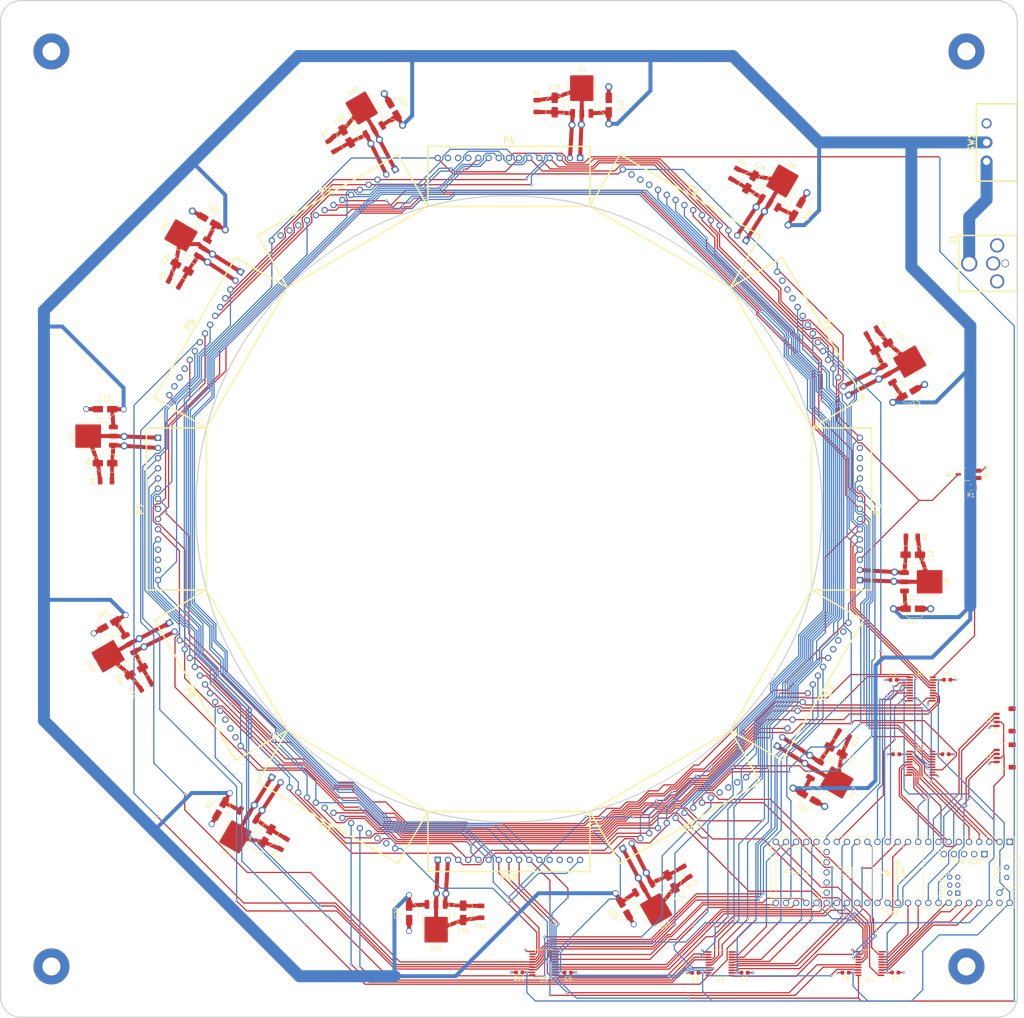
<source format=kicad_pcb>
(kicad_pcb (version 20221018) (generator pcbnew)
  (layers (0 "F.Cu" signal) (1 "In1.Cu" power) (2 "In2.Cu" power) (31 "B.Cu" signal) (34 "B.Paste" user) (35 "F.Paste" user) (36 "B.SilkS" user "B.Silkscreen") (37 "F.SilkS" user "F.Silkscreen") (38 "B.Mask" user) (39 "F.Mask" user) (44 "Edge.Cuts" user))
  (net 0 "")
  (net 1 "+3.3V")
  (net 2 "+5V")
  (net 3 "VCC")
  (net 4 "Net-(SW1-A)")
  (net 5 "/Teensy/SDA")
  (net 8 "/Teensy/SCL")
  (net 9 "/Teensy/A0")
  (net 11 "/Teensy/A1")
  (net 12 "/Panel Headers/POW.5V_HDR_1")
  (net 13 "/Level Shifters/PAN5V.SCK_1")
  (net 14 "/Level Shifters/PAN5V.SCK_0")
  (net 15 "/Level Shifters/PAN5V.MOSI_0")
  (net 16 "/Level Shifters/PAN5V.MISO_0")
  (net 17 "/Level Shifters/PAN5V.CS_00")
  (net 18 "/Level Shifters/PAN5V.CS_01")
  (net 19 "/Level Shifters/PAN5V.CS_02")
  (net 20 "/Level Shifters/PAN5V.CS_03")
  (net 21 "/Level Shifters/PAN5V.CS_04")
  (net 22 "/Level Shifters/PAN5V.EXT_INT")
  (net 23 "/Panel Headers/POW.5V_HDR_2")
  (net 24 "GND")
  (net 28 "/Level Shifters/PAN5V.CS_05")
  (net 29 "/Level Shifters/PAN5V.CS_06")
  (net 30 "/Level Shifters/PAN5V.CS_08")
  (net 31 "/Level Shifters/PAN5V.CS_09")
  (net 32 "/Panel Headers/POW.5V_HDR_3")
  (net 45 "Net-(Q2-G)")
  (net 46 "/Level Shifters/PAN5V.CS_10")
  (net 47 "/Level Shifters/PAN5V.CS_11")
  (net 48 "/Level Shifters/PAN5V.CS_12")
  (net 49 "/Level Shifters/PAN5V.CS_13")
  (net 50 "/Level Shifters/PAN5V.CS_14")
  (net 51 "/Panel Headers/POW.5V_HDR_4")
  (net 52 "/Level Shifters/PAN5V.CS_15")
  (net 53 "/Level Shifters/PAN5V.CS_16")
  (net 54 "/Level Shifters/PAN5V.CS_17")
  (net 55 "/Level Shifters/PAN5V.CS_18")
  (net 56 "/Level Shifters/PAN5V.CS_19")
  (net 57 "/Panel Headers/POW.5V_HDR_5")
  (net 58 "/Level Shifters/PAN5V.CS_20")
  (net 59 "/Level Shifters/PAN5V.CS_21")
  (net 60 "/Level Shifters/PAN5V.CS_22")
  (net 61 "/Level Shifters/PAN5V.CS_23")
  (net 62 "/Level Shifters/PAN5V.CS_24")
  (net 63 "/Panel Headers/POW.5V_HDR_6")
  (net 64 "/Level Shifters/PAN5V.CS_25")
  (net 65 "/Level Shifters/PAN5V.CS_26")
  (net 66 "/Level Shifters/PAN5V.CS_27")
  (net 67 "/Level Shifters/PAN5V.CS_28")
  (net 68 "/Level Shifters/PAN5V.CS_29")
  (net 69 "/Panel Headers/POW.5V_HDR_7")
  (net 70 "/Level Shifters/PAN5V.MOSI_1")
  (net 71 "/Level Shifters/PAN5V.MISO_1")
  (net 75 "/Panel Headers/POW.5V_HDR_8")
  (net 79 "/Panel Headers/POW.5V_HDR_9")
  (net 83 "/Panel Headers/POW.5V_HDR_10")
  (net 87 "/Panel Headers/POW.5V_HDR_11")
  (net 91 "/Panel Headers/POW.5V_HDR_12")
  (net 95 "/Level Shifters/PAN5V.RESET")
  (net 96 "/Level Shifters/PAN3V.RESET")
  (net 97 "/Level Shifters/PAN3V.SCK_0")
  (net 98 "/Level Shifters/PAN3V.MOSI_0")
  (net 99 "/Level Shifters/PAN3V.MISO_0")
  (net 101 "/Level Shifters/PAN3V.SCK_1")
  (net 102 "/Level Shifters/PAN3V.MOSI_1")
  (net 103 "/Level Shifters/PAN3V.MISO_1")
  (net 105 "/Level Shifters/PAN3V.CS_00")
  (net 106 "/Level Shifters/PAN3V.CS_01")
  (net 107 "/Level Shifters/PAN3V.CS_02")
  (net 108 "/Level Shifters/PAN3V.CS_03")
  (net 109 "/Level Shifters/PAN3V.CS_04")
  (net 110 "/Level Shifters/PAN3V.CS_05")
  (net 111 "/Level Shifters/PAN3V.CS_06")
  (net 112 "/Level Shifters/PAN3V.CS_07")
  (net 113 "/Level Shifters/PAN5V.CS_07")
  (net 114 "/Level Shifters/PAN3V.CS_08")
  (net 115 "/Level Shifters/PAN3V.CS_09")
  (net 116 "/Level Shifters/PAN3V.CS_10")
  (net 117 "/Level Shifters/PAN3V.CS_11")
  (net 118 "/Level Shifters/PAN3V.CS_12")
  (net 119 "/Level Shifters/PAN3V.CS_13")
  (net 120 "/Level Shifters/PAN3V.CS_14")
  (net 121 "/Level Shifters/PAN3V.CS_15")
  (net 122 "/Level Shifters/PAN3V.CS_16")
  (net 123 "/Level Shifters/PAN3V.CS_17")
  (net 124 "/Level Shifters/PAN3V.CS_18")
  (net 125 "/Level Shifters/PAN3V.CS_19")
  (net 126 "/Level Shifters/PAN3V.CS_20")
  (net 127 "/Level Shifters/PAN3V.CS_21")
  (net 128 "/Level Shifters/PAN3V.CS_22")
  (net 129 "/Level Shifters/PAN3V.CS_23")
  (net 130 "/Level Shifters/PAN3V.CS_24")
  (net 131 "/Level Shifters/PAN3V.CS_25")
  (net 132 "/Level Shifters/PAN3V.CS_26")
  (net 133 "/Level Shifters/PAN3V.CS_27")
  (net 134 "/Level Shifters/PAN3V.CS_28")
  (net 135 "/Level Shifters/PAN3V.CS_29")
  (net 137 "/Level Shifters/PAN3V.EXT_INT")
  (net 157 "/Panel Headers/RESET")
  (footprint "Capacitor_SMD:CP_Elec_4x5.4" (layer "F.Cu") (at 102.8795 105.758 150)
    (fp_text reference "C21")
    (fp_text value "10uF")
  )
  (footprint "Capacitor_SMD:C_1206_3216Metric" (layer "F.Cu") (at 170.774 278.45 90)
    (fp_text reference "R12")
    (fp_text value "300")
  )
  (footprint "Package_TO_SOT_SMD:TO-252-3_TabPin2" (layer "F.Cu") (at 159.597 281.659 -90)
    (fp_text reference "U15")
    (fp_text value "AZ1084-5.0")
  )
  (footprint "Capacitor_SMD:C_1206_3216Metric" (layer "F.Cu") (at 121.3903 261.4525 60)
    (fp_text reference "R11")
    (fp_text value "300")
  )
  (footprint "Capacitor_SMD:C_1206_3216Metric" (layer "F.Cu") (at 87.1215 222.0403 30)
    (fp_text reference "R10")
    (fp_text value "300")
  )
  (footprint "Capacitor_SMD:C_0603_1608Metric" (layer "F.Cu") (at 274.545 239.08 180)
    (fp_text reference "C3")
    (fp_text value "0.1uF")
  )
  (footprint "MountingHole:MountingHole_4.5mm_Pad" (layer "F.Cu") (at 63.5 63.5)
    (fp_text reference "H1" hide)
    (fp_text value "MountingHole_Pad")
  )
  (footprint "arena_custom:HEADER_TOP" (layer "F.Cu") (at 177.8 265.474)
    (fp_text reference "P10")
    (fp_text value "CONN15" hide)
  )
  (footprint "Capacitor_SMD:C_0603_1608Metric" (layer "F.Cu") (at 224.355 293.684 180)
    (fp_text reference "C6")
    (fp_text value "0.1uF")
  )
  (footprint "arena_custom:HEADER_TOP" (layer "F.Cu") (at 253.7279 221.637 60)
    (fp_text reference "P12")
    (fp_text value "CONN15" hide)
  )
  (footprint "arena_custom:HEADER_TOP" (layer "F.Cu") (at 90.126 177.8 -90)
    (fp_text reference "P7")
    (fp_text value "CONN15" hide)
  )
  (footprint "Capacitor_SMD:CP_Elec_4x5.4" (layer "F.Cu") (at 76.896 166.37)
    (fp_text reference "C24")
    (fp_text value "22uF")
  )
  (footprint "Capacitor_SMD:C_1206_3216Metric" (layer "F.Cu") (at 234.2097 94.1475 -120)
    (fp_text reference "R5")
    (fp_text value "300")
  )
  (footprint "Capacitor_SMD:CP_Elec_4x5.4" (layer "F.Cu") (at 148.938 77.9495 120)
    (fp_text reference "C19")
    (fp_text value "10F")
  )
  (footprint "Capacitor_SMD:CP_Elec_4x5.4" (layer "F.Cu") (at 278.704 202.73)
    (fp_text reference "C11")
    (fp_text value "10uF")
  )
  (footprint "arena_custom:slide_switch" (layer "F.Cu") (at 299.6692 86.233 90)
    (fp_text reference "SW1")
    (fp_text value "SW_SPDT" hide)
  )
  (footprint "Package_SO:TSSOP-20_4.4x6.5mm_P0.65mm" (layer "F.Cu") (at 230.5396 291.4176 180)
    (fp_text reference "U3")
    (fp_text value "TXB0108PW")
  )
  (footprint "Capacitor_SMD:CP_Elec_4x5.4" (layer "F.Cu") (at 105.758 252.7205 -120)
    (fp_text reference "C27")
    (fp_text value "10uF")
  )
  (footprint "Capacitor_SMD:C_0603_1608Metric" (layer "F.Cu") (at 261.912 293.654 180)
    (fp_text reference "C8")
    (fp_text value "0.1uF")
  )
  (footprint "Package_SO:TSSOP-20_4.4x6.5mm_P0.65mm" (layer "F.Cu") (at 280.7409 241.3398)
    (fp_text reference "U2")
    (fp_text value "TXB0108PW")
  )
  (footprint "Capacitor_SMD:C_1206_3216Metric" (layer "F.Cu") (at 133.5597 87.1215 -60)
    (fp_text reference "R7")
    (fp_text value "300")
  )
  (footprint "arena_custom:HEADER_TOP" (layer "F.Cu") (at 133.963 253.7279 -30)
    (fp_text reference "P9")
    (fp_text value "CONN15" hide)
  )
  (footprint "Package_TO_SOT_SMD:TO-252-3_TabPin2" (layer "F.Cu") (at 281.659 196.003)
    (fp_text reference "U6")
    (fp_text value "AZ1084-5.0")
  )
  (footprint "arena_custom:HEADER_TOP" (layer "F.Cu") (at 221.637 253.7279 30)
    (fp_text reference "P11")
    (fp_text value "CONN15" hide)
  )
  (footprint "Capacitor_SMD:CP_Elec_4x5.4" (layer "F.Cu") (at 270.9005 137.2467 -150)
    (fp_text reference "C14")
    (fp_text value "22uF")
  )
  (footprint "Capacitor_SMD:C_1206_3216Metric" (layer "F.Cu") (at 268.4785 133.5597 -150)
    (fp_text reference "R4")
    (fp_text value "300")
  )
  (footprint "Capacitor_SMD:C_0603_1608Metric" (layer "F.Cu") (at 192.504 293.604)
    (fp_text reference "C9")
    (fp_text value "0.1uF")
  )
  (footprint "arena_custom:JST_SH_SM04B-SRSS-TB_1x04-1MP_P1.00mm_Horizontal" (layer "F.Cu") (at 301.625 230.505 90)
    (fp_text reference "J3")
    (fp_text value "Conn_01x04")
  )
  (footprint "Capacitor_SMD:C_0603_1608Metric" (layer "F.Cu") (at 287.274 220.472)
    (fp_text reference "C2")
    (fp_text value "0.1uF")
  )
  (footprint "Capacitor_SMD:C_0603_1608Metric" (layer "F.Cu") (at 236.69 293.674)
    (fp_text reference "C5")
    (fp_text value "0.1uF")
  )
  (footprint "Capacitor_SMD:CP_Elec_4x5.4" (layer "F.Cu") (at 96.1295 117.4493 -30)
    (fp_text reference "C22")
    (fp_text value "22uF")
  )
  (footprint "Capacitor_SMD:C_1206_3216Metric" (layer "F.Cu") (at 222.0403 268.4785 120)
    (fp_text reference "R13")
    (fp_text value "300")
  )
  (footprint "Capacitor_SMD:C_0603_1608Metric" (layer "F.Cu") (at 180.354 293.564 180)
    (fp_text reference "C10")
    (fp_text value "0.1uF")
  )
  (footprint "Capacitor_SMD:CP_Elec_4x5.4" (layer "F.Cu") (at 238.1507 96.1295 -120)
    (fp_text reference "C16")
    (fp_text value "22uF")
  )
  (footprint "Capacitor_SMD:CP_Elec_4x5.4" (layer "F.Cu") (at 84.6995 218.3533 30)
    (fp_text reference "C26")
    (fp_text value "22uF")
  )
  (footprint "Package_TO_SOT_SMD:TO-252-3_TabPin2" (layer "F.Cu") (at 213.9653 276.8461 -60)
    (fp_text reference "U16")
    (fp_text value "AZ1084-5.0")
  )
  (footprint "Package_TO_SOT_SMD:TO-252-3_TabPin2" (layer "F.Cu") (at 73.941 159.597 180)
    (fp_text reference "U12")
    (fp_text value "AZ1084-5.0")
  )
  (footprint "Package_TO_SOT_SMD:TO-252-3_TabPin2" (layer "F.Cu") (at 245.4938 96.9569 60)
    (fp_text reference "U8")
    (fp_text value "AZ1084-5.0")
  )
  (footprint "MountingHole:MountingHole_4.5mm_Pad" (layer "F.Cu") (at 292.1 292.1)
    (fp_text reference "H3" hide)
    (fp_text value "MountingHole_Pad")
  )
  (footprint "Package_SO:TSSOP-20_4.4x6.5mm_P0.65mm" (layer "F.Cu") (at 280.8555 222.799)
    (fp_text reference "U1")
    (fp_text value "TXB0108PW")
  )
  (footprint "Package_TO_SOT_SMD:SOT-23-3" (layer "F.Cu") (at 291.2055 169.164 180)
    (fp_text reference "Q2")
    (fp_text value "MOSFET_NCHAN")
  )
  (footprint "MountingHole:MountingHole_4.5mm_Pad" (layer "F.Cu") (at 63.5 292.1)
    (fp_text reference "H4" hide)
    (fp_text value "MountingHole_Pad")
  )
  (footprint "Capacitor_SMD:CP_Elec_4x5.4" (layer "F.Cu") (at 152.87 278.704 -90)
    (fp_text reference "C29")
    (fp_text value "10uF")
  )
  (footprint "Package_TO_SOT_SMD:TO-252-3_TabPin2" (layer "F.Cu") (at 78.7539 213.9653 -150)
    (fp_text reference "U13")
    (fp_text value "AZ1084-5.0")
  )
  (footprint "arena_custom:DCJACK_2PIN_HIGHCURRENT" (layer "F.Cu") (at 304.7746 116.459 -90)
    (fp_text reference "J1")
    (fp_text value "Barrel_Jack" hide)
  )
  (footprint "Package_TO_SOT_SMD:TO-252-3_TabPin2" (layer "F.Cu") (at 141.6347 78.7539 120)
    (fp_text reference "U10")
    (fp_text value "AZ1084-5.0")
  )
  (footprint "Capacitor_SMD:CP_Elec_4x5.4" (layer "F.Cu") (at 206.662 277.6505 -60)
    (fp_text reference "C31")
    (fp_text value "10uF")
  )
  (footprint "arena_custom:HEADER_TOP" (layer "F.Cu") (at 133.963 101.8721 -150)
    (fp_text reference "P5")
    (fp_text value "CONN15" hide)
  )
  (footprint "Package_SO:TSSOP-20_4.4x6.5mm_P0.65mm" (layer "F.Cu") (at 267.9826 291.3668 180)
    (fp_text reference "U4")
    (fp_text value "TXB0108PW")
  )
  (footprint "arena_custom:HEADER_TOP" (layer "F.Cu") (at 177.8 90.126 180)
    (fp_text reference "P4")
    (fp_text value "CONN15" hide)
  )
  (footprint "Resistor_SMD:R_0805_2012Metric" (layer "F.Cu") (at 293.2195 172.466)
    (fp_text reference "R1")
    (fp_text value "200")
  )
  (footprint "Capacitor_SMD:CP_Elec_4x5.4" (layer "F.Cu") (at 218.3533 270.9005 120)
    (fp_text reference "C32")
    (fp_text value "22uF")
  )
  (footprint "Capacitor_SMD:C_1206_3216Metric" (layer "F.Cu") (at 261.4525 234.2097 150)
    (fp_text reference "R14")
    (fp_text value "300")
  )
  (footprint "Package_TO_SOT_SMD:TO-252-3_TabPin2" (layer "F.Cu") (at 96.9569 110.1062 150)
    (fp_text reference "U11")
    (fp_text value "AZ1084-5.0")
  )
  (footprint "teensy:Teensy41" (layer "F.Cu") (at 273.685 268.605 180)
    (fp_text reference "U18")
    (fp_text value "Teensy4.1")
  )
  (footprint "Capacitor_SMD:CP_Elec_4x5.4" (layer "F.Cu") (at 189.23 76.896 -90)
    (fp_text reference "C18")
    (fp_text value "22uF")
  )
  (footprint "arena_custom:HEADER_TOP" (layer "F.Cu") (at 265.474 177.8 90)
    (fp_text reference "P1")
    (fp_text value "CONN15" hide)
  )
  (footprint "arena_custom:HEADER_TOP" (layer "F.Cu") (at 101.8721 133.963 -120)
    (fp_text reference "P6")
    (fp_text value "CONN15" hide)
  )
  (footprint "Capacitor_SMD:C_1206_3216Metric" (layer "F.Cu") (at 184.826 77.15 -90)
    (fp_text reference "R6")
    (fp_text value "300")
  )
  (footprint "arena_custom:HEADER_TOP" (layer "F.Cu") (at 101.8721 221.637 -60)
    (fp_text reference "P8")
    (fp_text value "CONN15" hide)
  )
  (footprint "Capacitor_SMD:C_1206_3216Metric" (layer "F.Cu") (at 77.15 170.774)
    (fp_text reference "R9")
    (fp_text value "300")
  )
  (footprint "Capacitor_SMD:CP_Elec_4x5.4" (layer "F.Cu") (at 76.896 152.87 180)
    (fp_text reference "C23")
    (fp_text value "10uF")
  )
  (footprint "Capacitor_SMD:CP_Elec_4x5.4" (layer "F.Cu") (at 117.4493 259.4705 60)
    (fp_text reference "C28")
    (fp_text value "22uF")
  )
  (footprint "Capacitor_SMD:CP_Elec_4x5.4" (layer "F.Cu") (at 77.9495 206.662 -150)
    (fp_text reference "C25")
    (fp_text value "10uF")
  )
  (footprint "Capacitor_SMD:C_1206_3216Metric" (layer "F.Cu") (at 278.45 184.826 180)
    (fp_text reference "R3")
    (fp_text value "300")
  )
  (footprint "MountingHole:MountingHole_4.5mm_Pad" (layer "F.Cu") (at 292.1 63.5)
    (fp_text reference "H2" hide)
    (fp_text value "MountingHole_Pad")
  )
  (footprint "Capacitor_SMD:C_0603_1608Metric" (layer "F.Cu") (at 286.885 239.08)
    (fp_text reference "C4")
    (fp_text value "0.1uF")
  )
  (footprint "Capacitor_SMD:CP_Elec_4x5.4" (layer "F.Cu") (at 137.2467 84.6995 -60)
    (fp_text reference "C20")
    (fp_text value "22uF")
  )
  (footprint "Capacitor_SMD:CP_Elec_4x5.4" (layer "F.Cu") (at 166.37 278.704 90)
    (fp_text reference "C30")
    (fp_text value "22uF")
  )
  (footprint "Capacitor_SMD:C_0603_1608Metric" (layer "F.Cu") (at 274.292 293.624)
    (fp_text reference "C7")
    (fp_text value "0.1uF")
  )
  (footprint "Capacitor_SMD:C_0603_1608Metric" (layer "F.Cu") (at 273.9136 220.5228 180)
    (fp_text reference "C1")
    (fp_text value "0.1uF")
  )
  (footprint "Capacitor_SMD:CP_Elec_4x5.4" (layer "F.Cu") (at 259.4705 238.1507 150)
    (fp_text reference "C34")
    (fp_text value "22uF")
  )
  (footprint "Capacitor_SMD:CP_Elec_4x5.4" (layer "F.Cu") (at 249.842 102.8795 60)
    (fp_text reference "C15")
    (fp_text value "10uF")
  )
  (footprint "Capacitor_SMD:CP_Elec_4x5.4" (layer "F.Cu") (at 277.6505 148.938 30)
    (fp_text reference "C13")
    (fp_text value "10uF")
  )
  (footprint "Capacitor_SMD:CP_Elec_4x5.4" (layer "F.Cu") (at 278.704 189.23 180)
    (fp_text reference "C12")
    (fp_text value "22uF")
  )
  (footprint "Package_TO_SOT_SMD:TO-252-3_TabPin2" (layer "F.Cu") (at 258.6431 245.4938 -30)
    (fp_text reference "U17")
    (fp_text value "AZ1084-5.0")
  )
  (footprint "arena_custom:HEADER_TOP" (layer "F.Cu") (at 253.7279 133.963 120)
    (fp_text reference "P2")
    (fp_text value "CONN15" hide)
  )
  (footprint "arena_custom:JST_SH_SM04B-SRSS-TB_1x04-1MP_P1.00mm_Horizontal" (layer "F.Cu") (at 301.655 239.516 90)
    (fp_text reference "J2")
    (fp_text value "Conn_01x04")
  )
  (footprint "Capacitor_SMD:C_1206_3216Metric" (layer "F.Cu") (at 94.1475 121.3903 -30)
    (fp_text reference "R8")
    (fp_text value "300")
  )
  (footprint "Package_TO_SOT_SMD:TO-252-3_TabPin2" (layer "F.Cu") (at 196.003 73.941 90)
    (fp_text reference "U9")
    (fp_text value "AZ1084-5.0")
  )
  (footprint "arena_custom:HEADER_TOP" (layer "F.Cu") (at 221.637 101.8721 150)
    (fp_text reference "P3")
    (fp_text value "CONN15" hide)
  )
  (footprint "Package_TO_SOT_SMD:TO-252-3_TabPin2" (layer "F.Cu") (at 276.8461 141.6347 30)
    (fp_text reference "U7")
    (fp_text value "AZ1084-5.0")
  )
  (footprint "Package_SO:TSSOP-20_4.4x6.5mm_P0.65mm" (layer "F.Cu") (at 186.5017 291.2958 180)
    (fp_text reference "U5")
    (fp_text value "TXB0108PW")
  )
  (footprint "Resistor_SMD:R_0805_2012Metric" (layer "F.Cu") (at 295.148 169.164 -90)
    (fp_text reference "R2")
    (fp_text value "20k")
  )
  (footprint "Package_TO_SOT_SMD:TO-252-3_TabPin2" (layer "F.Cu") (at 110.1062 258.6431 -120)
    (fp_text reference "U14")
    (fp_text value "AZ1084-5.0")
  )
  (footprint "Capacitor_SMD:CP_Elec_4x5.4" (layer "F.Cu") (at 252.7205 249.842 -30)
    (fp_text reference "C33")
    (fp_text value "10uF")
  )
  (footprint "Capacitor_SMD:CP_Elec_4x5.4" (layer "F.Cu") (at 202.73 76.896 90)
    (fp_text reference "C17")
    (fp_text value "10uF")
  )
  (gr_arc (start 55.88 304.8) (mid 52.287898 303.312102) (end 50.8 299.72) (stroke (width 0.3)) (layer "Edge.Cuts"))
  (gr_line (start 304.8 55.88) (end 304.8 299.72) (stroke (width 0.3)) (layer "Edge.Cuts"))
  (gr_line (start 299.72 304.8) (end 55.88 304.8) (stroke (width 0.3)) (layer "Edge.Cuts"))
  (gr_circle (center 177.8 177.8) (end 256.04 177.8) (stroke (width 0.3)) (fill none) (layer "Edge.Cuts"))
  (gr_line (start 50.8 299.72) (end 50.8 55.88) (stroke (width 0.3)) (layer "Edge.Cuts"))
  (gr_arc (start 50.8 55.88) (mid 52.287898 52.287898) (end 55.88 50.8) (stroke (width 0.3)) (layer "Edge.Cuts"))
  (gr_arc (start 304.8 299.72) (mid 303.312102 303.312102) (end 299.72 304.8) (stroke (width 0.3)) (layer "Edge.Cuts"))
  (gr_line (start 55.88 50.8) (end 299.72 50.8) (stroke (width 0.3)) (layer "Edge.Cuts"))
  (gr_arc (start 299.72 50.8) (mid 303.312102 52.287898) (end 304.8 55.88) (stroke (width 0.3)) (layer "Edge.Cuts"))
  (segment (start 190.704 293.571) (end 191.696 293.571) (width 0.3) (layer "F.Cu") (net 1))
  (segment (start 235.896 293.693) (end 235.915 293.674) (width 0.3) (layer "F.Cu") (net 1))
  (segment (start 277.992 220.523) (end 277.993 220.524) (width 0.3) (layer "F.Cu") (net 1))
  (segment (start 276.936 225.724) (end 277.993 225.724) (width 0.3) (layer "F.Cu") (net 1))
  (segment (start 299.655 240.016) (end 300.43 240.016) (width 0.3) (layer "F.Cu") (net 1))
  (segment (start 277.878 244.265) (end 277.8782 244.265) (width 0.3) (layer "F.Cu") (net 1))
  (segment (start 277.8782 244.265) (end 277.8784 244.2648) (width 0.3) (layer "F.Cu") (net 1))
  (segment (start 276.52 244.71) (end 276.965 244.265) (width 0.3) (layer "F.Cu") (net 1))
  (segment (start 189.3644 293.571) (end 189.3642 293.5708) (width 0.3) (layer "F.Cu") (net 1))
  (segment (start 276.965 244.265) (end 277.878 244.265) (width 0.3) (layer "F.Cu") (net 1))
  (segment (start 298.965 255.46) (end 298.965 246.995) (width 0.3) (layer "F.Cu") (net 1))
  (segment (start 189.3644 288.371) (end 189.364 288.371) (width 0.3) (layer "F.Cu") (net 1))
  (segment (start 300.74 240.01) (end 300.74 240) (width 0.3) (layer "F.Cu") (net 1))
  (segment (start 233.4025 293.693) (end 233.4021 293.6926) (width 0.3) (layer "F.Cu") (net 1))
  (segment (start 233.4021 288.493) (end 233.402 288.493) (width 0.3) (layer "F.Cu") (net 1))
  (segment (start 189.3644 293.571) (end 190.704 293.571) (width 0.3) (layer "F.Cu") (net 1))
  (segment (start 300.725 231.005) (end 299.625 231.005) (width 0.3) (layer "F.Cu") (net 1))
  (segment (start 233.4025 293.693) (end 234.83 293.693) (width 0.3) (layer "F.Cu") (net 1))
  (segment (start 277.863 239.08) (end 277.8705 239.0725) (width 0.3) (layer "F.Cu") (net 1))
  (segment (start 298.965 246.995) (end 301.505 244.455) (width 0.3) (layer "F.Cu") (net 1))
  (segment (start 300.43 240.016) (end 300.436 240.01) (width 0.3) (layer "F.Cu") (net 1))
  (segment (start 300.436 240.01) (end 300.74 240.01) (width 0.3) (layer "F.Cu") (net 1))
  (segment (start 301.505 244.455) (end 301.505 239.445) (width 0.3) (layer "F.Cu") (net 1))
  (segment (start 276.53 239.08) (end 277.863 239.08) (width 0.3) (layer "F.Cu") (net 1))
  (segment (start 270.845 293.642) (end 270.8453 293.642) (width 0.3) (layer "F.Cu") (net 1))
  (segment (start 233.4021 288.4926) (end 233.4021 288.493) (width 0.3) (layer "F.Cu") (net 1))
  (segment (start 234.811 288.493) (end 233.4021 288.493) (width 0.3) (layer "F.Cu") (net 1))
  (segment (start 234.84 288.464) (end 234.811 288.493) (width 0.3) (layer "F.Cu") (net 1))
  (segment (start 277.8707 239.0725) (end 277.8784 239.0648) (width 0.3) (layer "F.Cu") (net 1))
  (segment (start 301.4 231.68) (end 300.725 231.005) (width 0.3) (layer "F.Cu") (net 1))
  (segment (start 277.8705 239.0725) (end 277.8707 239.0725) (width 0.3) (layer "F.Cu") (net 1))
  (segment (start 233.402 293.693) (end 233.4025 293.693) (width 0.3) (layer "F.Cu") (net 1))
  (segment (start 234.83 293.693) (end 235.896 293.693) (width 0.3) (layer "F.Cu") (net 1))
  (segment (start 270.8453 293.642) (end 272.312 293.642) (width 0.3) (layer "F.Cu") (net 1))
  (segment (start 270.8453 293.642) (end 270.8451 293.6418) (width 0.3) (layer "F.Cu") (net 1))
  (segment (start 274.689 220.523) (end 274.6888 220.523) (width 0.3) (layer "F.Cu") (net 1))
  (segment (start 191.696 293.571) (end 191.729 293.604) (width 0.3) (layer "F.Cu") (net 1))
  (segment (start 273.499 293.642) (end 273.517 293.624) (width 0.3) (layer "F.Cu") (net 1))
  (segment (start 270.8453 288.442) (end 270.8451 288.4418) (width 0.3) (layer "F.Cu") (net 1))
  (segment (start 274.6888 220.523) (end 274.6886 220.5228) (width 0.3) (layer "F.Cu") (net 1))
  (segment (start 300.74 240) (end 301.4 239.34) (width 0.3) (layer "F.Cu") (net 1))
  (segment (start 190.704 288.384) (end 190.691 288.371) (width 0.3) (layer "F.Cu") (net 1))
  (segment (start 276.555 226.105) (end 276.936 225.724) (width 0.3) (layer "F.Cu") (net 1))
  (segment (start 189.364 293.571) (end 189.3644 293.571) (width 0.3) (layer "F.Cu") (net 1))
  (segment (start 189.3644 288.371) (end 189.3642 288.3708) (width 0.3) (layer "F.Cu") (net 1))
  (segment (start 272.302 288.424) (end 272.284 288.442) (width 0.3) (layer "F.Cu") (net 1))
  (segment (start 234.83 293.714) (end 234.83 293.693) (width 0.3) (layer "F.Cu") (net 1))
  (segment (start 301.4 239.34) (end 301.4 231.68) (width 0.3) (layer "F.Cu") (net 1))
  (segment (start 276.51 220.523) (end 277.992 220.523) (width 0.3) (layer "F.Cu") (net 1))
  (segment (start 190.691 288.371) (end 189.3644 288.371) (width 0.3) (layer "F.Cu") (net 1))
  (segment (start 272.312 293.642) (end 273.499 293.642) (width 0.3) (layer "F.Cu") (net 1))
  (segment (start 301.505 239.445) (end 301.4 239.34) (width 0.3) (layer "F.Cu") (net 1))
  (segment (start 272.284 288.442) (end 270.8453 288.442) (width 0.3) (layer "F.Cu") (net 1))
  (segment (start 275.32 239.08) (end 276.53 239.08) (width 0.3) (layer "F.Cu") (net 1))
  (segment (start 274.689 220.523) (end 276.51 220.523) (width 0.3) (layer "F.Cu") (net 1))
  (segment (start 270.8453 288.442) (end 270.845 288.442) (width 0.3) (layer "F.Cu") (net 1))
  (segment (start 277.8705 239.0725) (end 277.878 239.065) (width 0.3) (layer "F.Cu") (net 1))
  (via (at 276.53 239.08) (size 0.6) (drill 0.3) (layers "F.Cu" "B.Cu") (net 1))
  (via (at 276.52 244.71) (size 0.6) (drill 0.3) (layers "F.Cu" "B.Cu") (net 1))
  (via (at 272.312 293.642) (size 0.6) (drill 0.3) (layers "F.Cu" "B.Cu") (net 1))
  (via (at 190.704 288.384) (size 0.6) (drill 0.3) (layers "F.Cu" "B.Cu") (net 1))
  (via (at 276.51 220.523) (size 0.6) (drill 0.3) (layers "F.Cu" "B.Cu") (net 1))
  (via (at 190.704 293.571) (size 0.6) (drill 0.3) (layers "F.Cu" "B.Cu") (net 1))
  (via (at 276.555 226.105) (size 0.6) (drill 0.3) (layers "F.Cu" "B.Cu") (net 1))
  (via (at 298.965 255.46) (size 0.6) (drill 0.3) (layers "F.Cu" "B.Cu") (net 1))
  (via (at 234.84 288.464) (size 0.6) (drill 0.3) (layers "F.Cu" "B.Cu") (net 1))
  (via (at 234.83 293.714) (size 0.6) (drill 0.3) (layers "F.Cu" "B.Cu") (net 1))
  (via (at 272.302 288.424) (size 0.6) (drill 0.3) (layers "F.Cu" "B.Cu") (net 1))
  (segment (start 277.73 249.02) (end 276.52 247.81) (width 0.3) (layer "B.Cu") (net 1))
  (segment (start 238.506 281.178) (end 226.822 281.178) (width 0.3) (layer "B.Cu") (net 1))
  (segment (start 268.605 281.178) (end 268.605 262.255) (width 0.3) (layer "B.Cu") (net 1))
  (segment (start 234.84 293.704) (end 234.83 293.714) (width 0.3) (layer "B.Cu") (net 1))
  (segment (start 292.49 249.02) (end 277.73 249.02) (width 0.3) (layer "B.Cu") (net 1))
  (segment (start 272.302 288.424) (end 272.302 293.632) (width 0.3) (layer "B.Cu") (net 1))
  (segment (start 221.996 286.004) (end 193.294 286.004) (width 0.3) (layer "B.Cu") (net 1))
  (segment (start 268.605 262.255) (end 267.335 260.985) (width 0.3) (layer "B.Cu") (net 1))
  (segment (start 276.51 226.06) (end 276.51 220.523) (width 0.3) (layer "B.Cu") (net 1))
  (segment (start 190.704 288.384) (end 190.704 293.571) (width 0.3) (layer "B.Cu") (net 1))
  (segment (start 297.815 266.105) (end 297.815 276.225) (width 0.3) (layer "B.Cu") (net 1))
  (segment (start 234.84 288.464) (end 234.84 284.844) (width 0.3) (layer "B.Cu") (net 1))
  (segment (start 274.828 281.178) (end 268.605 281.178) (width 0.3) (layer "B.Cu") (net 1))
  (segment (start 234.84 284.844) (end 238.506 281.178) (width 0.3) (layer "B.Cu") (net 1))
  (segment (start 272.302 293.632) (end 272.312 293.642) (width 0.3) (layer "B.Cu") (net 1))
  (segment (start 272.302 288.424) (end 272.302 283.704) (width 0.3) (layer "B.Cu") (net 1))
  (segment (start 298.965 264.955) (end 297.815 266.105) (width 0.3) (layer "B.Cu") (net 1))
  (segment (start 276.52 244.71) (end 276.52 239.09) (width 0.3) (layer "B.Cu") (net 1))
  (segment (start 276.53 226.13) (end 276.53 239.08) (width 0.3) (layer "B.Cu") (net 1))
  (segment (start 276.555 226.105) (end 276.51 226.06) (width 0.3) (layer "B.Cu") (net 1))
  (segment (start 276.52 239.09) (end 276.53 239.08) (width 0.3) (layer "B.Cu") (net 1))
  (segment (start 190.704 288.384) (end 190.704 288.274) (width 0.3) (layer "B.Cu") (net 1))
  (segment (start 298.965 255.46) (end 298.965 264.955) (width 0.3) (layer "B.Cu") (net 1))
  (segment (start 276.52 247.81) (end 276.52 244.71) (width 0.3) (layer "B.Cu") (net 1))
  (segment (start 190.914 288.384) (end 190.704 288.384) (width 0.3) (layer "B.Cu") (net 1))
  (segment (start 298.93 255.46) (end 292.49 249.02) (width 0.3) (layer "B.Cu") (net 1))
  (segment (start 234.84 288.464) (end 234.84 293.704) (width 0.3) (layer "B.Cu") (net 1))
  (segment (start 297.815 276.225) (end 292.862 281.178) (width 0.3) (layer "B.Cu") (net 1))
  (segment (start 292.862 281.178) (end 274.828 281.178) (width 0.3) (layer "B.Cu") (net 1))
  (segment (start 226.822 281.178) (end 221.996 286.004) (width 0.3) (layer "B.Cu") (net 1))
  (segment (start 272.302 283.704) (end 274.828 281.178) (width 0.3) (layer "B.Cu") (net 1))
  (segment (start 276.555 226.105) (end 276.53 226.13) (width 0.3) (layer "B.Cu") (net 1))
  (segment (start 193.294 286.004) (end 190.914 288.384) (width 0.3) (layer "B.Cu") (net 1))
  (segment (start 298.965 255.46) (end 298.93 255.46) (width 0.3) (layer "B.Cu") (net 1))
  (segment (start 268.605 281.178) (end 238.506 281.178) (width 0.3) (layer "B.Cu") (net 1))
  (segment (start 227.6725 293.6885) (end 227.668 293.684) (width 0.3) (layer "F.Cu") (net 2))
  (segment (start 227.673 293.6885) (end 227.6771 293.6926) (width 0.3) (layer "F.Cu") (net 2))
  (segment (start 183.6392 293.5708) (end 183.639 293.571) (width 0.3) (layer "F.Cu") (net 2))
  (segment (start 181.129 293.564) (end 182.274 293.564) (width 0.3) (layer "F.Cu") (net 2))
  (segment (start 283.603 239.065) (end 283.6036 239.065) (width 0.3) (layer "F.Cu") (net 2))
  (segment (start 183.639 293.571) (end 183.636 293.574) (width 0.3) (layer "F.Cu") (net 2))
  (segment (start 227.668 293.684) (end 226.2 293.684) (width 0.3) (layer "F.Cu") (net 2))
  (segment (start 283.6036 239.065) (end 285.06 239.065) (width 0.3) (layer "F.Cu") (net 2))
  (segment (start 227.677 293.693) (end 227.6725 293.6885) (width 0.3) (layer "F.Cu") (net 2))
  (segment (start 227.666 293.704) (end 227.677 293.693) (width 0.3) (layer "F.Cu") (net 2))
  (segment (start 265.108 293.654) (end 265.12 293.642) (width 0.3) (layer "F.Cu") (net 2))
  (segment (start 225.13 293.684) (end 226.2 293.684) (width 0.3) (layer "F.Cu") (net 2))
  (segment (start 263.782 293.654) (end 265.108 293.654) (width 0.3) (layer "F.Cu") (net 2))
  (segment (start 285.06 239.065) (end 286.095 239.065) (width 0.3) (layer "F.Cu") (net 2))
  (segment (start 182.274 293.564) (end 183.632 293.564) (width 0.3) (layer "F.Cu") (net 2))
  (segment (start 265.12 293.642) (end 265.116 293.638) (width 0.3) (layer "F.Cu") (net 2))
  (segment (start 227.6725 293.6885) (end 227.673 293.6885) (width 0.3) (layer "F.Cu") (net 2))
  (segment (start 262.687 293.654) (end 263.782 293.654) (width 0.3) (layer "F.Cu") (net 2))
  (segment (start 286.095 239.065) (end 286.11 239.08) (width 0.3) (layer "F.Cu") (net 2))
  (segment (start 265.1163 293.638) (end 265.1201 293.6418) (width 0.3) (layer "F.Cu") (net 2))
  (segment (start 183.632 293.564) (end 183.639 293.571) (width 0.3) (layer "F.Cu") (net 2))
  (segment (start 283.6036 239.065) (end 283.6034 239.0648) (width 0.3) (layer "F.Cu") (net 2))
  (segment (start 283.718 220.524) (end 285.14 220.524) (width 0.3) (layer "F.Cu") (net 2))
  (segment (start 265.116 293.638) (end 265.112 293.634) (width 0.3) (layer "F.Cu") (net 2))
  (segment (start 286.447 220.524) (end 286.499 220.472) (width 0.3) (layer "F.Cu") (net 2))
  (segment (start 265.116 293.638) (end 265.1163 293.638) (width 0.3) (layer "F.Cu") (net 2))
  (segment (start 285.14 220.524) (end 286.447 220.524) (width 0.3) (layer "F.Cu") (net 2))
  (via (at 226.2 293.684) (size 0.6) (drill 0.3) (layers "F.Cu" "B.Cu") (net 2))
  (via (at 182.274 293.564) (size 0.6) (drill 0.3) (layers "F.Cu" "B.Cu") (net 2))
  (via (at 285.06 239.065) (size 0.6) (drill 0.3) (layers "F.Cu" "B.Cu") (net 2))
  (via (at 263.782 293.654) (size 0.6) (drill 0.3) (layers "F.Cu" "B.Cu") (net 2))
  (via (at 285.14 220.524) (size 0.6) (drill 0.3) (layers "F.Cu" "B.Cu") (net 2))
  (segment (start 301.6725 272.2925) (end 300.45 271.07) (width 0.3) (layer "B.Cu") (net 2))
  (segment (start 263.782 297.056) (end 267.462 300.736) (width 0.3) (layer "B.Cu") (net 2))
  (segment (start 301.6725 272.2925) (end 300.355 273.61) (width 0.3) (layer "B.Cu") (net 2))
  (segment (start 301.44 262.22) (end 301.44 261.58) (width 0.3) (layer "B.Cu") (net 2))
  (segment (start 228.6 300.736) (end 184.404 300.736) (width 0.3) (layer "B.Cu") (net 2))
  (segment (start 300.45 263.21) (end 301.44 262.22) (width 0.3) (layer "B.Cu") (net 2))
  (segment (start 301.52 261.5) (end 301.52 256.18) (width 0.3) (layer "B.Cu") (net 2))
  (segment (start 267.462 300.736) (end 228.6 300.736) (width 0.3) (layer "B.Cu") (net 2))
  (segment (start 285.06 239.065) (end 285.07 239.055) (width 0.3) (layer "B.Cu") (net 2))
  (segment (start 226.2 298.336) (end 228.6 300.736) (width 0.3) (layer "B.Cu") (net 2))
  (segment (start 226.2 293.684) (end 226.2 298.336) (width 0.3) (layer "B.Cu") (net 2))
  (segment (start 184.404 300.736) (end 182.274 298.606) (width 0.3) (layer "B.Cu") (net 2))
  (segment (start 285.07 239.055) (end 285.07 220.594) (width 0.3) (layer "B.Cu") (net 2))
  (segment (start 278.384 300.736) (end 267.462 300.736) (width 0.3) (layer "B.Cu") (net 2))
  (segment (start 285.06 239.72) (end 285.06 239.065) (width 0.3) (layer "B.Cu") (net 2))
  (segment (start 263.782 293.654) (end 263.782 297.056) (width 0.3) (layer "B.Cu") (net 2))
  (segment (start 301.52 256.18) (end 285.06 239.72) (width 0.3) (layer "B.Cu") (net 2))
  (segment (start 300.355 273.61) (end 300.355 273.685) (width 0.3) (layer "B.Cu") (net 2))
  (segment (start 281.178 288.29) (end 281.178 297.942) (width 0.3) (layer "B.Cu") (net 2))
  (segment (start 300.45 271.07) (end 300.45 263.21) (width 0.3) (layer "B.Cu") (net 2))
  (segment (start 285.242 284.226) (end 281.178 288.29) (width 0.3) (layer "B.Cu") (net 2))
  (segment (start 294.894 284.226) (end 285.242 284.226) (width 0.3) (layer "B.Cu") (net 2))
  (segment (start 302.895 276.225) (end 294.894 284.226) (width 0.3) (layer "B.Cu") (net 2))
  (segment (start 302.895 273.515) (end 301.6725 272.2925) (width 0.3) (layer "B.Cu") (net 2))
  (segment (start 182.274 298.606) (end 182.274 293.564) (width 0.3) (layer "B.Cu") (net 2))
  (segment (start 281.178 297.942) (end 278.384 300.736) (width 0.3) (layer "B.Cu") (net 2))
  (segment (start 301.44 261.58) (end 301.52 261.5) (width 0.3) (layer "B.Cu") (net 2))
  (segment (start 285.07 220.594) (end 285.14 220.524) (width 0.3) (layer "B.Cu") (net 2))
  (segment (start 302.895 276.225) (end 302.895 273.515) (width 0.3) (layer "B.Cu") (net 2))
  (segment (start 108.052 248.768) (end 106.7099 251.0728) (width 1) (layer "F.Cu") (net 3))
  (segment (start 105.686 107.355) (end 105.1353 107.355) (width 1) (layer "F.Cu") (net 3))
  (segment (start 205.762 276.0917) (end 205.7619 276.0918) (width 1) (layer "F.Cu") (net 3))
  (segment (start 102.4617 110.6517) (end 102.462 110.652) (width 1) (layer "F.Cu") (net 3))
  (segment (start 276.0917 149.838) (end 276.0918 149.8381) (width 1) (layer "F.Cu") (net 3))
  (segment (start 152.87 276.904) (end 152.857 274.269) (width 1) (layer "F.Cu") (net 3))
  (segment (start 106.658 251.162) (end 110.652 253.138) (width 1) (layer "F.Cu") (net 3))
  (segment (start 251.1617 248.942) (end 251.1098 248.8901) (width 1) (layer "F.Cu") (net 3))
  (segment (start 104.438 106.658) (end 105.686 107.355) (width 1) (layer "F.Cu") (net 3))
  (segment (start 251.0728 248.8901) (end 248.768 247.548) (width 1) (layer "F.Cu") (net 3))
  (segment (start 202.73 78.696) (end 202.743 81.5848) (width 1) (layer "F.Cu") (net 3))
  (segment (start 251.1098 248.8901) (end 251.0728 248.8901) (width 1) (layer "F.Cu") (net 3))
  (segment (start 106.7099 251.0728) (end 106.658 251.162) (width 1) (layer "F.Cu") (net 3))
  (segment (start 276.092 149.838) (end 276.0918 149.8381) (width 1) (layer "F.Cu") (net 3))
  (segment (start 81.9786 209.4709) (end 80.7435 207.6164) (width 1) (layer "F.Cu") (net 3))
  (segment (start 253.1383 244.9483) (end 253.138 244.948) (width 1) (layer "F.Cu") (net 3))
  (segment (start 204.419 273.812) (end 205.7619 276.0918) (width 1) (layer "F.Cu") (net 3))
  (segment (start 147.9836 80.7435) (end 149.838 79.5084) (width 1) (layer "F.Cu") (net 3))
  (segment (start 276.619 198.283) (end 276.904 202.73) (width 1) (layer "F.Cu") (net 3))
  (segment (start 276.0918 149.8381) (end 273.71 151.181) (width 1) (layer "F.Cu") (net 3))
  (segment (start 149.838 79.5084) (end 151.232 81.9404) (width 1) (layer "F.Cu") (net 3))
  (segment (start 147.9836 80.7435) (end 148.6028 80.7435) (width 1) (layer "F.Cu") (net 3))
  (segment (start 273.6211 146.129) (end 273.621 146.129) (width 1) (layer "F.Cu") (net 3))
  (segment (start 105.686 107.355) (end 106.934 108.052) (width 1) (layer "F.Cu") (net 3))
  (segment (start 78.696 152.87) (end 78.981 157.317) (width 1) (layer "F.Cu") (net 3))
  (segment (start 253.138 244.948) (end 251.162 248.942) (width 1) (layer "F.Cu") (net 3))
  (segment (start 81.9787 209.4708) (end 81.9786 209.4709) (width 1) (layer "F.Cu") (net 3))
  (segment (start 152.87 276.904) (end 157.317 276.619) (width 1) (layer "F.Cu") (net 3))
  (segment (start 80.7435 207.6164) (end 79.5083 206.3812) (width 1) (layer "F.Cu") (net 3))
  (segment (start 79.5083 206.3812) (end 79.5083 205.762) (width 1) (layer "F.Cu") (net 3))
  (segment (start 248.942 104.4383) (end 248.942 104.4759) (width 1) (layer "F.Cu") (net 3))
  (segment (start 244.9483 102.4617) (end 244.948 102.462) (width 1) (layer "F.Cu") (net 3))
  (segment (start 146.1292 81.9787) (end 146.129 81.9787) (width 1) (layer "F.Cu") (net 3))
  (segment (start 80.7435 207.6164) (end 79.5084 205.762) (width 1) (layer "F.Cu") (net 3))
  (segment (start 205.762 276.092) (end 209.471 273.621) (width 1) (layer "F.Cu") (net 3))
  (segment (start 81.9787 209.471) (end 81.9786 209.4709) (width 1) (layer "F.Cu") (net 3))
  (segment (start 106.658 251.1247) (end 106.7099 251.0728) (width 1) (layer "F.Cu") (net 3))
  (segment (start 209.4708 273.6212) (end 209.471 273.621) (width 1) (layer "F.Cu") (net 3))
  (segment (start 105.1353 107.355) (end 104.4383 106.658) (width 1) (layer "F.Cu") (net 3))
  (segment (start 244.948 102.462) (end 248.942 104.438) (width 1) (layer "F.Cu") (net 3))
  (segment (start 79.5084 205.762) (end 82.042 204.318) (width 1) (layer "F.Cu") (net 3))
  (segment (start 106.658 251.1617) (end 106.658 251.1247) (width 1) (layer "F.Cu") (net 3))
  (segment (start 248.942 104.438) (end 248.8917 104.5262) (width 1) (layer "F.Cu") (net 3))
  (segment (start 248.8917 104.5262) (end 247.548 106.883) (width 1) (layer "F.Cu") (net 3))
  (segment (start 110.6517 253.1383) (end 110.652 253.138) (width 1) (layer "F.Cu") (net 3))
  (segment (start 209.4708 273.6213) (end 209.4708 273.6212) (width 1) (layer "F.Cu") (net 3))
  (segment (start 248.942 104.4759) (end 248.8917 104.5262) (width 1) (layer "F.Cu") (net 3))
  (segment (start 198.283 78.981) (end 202.73 78.696) (width 1) (layer "F.Cu") (net 3))
  (segment (start 276.904 202.73) (end 273.863 202.743) (width 1) (layer "F.Cu") (net 3))
  (segment (start 273.6213 146.1292) (end 273.6211 146.129) (width 1) (layer "F.Cu") (net 3))
  (segment (start 78.696 152.87) (end 81.534 152.908) (width 1) (layer "F.Cu") (net 3))
  (segment (start 148.6028 80.7435) (end 149.838 79.5083) (width 1) (layer "F.Cu") (net 3))
  (segment (start 273.621 146.129) (end 276.092 149.838) (width 1) (layer "F.Cu") (net 3))
  (segment (start 251.162 248.942) (end 251.0728 248.8901) (width 1) (layer "F.Cu") (net 3))
  (segment (start 146.129 81.9787) (end 147.9836 80.7435) (width 1) (layer "F.Cu") (net 3))
  (segment (start 102.462 110.652) (end 104.438 106.658) (width 1) (layer "F.Cu") (net 3))
  (segment (start 205.7619 276.0918) (end 205.762 276.092) (width 1) (layer "F.Cu") (net 3))
  (via (at 106.934 108.052) (size 1.8) (drill 1.1) (layers "F.Cu" "B.Cu") (net 3))
  (via (at 81.534 152.908) (size 1.5) (drill 1.1) (layers "F.Cu" "B.Cu") (net 3))
  (via (at 151.232 81.9404) (size 1.8) (drill 1.1) (layers "F.Cu" "B.Cu") (net 3))
  (via (at 247.548 106.883) (size 1.8) (drill 1.1) (layers "F.Cu" "B.Cu") (net 3))
  (via (at 108.052 248.768) (size 1.5) (drill 1.1) (layers "F.Cu" "B.Cu") (net 3))
  (via (at 152.857 274.269) (size 1.5) (drill 1.1) (layers "F.Cu" "B.Cu") (net 3))
  (via (at 273.863 202.743) (size 1.8) (drill 1.1) (layers "F.Cu" "B.Cu") (net 3))
  (via (at 202.743 81.5848) (size 1.8) (drill 1.1) (layers "F.Cu" "B.Cu") (net 3))
  (via (at 204.419 273.812) (size 1.5) (drill 1.1) (layers "F.Cu" "B.Cu") (net 3))
  (via (at 273.71 151.181) (size 1.8) (drill 1.1) (layers "F.Cu" "B.Cu") (net 3))
  (via (at 82.042 204.318) (size 1.5) (drill 1.1) (layers "F.Cu" "B.Cu") (net 3))
  (via (at 248.768 247.548) (size 1.8) (drill 1.1) (layers "F.Cu" "B.Cu") (net 3))
  (segment (start 153.619 64.6684) (end 125.171 64.6684) (width 3) (layer "B.Cu") (net 3))
  (segment (start 149.2 294.538) (end 164.44 294.538) (width 1) (layer "B.Cu") (net 3))
  (segment (start 275.946 204.826) (end 273.863 202.743) (width 1) (layer "B.Cu") (net 3))
  (segment (start 293.065 205.395) (end 283.53 214.93) (width 1) (layer "B.Cu") (net 3))
  (segment (start 78.232 200.508) (end 62.1284 200.508) (width 1) (layer "B.Cu") (net 3))
  (segment (start 110.592 279.654) (end 125.476 294.538) (width 3) (layer "B.Cu") (net 3))
  (segment (start 106.934 108.052) (end 106.934 99.3648) (width 1) (layer "B.Cu") (net 3))
  (segment (start 98.7044 91.1352) (end 61.6204 128.219) (width 3) (layer "B.Cu") (net 3))
  (segment (start 61.6204 201.016) (end 61.6204 230.683) (width 3) (layer "B.Cu") (net 3))
  (segment (start 213.157 73.3044) (end 213.157 64.6684) (width 1) (layer "B.Cu") (net 3))
  (segment (start 293.065 202.032) (end 290.271 204.826) (width 1) (layer "B.Cu") (net 3))
  (segment (start 164.44 294.538) (end 185.166 273.812) (width 1) (layer "B.Cu") (net 3))
  (segment (start 185.166 273.812) (end 204.419 273.812) (width 1) (layer "B.Cu") (net 3))
  (segment (start 267.482 247.548) (end 248.768 247.548) (width 1) (layer "B.Cu") (net 3))
  (segment (start 204.876 81.5848) (end 213.157 73.3044) (width 1) (layer "B.Cu") (net 3))
  (segment (start 61.6204 128.219) (end 61.6204 132.232) (width 3) (layer "B.Cu") (net 3))
  (segment (start 255.295 86.233) (end 233.731 64.6684) (width 3) (layer "B.Cu") (net 3))
  (segment (start 233.731 64.6684) (end 213.157 64.6684) (width 3) (layer "B.Cu") (net 3))
  (segment (start 149.2 277.927) (end 149.2 294.538) (width 1) (layer "B.Cu") (net 3))
  (segment (start 61.6204 230.683) (end 89.1286 258.191) (width 3) (layer "B.Cu") (net 3))
  (segment (start 278.333 86.233) (end 278.333 117.348) (width 3) (layer "B.Cu") (net 3))
  (segment (start 125.171 64.6684) (end 98.7044 91.1352) (width 3) (layer "B.Cu") (net 3))
  (segment (start 293.065 132.08) (end 293.065 142.494) (width 3) (layer "B.Cu") (net 3))
  (segment (start 293.065 142.494) (end 293.065 202.032) (width 3) (layer "B.Cu") (net 3))
  (segment (start 278.333 86.233) (end 255.295 86.233) (width 3) (layer "B.Cu") (net 3))
  (segment (start 125.476 294.538) (end 149.2 294.538) (width 3) (layer "B.Cu") (net 3))
  (segment (start 62.1284 200.508) (end 61.6204 201.016) (width 1) (layer "B.Cu") (net 3))
  (segment (start 269.38 216.9) (end 269.38 245.65) (width 1) (layer "B.Cu") (net 3))
  (segment (start 66.1924 132.232) (end 61.6204 132.232) (width 1) (layer "B.Cu") (net 3))
  (segment (start 297.1292 86.233) (end 297.129 86.233) (width 1) (layer "B.Cu") (net 3))
  (segment (start 81.534 152.908) (end 81.534 147.574) (width 1) (layer "B.Cu") (net 3))
  (segment (start 81.534 147.574) (end 66.1924 132.232) (width 1) (layer "B.Cu") (net 3))
  (segment (start 290.271 204.826) (end 275.946 204.826) (width 1) (layer "B.Cu") (net 3))
  (segment (start 202.743 81.5848) (end 204.876 81.5848) (width 1) (layer "B.Cu") (net 3))
  (segment (start 61.6204 132.232) (end 61.6204 201.016) (width 3) (layer "B.Cu") (net 3))
  (segment (start 278.333 117.348) (end 293.065 132.08) (width 3) (layer "B.Cu") (net 3))
  (segment (start 106.934 99.3648) (end 98.7044 91.1352) (width 1) (layer "B.Cu") (net 3))
  (segment (start 98.552 248.768) (end 89.1286 258.191) (width 1) (layer "B.Cu") (net 3))
  (segment (start 149.2 294.538) (end 149.25 294.488) (width 3) (layer "B.Cu") (net 3))
  (segment (start 151.232 81.9404) (end 153.619 79.5528) (width 1) (layer "B.Cu") (net 3))
  (segment (start 108.052 248.768) (end 98.552 248.768) (width 1) (layer "B.Cu") (net 3))
  (segment (start 273.71 151.181) (end 284.378 151.181) (width 1) (layer "B.Cu") (net 3))
  (segment (start 153.619 79.5528) (end 153.619 64.6684) (width 1) (layer "B.Cu") (net 3))
  (segment (start 82.042 204.318) (end 78.232 200.508) (width 1) (layer "B.Cu") (net 3))
  (segment (start 213.157 64.6684) (end 153.619 64.6684) (width 3) (layer "B.Cu") (net 3))
  (segment (start 89.1286 258.191) (end 110.592 279.654) (width 3) (layer "B.Cu") (net 3))
  (segment (start 283.53 214.93) (end 271.35 214.93) (width 1) (layer "B.Cu") (net 3))
  (segment (start 284.378 151.181) (end 293.065 142.494) (width 1) (layer "B.Cu") (net 3))
  (segment (start 297.129 86.233) (end 278.333 86.233) (width 3) (layer "B.Cu") (net 3))
  (segment (start 152.857 274.269) (end 149.2 277.927) (width 1) (layer "B.Cu") (net 3))
  (segment (start 269.38 245.65) (end 267.482 247.548) (width 1) (layer "B.Cu") (net 3))
  (segment (start 271.35 214.93) (end 269.38 216.9) (width 1) (layer "B.Cu") (net 3))
  (segment (start 251.612 106.883) (end 255.295 103.2) (width 1) (layer "B.Cu") (net 3))
  (segment (start 293.065 202.032) (end 293.065 205.395) (width 1) (layer "B.Cu") (net 3))
  (segment (start 247.548 106.883) (end 251.612 106.883) (width 1) (layer "B.Cu") (net 3))
  (segment (start 255.295 103.2) (end 255.295 86.233) (width 1) (layer "B.Cu") (net 3))
  (segment (start 297.129 95.7579) (end 297.129 90.9828) (width 3) (layer "B.Cu") (net 4))
  (segment (start 292.786 104.877) (end 297.129 100.533) (width 3) (layer "B.Cu") (net 4))
  (segment (start 297.129 100.533) (end 297.129 95.7579) (width 3) (layer "B.Cu") (net 4))
  (segment (start 292.786 110.668) (end 292.7858 110.6682) (width 0.3) (layer "B.Cu") (net 4))
  (segment (start 297.129 95.7579) (end 297.1292 95.7577) (width 0.3) (layer "B.Cu") (net 4))
  (segment (start 292.786 110.668) (end 292.786 104.877) (width 3) (layer "B.Cu") (net 4))
  (segment (start 292.7858 110.6682) (end 292.7858 116.459) (width 0.3) (layer "B.Cu") (net 4))
  (segment (start 297.1292 95.7577) (end 297.1292 90.9828) (width 0.3) (layer "B.Cu") (net 4))
  (segment (start 292.786 116.459) (end 292.786 110.668) (width 3) (layer "B.Cu") (net 4))
  (segment (start 299.0934 239.016) (end 292.7052 245.4042) (width 0.3) (layer "F.Cu") (net 5))
  (segment (start 299.655 239.016) (end 299.0934 239.016) (width 0.3) (layer "F.Cu") (net 5))
  (segment (start 292.7052 245.4042) (end 292.7052 250.2299) (width 0.3) (layer "F.Cu") (net 5))
  (via (at 292.7052 250.2299) (size 0.6) (drill 0.3) (layers "F.Cu" "B.Cu") (net 5))
  (segment (start 287.6459 263.4123) (end 288.9159 262.1423) (width 0.3) (layer "B.Cu") (net 5))
  (segment (start 288.9159 262.1423) (end 288.9159 254.0192) (width 0.3) (layer "B.Cu") (net 5))
  (segment (start 282.575 276.225) (end 282.575 271.4863) (width 0.3) (layer "B.Cu") (net 5))
  (segment (start 288.9159 254.0192) (end 292.7052 250.2299) (width 0.3) (layer "B.Cu") (net 5))
  (segment (start 287.6459 266.4154) (end 287.6459 263.4123) (width 0.3) (layer "B.Cu") (net 5))
  (segment (start 282.575 271.4863) (end 287.6459 266.4154) (width 0.3) (layer "B.Cu") (net 5))
  (segment (start 299.655 238.016) (end 299.1473 238.016) (width 0.3) (layer "F.Cu") (net 8))
  (segment (start 292.0153 245.148) (end 292.0153 251.914) (width 0.3) (layer "F.Cu") (net 8))
  (segment (start 299.1473 238.016) (end 292.0153 245.148) (width 0.3) (layer "F.Cu") (net 8))
  (via (at 292.0153 251.914) (size 0.6) (drill 0.3) (layers "F.Cu" "B.Cu") (net 8))
  (segment (start 291.465 252.4643) (end 292.0153 251.914) (width 0.3) (layer "B.Cu") (net 8))
  (segment (start 290.2458 263.3524) (end 291.465 262.1332) (width 0.3) (layer "B.Cu") (net 8))
  (segment (start 285.115 271.1161) (end 290.2458 265.9853) (width 0.3) (layer "B.Cu") (net 8))
  (segment (start 291.465 262.1332) (end 291.465 252.4643) (width 0.3) (layer "B.Cu") (net 8))
  (segment (start 285.115 276.225) (end 285.115 271.1161) (width 0.3) (layer "B.Cu") (net 8))
  (segment (start 290.2458 265.9853) (end 290.2458 263.3524) (width 0.3) (layer "B.Cu") (net 8))
  (segment (start 299.1101 230.005) (end 299.625 230.005) (width 0.3) (layer "F.Cu") (net 9))
  (segment (start 290.8903 250.0831) (end 290.8903 238.2248) (width 0.3) (layer "F.Cu") (net 9))
  (segment (start 290.8903 238.2248) (end 299.1101 230.005) (width 0.3) (layer "F.Cu") (net 9))
  (via (at 290.8903 250.0831) (size 0.6) (drill 0.3) (layers "F.Cu" "B.Cu") (net 9))
  (segment (start 276.225 272.2932) (end 286.4312 262.087) (width 0.3) (layer "B.Cu") (net 9))
  (segment (start 286.4312 262.087) (end 286.4312 254.5422) (width 0.3) (layer "B.Cu") (net 9))
  (segment (start 276.225 276.6021) (end 276.225 272.2932) (width 0.3) (layer "B.Cu") (net 9))
  (segment (start 286.4312 254.5422) (end 290.8903 250.0831) (width 0.3) (layer "B.Cu") (net 9))
  (segment (start 272.415 276.225) (end 273.5679 277.3779) (width 0.3) (layer "B.Cu") (net 9))
  (segment (start 273.5679 277.3779) (end 275.4492 277.3779) (width 0.3) (layer "B.Cu") (net 9))
  (segment (start 275.4492 277.3779) (end 276.225 276.6021) (width 0.3) (layer "B.Cu") (net 9))
  (segment (start 290.2515 248.8665) (end 290.2515 237.8157) (width 0.3) (layer "F.Cu") (net 11))
  (segment (start 299.0622 229.005) (end 299.625 229.005) (width 0.3) (layer "F.Cu") (net 11))
  (segment (start 289.4142 249.7038) (end 290.2515 248.8665) (width 0.3) (layer "F.Cu") (net 11))
  (segment (start 290.2515 237.8157) (end 299.0622 229.005) (width 0.3) (layer "F.Cu") (net 11))
  (via (at 289.4142 249.7038) (size 0.6) (drill 0.3) (layers "F.Cu" "B.Cu") (net 11))
  (segment (start 274.955 271.794) (end 283.845 262.904) (width 0.3) (layer "B.Cu") (net 11))
  (segment (start 283.845 262.904) (end 283.845 255.273) (width 0.3) (layer "B.Cu") (net 11))
  (segment (start 274.955 276.225) (end 274.955 271.794) (width 0.3) (layer "B.Cu") (net 11))
  (segment (start 283.845 255.273) (end 289.4142 249.7038) (width 0.3) (layer "B.Cu") (net 11))
  (segment (start 276.619 196.003) (end 273.964 195.902) (width 1) (layer "F.Cu") (net 12))
  (segment (start 273.964 195.902) (end 265.474 195.58) (width 1) (layer "F.Cu") (net 12))
  (segment (start 281.244 193.7135) (end 281.244 194.478) (width 1) (layer "F.Cu") (net 12))
  (segment (start 283.069 196.003) (end 284.594 197.528) (width 1) (layer "F.Cu") (net 12))
  (segment (start 282.919 196.003) (end 283.069 196.003) (width 1) (layer "F.Cu") (net 12))
  (segment (start 281.877 193.0805) (end 282.919 196.003) (width 1) (layer "F.Cu") (net 12))
  (segment (start 281.877 193.0805) (end 281.244 193.7135) (width 1) (layer "F.Cu") (net 12))
  (segment (start 281.244 196.8639) (end 281.244 197.528) (width 1) (layer "F.Cu") (net 12))
  (segment (start 280.3831 196.003) (end 281.244 196.8639) (width 1) (layer "F.Cu") (net 12))
  (segment (start 284.594 194.478) (end 283.069 196.003) (width 1) (layer "F.Cu") (net 12))
  (segment (start 280.504 189.23) (end 281.877 193.0805) (width 1) (layer "F.Cu") (net 12))
  (segment (start 279.925 184.826) (end 280.504 189.23) (width 1) (layer "F.Cu") (net 12))
  (segment (start 280.3831 196.003) (end 282.919 196.003) (width 1) (layer "F.Cu") (net 12))
  (segment (start 276.619 196.003) (end 280.3831 196.003) (width 1) (layer "F.Cu") (net 12))
  (via (at 273.964 195.902) (size 1.8) (drill 1.1) (layers "F.Cu" "B.Cu") (net 12))
  (segment (start 103.9396 227.2268) (end 96.7921 220.0793) (width 0.3) (layer "F.Cu") (net 13))
  (segment (start 146.4956 260.173) (end 148.3329 260.173) (width 0.3) (layer "F.Cu") (net 13))
  (segment (start 149.5784 261.4185) (end 163.5846 261.4185) (width 0.3) (layer "F.Cu") (net 13))
  (segment (start 261.4341 230.4358) (end 262.8301 229.0398) (width 0.3) (layer "F.Cu") (net 13))
  (segment (start 118.9124 239.7698) (end 106.187 227.0444) (width 0.3) (layer "F.Cu") (net 13))
  (segment (start 282.5115 229.0398) (end 285.364 226.1873) (width 0.3) (layer "F.Cu") (net 13))
  (segment (start 262.8301 229.0398) (end 282.5115 229.0398) (width 0.3) (layer "F.Cu") (net 13))
  (segment (start 163.5846 261.4186) (end 167.64 265.474) (width 0.3) (layer "F.Cu") (net 13))
  (segment (start 248.6479 230.4358) (end 261.4341 230.4358) (width 0.3) (layer "F.Cu") (net 13))
  (segment (start 222.8192 245.117) (end 219.5373 248.3989) (width 0.3) (layer "F.Cu") (net 13))
  (segment (start 163.5846 261.4185) (end 163.5846 261.4186) (width 0.3) (layer "F.Cu") (net 13))
  (segment (start 204.8167 258.8079) (end 202.2103 261.4143) (width 0.3) (layer "F.Cu") (net 13))
  (segment (start 248.6479 230.4358) (end 242.1998 230.4358) (width 0.3) (layer "F.Cu") (net 13))
  (segment (start 171.6997 261.4143) (end 167.64 265.474) (width 0.3) (layer "F.Cu") (net 13))
  (segment (start 106.187 227.0444) (end 105.2448 227.0444) (width 0.3) (layer "F.Cu") (net 13))
  (segment (start 145.3891 261.2795) (end 146.4956 260.173) (width 0.3) (layer "F.Cu") (net 13))
  (segment (start 105.0624 227.2268) (end 103.9396 227.2268) (width 0.3) (layer "F.Cu") (net 13))
  (segment (start 148.3329 260.173) (end 149.5784 261.4185) (width 0.3) (layer "F.Cu") (net 13))
  (segment (start 219.5373 248.3989) (end 218.6153 248.3989) (width 0.3) (layer "F.Cu") (net 13))
  (segment (start 212.8382 258.8079) (end 204.8167 258.8079) (width 0.3) (layer "F.Cu") (net 13))
  (segment (start 285.364 224.6046) (end 284.5334 223.774) (width 0.3) (layer "F.Cu") (net 13))
  (segment (start 125.1642 249.3774) (end 137.0663 261.2795) (width 0.3) (layer "F.Cu") (net 13))
  (segment (start 125.1642 248.6479) (end 125.1642 249.3774) (width 0.3) (layer "F.Cu") (net 13))
  (segment (start 202.2103 261.4143) (end 171.6997 261.4143) (width 0.3) (layer "F.Cu") (net 13))
  (segment (start 285.364 226.1873) (end 285.364 224.6046) (width 0.3) (layer "F.Cu") (net 13))
  (segment (start 137.0663 261.2795) (end 145.3891 261.2795) (width 0.3) (layer "F.Cu") (net 13))
  (segment (start 96.7921 220.0793) (end 96.7921 212.8382) (width 0.3) (layer "F.Cu") (net 13))
  (segment (start 227.5186 245.117) (end 222.8192 245.117) (width 0.3) (layer "F.Cu") (net 13))
  (segment (start 284.5334 223.774) (end 283.718 223.774) (width 0.3) (layer "F.Cu") (net 13))
  (segment (start 242.1998 230.4358) (end 227.5186 245.117) (width 0.3) (layer "F.Cu") (net 13))
  (segment (start 105.2448 227.0444) (end 105.0624 227.2268) (width 0.3) (layer "F.Cu") (net 13))
  (via (at 218.6153 248.3989) (size 0.6) (drill 0.3) (layers "F.Cu" "B.Cu") (net 13))
  (via (at 118.9124 239.7698) (size 0.6) (drill 0.3) (layers "F.Cu" "B.Cu") (net 13))
  (segment (start 96.7921 207.3797) (end 96.7921 212.8382) (width 0.3) (layer "B.Cu") (net 13))
  (segment (start 87.3295 170.4365) (end 87.3295 197.9171) (width 0.3) (layer "B.Cu") (net 13))
  (segment (start 212.8382 254.176) (end 218.6153 248.3989) (width 0.3) (layer "B.Cu") (net 13))
  (segment (start 212.8382 258.8079) (end 212.8382 254.176) (width 0.3) (layer "B.Cu") (net 13))
  (segment (start 90.126 167.64) (end 87.3295 170.4365) (width 0.3) (layer "B.Cu") (net 13))
  (segment (start 125.1642 248.6479) (end 125.1642 246.0216) (width 0.3) (layer "B.Cu") (net 13))
  (segment (start 87.3295 197.9171) (end 96.7921 207.3797) (width 0.3) (layer "B.Cu") (net 13))
  (segment (start 125.1642 246.0216) (end 118.9124 239.7698) (width 0.3) (layer "B.Cu") (net 13))
  (segment (start 133.6917 96.7921) (end 123.9725 106.5113) (width 0.3) (layer "F.Cu") (net 14))
  (segment (start 253.1082 132.9537) (end 251.9802 132.9537) (width 0.3) (layer "F.Cu") (net 14))
  (segment (start 253.2906 132.7713) (end 253.1082 132.9537) (width 0.3) (layer "F.Cu") (net 14))
  (segment (start 198.6338 92.3548) (end 190.1888 92.3548) (width 0.3) (layer "F.Cu") (net 14))
  (segment (start 258.8079 142.7618) (end 258.8079 137.4094) (width 0.3) (layer "F.Cu") (net 14))
  (segment (start 245.2267 126.2002) (end 245.2267 123.3298) (width 0.3) (layer "F.Cu") (net 14))
  (segment (start 142.7618 96.7921) (end 183.4073 96.7921) (width 0.3) (layer "F.Cu") (net 14))
  (segment (start 124.1549 107.5718) (end 124.1549 108.6939) (width 0.3) (layer "F.Cu") (net 14))
  (segment (start 215.0186 90.8262) (end 200.1624 90.8262) (width 0.3) (layer "F.Cu") (net 14))
  (segment (start 123.9725 106.5113) (end 123.9725 107.3894) (width 0.3) (layer "F.Cu") (net 14))
  (segment (start 245.2267 123.3298) (end 230.4358 108.5389) (width 0.3) (layer "F.Cu") (net 14))
  (segment (start 230.4358 108.5389) (end 230.4358 106.9521) (width 0.3) (layer "F.Cu") (net 14))
  (segment (start 142.7618 96.7921) (end 133.6917 96.7921) (width 0.3) (layer "F.Cu") (net 14))
  (segment (start 230.4358 106.9521) (end 230.4358 106.2434) (width 0.3) (layer "F.Cu") (net 14))
  (segment (start 283.718 221.174) (end 282.9888 221.174) (width 0.3) (layer "F.Cu") (net 14))
  (segment (start 264.2491 202.4343) (end 264.2491 189.1849) (width 0.3) (layer "F.Cu") (net 14))
  (segment (start 258.8079 137.4094) (end 254.1698 132.7713) (width 0.3) (layer "F.Cu") (net 14))
  (segment (start 200.1624 90.8262) (end 198.6338 92.3548) (width 0.3) (layer "F.Cu") (net 14))
  (segment (start 282.9888 221.174) (end 264.2491 202.4343) (width 0.3) (layer "F.Cu") (net 14))
  (segment (start 123.9725 107.3894) (end 124.1549 107.5718) (width 0.3) (layer "F.Cu") (net 14))
  (segment (start 107.6846 125.1642) (end 106.9521 125.1642) (width 0.3) (layer "F.Cu") (net 14))
  (segment (start 230.4358 106.2434) (end 215.0186 90.8262) (width 0.3) (layer "F.Cu") (net 14))
  (segment (start 254.1698 132.7713) (end 253.2906 132.7713) (width 0.3) (layer "F.Cu") (net 14))
  (segment (start 124.1549 108.6939) (end 107.6846 125.1642) (width 0.3) (layer "F.Cu") (net 14))
  (segment (start 190.1888 92.3548) (end 187.96 90.126) (width 0.3) (layer "F.Cu") (net 14))
  (segment (start 251.9802 132.9537) (end 245.2267 126.2002) (width 0.3) (layer "F.Cu") (net 14))
  (segment (start 264.2491 189.1849) (end 265.474 187.96) (width 0.3) (layer "F.Cu") (net 14))
  (via (at 183.4073 96.7921) (size 0.6) (drill 0.3) (layers "F.Cu" "B.Cu") (net 14))
  (segment (start 262.2933 151.8636) (end 261.0864 150.6567) (width 0.3) (layer "B.Cu") (net 14))
  (segment (start 261.0864 150.6567) (end 261.0864 149.1482) (width 0.3) (layer "B.Cu") (net 14))
  (segment (start 183.4073 94.6787) (end 183.4073 96.7921) (width 0.3) (layer "B.Cu") (net 14))
  (segment (start 261.0864 149.1482) (end 258.8079 146.8697) (width 0.3) (layer "B.Cu") (net 14))
  (segment (start 258.8079 146.8697) (end 258.8079 142.7618) (width 0.3) (layer "B.Cu") (net 14))
  (segment (start 187.96 90.126) (end 183.4073 94.6787) (width 0.3) (layer "B.Cu") (net 14))
  (segment (start 265.474 187.96) (end 262.2933 184.7793) (width 0.3) (layer "B.Cu") (net 14))
  (segment (start 262.2933 184.7793) (end 262.2933 151.8636) (width 0.3) (layer "B.Cu") (net 14))
  (segment (start 283.718 221.824) (end 282.893 221.824) (width 0.3) (layer "F.Cu") (net 15))
  (segment (start 257.5379 137.0715) (end 255.4772 135.0108) (width 0.3) (layer "F.Cu") (net 15))
  (segment (start 254.3522 135.1795) (end 253.3066 135.1795) (width 0.3) (layer "F.Cu") (net 15))
  (segment (start 188.1507 92.8567) (end 185.42 90.126) (width 0.3) (layer "F.Cu") (net 15))
  (segment (start 106.3861 127.3639) (end 105.6821 127.3639) (width 0.3) (layer "F.Cu") (net 15))
  (segment (start 214.6502 91.3281) (end 200.3703 91.3281) (width 0.3) (layer "F.Cu") (net 15))
  (segment (start 230.4142 112.2871) (end 230.4142 109.2692) (width 0.3) (layer "F.Cu") (net 15))
  (segment (start 253.3066 135.1795) (end 230.4142 112.2871) (width 0.3) (layer "F.Cu") (net 15))
  (segment (start 263.7356 202.6666) (end 263.7356 187.1584) (width 0.3) (layer "F.Cu") (net 15))
  (segment (start 230.4142 109.2692) (end 228.2361 107.0911) (width 0.3) (layer "F.Cu") (net 15))
  (segment (start 126.1722 105.1301) (end 126.1722 106.1194) (width 0.3) (layer "F.Cu") (net 15))
  (segment (start 255.4772 135.0108) (end 254.5209 135.0108) (width 0.3) (layer "F.Cu") (net 15))
  (segment (start 140.5621 98.0621) (end 133.2402 98.0621) (width 0.3) (layer "F.Cu") (net 15))
  (segment (start 254.5209 135.0108) (end 254.3522 135.1795) (width 0.3) (layer "F.Cu") (net 15))
  (segment (start 126.3546 106.3018) (end 126.3546 107.3954) (width 0.3) (layer "F.Cu") (net 15))
  (segment (start 228.2361 104.914) (end 214.6502 91.3281) (width 0.3) (layer "F.Cu") (net 15))
  (segment (start 282.893 221.824) (end 263.7356 202.6666) (width 0.3) (layer "F.Cu") (net 15))
  (segment (start 126.3546 107.3954) (end 106.3861 127.3639) (width 0.3) (layer "F.Cu") (net 15))
  (segment (start 133.2402 98.0621) (end 126.1722 105.1301) (width 0.3) (layer "F.Cu") (net 15))
  (segment (start 198.8417 92.8567) (end 188.1507 92.8567) (width 0.3) (layer "F.Cu") (net 15))
  (segment (start 126.1722 106.1194) (end 126.3546 106.3018) (width 0.3) (layer "F.Cu") (net 15))
  (segment (start 200.3703 91.3281) (end 198.8417 92.8567) (width 0.3) (layer "F.Cu") (net 15))
  (segment (start 263.7356 187.1584) (end 265.474 185.42) (width 0.3) (layer "F.Cu") (net 15))
  (segment (start 228.2361 105.6821) (end 228.2361 104.914) (width 0.3) (layer "F.Cu") (net 15))
  (segment (start 257.5379 140.5621) (end 257.5379 137.0715) (width 0.3) (layer "F.Cu") (net 15))
  (segment (start 228.2361 107.0911) (end 228.2361 105.6821) (width 0.3) (layer "F.Cu") (net 15))
  (segment (start 182.4263 88.9507) (end 181.4919 89.8851) (width 0.3) (layer "B.Cu") (net 15))
  (segment (start 181.4919 89.8851) (end 181.4919 90.7038) (width 0.3) (layer "B.Cu") (net 15))
  (segment (start 184.2447 88.9507) (end 182.4263 88.9507) (width 0.3) (layer "B.Cu") (net 15))
  (segment (start 258.2467 140.5621) (end 257.5379 140.5621) (width 0.3) (layer "B.Cu") (net 15))
  (segment (start 262.7952 151.5981) (end 264.1208 150.2725) (width 0.3) (layer "B.Cu") (net 15))
  (segment (start 143.4274 98.0621) (end 140.5621 98.0621) (width 0.3) (layer "B.Cu") (net 15))
  (segment (start 262.7952 182.7412) (end 262.7952 151.5981) (width 0.3) (layer "B.Cu") (net 15))
  (segment (start 265.474 185.42) (end 262.7952 182.7412) (width 0.3) (layer "B.Cu") (net 15))
  (segment (start 161.29 90.5213) (end 155.1373 96.674) (width 0.3) (layer "B.Cu") (net 15))
  (segment (start 264.1208 146.4362) (end 258.2467 140.5621) (width 0.3) (layer "B.Cu") (net 15))
  (segment (start 144.8155 96.674) (end 143.4274 98.0621) (width 0.3) (layer "B.Cu") (net 15))
  (segment (start 264.1208 150.2725) (end 264.1208 146.4362) (width 0.3) (layer "B.Cu") (net 15))
  (segment (start 155.1373 96.674) (end 144.8155 96.674) (width 0.3) (layer "B.Cu") (net 15))
  (segment (start 177.2731 87.9496) (end 163.1067 87.9496) (width 0.3) (layer "B.Cu") (net 15))
  (segment (start 180.9139 91.2818) (end 179.8451 91.2818) (width 0.3) (layer "B.Cu") (net 15))
  (segment (start 179.07 90.5067) (end 179.07 89.7465) (width 0.3) (layer "B.Cu") (net 15))
  (segment (start 181.4919 90.7038) (end 180.9139 91.2818) (width 0.3) (layer "B.Cu") (net 15))
  (segment (start 179.8451 91.2818) (end 179.07 90.5067) (width 0.3) (layer "B.Cu") (net 15))
  (segment (start 161.29 89.7663) (end 161.29 90.5213) (width 0.3) (layer "B.Cu") (net 15))
  (segment (start 179.07 89.7465) (end 177.2731 87.9496) (width 0.3) (layer "B.Cu") (net 15))
  (segment (start 185.42 90.126) (end 184.2447 88.9507) (width 0.3) (layer "B.Cu") (net 15))
  (segment (start 163.1067 87.9496) (end 161.29 89.7663) (width 0.3) (layer "B.Cu") (net 15))
  (segment (start 263.2221 185.1319) (end 263.2221 202.901) (width 0.3) (layer "F.Cu") (net 16))
  (segment (start 138.3624 99.3321) (end 132.9784 99.3321) (width 0.3) (layer "F.Cu") (net 16))
  (segment (start 226.0364 105.6621) (end 226.0364 104.4121) (width 0.3) (layer "F.Cu") (net 16))
  (segment (start 226.0364 104.4121) (end 226.0364 103.7056) (width 0.3) (layer "F.Cu") (net 16))
  (segment (start 128.3719 103.9386) (end 128.3719 104.8494) (width 0.3) (layer "F.Cu") (net 16))
  (segment (start 128.5543 105.0318) (end 128.5543 106.1659) (width 0.3) (layer "F.Cu") (net 16))
  (segment (start 256.2679 138.3624) (end 255.557 138.3624) (width 0.3) (layer "F.Cu") (net 16))
  (segment (start 204.2322 93.3601) (end 186.1141 93.3601) (width 0.3) (layer "F.Cu") (net 16))
  (segment (start 205.7623 91.83) (end 204.2322 93.3601) (width 0.3) (layer "F.Cu") (net 16))
  (segment (start 226.0364 103.7056) (end 214.1608 91.83) (width 0.3) (layer "F.Cu") (net 16))
  (segment (start 105.1566 129.5636) (end 104.4121 129.5636) (width 0.3) (layer "F.Cu") (net 16))
  (segment (start 186.1141 93.3601) (end 182.88 90.126) (width 0.3) (layer "F.Cu") (net 16))
  (segment (start 229.8512 109.4769) (end 226.0364 105.6621) (width 0.3) (layer "F.Cu") (net 16))
  (segment (start 128.5543 106.1659) (end 105.1566 129.5636) (width 0.3) (layer "F.Cu") (net 16))
  (segment (start 214.1608 91.83) (end 205.7623 91.83) (width 0.3) (layer "F.Cu") (net 16))
  (segment (start 263.2221 202.901) (end 282.7951 222.474) (width 0.3) (layer "F.Cu") (net 16))
  (segment (start 229.8512 112.6566) (end 229.8512 109.4769) (width 0.3) (layer "F.Cu") (net 16))
  (segment (start 132.9784 99.3321) (end 128.3719 103.9386) (width 0.3) (layer "F.Cu") (net 16))
  (segment (start 255.557 138.3624) (end 229.8512 112.6566) (width 0.3) (layer "F.Cu") (net 16))
  (segment (start 282.7951 222.474) (end 283.718 222.474) (width 0.3) (layer "F.Cu") (net 16))
  (segment (start 128.3719 104.8494) (end 128.5543 105.0318) (width 0.3) (layer "F.Cu") (net 16))
  (segment (start 265.474 182.88) (end 263.2221 185.1319) (width 0.3) (layer "F.Cu") (net 16))
  (segment (start 160.6909 93.3961) (end 163.6506 93.3961) (width 0.3) (layer "B.Cu") (net 16))
  (segment (start 176.53 90.4858) (end 177.8333 91.7891) (width 0.3) (layer "B.Cu") (net 16))
  (segment (start 138.8016 99.7713) (end 143.224 99.7713) (width 0.3) (layer "B.Cu") (net 16))
  (segment (start 176.53 89.7307) (end 176.53 90.4858) (width 0.3) (layer "B.Cu") (net 16))
  (segment (start 263.2971 151.8059) (end 263.2971 180.7031) (width 0.3) (layer "B.Cu") (net 16))
  (segment (start 256.9708 138.3624) (end 264.6227 146.0143) (width 0.3) (layer "B.Cu") (net 16))
  (segment (start 138.3624 99.3321) (end 138.8016 99.7713) (width 0.3) (layer "B.Cu") (net 16))
  (segment (start 177.8333 91.7891) (end 181.2169 91.7891) (width 0.3) (layer "B.Cu") (net 16))
  (segment (start 167.6855 88.4515) (end 175.2508 88.4515) (width 0.3) (layer "B.Cu") (net 16))
  (segment (start 181.2169 91.7891) (end 182.88 90.126) (width 0.3) (layer "B.Cu") (net 16))
  (segment (start 175.2508 88.4515) (end 176.53 89.7307) (width 0.3) (layer "B.Cu") (net 16))
  (segment (start 163.6506 93.3961) (end 166.4881 90.5586) (width 0.3) (layer "B.Cu") (net 16))
  (segment (start 156.3913 97.6957) (end 160.6909 93.3961) (width 0.3) (layer "B.Cu") (net 16))
  (segment (start 166.4881 89.6489) (end 167.6855 88.4515) (width 0.3) (layer "B.Cu") (net 16))
  (segment (start 264.6227 146.0143) (end 264.6227 150.4803) (width 0.3) (layer "B.Cu") (net 16))
  (segment (start 166.4881 90.5586) (end 166.4881 89.6489) (width 0.3) (layer "B.Cu") (net 16))
  (segment (start 264.6227 150.4803) (end 263.2971 151.8059) (width 0.3) (layer "B.Cu") (net 16))
  (segment (start 143.224 99.7713) (end 145.2996 97.6957) (width 0.3) (layer "B.Cu") (net 16))
  (segment (start 263.2971 180.7031) (end 265.474 182.88) (width 0.3) (layer "B.Cu") (net 16))
  (segment (start 256.2679 138.3624) (end 256.9708 138.3624) (width 0.3) (layer "B.Cu") (net 16))
  (segment (start 145.2996 97.6957) (end 156.3913 97.6957) (width 0.3) (layer "B.Cu") (net 16))
  (segment (start 215.1232 253.3096) (end 217.8899 253.3096) (width 0.3) (layer "F.Cu") (net 17))
  (segment (start 213.5635 254.8693) (end 215.1232 253.3096) (width 0.3) (layer "F.Cu") (net 17))
  (segment (start 97.8331 208.9862) (end 97.8331 184.5595) (width 0.3) (layer "F.Cu") (net 17))
  (segment (start 197.71 255.1854) (end 196.5007 256.3947) (width 0.3) (layer "F.Cu") (net 17))
  (segment (start 208.7682 254.8693) (end 213.5635 254.8693) (width 0.3) (layer "F.Cu") (net 17))
  (segment (start 228.7639 248.1299) (end 233.4311 243.4627) (width 0.3) (layer "F.Cu") (net 17))
  (segment (start 201.0872 254.8305) (end 200.7323 255.1854) (width 0.3) (layer "F.Cu") (net 17))
  (segment (start 97.8331 184.5595) (end 92.124 178.8504) (width 0.3) (layer "F.Cu") (net 17))
  (segment (start 219.2272 251.9723) (end 220.9364 251.9723) (width 0.3) (layer "F.Cu") (net 17))
  (segment (start 152.4223 256.3947) (end 147.0282 251.0006) (width 0.3) (layer "F.Cu") (net 17))
  (segment (start 134.9266 246.0797) (end 97.8331 208.9862) (width 0.3) (layer "F.Cu") (net 17))
  (segment (start 276.372 231.1834) (end 283.6034 238.4148) (width 0.3) (layer "F.Cu") (net 17))
  (segment (start 233.4311 243.4627) (end 247.8682 243.4627) (width 0.3) (layer "F.Cu") (net 17))
  (segment (start 147.0282 251.0006) (end 143.7569 251.0006) (width 0.3) (layer "F.Cu") (net 17))
  (segment (start 217.8899 253.3096) (end 219.2272 251.9723) (width 0.3) (layer "F.Cu") (net 17))
  (segment (start 138.8361 246.0797) (end 134.9266 246.0797) (width 0.3) (layer "F.Cu") (net 17))
  (segment (start 196.5007 256.3947) (end 152.4223 256.3947) (width 0.3) (layer "F.Cu") (net 17))
  (segment (start 200.7323 255.1854) (end 197.71 255.1854) (width 0.3) (layer "F.Cu") (net 17))
  (segment (start 143.7569 251.0005) (end 138.8361 246.0797) (width 0.3) (layer "F.Cu") (net 17))
  (segment (start 265.8654 231.1834) (end 276.372 231.1834) (width 0.3) (layer "F.Cu") (net 17))
  (segment (start 224.7788 248.1299) (end 228.7639 248.1299) (width 0.3) (layer "F.Cu") (net 17))
  (segment (start 265.6803 231.3685) (end 265.8654 231.1834) (width 0.3) (layer "F.Cu") (net 17))
  (segment (start 143.7569 251.0006) (end 143.7569 251.0005) (width 0.3) (layer "F.Cu") (net 17))
  (segment (start 220.9364 251.9723) (end 224.7788 248.1299) (width 0.3) (layer "F.Cu") (net 17))
  (via (at 201.0872 254.8305) (size 0.6) (drill 0.3) (layers "F.Cu" "B.Cu") (net 17))
  (via (at 247.8682 243.4627) (size 0.6) (drill 0.3) (layers "F.Cu" "B.Cu") (net 17))
  (via (at 208.7682 254.8693) (size 0.6) (drill 0.3) (layers "F.Cu" "B.Cu") (net 17))
  (via (at 92.124 178.8504) (size 0.6) (drill 0.3) (layers "F.Cu" "B.Cu") (net 17))
  (via (at 265.6803 231.3685) (size 0.6) (drill 0.3) (layers "F.Cu" "B.Cu") (net 17))
  (segment (start 201.0872 254.8305) (end 208.7294 254.8305) (width 0.3) (layer "B.Cu") (net 17))
  (segment (start 267.2232 199.929) (end 267.2232 182.0892) (width 0.3) (layer "B.Cu") (net 17))
  (segment (start 265.6803 231.3685) (end 259.7652 237.2836) (width 0.3) (layer "B.Cu") (net 17))
  (segment (start 247.8682 242.6544) (end 247.8682 243.4627) (width 0.3) (layer "B.Cu") (net 17))
  (segment (start 259.7652 237.2836) (end 253.239 237.2836) (width 0.3) (layer "B.Cu") (net 17))
  (segment (start 265.6803 231.3685) (end 265.6803 201.4719) (width 0.3) (layer "B.Cu") (net 17))
  (segment (start 92.124 178.8504) (end 92.124 177.258) (width 0.3) (layer "B.Cu") (net 17))
  (segment (start 267.2232 182.0892) (end 265.474 180.34) (width 0.3) (layer "B.Cu") (net 17))
  (segment (start 253.239 237.2836) (end 247.8682 242.6544) (width 0.3) (layer "B.Cu") (net 17))
  (segment (start 92.124 177.258) (end 90.126 175.26) (width 0.3) (layer "B.Cu") (net 17))
  (segment (start 208.7294 254.8305) (end 208.7682 254.8693) (width 0.3) (layer "B.Cu") (net 17))
  (segment (start 265.6803 201.4719) (end 267.2232 199.929) (width 0.3) (layer "B.Cu") (net 17))
  (segment (start 253.6467 143.1699) (end 253.6467 157.0991) (width 0.3) (layer "F.Cu") (net 18))
  (segment (start 253.6467 157.0991) (end 261.9305 165.3829) (width 0.3) (layer "F.Cu") (net 18))
  (segment (start 274.9845 231.8354) (end 267.1621 231.8354) (width 0.3) (layer "F.Cu") (net 18))
  (segment (start 261.9305 174.2565) (end 265.474 177.8) (width 0.3) (layer "F.Cu") (net 18))
  (segment (start 157.0759 99.2052) (end 210.3833 99.2052) (width 0.3) (layer "F.Cu") (net 18))
  (segment (start 152.0998 102.7668) (end 153.5143 102.7668) (width 0.3) (layer "F.Cu") (net 18))
  (segment (start 140.5066 103.9132) (end 150.9534 103.9132) (width 0.3) (layer "F.Cu") (net 18))
  (segment (start 283.6034 239.7148) (end 282.8639 239.7148) (width 0.3) (layer "F.Cu") (net 18))
  (segment (start 93.5924 156.7936) (end 107.1082 143.2778) (width 0.3) (layer "F.Cu") (net 18))
  (segment (start 107.1082 137.3116) (end 140.5066 103.9132) (width 0.3) (layer "F.Cu") (net 18))
  (segment (start 239.6769 128.4988) (end 239.6769 129.2001) (width 0.3) (layer "F.Cu") (net 18))
  (segment (start 282.8639 239.7148) (end 274.9845 231.8354) (width 0.3) (layer "F.Cu") (net 18))
  (segment (start 93.5924 157.0286) (end 93.5924 156.7936) (width 0.3) (layer "F.Cu") (net 18))
  (segment (start 210.3833 99.2052) (end 239.6769 128.4988) (width 0.3) (layer "F.Cu") (net 18))
  (segment (start 239.6769 129.2001) (end 253.6467 143.1699) (width 0.3) (layer "F.Cu") (net 18))
  (segment (start 150.9534 103.9132) (end 152.0998 102.7668) (width 0.3) (layer "F.Cu") (net 18))
  (segment (start 107.1082 143.2778) (end 107.1082 137.3116) (width 0.3) (layer "F.Cu") (net 18))
  (segment (start 261.9305 165.3829) (end 261.9305 174.2565) (width 0.3) (layer "F.Cu") (net 18))
  (segment (start 153.5143 102.7668) (end 157.0759 99.2052) (width 0.3) (layer "F.Cu") (net 18))
  (via (at 267.1621 231.8354) (size 0.6) (drill 0.3) (layers "F.Cu" "B.Cu") (net 18))
  (via (at 93.5924 157.0286) (size 0.6) (drill 0.3) (layers "F.Cu" "B.Cu") (net 18))
  (segment (start 268.2312 200.5964) (end 267.1752 201.6524) (width 0.3) (layer "B.Cu") (net 18))
  (segment (start 93.5924 170.9525) (end 93.5924 157.0286) (width 0.3) (layer "B.Cu") (net 18))
  (segment (start 89.5483 174.1081) (end 90.4368 174.1081) (width 0.3) (layer "B.Cu") (net 18))
  (segment (start 88.9557 174.7007) (end 89.5483 174.1081) (width 0.3) (layer "B.Cu") (net 18))
  (segment (start 90.4368 174.1081) (end 93.5924 170.9525) (width 0.3) (layer "B.Cu") (net 18))
  (segment (start 267.1752 231.8223) (end 267.1621 231.8354) (width 0.3) (layer "B.Cu") (net 18))
  (segment (start 268.2312 180.5572) (end 268.2312 200.5964) (width 0.3) (layer "B.Cu") (net 18))
  (segment (start 88.9557 176.6297) (end 88.9557 174.7007) (width 0.3) (layer "B.Cu") (net 18))
  (segment (start 90.126 177.8) (end 88.9557 176.6297) (width 0.3) (layer "B.Cu") (net 18))
  (segment (start 267.1752 201.6524) (end 267.1752 231.8223) (width 0.3) (layer "B.Cu") (net 18))
  (segment (start 265.474 177.8) (end 268.2312 180.5572) (width 0.3) (layer "B.Cu") (net 18))
  (segment (start 274.9927 232.568) (end 267.8185 232.568) (width 0.3) (layer "F.Cu") (net 19))
  (segment (start 210.5911 98.7033) (end 240.1788 128.291) (width 0.3) (layer "F.Cu") (net 19))
  (segment (start 282.7895 240.3648) (end 274.9927 232.568) (width 0.3) (layer "F.Cu") (net 19))
  (segment (start 151.892 102.2649) (end 153.2124 102.2649) (width 0.3) (layer "F.Cu") (net 19))
  (segment (start 283.6034 240.3648) (end 282.7895 240.3648) (width 0.3) (layer "F.Cu") (net 19))
  (segment (start 92.7694 156.9069) (end 105.5201 144.1562) (width 0.3) (layer "F.Cu") (net 19))
  (segment (start 240.1788 128.9922) (end 254.1486 142.962) (width 0.3) (layer "F.Cu") (net 19))
  (segment (start 153.2124 102.2649) (end 156.774 98.7033) (width 0.3) (layer "F.Cu") (net 19))
  (segment (start 240.1788 128.291) (end 240.1788 128.9922) (width 0.3) (layer "F.Cu") (net 19))
  (segment (start 262.6824 165.4251) (end 262.6824 172.4684) (width 0.3) (layer "F.Cu") (net 19))
  (segment (start 90.126 180.34) (end 90.126 179.9266) (width 0.3) (layer "F.Cu") (net 19))
  (segment (start 105.5201 138.1899) (end 140.2987 103.4113) (width 0.3) (layer "F.Cu") (net 19))
  (segment (start 150.7456 103.4113) (end 151.892 102.2649) (width 0.3) (layer "F.Cu") (net 19))
  (segment (start 90.126 179.9266) (end 92.7694 177.2832) (width 0.3) (layer "F.Cu") (net 19))
  (segment (start 156.774 98.7033) (end 210.5911 98.7033) (width 0.3) (layer "F.Cu") (net 19))
  (segment (start 105.5201 144.1562) (end 105.5201 138.1899) (width 0.3) (layer "F.Cu") (net 19))
  (segment (start 254.1486 156.8913) (end 262.6824 165.4251) (width 0.3) (layer "F.Cu") (net 19))
  (segment (start 140.2987 103.4113) (end 150.7456 103.4113) (width 0.3) (layer "F.Cu") (net 19))
  (segment (start 254.1486 142.962) (end 254.1486 156.8913) (width 0.3) (layer "F.Cu") (net 19))
  (segment (start 262.6824 172.4684) (end 265.474 175.26) (width 0.3) (layer "F.Cu") (net 19))
  (segment (start 92.7694 177.2832) (end 92.7694 156.9069) (width 0.3) (layer "F.Cu") (net 19))
  (via (at 267.8185 232.568) (size 0.6) (drill 0.3) (layers "F.Cu" "B.Cu") (net 19))
  (segment (start 267.8185 201.7188) (end 268.7331 200.8042) (width 0.3) (layer "B.Cu") (net 19))
  (segment (start 267.8185 232.568) (end 267.8185 201.7188) (width 0.3) (layer "B.Cu") (net 19))
  (segment (start 268.7331 200.8042) (end 268.7331 178.5191) (width 0.3) (layer "B.Cu") (net 19))
  (segment (start 268.7331 178.5191) (end 265.474 175.26) (width 0.3) (layer "B.Cu") (net 19))
  (segment (start 136.712 253.0967) (end 141.8515 253.0967) (width 0.3) (layer "F.Cu") (net 20))
  (segment (start 276.3988 234.6839) (end 268.3217 234.6839) (width 0.3) (layer "F.Cu") (net 20))
  (segment (start 250.4527 241.9829) (end 251.8064 243.3366) (width 0.3) (layer "F.Cu") (net 20))
  (segment (start 151.3839 258.9048) (end 200.7738 258.9048) (width 0.3) (layer "F.Cu") (net 20))
  (segment (start 94.3689 222.3051) (end 115.1169 243.0531) (width 0.3) (layer "F.Cu") (net 20))
  (segment (start 141.8515 253.0967) (end 145.6548 256.9) (width 0.3) (layer "F.Cu") (net 20))
  (segment (start 95.4663 188.2203) (end 95.4663 208.8537) (width 0.3) (layer "F.Cu") (net 20))
  (segment (start 208.2788 253.7154) (end 211.2259 253.7154) (width 0.3) (layer "F.Cu") (net 20))
  (segment (start 218.9895 250.7906) (end 220.6987 250.7906) (width 0.3) (layer "F.Cu") (net 20))
  (segment (start 204.3891 255.2895) (end 206.7047 255.2895) (width 0.3) (layer "F.Cu") (net 20))
  (segment (start 282.7297 241.0148) (end 276.3988 234.6839) (width 0.3) (layer "F.Cu") (net 20))
  (segment (start 211.2259 253.7154) (end 212.6567 252.2846) (width 0.3) (layer "F.Cu") (net 20))
  (segment (start 251.8064 243.3366) (end 252.7126 243.3366) (width 0.3) (layer "F.Cu") (net 20))
  (segment (start 90.126 182.88) (end 95.4663 188.2203) (width 0.3) (layer "F.Cu") (net 20))
  (segment (start 212.6567 252.2846) (end 217.4955 252.2846) (width 0.3) (layer "F.Cu") (net 20))
  (segment (start 145.6548 256.9) (end 149.3791 256.9) (width 0.3) (layer "F.Cu") (net 20))
  (segment (start 115.1169 243.0531) (end 126.6684 243.0531) (width 0.3) (layer "F.Cu") (net 20))
  (segment (start 224.3647 247.1246) (end 228.3498 247.1246) (width 0.3) (layer "F.Cu") (net 20))
  (segment (start 95.4663 208.8537) (end 94.3689 209.9511) (width 0.3) (layer "F.Cu") (net 20))
  (segment (start 206.7047 255.2895) (end 208.2788 253.7154) (width 0.3) (layer "F.Cu") (net 20))
  (segment (start 220.6987 250.7906) (end 224.3647 247.1246) (width 0.3) (layer "F.Cu") (net 20))
  (segment (start 233.4915 241.9829) (end 250.4527 241.9829) (width 0.3) (layer "F.Cu") (net 20))
  (segment (start 149.3791 256.9) (end 151.3839 258.9048) (width 0.3) (layer "F.Cu") (net 20))
  (segment (start 126.6684 243.0531) (end 136.712 253.0967) (width 0.3) (layer "F.Cu") (net 20))
  (segment (start 200.7738 258.9048) (end 204.3891 255.2895) (width 0.3) (layer "F.Cu") (net 20))
  (segment (start 283.6034 241.0148) (end 282.7297 241.0148) (width 0.3) (layer "F.Cu") (net 20))
  (segment (start 228.3498 247.1246) (end 233.4915 241.9829) (width 0.3) (layer "F.Cu") (net 20))
  (segment (start 217.4955 252.2846) (end 218.9895 250.7906) (width 0.3) (layer "F.Cu") (net 20))
  (segment (start 94.3689 209.9511) (end 94.3689 222.3051) (width 0.3) (layer "F.Cu") (net 20))
  (via (at 252.7126 243.3366) (size 0.6) (drill 0.3) (layers "F.Cu" "B.Cu") (net 20))
  (via (at 268.3217 234.6839) (size 0.6) (drill 0.3) (layers "F.Cu" "B.Cu") (net 20))
  (segment (start 265.474 172.72) (end 269.235 176.481) (width 0.3) (layer "B.Cu") (net 20))
  (segment (start 268.3217 234.6839) (end 259.669 243.3366) (width 0.3) (layer "B.Cu") (net 20))
  (segment (start 269.235 215.0713) (end 268.4718 215.8345) (width 0.3) (layer "B.Cu") (net 20))
  (segment (start 259.669 243.3366) (end 252.7126 243.3366) (width 0.3) (layer "B.Cu") (net 20))
  (segment (start 268.4718 215.8345) (end 268.4718 234.5338) (width 0.3) (layer "B.Cu") (net 20))
  (segment (start 269.235 176.481) (end 269.235 215.0713) (width 0.3) (layer "B.Cu") (net 20))
  (segment (start 268.4718 234.5338) (end 268.3217 234.6839) (width 0.3) (layer "B.Cu") (net 20))
  (segment (start 266.5177 227.5341) (end 251.0566 227.5341) (width 0.3) (layer "F.Cu") (net 21))
  (segment (start 216.615 249.4774) (end 216.615 249.4775) (width 0.3) (layer "F.Cu") (net 21))
  (segment (start 122.0094 240.2603) (end 108.3495 226.6004) (width 0.3) (layer "F.Cu") (net 21))
  (segment (start 219.4795 247.747) (end 218.3454 247.747) (width 0.3) (layer "F.Cu") (net 21))
  (segment (start 223.916 243.3105) (end 219.4795 247.747) (width 0.3) (layer "F.Cu") (net 21))
  (segment (start 142.7531 251.4161) (end 138.6691 247.3321) (width 0.3) (layer "F.Cu") (net 21))
  (segment (start 244.1744 227.0418) (end 227.9057 243.3105) (width 0.3) (layer "F.Cu") (net 21))
  (segment (start 227.9057 243.3105) (end 223.916 243.3105) (width 0.3) (layer "F.Cu") (net 21))
  (segment (start 206.2593 253.6058) (end 203.9437 253.6058) (width 0.3) (layer "F.Cu") (net 21))
  (segment (start 218.3454 247.747) (end 216.615 249.4774) (width 0.3) (layer "F.Cu") (net 21))
  (segment (start 142.7531 251.4181) (end 142.7531 251.4161) (width 0.3) (layer "F.Cu") (net 21))
  (segment (start 198.7589 256.4967) (end 197.8565 257.3991) (width 0.3) (layer "F.Cu") (net 21))
  (segment (start 149.5006 254.8924) (end 146.2274 254.8924) (width 0.3) (layer "F.Cu") (net 21))
  (segment (start 203.9437 253.6058) (end 201.0528 256.4967) (width 0.3) (layer "F.Cu") (net 21))
  (segment (start 197.8565 257.3991) (end 152.0073 257.3991) (width 0.3) (layer "F.Cu") (net 21))
  (segment (start 251.0566 227.5341) (end 250.5643 227.0418) (width 0.3) (layer "F.Cu") (net 21))
  (segment (start 283.6034 241.6648) (end 282.3757 241.6648) (width 0.3) (layer "F.Cu") (net 21))
  (segment (start 216.615 249.4775) (end 212.9016 249.4775) (width 0.3) (layer "F.Cu") (net 21))
  (segment (start 133.7883 247.3321) (end 126.7165 240.2603) (width 0.3) (layer "F.Cu") (net 21))
  (segment (start 138.6691 247.3321) (end 133.7883 247.3321) (width 0.3) (layer "F.Cu") (net 21))
  (segment (start 152.0073 257.3991) (end 149.5006 254.8924) (width 0.3) (layer "F.Cu") (net 21))
  (segment (start 212.9016 249.4775) (end 210.2788 252.1003) (width 0.3) (layer "F.Cu") (net 21))
  (segment (start 210.2788 252.1003) (end 207.7648 252.1003) (width 0.3) (layer "F.Cu") (net 21))
  (segment (start 266.5177 227.5341) (end 281.0263 227.5341) (width 0.3) (layer "F.Cu") (net 21))
  (segment (start 146.2274 254.8924) (end 142.7531 251.4181) (width 0.3) (layer "F.Cu") (net 21))
  (segment (start 281.0263 227.5341) (end 281.0418 227.5496) (width 0.3) (layer "F.Cu") (net 21))
  (segment (start 207.7648 252.1003) (end 206.2593 253.6058) (width 0.3) (layer "F.Cu") (net 21))
  (segment (start 201.0528 256.4967) (end 198.7589 256.4967) (width 0.3) (layer "F.Cu") (net 21))
  (segment (start 250.5643 227.0418) (end 244.1744 227.0418) (width 0.3) (layer "F.Cu") (net 21))
  (segment (start 282.3757 241.6648) (end 282.3626 241.6517) (width 0.3) (layer "F.Cu") (net 21))
  (segment (start 126.7165 240.2603) (end 122.0094 240.2603) (width 0.3) (layer "F.Cu") (net 21))
  (via (at 281.0418 227.5496) (size 0.6) (drill 0.3) (layers "F.Cu" "B.Cu") (net 21))
  (via (at 282.3626 241.6517) (size 0.6) (drill 0.3) (layers "F.Cu" "B.Cu") (net 21))
  (via (at 266.5177 227.5341) (size 0.6) (drill 0.3) (layers "F.Cu" "B.Cu") (net 21))
  (via (at 108.3495 226.6004) (size 0.6) (drill 0.3) (layers "F.Cu" "B.Cu") (net 21))
  (segment (start 103.218 221.4689) (end 108.3495 226.6004) (width 0.3) (layer "B.Cu") (net 21))
  (segment (start 103.218 217.7912) (end 103.218 221.4689) (width 0.3) (layer "B.Cu") (net 21))
  (segment (start 267.7293 200.1386) (end 267.7293 180.9581) (width 0.3) (layer "B.Cu") (net 21))
  (segment (start 282.3626 241.6517) (end 281.0418 240.3309) (width 0.3) (layer "B.Cu") (net 21))
  (segment (start 265.8412 179.07) (end 265.0687 179.07) (width 0.3) (layer "B.Cu") (net 21))
  (segment (start 99.8389 208.2974) (end 99.8389 214.4121) (width 0.3) (layer "B.Cu") (net 21))
  (segment (start 267.7293 180.9581) (end 265.8412 179.07) (width 0.3) (layer "B.Cu") (net 21))
  (segment (start 266.5177 201.3502) (end 267.7293 200.1386) (width 0.3) (layer "B.Cu") (net 21))
  (segment (start 88.9727 197.4312) (end 99.8389 208.2974) (width 0.3) (layer "B.Cu") (net 21))
  (segment (start 88.9727 186.5733) (end 88.9727 197.4312) (width 0.3) (layer "B.Cu") (net 21))
  (segment (start 265.0687 179.07) (end 264.3039 178.3052) (width 0.3) (layer "B.Cu") (net 21))
  (segment (start 281.0418 240.3309) (end 281.0418 227.5496) (width 0.3) (layer "B.Cu") (net 21))
  (segment (start 264.3039 178.3052) (end 264.3039 171.3501) (width 0.3) (layer "B.Cu") (net 21))
  (segment (start 264.3039 171.3501) (end 265.474 170.18) (width 0.3) (layer "B.Cu") (net 21))
  (segment (start 266.5177 227.5341) (end 266.5177 201.3502) (width 0.3) (layer "B.Cu") (net 21))
  (segment (start 99.8389 214.4121) (end 103.218 217.7912) (width 0.3) (layer "B.Cu") (net 21))
  (segment (start 90.126 185.42) (end 88.9727 186.5733) (width 0.3) (layer "B.Cu") (net 21))
  (segment (start 205.1183 94.1029) (end 206.2391 92.9821) (width 0.3) (layer "F.Cu") (net 22))
  (segment (start 261.2778 134.2919) (end 261.2778 145.6023) (width 0.3) (layer "F.Cu") (net 22))
  (segment (start 261.9048 206.2391) (end 246.8322 221.3117) (width 0.3) (layer "F.Cu") (net 22))
  (segment (start 260.196 154.742) (end 265.474 160.02) (width 0.3) (layer "F.Cu") (net 22))
  (segment (start 92.9821 149.3609) (end 92.9821 149.8041) (width 0.3) (layer "F.Cu") (net 22))
  (segment (start 126.8762 242.5512) (end 136.6343 252.3093) (width 0.3) (layer "F.Cu") (net 22))
  (segment (start 163.8774 94.1029) (end 205.1183 94.1029) (width 0.3) (layer "F.Cu") (net 22))
  (segment (start 160.02 90.2455) (end 163.8774 94.1029) (width 0.3) (layer "F.Cu") (net 22))
  (segment (start 110.7621 237.0349) (end 116.2784 242.5512) (width 0.3) (layer "F.Cu") (net 22))
  (segment (start 177.6165 276.4193) (end 184.7589 283.5617) (width 0.3) (layer "F.Cu") (net 22))
  (segment (start 261.2778 145.6023) (end 260.196 146.6841) (width 0.3) (layer "F.Cu") (net 22))
  (segment (start 92.9821 149.8041) (end 94.7648 151.5868) (width 0.3) (layer "F.Cu") (net 22))
  (segment (start 245.551 118.5651) (end 261.2778 134.2919) (width 0.3) (layer "F.Cu") (net 22))
  (segment (start 244.8379 118.5651) (end 245.551 118.5651) (width 0.3) (layer "F.Cu") (net 22))
  (segment (start 136.6343 252.3093) (end 140.395 252.3093) (width 0.3) (layer "F.Cu") (net 22))
  (segment (start 184.3929 289.0208) (end 183.6392 289.0208) (width 0.3) (layer "F.Cu") (net 22))
  (segment (start 260.196 146.6841) (end 260.196 154.742) (width 0.3) (layer "F.Cu") (net 22))
  (segment (start 116.2784 242.5512) (end 126.8762 242.5512) (width 0.3) (layer "F.Cu") (net 22))
  (segment (start 160.02 90.126) (end 160.02 90.2455) (width 0.3) (layer "F.Cu") (net 22))
  (segment (start 262.6179 206.2391) (end 261.9048 206.2391) (width 0.3) (layer "F.Cu") (net 22))
  (segment (start 184.7589 283.5617) (end 184.7589 288.6548) (width 0.3) (layer "F.Cu") (net 22))
  (segment (start 184.7589 288.6548) (end 184.3929 289.0208) (width 0.3) (layer "F.Cu") (net 22))
  (segment (start 246.8322 221.3117) (end 246.8322 221.577) (width 0.3) (layer "F.Cu") (net 22))
  (via (at 177.6165 276.4193) (size 0.6) (drill 0.3) (layers "F.Cu" "B.Cu") (net 22))
  (via (at 140.395 252.3093) (size 0.6) (drill 0.3) (layers "F.Cu" "B.Cu") (net 22))
  (via (at 246.8322 221.577) (size 0.6) (drill 0.3) (layers "F.Cu" "B.Cu") (net 22))
  (via (at 94.7648 151.5868) (size 0.6) (drill 0.3) (layers "F.Cu" "B.Cu") (net 22))
  (segment (start 104.1392 218.0027) (end 104.1392 220.324) (width 0.3) (layer "B.Cu") (net 22))
  (segment (start 90.126 197.1651) (end 100.3408 207.3799) (width 0.3) (layer "B.Cu") (net 22))
  (segment (start 94.7648 151.5775) (end 94.7648 151.5868) (width 0.3) (layer "B.Cu") (net 22))
  (segment (start 110.7621 226.9469) (end 110.7621 237.0349) (width 0.3) (layer "B.Cu") (net 22))
  (segment (start 160.7792 272.5601) (end 173.7573 272.5601) (width 0.3) (layer "B.Cu") (net 22))
  (segment (start 266.6799 182.4239) (end 266.6799 197.4512) (width 0.3) (layer "B.Cu") (net 22))
  (segment (start 100.9469 145.3954) (end 94.7648 151.5775) (width 0.3) (layer "B.Cu") (net 22))
  (segment (start 100.9469 139.8929) (end 100.9469 145.3954) (width 0.3) (layer "B.Cu") (net 22))
  (segment (start 244.8379 118.5651) (end 244.8379 116.5199) (width 0.3) (layer "B.Cu") (net 22))
  (segment (start 149.3609 261.2752) (end 140.395 252.3093) (width 0.3) (layer "B.Cu") (net 22))
  (segment (start 118.5651 110.7621) (end 118.5651 122.2747) (width 0.3) (layer "B.Cu") (net 22))
  (segment (start 100.3408 207.3799) (end 100.3408 214.2043) (width 0.3) (layer "B.Cu") (net 22))
  (segment (start 266.6799 197.4512) (end 262.6179 201.5132) (width 0.3) (layer "B.Cu") (net 22))
  (segment (start 240.127 241.7458) (end 237.0349 244.8379) (width 0.3) (layer "B.Cu") (net 22))
  (segment (start 118.5651 110.7621) (end 118.5651 109.9932) (width 0.3) (layer "B.Cu") (net 22))
  (segment (start 246.8322 221.577) (end 246.8322 224.5427) (width 0.3) (layer "B.Cu") (net 22))
  (segment (start 265.1325 181.7281) (end 265.9841 181.7281) (width 0.3) (layer "B.Cu") (net 22))
  (segment (start 263.7998 180.3954) (end 265.1325 181.7281) (width 0.3) (layer "B.Cu") (net 22))
  (segment (start 118.5651 109.9932) (end 138.4323 90.126) (width 0.3) (layer "B.Cu") (net 22))
  (segment (start 263.7998 161.6942) (end 263.7998 180.3954) (width 0.3) (layer "B.Cu") (net 22))
  (segment (start 192.1833 268.8707) (end 195.58 265.474) (width 0.3) (layer "B.Cu") (net 22))
  (segment (start 149.3609 262.6179) (end 149.3609 261.2752) (width 0.3) (layer "B.Cu") (net 22))
  (segment (start 265.474 160.02) (end 263.7998 161.6942) (width 0.3) (layer "B.Cu") (net 22))
  (segment (start 138.4323 90.126) (end 160.02 90.126) (width 0.3) (layer "B.Cu") (net 22))
  (segment (start 94.7648 190.9412) (end 94.7648 151.5868) (width 0.3) (layer "B.Cu") (net 22))
  (segment (start 265.9841 181.7281) (end 266.6799 182.4239) (width 0.3) (layer "B.Cu") (net 22))
  (segment (start 221.3001 92.9821) (end 206.2391 92.9821) (width 0.3) (layer "B.Cu") (net 22))
  (segment (start 177.6165 276.4193) (end 185.1651 268.8707) (width 0.3) (layer "B.Cu") (net 22))
  (segment (start 240.127 231.2479) (end 240.127 241.7458) (width 0.3) (layer "B.Cu") (net 22))
  (segment (start 150.837 262.6179) (end 160.7792 272.5601) (width 0.3) (layer "B.Cu") (net 22))
  (segment (start 173.7573 272.5601) (end 177.6165 276.4193) (width 0.3) (layer "B.Cu") (net 22))
  (segment (start 244.8379 116.5199) (end 221.3001 92.9821) (width 0.3) (layer "B.Cu") (net 22))
  (segment (start 185.1651 268.8707) (end 192.1833 268.8707) (width 0.3) (layer "B.Cu") (net 22))
  (segment (start 118.5651 122.2747) (end 100.9469 139.8929) (width 0.3) (layer "B.Cu") (net 22))
  (segment (start 90.126 195.58) (end 90.126 197.1651) (width 0.3) (layer "B.Cu") (net 22))
  (segment (start 246.8322 224.5427) (end 240.127 231.2479) (width 0.3) (layer "B.Cu") (net 22))
  (segment (start 100.3408 214.2043) (end 104.1392 218.0027) (width 0.3) (layer "B.Cu") (net 22))
  (segment (start 262.6179 201.5132) (end 262.6179 206.2391) (width 0.3) (layer "B.Cu") (net 22))
  (segment (start 149.3609 262.6179) (end 150.837 262.6179) (width 0.3) (layer "B.Cu") (net 22))
  (segment (start 90.126 195.58) (end 94.7648 190.9412) (width 0.3) (layer "B.Cu") (net 22))
  (segment (start 104.1392 220.324) (end 110.7621 226.9469) (width 0.3) (layer "B.Cu") (net 22))
  (segment (start 269.7559 133.2329) (end 269.7559 132.8222) (width 1) (layer "F.Cu") (net 23))
  (segment (start 278.1627 141.2301) (end 278.1621 141.2301) (width 1) (layer "F.Cu") (net 23))
  (segment (start 278.1273 141.1953) (end 278.1273 141.1947) (width 1) (layer "F.Cu") (net 23))
  (segment (start 278.1603 141.2283) (end 278.1603 141.2277) (width 1) (layer "F.Cu") (net 23))
  (segment (start 280.1504 141.4879) (end 278.4205 141.4879) (width 1) (layer "F.Cu") (net 23))
  (segment (start 278.1417 141.2097) (end 278.1417 141.2091) (width 1) (layer "F.Cu") (net 23))
  (segment (start 278.1237 141.1917) (end 278.1237 141.1911) (width 1) (layer "F.Cu") (net 23))
  (segment (start 278.1447 141.2121) (end 278.1441 141.2121) (width 1) (layer "F.Cu") (net 23))
  (segment (start 278.1513 141.2193) (end 278.1513 141.2187) (width 1) (layer "F.Cu") (net 23))
  (segment (start 262.6179 149.3609) (end 262.618 149.361) (width 1) (layer "F.Cu") (net 23))
  (segment (start 278.1459 141.2139) (end 278.1459 141.2133) (width 1) (layer "F.Cu") (net 23))
  (segment (start 277.1756 140.2963) (end 277.1756 140.3575) (width 1) (layer "F.Cu") (net 23))
  (segment (start 278.1429 141.2103) (end 278.1423 141.2103) (width 1) (layer "F.Cu") (net 23))
  (segment (start 278.1471 141.2145) (end 278.1465 141.2145) (width 1) (layer "F.Cu") (net 23))
  (segment (start 278.1279 141.1953) (end 278.1273 141.1953) (width 1) (layer "F.Cu") (net 23))
  (segment (start 278.1561 141.2241) (end 278.1561 141.2235) (width 1) (layer "F.Cu") (net 23))
  (segment (start 278.1507 141.2187) (end 278.1507 141.2181) (width 1) (layer "F.Cu") (net 23))
  (segment (start 278.1789 141.2463) (end 278.1783 141.2463) (width 1) (layer "F.Cu") (net 23))
  (segment (start 278.1399 141.2079) (end 278.1399 141.2073) (width 1) (layer "F.Cu") (net 23))
  (segment (start 278.1243 141.1923) (end 278.1243 141.1917) (width 1) (layer "F.Cu") (net 23))
  (segment (start 278.1579 141.2253) (end 278.1573 141.2253) (width 1) (layer "F.Cu") (net 23))
  (segment (start 278.1651 141.2331) (end 278.1651 141.2325) (width 1) (layer "F.Cu") (net 23))
  (segment (start 276.4141 139.7101) (end 277.1756 140.3575) (width 1) (layer "F.Cu") (net 23))
  (segment (start 278.1405 141.2079) (end 278.1399 141.2079) (width 1) (layer "F.Cu") (net 23))
  (segment (start 278.1627 141.2307) (end 278.1627 141.2301) (width 1) (layer "F.Cu") (net 23))
  (segment (start 278.1459 141.2133) (end 278.1453 141.2133) (width 1) (layer "F.Cu") (net 23))
  (segment (start 278.1453 141.2127) (end 278.1447 141.2127) (width 1) (layer "F.Cu") (net 23))
  (segment (start 278.1615 141.2295) (end 278.1615 141.2289) (width 1) (layer "F.Cu") (net 23))
  (segment (start 278.1663 141.2337) (end 278.1657 141.2337) (width 1) (layer "F.Cu") (net 23))
  (segment (start 278.1345 141.2019) (end 278.1339 141.2019) (width 1) (layer "F.Cu") (net 23))
  (segment (start 271.1075 134.5845) (end 272.459 136.347) (width 1) (layer "F.Cu") (net 23))
  (segment (start 278.1777 141.2457) (end 278.1777 141.2451) (width 1) (layer "F.Cu") (net 23))
  (segment (start 278.1369 141.2043) (end 278.1363 141.2043) (width 1) (layer "F.Cu") (net 23))
  (segment (start 278.1687 141.2361) (end 278.1681 141.2361) (width 1) (layer "F.Cu") (net 23))
  (segment (start 278.1549 141.2229) (end 278.1549 141.2223) (width 1) (layer "F.Cu") (net 23))
  (segment (start 278.1249 141.1929) (end 278.1249 141.1923) (width 1) (layer "F.Cu") (net 23))
  (segment (start 278.1531 141.2211) (end 278.1531 141.2205) (width 1) (layer "F.Cu") (net 23))
  (segment (start 278.1249 141.1923) (end 278.1243 141.1923) (width 1) (layer "F.Cu") (net 23))
  (segment (start 278.1603 141.2277) (end 278.1597 141.2277) (width 1) (layer "F.Cu") (net 23))
  (segment (start 278.1483 141.2163) (end 278.1483 141.2157) (width 1) (layer "F.Cu") (net 23))
  (segment (start 278.1771 141.2451) (end 278.1771 141.2445) (width 1) (layer "F.Cu") (net 23))
  (segment (start 278.1567 141.2247) (end 278.1567 141.2241) (width 1) (layer "F.Cu") (net 23))
  (segment (start 278.6254 138.8465) (end 277.1756 140.2963) (width 1) (layer "F.Cu") (net 23))
  (segment (start 278.1495 141.2175) (end 278.1495 141.2169) (width 1) (layer "F.Cu") (net 23))
  (segment (start 278.1435 141.2115) (end 278.1435 141.2109) (width 1) (layer "F.Cu") (net 23))
  (segment (start 278.1333 141.2013) (end 278.1333 141.2007) (width 1) (layer "F.Cu") (net 23))
  (segment (start 278.1225 141.1905) (end 278.1225 141.1899) (width 1) (layer "F.Cu") (net 23))
  (segment (start 278.1339 141.2013) (end 278.1333 141.2013) (width 1) (layer "F.Cu") (net 23))
  (segment (start 278.1495 141.2169) (end 278.1489 141.2169) (width 1) (layer "F.Cu") (net 23))
  (segment (start 278.1633 141.2313) (end 278.1633 141.2307) (width 1) (layer "F.Cu") (net 23))
  (segment (start 278.1273 141.1947) (end 278.1267 141.1947) (width 1) (layer "F.Cu") (net 23))
  (segment (start 278.1711 141.2385) (end 278.1705 141.2385) (width 1) (layer "F.Cu") (net 23))
  (segment (start 278.1747 141.2427) (end 278.1747 141.2421) (width 1) (layer "F.Cu") (net 23))
  (segment (start 272.459 136.347) (end 276.4141 139.7101) (width 1) (layer "F.Cu") (net 23))
  (segment (start 278.1657 141.2337) (end 278.1657 141.2331) (width 1) (layer "F.Cu") (net 23))
  (segment (start 278.1687 141.2367) (end 278.1687 141.2361) (width 1) (layer "F.Cu") (net 23))
  (segment (start 278.1621 141.2301) (end 278.1621 141.2295) (width 1) (layer "F.Cu") (net 23))
  (segment (start 278.1201 141.1875) (end 278.1195 141.1875) (width 1) (layer "F.Cu") (net 23))
  (segment (start 278.1351 141.2031) (end 278.1351 141.2025) (width 1) (layer "F.Cu") (net 23))
  (segment (start 278.1783 141.2457) (end 278.1777 141.2457) (width 1) (layer "F.Cu") (net 23))
  (segment (start 278.1741 141.2415) (end 278.1735 141.2415) (width 1) (layer "F.Cu") (net 23))
  (segment (start 278.1243 141.1917) (end 278.1237 141.1917) (width 1) (layer "F.Cu") (net 23))
  (segment (start 278.1351 141.2025) (end 278.1345 141.2025) (width 1) (layer "F.Cu") (net 23))
  (segment (start 278.1207 141.1881) (end 278.1201 141.1881) (width 1) (layer "F.Cu") (net 23))
  (segment (start 278.1513 141.2187) (end 278.1507 141.2187) (width 1) (layer "F.Cu") (net 23))
  (segment (start 278.1549 141.2223) (end 278.1543 141.2223) (width 1) (layer "F.Cu") (net 23))
  (segment (start 278.1615 141.2289) (end 278.1609 141.2289) (width 1) (layer "F.Cu") (net 23))
  (segment (start 278.1297 141.1977) (end 278.1297 141.1971) (width 1) (layer "F.Cu") (net 23))
  (segment (start 278.1231 141.1905) (end 278.1225 141.1905) (width 1) (layer "F.Cu") (net 23))
  (segment (start 278.1555 141.2229) (end 278.1549 141.2229) (width 1) (layer "F.Cu") (net 23))
  (segment (start 269.756 132.822) (end 271.1075 134.5845) (width 1) (layer "F.Cu") (net 23))
  (segment (start 278.1591 141.2271) (end 278.1591 141.2265) (width 1) (layer "F.Cu") (net 23))
  (segment (start 278.1309 141.1989) (end 278.1309 141.1983) (width 1) (layer "F.Cu") (net 23))
  (segment (start 271.1075 134.5845) (end 269.7559 133.2329) (width 1) (layer "F.Cu") (net 23))
  (segment (start 278.1219 141.1893) (end 278.1213 141.1893) (width 1) (layer "F.Cu") (net 23))
  (segment (start 278.1501 141.2181) (end 278.1501 141.2175) (width 1) (layer "F.Cu") (net 23))
  (segment (start 278.1321 141.2001) (end 278.1321 141.1995) (width 1) (layer "F.Cu") (net 23))
  (segment (start 277.937 141.005) (end 276.4868 141.8423) (width 1) (layer "F.Cu") (net 23))
  (segment (start 278.1759 141.2433) (end 278.1753 141.2433) (width 1) (layer "F.Cu") (net 23))
  (segment (start 278.1357 141.2037) (end 278.1357 141.2031) (width 1) (layer "F.Cu") (net 23))
  (segment (start 278.1465 141.2139) (end 278.1459 141.2139) (width 1) (layer "F.Cu") (net 23))
  (segment (start 278.1579 141.2259) (end 278.1579 141.2253) (width 1) (layer "F.Cu") (net 23))
  (segment (start 278.1363 141.2043) (end 278.1363 141.2037) (width 1) (layer "F.Cu") (net 23))
  (segment (start 278.1555 141.2235) (end 278.1555 141.2229) (width 1) (layer "F.Cu") (net 23))
  (segment (start 278.1639 141.2313) (end 278.1633 141.2313) (width 1) (layer "F.Cu") (net 23))
  (segment (start 278.1435 141.2109) (end 278.1429 141.2109) (width 1) (layer "F.Cu") (net 23))
  (segment (start 278.1669 141.2349) (end 278.1669 141.2343) (width 1) (layer "F.Cu") (net 23))
  (segment (start 278.1441 141.2115) (end 278.1435 141.2115) (width 1) (layer "F.Cu") (net 23))
  (segment (start 270.217 145.35) (end 262.618 149.361) (width 1) (layer "F.Cu") (net 23))
  (segment (start 278.1399 141.2073) (end 278.1393 141.2073) (width 1) (layer "F.Cu") (net 23))
  (segment (start 278.1543 141.2217) (end 278.1537 141.2217) (width 1) (layer "F.Cu") (net 23))
  (segment (start 278.1441 141.2121) (end 278.1441 141.2115) (width 1) (layer "F.Cu") (net 23))
  (segment (start 278.1753 141.2427) (end 278.1747 141.2427) (width 1) (layer "F.Cu") (net 23))
  (segment (start 278.1621 141.2295) (end 278.1615 141.2295) (width 1) (layer "F.Cu") (net 23))
  (segment (start 278.1705 141.2379) (end 278.1699 141.2379) (width 1) (layer "F.Cu") (net 23))
  (segment (start 278.1729 141.2409) (end 278.1729 141.2403) (width 1) (layer "F.Cu") (net 23))
  (segment (start 278.1501 141.2175) (end 278.1495 141.2175) (width 1) (layer "F.Cu") (net 23))
  (segment (start 278.1255 141.1935) (end 278.1255 141.1929) (width 1) (layer "F.Cu") (net 23))
  (segment (start 278.1669 141.2343) (end 278.1663 141.2343) (width 1) (layer "F.Cu") (net 23))
  (segment (start 278.1201 141.1881) (end 278.1201 141.1875) (width 1) (layer "F.Cu") (net 23))
  (segment (start 278.1417 141.2091) (end 278.1411 141.2091) (width 1) (layer "F.Cu") (net 23))
  (segment (start 278.1213 141.1893) (end 278.1213 141.1887) (width 1) (layer "F.Cu") (net 23))
  (segment (start 278.1585 141.2259) (end 278.1579 141.2259) (width 1) (layer "F.Cu") (net 23))
  (segment (start 278.1447 141.2127) (end 278.1447 141.2121) (width 1) (layer "F.Cu") (net 23))
  (segment (start 278.1375 141.2049) (end 278.1369 141.2049) (width 1) (layer "F.Cu") (net 23))
  (segment (start 278.1285 141.1959) (end 278.1279 141.1959) (width 1) (layer "F.Cu") (net 23))
  (segment (start 278.1309 141.1983) (end 278.1303 141.1983) (width 1) (layer "F.Cu") (net 23))
  (segment (start 278.1225 141.1899) (end 278.1219 141.1899) (width 1) (layer "F.Cu") (net 23))
  (segment (start 278.1717 141.2397) (end 278.1717 141.2391) (width 1) (layer "F.Cu") (net 23))
  (segment (start 278.1267 141.1941) (end 278.1261 141.1941) (width 1) (layer "F.Cu") (net 23))
  (segment (start 278.1675 141.2355) (end 278.1675 141.2349) (width 1) (layer "F.Cu") (net 23))
  (segment (start 278.1405 141.2085) (end 278.1405 141.2079) (width 1) (layer "F.Cu") (net 23))
  (segment (start 276.4868 142.4005) (end 276.4868 141.8423) (width 1) (layer "F.Cu") (net 23))
  (segment (start 276.4141 139.8316) (end 276.4141 139.7101) (width 1) (layer "F.Cu") (net 23))
  (segment (start 278.1483 141.2157) (end 278.1477 141.2157) (width 1) (layer "F.Cu") (net 23))
  (segment (start 278.1381 141.2061) (end 278.1381 141.2055) (width 1) (layer "F.Cu") (net 23))
  (segment (start 278.1609 141.2289) (end 278.1609 141.2283) (width 1) (layer "F.Cu") (net 23))
  (segment (start 278.1477 141.2151) (end 278.1471 141.2151) (width 1) (layer "F.Cu") (net 23))
  (segment (start 278.1765 141.2439) (end 278.1759 141.2439) (width 1) (layer "F.Cu") (net 23))
  (segment (start 278.1339 141.2019) (end 278.1339 141.2013) (width 1) (layer "F.Cu") (net 23))
  (segment (start 278.1693 141.2373) (end 278.1693 141.2367) (width 1) (layer "F.Cu") (net 23))
  (segment (start 278.1507 141.2181) (end 278.1501 141.2181) (width 1) (layer "F.Cu") (net 23))
  (segment (start 278.1537 141.2217) (end 278.1537 141.2211) (width 1) (layer "F.Cu") (net 23))
  (segment (start 278.1741 141.2421) (end 278.1741 141.2415) (width 1) (layer "F.Cu") (net 23))
  (segment (start 278.1393 141.2067) (end 278.1387 141.2067) (width 1) (layer "F.Cu") (net 23))
  (segment (start 278.1267 141.1947) (end 278.1267 141.1941) (width 1) (layer "F.Cu") (net 23))
  (segment (start 278.1675 141.2349) (end 278.1669 141.2349) (width 1) (layer "F.Cu") (net 23))
  (segment (start 278.1705 141.2385) (end 278.1705 141.2379) (width 1) (layer "F.Cu") (net 23))
  (segment (start 278.1681 141.2361) (end 278.1681 141.2355) (width 1) (layer "F.Cu") (net 23))
  (segment (start 278.1609 141.2283) (end 278.1603 141.2283) (width 1) (layer "F.Cu") (net 23))
  (segment (start 278.1345 141.2025) (end 278.1345 141.2019) (width 1) (layer "F.Cu") (net 23))
  (segment (start 278.1291 141.1971) (end 278.1291 141.1965) (width 1) (layer "F.Cu") (net 23))
  (segment (start 278.1255 141.1929) (end 278.1249 141.1929) (width 1) (layer "F.Cu") (net 23))
  (segment (start 278.1561 141.2235) (end 278.1555 141.2235) (width 1) (layer "F.Cu") (net 23))
  (segment (start 272.4593 136.3467) (end 272.459 136.347) (width 1) (layer "F.Cu") (net 23))
  (segment (start 278.1231 141.1911) (end 278.1231 141.1905) (width 1) (layer "F.Cu") (net 23))
  (segment (start 278.1525 141.2205) (end 278.1525 141.2199) (width 1) (layer "F.Cu") (net 23))
  (segment (start 278.1291 141.1965) (end 278.1285 141.1965) (width 1) (layer "F.Cu") (net 23))
  (segment (start 278.1237 141.1911) (end 278.1231 141.1911) (width 1) (layer "F.Cu") (net 23))
  (segment (start 278.1699 141.2379) (end 278.1699 141.2373) (width 1) (layer "F.Cu") (net 23))
  (segment (start 278.1489 141.2169) (end 278.1489 141.2163) (width 1) (layer "F.Cu") (net 23))
  (segment (start 278.1783 141.2463) (end 278.1783 141.2457) (width 1) (layer "F.Cu") (net 23))
  (segment (start 278.1543 141.2223) (end 278.1543 141.2217) (width 1) (layer "F.Cu") (net 23))
  (segment (start 278.1645 141.2319) (end 278.1639 141.2319) (width 1) (layer "F.Cu") (net 23))
  (segment (start 272.4813 144.1547) (end 272.481 144.155) (width 1) (layer "F.Cu") (net 23))
  (segment (start 272.481 144.155) (end 270.217 145.35) (width 1) (layer "F.Cu") (net 23))
  (segment (start 278.1591 141.2265) (end 278.1585 141.2265) (width 1) (layer "F.Cu") (net 23))
  (segment (start 278.1537 141.2211) (end 278.1531 141.2211) (width 1) (layer "F.Cu") (net 23))
  (segment (start 278.1771 141.2445) (end 278.1765 141.2445) (width 1) (layer "F.Cu") (net 23))
  (segment (start 278.1717 141.2391) (end 278.1711 141.2391) (width 1) (layer "F.Cu") (net 23))
  (segment (start 278.1285 141.1965) (end 278.1285 141.1959) (width 1) (layer "F.Cu") (net 23))
  (segment (start 278.1261 141.1941) (end 278.1261 141.1935) (width 1) (layer "F.Cu") (net 23))
  (segment (start 278.1387 141.2067) (end 278.1387 141.2061) (width 1) (layer "F.Cu") (net 23))
  (segment (start 277.1756 140.3575) (end 277.937 141.005) (width 1) (layer "F.Cu") (net 23))
  (segment (start 278.1693 141.2367) (end 278.1687 141.2367) (width 1) (layer "F.Cu") (net 23))
  (segment (start 278.1219 141.1899) (end 278.1219 141.1893) (width 1) (layer "F.Cu") (net 23))
  (segment (start 278.1645 141.2325) (end 278.1645 141.2319) (width 1) (layer "F.Cu") (net 23))
  (segment (start 278.1723 141.2403) (end 278.1723 141.2397) (width 1) (layer "F.Cu") (net 23))
  (segment (start 278.1387 141.2061) (end 278.1381 141.2061) (width 1) (layer "F.Cu") (net 23))
  (segment (start 278.1315 141.1995) (end 278.1315 141.1989) (width 1) (layer "F.Cu") (net 23))
  (segment (start 278.1477 141.2157) (end 278.1477 141.2151) (width 1) (layer "F.Cu") (net 23))
  (segment (start 278.1747 141.2421) (end 278.1741 141.2421) (width 1) (layer "F.Cu") (net 23))
  (segment (start 278.1699 141.2373) (end 278.1693 141.2373) (width 1) (layer "F.Cu") (net 23))
  (segment (start 278.1381 141.2055) (end 278.1375 141.2055) (width 1) (layer "F.Cu") (net 23))
  (segment (start 278.1519 141.2199) (end 278.1519 141.2193) (width 1) (layer "F.Cu") (net 23))
  (segment (start 278.1411 141.2091) (end 278.1411 141.2085) (width 1) (layer "F.Cu") (net 23))
  (segment (start 275.7242 140.5215) (end 276.4141 139.8316) (width 1) (layer "F.Cu") (net 23))
  (segment (start 278.1189 141.1869) (end 277.937 141.005) (width 1) (layer "F.Cu") (net 23))
  (segment (start 278.1759 141.2439) (end 278.1759 141.2433) (width 1) (layer "F.Cu") (net 23))
  (segment (start 278.1735 141.2409) (end 278.1729 141.2409) (width 1) (layer "F.Cu") (net 23))
  (segment (start 278.1363 141.2037) (end 278.1357 141.2037) (width 1) (layer "F.Cu") (net 23))
  (segment (start 278.4205 141.4879) (end 278.1789 141.2463) (width 1) (layer "F.Cu") (net 23))
  (segment (start 278.1711 141.2391) (end 278.1711 141.2385) (width 1) (layer "F.Cu") (net 23))
  (segment (start 278.1777 141.2451) (end 278.1771 141.2451) (width 1) (layer "F.Cu") (net 23))
  (segment (start 278.1765 141.2445) (end 278.1765 141.2439) (width 1) (layer "F.Cu") (net 23))
  (segment (start 278.1597 141.2271) (end 278.1591 141.2271) (width 1) (layer "F.Cu") (net 23))
  (segment (start 278.1465 141.2145) (end 278.1465 141.2139) (width 1) (layer "F.Cu") (net 23))
  (segment (start 278.1195 141.1869) (end 278.1189 141.1869) (width 1) (layer "F.Cu") (net 23))
  (segment (start 278.1639 141.2319) (end 278.1639 141.2313) (width 1) (layer "F.Cu") (net 23))
  (segment (start 278.1681 141.2355) (end 278.1675 141.2355) (width 1) (layer "F.Cu") (net 23))
  (segment (start 278.1453 141.2133) (end 278.1453 141.2127) (width 1) (layer "F.Cu") (net 23))
  (segment (start 278.1567 141.2241) (end 278.1561 141.2241) (width 1) (layer "F.Cu") (net 23))
  (segment (start 278.1651 141.2325) (end 278.1645 141.2325) (width 1) (layer "F.Cu") (net 23))
  (segment (start 278.1321 141.1995) (end 278.1315 141.1995) (width 1) (layer "F.Cu") (net 23))
  (segment (start 278.1333 141.2007) (end 278.1327 141.2007) (width 1) (layer "F.Cu") (net 23))
  (segment (start 278.1195 141.1875) (end 278.1195 141.1869) (width 1) (layer "F.Cu") (net 23))
  (segment (start 278.1471 141.2151) (end 278.1471 141.2145) (width 1) (layer "F.Cu") (net 23))
  (segment (start 278.1213 141.1887) (end 278.1207 141.1887) (width 1) (layer "F.Cu") (net 23))
  (segment (start 278.1207 141.1887) (end 278.1207 141.1881) (width 1) (layer "F.Cu") (net 23))
  (segment (start 278.1525 141.2199) (end 278.1519 141.2199) (width 1) (layer "F.Cu") (net 23))
  (segment (start 278.1315 141.1989) (end 278.1309 141.1989) (width 1) (layer "F.Cu") (net 23))
  (segment (start 278.1663 141.2343) (end 278.1663 141.2337) (width 1) (layer "F.Cu") (net 23))
  (segment (start 278.1597 141.2277) (end 278.1597 141.2271) (width 1) (layer "F.Cu") (net 23))
  (segment (start 278.1357 141.2031) (end 278.1351 141.2031) (width 1) (layer "F.Cu") (net 23))
  (segment (start 276.4868 141.8423) (end 272.481 144.155) (width 1) (layer "F.Cu") (net 23))
  (segment (start 278.1657 141.2331) (end 278.1651 141.2331) (width 1) (layer "F.Cu") (net 23))
  (segment (start 278.1633 141.2307) (end 278.1627 141.2307) (width 1) (layer "F.Cu") (net 23))
  (segment (start 278.1261 141.1935) (end 278.1255 141.1935) (width 1) (layer "F.Cu") (net 23))
  (segment (start 278.1327 141.2007) (end 278.1327 141.2001) (width 1) (layer "F.Cu") (net 23))
  (segment (start 278.1429 141.2109) (end 278.1429 141.2103) (width 1) (layer "F.Cu") (net 23))
  (segment (start 278.1489 141.2163) (end 278.1483 141.2163) (width 1) (layer "F.Cu") (net 23))
  (segment (start 278.1393 141.2073) (end 278.1393 141.2067) (width 1) (layer "F.Cu") (net 23))
  (segment (start 278.1585 141.2265) (end 278.1585 141.2259) (width 1) (layer "F.Cu") (net 23))
  (segment (start 278.1375 141.2055) (end 278.1375 141.2049) (width 1) (layer "F.Cu") (net 23))
  (segment (start 278.1753 141.2433) (end 278.1753 141.2427) (width 1) (layer "F.Cu") (net 23))
  (segment (start 278.1411 141.2085) (end 278.1405 141.2085) (width 1) (layer "F.Cu") (net 23))
  (segment (start 278.1423 141.2097) (end 278.1417 141.2097) (width 1) (layer "F.Cu") (net 23))
  (segment (start 278.1303 141.1983) (end 278.1303 141.1977) (width 1) (layer "F.Cu") (net 23))
  (segment (start 278.1423 141.2103) (end 278.1423 141.2097) (width 1) (layer "F.Cu") (net 23))
  (segment (start 278.1297 141.1971) (end 278.1291 141.1971) (width 1) (layer "F.Cu") (net 23))
  (segment (start 278.1573 141.2247) (end 278.1567 141.2247) (width 1) (layer "F.Cu") (net 23))
  (segment (start 278.1573 141.2253) (end 278.1573 141.2247) (width 1) (layer "F.Cu") (net 23))
  (segment (start 278.1729 141.2403) (end 278.1723 141.2403) (width 1) (layer "F.Cu") (net 23))
  (segment (start 278.1735 141.2415) (end 278.1735 141.2409) (width 1) (layer "F.Cu") (net 23))
  (segment (start 278.1531 141.2205) (end 278.1525 141.2205) (width 1) (layer "F.Cu") (net 23))
  (segment (start 278.1519 141.2193) (end 278.1513 141.2193) (width 1) (layer "F.Cu") (net 23))
  (segment (start 277.2492 143.1629) (end 276.4868 142.4005) (width 1) (layer "F.Cu") (net 23))
  (segment (start 278.1303 141.1977) (end 278.1297 141.1977) (width 1) (layer "F.Cu") (net 23))
  (segment (start 278.1327 141.2001) (end 278.1321 141.2001) (width 1) (layer "F.Cu") (net 23))
  (segment (start 278.1279 141.1959) (end 278.1279 141.1953) (width 1) (layer "F.Cu") (net 23))
  (segment (start 278.1723 141.2397) (end 278.1717 141.2397) (width 1) (layer "F.Cu") (net 23))
  (segment (start 278.1195 141.1869) (end 277.9373 141.0047) (width 1) (layer "F.Cu") (net 23))
  (segment (start 278.1369 141.2049) (end 278.1369 141.2043) (width 1) (layer "F.Cu") (net 23))
  (via (at 270.217 145.35) (size 1.8) (drill 1.1) (layers "F.Cu" "B.Cu") (net 23))
  (segment (start 276.619 193.723) (end 274.12 193.57) (width 1) (layer "F.Cu") (net 24))
  (segment (start 292.343 168.214) (end 295.11 168.214) (width 0.3) (layer "F.Cu") (net 24))
  (segment (start 254.2797 250.7424) (end 256.692 252.12) (width 1) (layer "F.Cu") (net 24))
  (segment (start 98.9352 116.475) (end 100.182 114.601) (width 1) (layer "F.Cu") (net 24))
  (segment (start 184.826 78.625) (end 189.23 78.696) (width 1) (layer "F.Cu") (net 24))
  (segment (start 255.4183 240.3717) (end 255.4183 240.9993) (width 0.3) (layer "F.Cu") (net 24))
  (segment (start 269.342 138.147) (end 270.3415 140.1635) (width 1) (layer "F.Cu") (net 24))
  (segment (start 139.1552 85.7585) (end 138.6465 85.7585) (width 0.3) (layer "F.Cu") (net 24))
  (segment (start 78.696 166.37) (end 78.625 170.774) (width 1) (layer "F.Cu") (net 24))
  (segment (start 237.465 293.674) (end 238.76 293.674) (width 0.3) (layer "F.Cu") (net 24))
  (segment (start 272.5 239.08) (end 272.48 239.1) (width 0.3) (layer "F.Cu") (net 24))
  (segment (start 276.352 293.624) (end 276.362 293.614) (width 0.3) (layer "F.Cu") (net 24))
  (segment (start 254.279 250.742) (end 254.2797 250.7424) (width 1) (layer "F.Cu") (net 24))
  (segment (start 138.147 86.2584) (end 139.1552 85.7585) (width 1) (layer "F.Cu") (net 24))
  (segment (start 102.491 116.129) (end 109.492 120.765) (width 1) (layer "F.Cu") (net 24))
  (segment (start 257.912 237.251) (end 256.665 239.125) (width 1) (layer "F.Cu") (net 24))
  (segment (start 282.836 225.724) (end 283.718 225.724) (width 0.3) (layer "F.Cu") (net 24))
  (segment (start 273.1384 220.523) (end 273.1386 220.5228) (width 0.3) (layer "F.Cu") (net 24))
  (segment (start 283.6036 244.265) (end 283.603 244.265) (width 0.3) (layer "F.Cu") (net 24))
  (segment (start 120.769 259.3612) (end 121.3139 259.3612) (width 0.3) (layer "F.Cu") (net 24))
  (segment (start 183.639 288.371) (end 182.331 288.371) (width 0.3) (layer "F.Cu") (net 24))
  (segment (start 208.2765 280.3965) (end 207.562 279.682) (width 0.3) (layer "F.Cu") (net 24))
  (segment (start 259.0435 235.3615) (end 260.1751 234.2299) (width 0.3) (layer "F.Cu") (net 24))
  (segment (start 116.141 253.091) (end 120.765 246.108) (width 1) (layer "F.Cu") (net 24))
  (segment (start 233.472 95.4249) (end 235.3612 96.5565) (width 1) (layer "F.Cu") (net 24))
  (segment (start 298.285 232.005) (end 299.625 232.005) (width 0.3) (layer "F.Cu") (net 24))
  (segment (start 215.4365 270.3415) (end 214.4196 270.3415) (width 0.3) (layer "F.Cu") (net 24))
  (segment (start 270.3415 140.1635) (end 271.3413 141.1633) (width 0.3) (layer "F.Cu") (net 24))
  (segment (start 240.999 100.182) (end 239.558 102.358) (width 1) (layer "F.Cu") (net 24))
  (segment (start 139.1552 85.7585) (end 142.18 84.2587) (width 1) (layer "F.Cu") (net 24))
  (segment (start 250.742 101.321) (end 251.482 100.0635) (width 1) (layer "F.Cu") (net 24))
  (segment (start 98.9352 116.475) (end 100.1817 115.2285) (width 0.3) (layer "F.Cu") (net 24))
  (segment (start 235.3612 96.5565) (end 237.2505 97.6881) (width 1) (layer "F.Cu") (net 24))
  (segment (start 116.05 253.23) (end 115.3255 254.324) (width 1) (layer "F.Cu") (net 24))
  (segment (start 267.9738 135.6867) (end 267.2011 134.914) (width 0.3) (layer "F.Cu") (net 24))
  (segment (start 261.137 293.654) (end 259.872 293.654) (width 0.3) (layer "F.Cu") (net 24))
  (segment (start 227.6767 288.493) (end 226.549 288.493) (width 0.3) (layer "F.Cu") (net 24))
  (segment (start 265.12 288.442) (end 265.1199 288.442) (width 0.3) (layer "F.Cu") (net 24))
  (segment (start 227.677 288.493) (end 227.6767 288.493) (width 0.3) (layer "F.Cu") (net 24))
  (segment (start 258.4778 236.3062) (end 257.912 237.251) (width 1) (layer "F.Cu") (net 24))
  (segment (start 142.751 85.4036) (end 142.1802 84.8328) (width 0.3) (layer "F.Cu") (net 24))
  (segment (start 75.096 152.87) (end 72.1868 152.857) (width 1) (layer "F.Cu") (net 24))
  (segment (start 258.4778 236.3062) (end 257.9117 236.8723) (width 0.3) (layer "F.Cu") (net 24))
  (segment (start 114.601 255.418) (end 116.475 256.665) (width 1) (layer "F.Cu") (net 24))
  (segment (start 162.042 273.93) (end 162.56 265.474) (width 1) (layer "F.Cu") (net 24))
  (segment (start 94.2521 208.439) (end 86.6286 212.239) (width 1) (layer "F.Cu") (net 24))
  (segment (start 142.18 84.2587) (end 142.751 85.4036) (width 1) (layer "F.Cu") (net 24))
  (segment (start 280.504 202.73) (end 283.159 202.743) (width 1) (layer "F.Cu") (net 24))
  (segment (start 120.769 259.3612) (end 122.128 260.175) (width 1) (layer "F.Cu") (net 24))
  (segment (start 100.5807 104.118) (end 101.3207 104.858) (width 0.3) (layer "F.Cu") (net 24))
  (segment (start 267.2011 134.914) (end 267.2011 134.2972) (width 0.3) (layer "F.Cu") (net 24))
  (segment (start 96.2737 120.7109) (end 95.4249 121.5597) (width 0.3) (layer "F.Cu") (net 24))
  (segment (start 226.549 288.493) (end 226.1 288.044) (width 0.3) (layer "F.Cu") (net 24))
  (segment (start 276.619 193.723) (end 276.904 189.23) (width 1) (layer "F.Cu") (net 24))
  (segment (start 84.2587 213.42) (end 86.2584 217.453) (width 1) (layer "F.Cu") (net 24))
  (segment (start 213.42 271.341) (end 212.112 268.718) (width 1) (layer "F.Cu") (net 24))
  (segment (start 234.6038 96.5565) (end 233.4722 95.4249) (width 0.3) (layer "F.Cu") (net 24))
  (segment (start 76.3907 207.562) (end 74.0664 208.89) (width 1) (layer "F.Cu") (net 24))
  (segment (start 193.546 81.87) (end 193.04 90.126) (width 1) (layer "F.Cu") (net 24))
  (segment (start 115.3255 254.324) (end 114.601 255.418) (width 1) (layer "F.Cu") (net 24))
  (segment (start 237.2505 97.6881) (end 237.251 97.6884) (width 1) (layer "F.Cu") (net 24))
  (segment (start 117.1026 256.665) (end 118.3493 257.9117) (width 0.3) (layer "F.Cu") (net 24))
  (segment (start 121.3139 259.3612) (end 122.1278 260.1751) (width 0.3) (layer "F.Cu") (net 24))
  (segment (start 252.947 239.363) (end 246.108 234.835) (width 1) (layer "F.Cu") (net 24))
  (segment (start 268.938 143.378) (end 261.348 147.161) (width 1) (layer "F.Cu") (net 24))
  (segment (start 295.978 168.252) (end 296.79 167.44) (width 0.3) (layer "F.Cu") (net 24))
  (segment (start 104.858 254.7455) (end 104.858 254.2793) (width 0.3) (layer "F.Cu") (net 24))
  (segment (start 252.977 239.363) (end 252.947 239.363) (width 1) (layer "F.Cu") (net 24))
  (segment (start 104.194 255.4095) (end 104.858 254.7455) (width 0.3) (layer "F.Cu") (net 24))
  (segment (start 284.645 244.265) (end 283.6036 244.265) (width 0.3) (layer "F.Cu") (net 24))
  (segment (start 218.1371 268.6579) (end 217.4533 269.3417) (width 0.3) (layer "F.Cu") (net 24))
  (segment (start 86.395 212.355) (end 84.2587 213.42) (width 1) (layer "F.Cu") (net 24))
  (segment (start 161.877 276.619) (end 166.37 276.904) (width 1) (layer "F.Cu") (net 24))
  (segment (start 260.175 233.472) (end 259.0435 235.3615) (width 1) (layer "F.Cu") (net 24))
  (segment (start 161.877 276.619) (end 162.042 273.93) (width 1) (layer "F.Cu") (net 24))
  (segment (start 95.4249 121.5597) (end 95.4249 122.1278) (width 0.3) (layer "F.Cu") (net 24))
  (segment (start 238.76 293.674) (end 238.77 293.664) (width 0.3) (layer "F.Cu") (net 24))
  (segment (start 194.544 293.604) (end 194.564 293.624) (width 0.3) (layer "F.Cu") (net 24))
  (segment (start 100.0127 104.118) (end 98.7044 103.378) (width 1) (layer "F.Cu") (net 24))
  (segment (start 193.55 81.8) (end 193.55 81.8657) (width 1) (layer "F.Cu") (net 24))
  (segment (start 276.904 189.23) (end 276.975 184.826) (width 1) (layer "F.Cu") (net 24))
  (segment (start 86.2584 217.453) (end 88.3989 221.303) (width 1) (layer "F.Cu") (net 24))
  (segment (start 285.005 244.625) (end 284.645 244.265) (width 0.3) (layer "F.Cu") (net 24))
  (segment (start 178.354 293.564) (end 178.334 293.584) (width 0.3) (layer "F.Cu") (net 24))
  (segment (start 270.3415 140.1635) (end 271.341 142.18) (width 1) (layer "F.Cu") (net 24))
  (segment (start 193.279 293.604) (end 194.544 293.604) (width 0.3) (layer "F.Cu") (net 24))
  (segment (start 295.129 168.233) (end 295.1295 168.233) (width 0.3) (layer "F.Cu") (net 24))
  (segment (start 295.1295 168.233) (end 295.148 168.2515) (width 0.3) (layer "F.Cu") (net 24))
  (segment (start 214.4196 270.3415) (end 213.4198 271.3413) (width 0.3) (layer "F.Cu") (net 24))
  (segment (start 271.341 142.18) (end 268.938 143.378) (width 1) (layer "F.Cu") (net 24))
  (segment (start 250.742 100.8035) (end 250.742 101.3207) (width 0.3) (layer "F.Cu") (net 24))
  (segment (start 271.887 220.523) (end 271.88 220.53) (width 0.3) (layer "F.Cu") (net 24))
  (segment (start 182.331 288.371) (end 181.934 287.974) (width 0.3) (layer "F.Cu") (net 24))
  (segment (start 101.321 104.858) (end 100.0127 104.118) (width 1) (layer "F.Cu") (net 24))
  (segment (start 100.0127 104.118) (end 100.5807 104.118) (width 0.3) (layer "F.Cu") (net 24))
  (segment (start 288.049 220.472) (end 289.348 220.472) (width 0.3) (layer "F.Cu") (net 24))
  (segment (start 78.981 161.877) (end 78.696 166.37) (width 1) (layer "F.Cu") (net 24))
  (segment (start 255.418 240.999) (end 253.037 239.423) (width 1) (layer "F.Cu") (net 24))
  (segment (start 100.1817 115.2285) (end 100.1817 114.6007) (width 0.3) (layer "F.Cu") (net 24))
  (segment (start 275.067 293.624) (end 276.352 293.624) (width 0.3) (layer "F.Cu") (net 24))
  (segment (start 222.37 293.684) (end 222.33 293.724) (width 0.3) (layer "F.Cu") (net 24))
  (segment (start 264.03 288.442) (end 263.542 287.954) (width 0.3) (layer "F.Cu") (net 24))
  (segment (start 218.6832 268.6579) (end 217.453 269.342) (width 1) (layer "F.Cu") (net 24))
  (segment (start 148.038 76.3907) (end 146.66 74.0664) (width 1) (layer "F.Cu") (net 24))
  (segment (start 298.244 241.016) (end 299.655 241.016) (width 0.3) (layer "F.Cu") (net 24))
  (segment (start 235.3612 96.5565) (end 234.6038 96.5565) (width 0.3) (layer "F.Cu") (net 24))
  (segment (start 239.7528 98.9352) (end 240.9993 100.1817) (width 0.3) (layer "F.Cu") (net 24))
  (segment (start 267.9738 135.6867) (end 269.342 138.147) (width 1) (layer "F.Cu") (net 24))
  (segment (start 217.453 269.342) (end 215.4365 270.3415) (width 1) (layer "F.Cu") (net 24))
  (segment (start 254.2797 250.7424) (end 254.2793 250.742) (width 0.3) (layer "F.Cu") (net 24))
  (segment (start 282.49 226.67) (end 282.49 226.07) (width 0.3) (layer "F.Cu") (net 24))
  (segment (start 259.0435 235.3615) (end 258.4778 236.3062) (width 1) (layer "F.Cu") (net 24))
  (segment (start 97.6884 118.349) (end 98.9352 116.475) (width 1) (layer "F.Cu") (net 24))
  (segment (start 189.23 78.696) (end 193.723 78.981) (width 1) (layer "F.Cu") (net 24))
  (segment (start 218.6832 268.6579) (end 218.1371 268.6579) (width 0.3) (layer "F.Cu") (net 24))
  (segment (start 279.209 148.038) (end 279.2097 148.0376) (width 1) (layer "F.Cu") (net 24))
  (segment (start 273.1384 220.523) (end 271.887 220.523) (width 0.3) (layer "F.Cu") (net 24))
  (segment (start 295.129 168.233) (end 295.148 168.252) (width 0.3) (layer "F.Cu") (net 24))
  (segment (start 118.349 257.912) (end 120.769 259.3612) (width 1) (layer "F.Cu") (net 24))
  (segment (start 193.55 81.8657) (end 193.546 81.87) (width 1) (layer "F.Cu") (net 24))
  (segment (start 138.6465 85.7585) (end 138.1467 86.2583) (width 0.3) (layer "F.Cu") (net 24))
  (segment (start 279.2097 148.0376) (end 281.635 146.71) (width 1) (layer "F.Cu") (net 24))
  (segment (start 221.3028 267.2011) (end 221.303 267.201) (width 1) (layer "F.Cu") (net 24))
  (segment (start 295.11 168.214) (end 295.129 168.233) (width 0.3) (layer "F.Cu") (net 24))
  (segment (start 78.981 161.877) (end 81.69 162.043) (width 1) (layer "F.Cu") (net 24))
  (segment (start 267.201 134.297) (end 267.9738 135.6867) (width 1) (layer "F.Cu") (net 24))
  (segment (start 251.482 100.0635) (end 252.222 98.806) (width 1) (layer "F.Cu") (net 24))
  (segment (start 218.6832 268.6579) (end 221.3028 267.2011) (width 1) (layer "F.Cu") (net 24))
  (segment (start 116.05 253.183) (end 116.05 253.23) (width 1) (layer "F.Cu") (net 24))
  (segment (start 116.475 256.665) (end 118.349 257.912) (width 1) (layer "F.Cu") (net 24))
  (segment (start 179.579 293.564) (end 178.354 293.564) (width 0.3) (layer "F.Cu") (net 24))
  (segment (start 166.37 276.904) (end 170.774 276.975) (width 1) (layer "F.Cu") (net 24))
  (segment (start 86.6286 212.239) (end 86.5122 212.355) (width 1) (layer "F.Cu") (net 24))
  (segment (start 297.8 232.49) (end 298.285 232.005) (width 0.3) (layer "F.Cu") (net 24))
  (segment (start 202.73 75.096) (end 202.743 72.3392) (width 1) (layer "F.Cu") (net 24))
  (segment (start 143.322 86.5485) (end 147.161 94.2521) (width 1) (layer "F.Cu") (net 24))
  (segment (start 97.1226 119.2936) (end 97.6884 118.349) (width 1) (layer "F.Cu") (net 24))
  (segment (start 193.723 78.981) (end 193.55 81.8) (width 1) (layer "F.Cu") (net 24))
  (segment (start 237.251 97.6884) (end 239.125 98.9352) (width 1) (layer "F.Cu") (net 24))
  (segment (start 239.125 98.9352) (end 240.999 100.182) (width 1) (layer "F.Cu") (net 24))
  (segment (start 96.2737 120.7109) (end 97.1226 119.2936) (width 1) (layer "F.Cu") (net 24))
  (segment (start 251.482 100.0635) (end 250.742 100.8035) (width 0.3) (layer "F.Cu") (net 24))
  (segment (start 265.1199 288.442) (end 264.03 288.442) (width 0.3) (layer "F.Cu") (net 24))
  (segment (start 142.751 85.4036) (end 143.322 86.5485) (width 1) (layer "F.Cu") (net 24))
  (segment (start 104.194 255.4095) (end 103.53 256.54) (width 1) (layer "F.Cu") (net 24))
  (segment (start 259.872 293.654) (end 259.852 293.674) (width 0.3) (layer "F.Cu") (net 24))
  (segment (start 104.858 254.279) (end 104.194 255.4095) (width 1) (layer "F.Cu") (net 24))
  (segment (start 283.6036 244.265) (end 283.6034 244.2648) (width 0.3) (layer "F.Cu") (net 24))
  (segment (start 279.2097 148.0376) (end 279.2093 148.038) (width 0.3) (layer "F.Cu") (net 24))
  (segment (start 134.297 88.3989) (end 138.147 86.2584) (width 1) (layer "F.Cu") (net 24))
  (segment (start 142.1802 84.8328) (end 142.1802 84.2587) (width 0.3) (layer "F.Cu") (net 24))
  (segment (start 289.348 220.472) (end 289.35 220.47) (width 0.3) (layer "F.Cu") (net 24))
  (segment (start 86.5122 212.355) (end 86.395 212.355) (width 1) (layer "F.Cu") (net 24))
  (segment (start 81.69 162.043) (end 90.126 162.56) (width 1) (layer "F.Cu") (net 24))
  (segment (start 273.139 220.523) (end 273.1384 220.523) (width 0.3) (layer "F.Cu") (net 24))
  (segment (start 212.112 268.718) (end 208.439 261.348) (width 1) (layer "F.Cu") (net 24))
  (segment (start 183.639 288.371) (end 183.6392 288.3708) (width 0.3) (layer "F.Cu") (net 24))
  (segment (start 265.1199 288.442) (end 265.1201 288.4418) (width 0.3) (layer "F.Cu") (net 24))
  (segment (start 257.9117 236.8723) (end 257.9117 237.2507) (width 0.3) (layer "F.Cu") (net 24))
  (segment (start 208.2765 280.3965) (end 208.991 281.584) (width 1) (layer "F.Cu") (net 24))
  (segment (start 297.79 241.47) (end 298.244 241.016) (width 0.3) (layer "F.Cu") (net 24))
  (segment (start 116.475 256.665) (end 117.1026 256.665) (width 0.3) (layer "F.Cu") (net 24))
  (segment (start 115.3255 254.324) (end 114.6007 255.0488) (width 0.3) (layer "F.Cu") (net 24))
  (segment (start 223.58 293.684) (end 222.37 293.684) (width 0.3) (layer "F.Cu") (net 24))
  (segment (start 265.474 193.04) (end 273.22 193.515) (width 1) (layer "F.Cu") (net 24))
  (segment (start 295.148 168.252) (end 295.978 168.252) (width 0.3) (layer "F.Cu") (net 24))
  (segment (start 274.065 193.515) (end 274.12 193.57) (width 1) (layer "F.Cu") (net 24))
  (segment (start 207.562 279.209) (end 208.2765 280.3965) (width 1) (layer "F.Cu") (net 24))
  (segment (start 273.77 239.08) (end 272.5 239.08) (width 0.3) (layer "F.Cu") (net 24))
  (segment (start 114.6007 255.0488) (end 114.6007 255.4183) (width 0.3) (layer "F.Cu") (net 24))
  (segment (start 256.665 239.125) (end 255.418 240.999) (width 1) (layer "F.Cu") (net 24))
  (segment (start 95.4249 122.128) (end 96.2737 120.7109) (width 1) (layer "F.Cu") (net 24))
  (segment (start 207.562 279.682) (end 207.562 279.2093) (width 0.3) (layer "F.Cu") (net 24))
  (segment (start 97.1226 119.2936) (end 97.6883 118.7279) (width 0.3) (layer "F.Cu") (net 24))
  (segment (start 237.2505 97.6881) (end 237.2507 97.6883) (width 0.3) (layer "F.Cu") (net 24))
  (segment (start 152.87 280.504) (end 152.857 283.261) (width 1) (layer "F.Cu") (net 24))
  (segment (start 282.49 226.07) (end 282.836 225.724) (width 0.3) (layer "F.Cu") (net 24))
  (segment (start 239.125 98.9352) (end 239.7528 98.9352) (width 0.3) (layer "F.Cu") (net 24))
  (segment (start 116.141 253.091) (end 116.05 253.183) (width 1) (layer "F.Cu") (net 24))
  (segment (start 260.1751 234.2299) (end 260.1751 233.4722) (width 0.3) (layer "F.Cu") (net 24))
  (segment (start 215.4365 270.3415) (end 213.42 271.341) (width 1) (layer "F.Cu") (net 24))
  (segment (start 100.182 114.601) (end 102.491 116.129) (width 1) (layer "F.Cu") (net 24))
  (segment (start 97.6883 118.7279) (end 97.6883 118.3493) (width 0.3) (layer "F.Cu") (net 24))
  (segment (start 253.037 239.423) (end 252.977 239.363) (width 1) (layer "F.Cu") (net 24))
  (segment (start 288.96 239.08) (end 287.66 239.08) (width 0.3) (layer "F.Cu") (net 24))
  (segment (start 256.665 239.125) (end 255.4183 240.3717) (width 0.3) (layer "F.Cu") (net 24))
  (segment (start 273.22 193.515) (end 274.065 193.515) (width 1) (layer "F.Cu") (net 24))
  (segment (start 227.6767 288.493) (end 227.6771 288.4926) (width 0.3) (layer "F.Cu") (net 24))
  (segment (start 239.558 102.358) (end 234.835 109.492) (width 1) (layer "F.Cu") (net 24))
  (segment (start 271.3413 141.1633) (end 271.3413 142.1802) (width 0.3) (layer "F.Cu") (net 24))
  (via (at 263.542 287.954) (size 0.6) (drill 0.3) (layers "F.Cu" "B.Cu") (net 24))
  (via (at 281.635 146.71) (size 1.8) (drill 1.1) (layers "F.Cu" "B.Cu") (net 24))
  (via (at 222.33 293.724) (size 0.6) (drill 0.3) (layers "F.Cu" "B.Cu") (net 24))
  (via (at 259.852 293.674) (size 0.6) (drill 0.3) (layers "F.Cu" "B.Cu") (net 24))
  (via (at 239.558 102.358) (size 1.8) (drill 1.1) (layers "F.Cu" "B.Cu") (net 24))
  (via (at 289.35 220.47) (size 0.6) (drill 0.3) (layers "F.Cu" "B.Cu") (net 24))
  (via (at 103.53 256.54) (size 1.5) (drill 1.1) (layers "F.Cu" "B.Cu") (net 24))
  (via (at 116.141 253.091) (size 1.8) (drill 1.1) (layers "F.Cu" "B.Cu") (net 24))
  (via (at 271.88 220.53) (size 0.6) (drill 0.3) (layers "F.Cu" "B.Cu") (net 24))
  (via (at 178.334 293.584) (size 0.6) (drill 0.3) (layers "F.Cu" "B.Cu") (net 24))
  (via (at 102.491 116.129) (size 1.8) (drill 1.1) (layers "F.Cu" "B.Cu") (net 24))
  (via (at 256.692 252.12) (size 1.8) (drill 1.1) (layers "F.Cu" "B.Cu") (net 24))
  (via (at 226.1 288.044) (size 0.6) (drill 0.3) (layers "F.Cu" "B.Cu") (net 24))
  (via (at 272.48 239.1) (size 0.6) (drill 0.3) (layers "F.Cu" "B.Cu") (net 24))
  (via (at 194.564 293.624) (size 0.6) (drill 0.3) (layers "F.Cu" "B.Cu") (net 24))
  (via (at 81.69 162.043) (size 1.8) (drill 1.1) (layers "F.Cu" "B.Cu") (net 24))
  (via (at 86.6286 212.239) (size 1.8) (drill 1.1) (layers "F.Cu" "B.Cu") (net 24))
  (via (at 152.857 283.261) (size 1.5) (drill 1.1) (layers "F.Cu" "B.Cu") (net 24))
  (via (at 146.66 74.0664) (size 1.8) (drill 1.1) (layers "F.Cu" "B.Cu") (net 24))
  (via (at 208.991 281.584) (size 1.5) (drill 1.1) (layers "F.Cu" "B.Cu") (net 24))
  (via (at 288.96 239.08) (size 0.6) (drill 0.3) (layers "F.Cu" "B.Cu") (net 24))
  (via (at 98.7044 103.378) (size 1.8) (drill 1.1) (layers "F.Cu" "B.Cu") (net 24))
  (via (at 283.159 202.743) (size 1.8) (drill 1.1) (layers "F.Cu" "B.Cu") (net 24))
  (via (at 193.546 81.87) (size 1.8) (drill 1.1) (layers "F.Cu" "B.Cu") (net 24))
  (via (at 143.322 86.5485) (size 1.8) (drill 1.1) (layers "F.Cu" "B.Cu") (net 24))
  (via (at 238.77 293.664) (size 0.6) (drill 0.3) (layers "F.Cu" "B.Cu") (net 24))
  (via (at 252.947 239.363) (size 1.8) (drill 1.1) (layers "F.Cu" "B.Cu") (net 24))
  (via (at 296.79 167.44) (size 0.6) (drill 0.3) (layers "F.Cu" "B.Cu") (net 24))
  (via (at 252.222 98.806) (size 1.8) (drill 1.1) (layers "F.Cu" "B.Cu") (net 24))
  (via (at 162.042 273.93) (size 1.8) (drill 1.1) (layers "F.Cu" "B.Cu") (net 24))
  (via (at 297.8 232.49) (size 0.6) (drill 0.3) (layers "F.Cu" "B.Cu") (net 24))
  (via (at 74.0664 208.89) (size 1.5) (drill 1.1) (layers "F.Cu" "B.Cu") (net 24))
  (via (at 212.112 268.718) (size 1.8) (drill 1.1) (layers "F.Cu" "B.Cu") (net 24))
  (via (at 268.938 143.378) (size 1.8) (drill 1.1) (layers "F.Cu" "B.Cu") (net 24))
  (via (at 202.743 72.3392) (size 1.8) (drill 1.1) (layers "F.Cu" "B.Cu") (net 24))
  (via (at 297.79 241.47) (size 0.6) (drill 0.3) (layers "F.Cu" "B.Cu") (net 24))
  (via (at 181.934 287.974) (size 0.6) (drill 0.3) (layers "F.Cu" "B.Cu") (net 24))
  (via (at 285.005 244.625) (size 0.6) (drill 0.3) (layers "F.Cu" "B.Cu") (net 24))
  (via (at 72.1868 152.857) (size 1.5) (drill 1.1) (layers "F.Cu" "B.Cu") (net 24))
  (via (at 276.362 293.614) (size 0.6) (drill 0.3) (layers "F.Cu" "B.Cu") (net 24))
  (via (at 282.49 226.67) (size 0.6) (drill 0.3) (layers "F.Cu" "B.Cu") (net 24))
  (via (at 274.12 193.57) (size 1.8) (drill 1.1) (layers "F.Cu" "B.Cu") (net 24))
  (segment (start 244.5179 224.8545) (end 226.5638 242.8086) (width 0.3) (layer "F.Cu") (net 28))
  (segment (start 251.8467 224.8545) (end 244.5179 224.8545) (width 0.3) (layer "F.Cu") (net 28))
  (segment (start 278.7127 219.1732) (end 270.6947 219.1732) (width 0.3) (layer "F.Cu") (net 28))
  (segment (start 218.1376 247.2451) (end 216.4071 248.9756) (width 0.3) (layer "F.Cu") (net 28))
  (segment (start 206.0515 253.1039) (end 203.7359 253.1039) (width 0.3) (layer "F.Cu") (net 28))
  (segment (start 263.1895 219.1732) (end 257.353 225.0097) (width 0.3) (layer "F.Cu") (net 28))
  (segment (start 197.6103 255.9948) (end 196.7085 256.8966) (width 0.3) (layer "F.Cu") (net 28))
  (segment (start 282.586 242.3148) (end 282.3387 242.5621) (width 0.3) (layer "F.Cu") (net 28))
  (segment (start 207.5945 251.5609) (end 206.0515 253.1039) (width 0.3) (layer "F.Cu") (net 28))
  (segment (start 210.1085 251.5609) (end 207.5945 251.5609) (width 0.3) (layer "F.Cu") (net 28))
  (segment (start 138.8769 246.8302) (end 134.1857 246.8302) (width 0.3) (layer "F.Cu") (net 28))
  (segment (start 257.353 225.0097) (end 252.0019 225.0097) (width 0.3) (layer "F.Cu") (net 28))
  (segment (start 143.255 251.2083) (end 138.8769 246.8302) (width 0.3) (layer "F.Cu") (net 28))
  (segment (start 196.7085 256.8966) (end 152.2145 256.8966) (width 0.3) (layer "F.Cu") (net 28))
  (segment (start 270.6947 219.1732) (end 263.1895 219.1732) (width 0.3) (layer "F.Cu") (net 28))
  (segment (start 279.5157 220.1386) (end 279.5157 219.9762) (width 0.3) (layer "F.Cu") (net 28))
  (segment (start 149.1593 253.8414) (end 145.8861 253.8414) (width 0.3) (layer "F.Cu") (net 28))
  (segment (start 212.6938 248.9756) (end 210.1085 251.5609) (width 0.3) (layer "F.Cu") (net 28))
  (segment (start 143.255 251.2103) (end 143.255 251.2083) (width 0.3) (layer "F.Cu") (net 28))
  (segment (start 123.4934 236.1379) (end 118.8267 236.1379) (width 0.3) (layer "F.Cu") (net 28))
  (segment (start 279.5157 219.9762) (end 278.7127 219.1732) (width 0.3) (layer "F.Cu") (net 28))
  (segment (start 203.7359 253.1039) (end 200.845 255.9948) (width 0.3) (layer "F.Cu") (net 28))
  (segment (start 252.0019 225.0097) (end 251.8467 224.8545) (width 0.3) (layer "F.Cu") (net 28))
  (segment (start 216.4071 248.9756) (end 212.6938 248.9756) (width 0.3) (layer "F.Cu") (net 28))
  (segment (start 152.2145 256.8966) (end 149.1593 253.8414) (width 0.3) (layer "F.Cu") (net 28))
  (segment (start 270.6947 219.1732) (end 270.6947 213.3107) (width 0.3) (layer "F.Cu") (net 28))
  (segment (start 283.6034 242.3148) (end 282.586 242.3148) (width 0.3) (layer "F.Cu") (net 28))
  (segment (start 118.8267 236.1379) (end 102.1261 219.4373) (width 0.3) (layer "F.Cu") (net 28))
  (segment (start 223.7082 242.8086) (end 219.2717 247.2451) (width 0.3) (layer "F.Cu") (net 28))
  (segment (start 200.845 255.9948) (end 197.6103 255.9948) (width 0.3) (layer "F.Cu") (net 28))
  (segment (start 145.8861 253.8414) (end 143.255 251.2103) (width 0.3) (layer "F.Cu") (net 28))
  (segment (start 102.1261 219.4373) (end 100.6021 219.4373) (width 0.3) (layer "F.Cu") (net 28))
  (segment (start 219.2717 247.2451) (end 218.1376 247.2451) (width 0.3) (layer "F.Cu") (net 28))
  (segment (start 226.5638 242.8086) (end 223.7082 242.8086) (width 0.3) (layer "F.Cu") (net 28))
  (segment (start 134.1857 246.8302) (end 123.4934 236.1379) (width 0.3) (layer "F.Cu") (net 28))
  (via (at 282.3387 242.5621) (size 0.6) (drill 0.3) (layers "F.Cu" "B.Cu") (net 28))
  (via (at 270.6947 213.3107) (size 0.6) (drill 0.3) (layers "F.Cu" "B.Cu") (net 28))
  (via (at 279.5157 220.1386) (size 0.6) (drill 0.3) (layers "F.Cu" "B.Cu") (net 28))
  (segment (start 279.2034 239.4268) (end 279.2034 220.4509) (width 0.3) (layer "B.Cu") (net 28))
  (segment (start 282.3387 242.5621) (end 279.2034 239.4268) (width 0.3) (layer "B.Cu") (net 28))
  (segment (start 270.6947 213.3107) (end 270.6947 151.1394) (width 0.3) (layer "B.Cu") (net 28))
  (segment (start 279.2034 220.4509) (end 279.5157 220.1386) (width 0.3) (layer "B.Cu") (net 28))
  (segment (start 255.718 136.1627) (end 254.9979 136.1627) (width 0.3) (layer "B.Cu") (net 28))
  (segment (start 270.6947 151.1394) (end 255.718 136.1627) (width 0.3) (layer "B.Cu") (net 28))
  (segment (start 248.554 233.7874) (end 246.9007 233.7874) (width 0.3) (layer "F.Cu") (net 29))
  (segment (start 264.0689 230.6815) (end 281.562 230.6815) (width 0.3) (layer "F.Cu") (net 29))
  (segment (start 146.5215 255.8962) (end 138.4594 247.8341) (width 0.3) (layer "F.Cu") (net 29))
  (segment (start 263.316 231.4344) (end 250.907 231.4344) (width 0.3) (layer "F.Cu") (net 29))
  (segment (start 240.4073 233.6477) (end 227.9342 246.1208) (width 0.3) (layer "F.Cu") (net 29))
  (segment (start 211.808 251.2808) (end 210.4865 252.6023) (width 0.3) (layer "F.Cu") (net 29))
  (segment (start 227.9342 246.1208) (end 223.2348 246.1208) (width 0.3) (layer "F.Cu") (net 29))
  (segment (start 286.0661 242.9648) (end 283.6034 242.9648) (width 0.3) (layer "F.Cu") (net 29))
  (segment (start 200.7588 257.5004) (end 198.4649 257.5004) (width 0.3) (layer "F.Cu") (net 29))
  (segment (start 121.6147 241.2615) (end 104.1899 223.8367) (width 0.3) (layer "F.Cu") (net 29))
  (segment (start 223.2348 246.1208) (end 219.5689 249.7867) (width 0.3) (layer "F.Cu") (net 29))
  (segment (start 206.4671 254.1077) (end 204.1515 254.1077) (width 0.3) (layer "F.Cu") (net 29))
  (segment (start 246.761 233.6477) (end 240.4073 233.6477) (width 0.3) (layer "F.Cu") (net 29))
  (segment (start 289.6127 239.4182) (end 286.0661 242.9648) (width 0.3) (layer "F.Cu") (net 29))
  (segment (start 103.1421 223.8367) (end 103.1421 222.907) (width 0.3) (layer "F.Cu") (net 29))
  (segment (start 204.1515 254.1077) (end 200.7588 257.5004) (width 0.3) (layer "F.Cu") (net 29))
  (segment (start 127.008 241.2615) (end 121.6147 241.2615) (width 0.3) (layer "F.Cu") (net 29))
  (segment (start 198.0643 257.901) (end 151.7995 257.901) (width 0.3) (layer "F.Cu") (net 29))
  (segment (start 103.1421 222.907) (end 101.8721 221.637) (width 0.3) (layer "F.Cu") (net 29))
  (segment (start 133.5805 247.834) (end 127.008 241.2615) (width 0.3) (layer "F.Cu") (net 29))
  (segment (start 207.9725 252.6023) (end 206.4671 254.1077) (width 0.3) (layer "F.Cu") (net 29))
  (segment (start 250.907 231.4344) (end 248.554 233.7874) (width 0.3) (layer "F.Cu") (net 29))
  (segment (start 281.562 230.6815) (end 289.6127 238.7322) (width 0.3) (layer "F.Cu") (net 29))
  (segment (start 198.4649 257.5004) (end 198.0643 257.901) (width 0.3) (layer "F.Cu") (net 29))
  (segment (start 149.7947 255.8962) (end 146.5215 255.8962) (width 0.3) (layer "F.Cu") (net 29))
  (segment (start 138.4594 247.834) (end 133.5805 247.834) (width 0.3) (layer "F.Cu") (net 29))
  (segment (start 219.5689 249.7867) (end 218.574 249.7867) (width 0.3) (layer "F.Cu") (net 29))
  (segment (start 104.1899 223.8367) (end 103.1421 223.8367) (width 0.3) (layer "F.Cu") (net 29))
  (segment (start 289.6127 238.7322) (end 289.6127 239.4182) (width 0.3) (layer "F.Cu") (net 29))
  (segment (start 246.9007 233.7874) (end 246.761 233.6477) (width 0.3) (layer "F.Cu") (net 29))
  (segment (start 138.4594 247.8341) (end 138.4594 247.834) (width 0.3) (layer "F.Cu") (net 29))
  (segment (start 217.0799 251.2808) (end 211.808 251.2808) (width 0.3) (layer "F.Cu") (net 29))
  (segment (start 210.4865 252.6023) (end 207.9725 252.6023) (width 0.3) (layer "F.Cu") (net 29))
  (segment (start 263.316 231.4344) (end 264.0689 230.6815) (width 0.3) (layer "F.Cu") (net 29))
  (segment (start 151.7995 257.901) (end 149.7947 255.8962) (width 0.3) (layer "F.Cu") (net 29))
  (segment (start 218.574 249.7867) (end 217.0799 251.2808) (width 0.3) (layer "F.Cu") (net 29))
  (via (at 263.316 231.4344) (size 0.6) (drill 0.3) (layers "F.Cu" "B.Cu") (net 29))
  (segment (start 253.7279 133.963) (end 253.7279 139.5814) (width 0.3) (layer "B.Cu") (net 29))
  (segment (start 260.4075 150.9374) (end 261.4118 151.9417) (width 0.3) (layer "B.Cu") (net 29))
  (segment (start 257.8186 147.6389) (end 260.4075 150.2278) (width 0.3) (layer "B.Cu") (net 29))
  (segment (start 257.8186 143.6721) (end 257.8186 147.6389) (width 0.3) (layer "B.Cu") (net 29))
  (segment (start 253.7279 133.963) (end 253.7279 133.0333) (width 0.3) (layer "B.Cu") (net 29))
  (segment (start 261.4118 151.9417) (end 261.4118 206.8191) (width 0.3) (layer "B.Cu") (net 29))
  (segment (start 263.316 208.7233) (end 263.316 231.4344) (width 0.3) (layer "B.Cu") (net 29))
  (segment (start 253.7279 133.0333) (end 252.4579 131.7633) (width 0.3) (layer "B.Cu") (net 29))
  (segment (start 253.7279 139.5814) (end 257.8186 143.6721) (width 0.3) (layer "B.Cu") (net 29))
  (segment (start 260.4075 150.2278) (end 260.4075 150.9374) (width 0.3) (layer "B.Cu") (net 29))
  (segment (start 261.4118 206.8191) (end 263.316 208.7233) (width 0.3) (layer "B.Cu") (net 29))
  (segment (start 126.8672 281.5547) (end 141.8555 296.543) (width 0.3) (layer "F.Cu") (net 30))
  (segment (start 232.3123 287.604) (end 239.5059 280.4104) (width 0.3) (layer "F.Cu") (net 30))
  (segment (start 228.4559 294.3426) (end 232.3123 290.4862) (width 0.3) (layer "F.Cu") (net 30))
  (segment (start 225.4767 296.543) (end 227.6771 294.3426) (width 0.3) (layer "F.Cu") (net 30))
  (segment (start 227.6771 294.3426) (end 228.4559 294.3426) (width 0.3) (layer "F.Cu") (net 30))
  (segment (start 232.3123 290.4862) (end 232.3123 287.604) (width 0.3) (layer "F.Cu") (net 30))
  (segment (start 141.8555 296.543) (end 225.4767 296.543) (width 0.3) (layer "F.Cu") (net 30))
  (via (at 239.5059 280.4104) (size 0.6) (drill 0.3) (layers "F.Cu" "B.Cu") (net 30))
  (via (at 126.8672 281.5547) (size 0.6) (drill 0.3) (layers "F.Cu" "B.Cu") (net 30))
  (segment (start 255.9123 213.1114) (end 255.9123 215.9312) (width 0.3) (layer "B.Cu") (net 30))
  (segment (start 257.1886 147.7639) (end 259.9056 150.4809) (width 0.3) (layer "B.Cu") (net 30))
  (segment (start 260.9099 152.1496) (end 260.9099 205.0089) (width 0.3) (layer "B.Cu") (net 30))
  (segment (start 259.9056 151.1453) (end 260.9099 152.1496) (width 0.3) (layer "B.Cu") (net 30))
  (segment (start 259.9704 209.0533) (end 255.9123 213.1114) (width 0.3) (layer "B.Cu") (net 30))
  (segment (start 243.3231 257.6454) (end 239.5059 261.4626) (width 0.3) (layer "B.Cu") (net 30))
  (segment (start 259.9704 205.9484) (end 259.9704 209.0533) (width 0.3) (layer "B.Cu") (net 30))
  (segment (start 104.4121 239.924) (end 111.0596 246.5715) (width 0.3) (layer "B.Cu") (net 30))
  (segment (start 243.3231 235.5355) (end 243.3231 257.6454) (width 0.3) (layer "B.Cu") (net 30))
  (segment (start 257.1886 143.8042) (end 257.1886 147.7639) (width 0.3) (layer "B.Cu") (net 30))
  (segment (start 260.9099 205.0089) (end 259.9704 205.9484) (width 0.3) (layer "B.Cu") (net 30))
  (segment (start 104.4121 226.0364) (end 104.4121 239.924) (width 0.3) (layer "B.Cu") (net 30))
  (segment (start 259.9056 150.4809) (end 259.9056 151.1453) (width 0.3) (layer "B.Cu") (net 30))
  (segment (start 255.9123 215.9312) (end 249.9937 221.8498) (width 0.3) (layer "B.Cu") (net 30))
  (segment (start 239.5059 261.4626) (end 239.5059 280.4104) (width 0.3) (layer "B.Cu") (net 30))
  (segment (start 111.0596 265.7471) (end 126.8672 281.5547) (width 0.3) (layer "B.Cu") (net 30))
  (segment (start 243.6317 232.6938) (end 243.6317 235.2269) (width 0.3) (layer "B.Cu") (net 30))
  (segment (start 251.1879 129.5636) (end 251.1879 137.8035) (width 0.3) (layer "B.Cu") (net 30))
  (segment (start 251.1879 137.8035) (end 257.1886 143.8042) (width 0.3) (layer "B.Cu") (net 30))
  (segment (start 243.6317 235.2269) (end 243.3231 235.5355) (width 0.3) (layer "B.Cu") (net 30))
  (segment (start 111.0596 246.5715) (end 111.0596 265.7471) (width 0.3) (layer "B.Cu") (net 30))
  (segment (start 249.9937 221.8498) (end 249.9937 226.3318) (width 0.3) (layer "B.Cu") (net 30))
  (segment (start 249.9937 226.3318) (end 243.6317 232.6938) (width 0.3) (layer "B.Cu") (net 30))
  (segment (start 151.5917 258.4029) (end 198.6135 258.4029) (width 0.3) (layer "F.Cu") (net 31))
  (segment (start 208.071 253.2135) (end 210.7678 253.2135) (width 0.3) (layer "F.Cu") (net 31))
  (segment (start 217.2877 251.7827) (end 218.7818 250.2886) (width 0.3) (layer "F.Cu") (net 31))
  (segment (start 227.6771 293.0426) (end 228.4726 293.0426) (width 0.3) (layer "F.Cu") (net 31))
  (segment (start 126.8002 241.7634) (end 135.0347 249.9979) (width 0.3) (layer "F.Cu") (net 31))
  (segment (start 228.142 246.6227) (end 239.8078 234.9569) (width 0.3) (layer "F.Cu") (net 31))
  (segment (start 135.0347 249.9979) (end 139.8019 249.9979) (width 0.3) (layer "F.Cu") (net 31))
  (segment (start 206.6736 254.6109) (end 208.071 253.2135) (width 0.3) (layer "F.Cu") (net 31))
  (segment (start 105.6821 228.2361) (end 106.3816 228.2361) (width 0.3) (layer "F.Cu") (net 31))
  (segment (start 212.1986 251.7827) (end 217.2877 251.7827) (width 0.3) (layer "F.Cu") (net 31))
  (segment (start 139.8019 249.9979) (end 146.2021 256.3981) (width 0.3) (layer "F.Cu") (net 31))
  (segment (start 228.4726 293.0426) (end 228.9197 292.5955) (width 0.3) (layer "F.Cu") (net 31))
  (segment (start 198.6135 258.4029) (end 198.7679 258.2485) (width 0.3) (layer "F.Cu") (net 31))
  (segment (start 119.9089 241.7634) (end 126.8002 241.7634) (width 0.3) (layer "F.Cu") (net 31))
  (segment (start 106.3816 228.2361) (end 119.9089 241.7634) (width 0.3) (layer "F.Cu") (net 31))
  (segment (start 218.7818 250.2886) (end 219.7767 250.2886) (width 0.3) (layer "F.Cu") (net 31))
  (segment (start 200.7204 258.2485) (end 204.358 254.6109) (width 0.3) (layer "F.Cu") (net 31))
  (segment (start 204.358 254.6109) (end 206.6736 254.6109) (width 0.3) (layer "F.Cu") (net 31))
  (segment (start 149.5869 256.3981) (end 151.5917 258.4029) (width 0.3) (layer "F.Cu") (net 31))
  (segment (start 210.7678 253.2135) (end 212.1986 251.7827) (width 0.3) (layer "F.Cu") (net 31))
  (segment (start 239.8078 234.9569) (end 242.9798 234.9569) (width 0.3) (layer "F.Cu") (net 31))
  (segment (start 219.7767 250.2886) (end 223.4426 246.6227) (width 0.3) (layer "F.Cu") (net 31))
  (segment (start 198.7679 258.2485) (end 200.7204 258.2485) (width 0.3) (layer "F.Cu") (net 31))
  (segment (start 223.4426 246.6227) (end 228.142 246.6227) (width 0.3) (layer "F.Cu") (net 31))
  (segment (start 146.2021 256.3981) (end 149.5869 256.3981) (width 0.3) (layer "F.Cu") (net 31))
  (via (at 228.9197 292.5955) (size 0.6) (drill 0.3) (layers "F.Cu" "B.Cu") (net 31))
  (via (at 242.9798 234.9569) (size 0.6) (drill 0.3) (layers "F.Cu" "B.Cu") (net 31))
  (via (at 198.7679 258.2485) (size 0.6) (drill 0.3) (layers "F.Cu" "B.Cu") (net 31))
  (segment (start 259.4037 151.3531) (end 260.408 152.3574) (width 0.3) (layer "B.Cu") (net 31))
  (segment (start 190.427 294.2863) (end 190.0514 293.9107) (width 0.3) (layer "B.Cu") (net 31))
  (segment (start 228.8176 292.4934) (end 224.014 292.4934) (width 0.3) (layer "B.Cu") (net 31))
  (segment (start 260.408 152.3574) (end 260.408 204.8011) (width 0.3) (layer "B.Cu") (net 31))
  (segment (start 205.6181 274.3102) (end 205.6181 265.0987) (width 0.3) (layer "B.Cu") (net 31))
  (segment (start 249.4918 221.5977) (end 249.4918 225.4316) (width 0.3) (layer "B.Cu") (net 31))
  (segment (start 258.9133 209.0205) (end 255.4104 212.5234) (width 0.3) (layer "B.Cu") (net 31))
  (segment (start 224.014 292.4934) (end 223.6734 292.834) (width 0.3) (layer "B.Cu") (net 31))
  (segment (start 259.4037 150.7773) (end 259.4037 151.3531) (width 0.3) (layer "B.Cu") (net 31))
  (segment (start 256.0967 147.4703) (end 259.4037 150.7773) (width 0.3) (layer "B.Cu") (net 31))
  (segment (start 219.8798 294.2863) (end 190.427 294.2863) (width 0.3) (layer "B.Cu") (net 31))
  (segment (start 249.9179 127.3639) (end 249.9179 133.8226) (width 0.3) (layer "B.Cu") (net 31))
  (segment (start 255.4104 212.5234) (end 255.4104 215.6791) (width 0.3) (layer "B.Cu") (net 31))
  (segment (start 222.7929 292.4934) (end 221.6727 292.4934) (width 0.3) (layer "B.Cu") (net 31))
  (segment (start 190.0601 292.0157) (end 190.0601 289.8133) (width 0.3) (layer "B.Cu") (net 31))
  (segment (start 223.1335 292.834) (end 222.7929 292.4934) (width 0.3) (layer "B.Cu") (net 31))
  (segment (start 205.6181 265.0987) (end 198.7679 258.2485) (width 0.3) (layer "B.Cu") (net 31))
  (segment (start 190.0514 288.0716) (end 202.876 275.247) (width 0.3) (layer "B.Cu") (net 31))
  (segment (start 260.408 204.8011) (end 258.9133 206.2958) (width 0.3) (layer "B.Cu") (net 31))
  (segment (start 255.4104 215.6791) (end 249.4918 221.5977) (width 0.3) (layer "B.Cu") (net 31))
  (segment (start 256.0967 144.1756) (end 256.0967 147.4703) (width 0.3) (layer "B.Cu") (net 31))
  (segment (start 190.0514 292.0244) (end 190.0601 292.0157) (width 0.3) (layer "B.Cu") (net 31))
  (segment (start 221.6727 292.4934) (end 219.8798 294.2863) (width 0.3) (layer "B.Cu") (net 31))
  (segment (start 190.0514 289.8046) (end 190.0514 288.0716) (width 0.3) (layer "B.Cu") (net 31))
  (segment (start 190.0514 293.9107) (end 190.0514 292.0244) (width 0.3) (layer "B.Cu") (net 31))
  (segment (start 202.876 275.247) (end 204.6813 275.247) (width 0.3) (layer "B.Cu") (net 31))
  (segment (start 249.4918 225.4316) (end 242.9798 231.9436) (width 0.3) (layer "B.Cu") (net 31))
  (segment (start 190.0601 289.8133) (end 190.0514 289.8046) (width 0.3) (layer "B.Cu") (net 31))
  (segment (start 258.9133 206.2958) (end 258.9133 209.0205) (width 0.3) (layer "B.Cu") (net 31))
  (segment (start 249.9179 133.8226) (end 250.4329 134.3376) (width 0.3) (layer "B.Cu") (net 31))
  (segment (start 250.4329 134.3376) (end 250.4329 138.5118) (width 0.3) (layer "B.Cu") (net 31))
  (segment (start 204.6813 275.247) (end 205.6181 274.3102) (width 0.3) (layer "B.Cu") (net 31))
  (segment (start 250.4329 138.5118) (end 256.0967 144.1756) (width 0.3) (layer "B.Cu") (net 31))
  (segment (start 242.9798 231.9436) (end 242.9798 234.9569) (width 0.3) (layer "B.Cu") (net 31))
  (segment (start 228.9197 292.5955) (end 228.8176 292.4934) (width 0.3) (layer "B.Cu") (net 31))
  (segment (start 223.6734 292.834) (end 223.1335 292.834) (width 0.3) (layer "B.Cu") (net 31))
  (segment (start 246.607 98.0788) (end 246.0489 98.0788) (width 1) (layer "F.Cu") (net 32))
  (segment (start 246.124 95.8658) (end 245.2865 97.3164) (width 1) (layer "F.Cu") (net 32))
  (segment (start 241.396 103.83) (end 237.035 110.762) (width 1) (layer "F.Cu") (net 32))
  (segment (start 234.9472 92.8702) (end 239.0507 94.5706) (width 1) (layer "F.Cu") (net 32))
  (segment (start 246.8121 94.8241) (end 246.8121 95.1776) (width 1) (layer "F.Cu") (net 32))
  (segment (start 242.9738 101.3217) (end 242.9738 101.3218) (width 1) (layer "F.Cu") (net 32))
  (segment (start 246.1238 95.8657) (end 246.124 95.8657) (width 1) (layer "F.Cu") (net 32))
  (segment (start 237.0349 110.7621) (end 237.035 110.762) (width 1) (layer "F.Cu") (net 32))
  (segment (start 243.9656 96.5538) (end 244.1136 96.4058) (width 1) (layer "F.Cu") (net 32))
  (segment (start 234.9472 92.8701) (end 234.9472 92.8702) (width 1) (layer "F.Cu") (net 32))
  (segment (start 239.0507 94.5707) (end 239.0507 94.5706) (width 1) (layer "F.Cu") (net 32))
  (segment (start 241.631 103.455) (end 241.396 103.83) (width 1) (layer "F.Cu") (net 32))
  (segment (start 234.947 92.8701) (end 234.9472 92.8702) (width 1) (layer "F.Cu") (net 32))
  (segment (start 246.0489 98.0788) (end 245.2865 97.3164) (width 1) (layer "F.Cu") (net 32))
  (segment (start 239.051 94.5707) (end 244.1136 95.4977) (width 1) (layer "F.Cu") (net 32))
  (segment (start 244.1136 96.4058) (end 244.1136 95.4977) (width 1) (layer "F.Cu") (net 32))
  (segment (start 246.8121 95.1776) (end 246.124 95.8657) (width 1) (layer "F.Cu") (net 32))
  (segment (start 239.0507 94.5706) (end 239.051 94.5707) (width 1) (layer "F.Cu") (net 32))
  (segment (start 245.2865 97.3164) (end 242.974 101.322) (width 1) (layer "F.Cu") (net 32))
  (segment (start 248.282 95.1776) (end 246.8121 95.1776) (width 1) (layer "F.Cu") (net 32))
  (segment (start 246.124 95.8657) (end 246.124 95.8658) (width 1) (layer "F.Cu") (net 32))
  (segment (start 244.1136 95.4977) (end 246.124 95.8658) (width 1) (layer "F.Cu") (net 32))
  (segment (start 242.9738 101.3218) (end 242.974 101.322) (width 1) (layer "F.Cu") (net 32))
  (segment (start 245.6406 93.6526) (end 246.8121 94.8241) (width 1) (layer "F.Cu") (net 32))
  (segment (start 242.974 101.322) (end 241.631 103.455) (width 1) (layer "F.Cu") (net 32))
  (via (at 241.631 103.455) (size 1.8) (drill 1.1) (layers "F.Cu" "B.Cu") (net 32))
  (segment (start 292.343 170.114) (end 295.11 170.114) (width 0.3) (layer "F.Cu") (net 45))
  (segment (start 292.343 172.43) (end 292.307 172.466) (width 0.3) (layer "F.Cu") (net 45))
  (segment (start 295.1295 170.095) (end 295.148 170.0765) (width 0.3) (layer "F.Cu") (net 45))
  (segment (start 295.11 170.114) (end 295.129 170.095) (width 0.3) (layer "F.Cu") (net 45))
  (segment (start 292.343 170.114) (end 292.343 172.43) (width 0.3) (layer "F.Cu") (net 45))
  (segment (start 295.129 170.095) (end 295.1295 170.095) (width 0.3) (layer "F.Cu") (net 45))
  (segment (start 295.129 170.095) (end 295.148 170.076) (width 0.3) (layer "F.Cu") (net 45))
  (segment (start 137.6781 255.1116) (end 141.7373 255.1116) (width 0.3) (layer "F.Cu") (net 46))
  (segment (start 219.8692 253.8006) (end 226.051 259.9824) (width 0.3) (layer "F.Cu") (net 46))
  (segment (start 201.3973 260.4105) (end 205.0126 256.7952) (width 0.3) (layer "F.Cu") (net 46))
  (segment (start 223.8367 104.6648) (end 229.2336 110.0617) (width 0.3) (layer "F.Cu") (net 46))
  (segment (start 223.6139 292.3926) (end 227.6771 292.3926) (width 0.3) (layer "F.Cu") (net 46))
  (segment (start 255.8597 140.6314) (end 255.8597 150.6334) (width 0.3) (layer "F.Cu") (net 46))
  (segment (start 213.4555 256.7952) (end 215.2065 255.0442) (width 0.3) (layer "F.Cu") (net 46))
  (segment (start 141.7373 255.1116) (end 145.0406 258.4149) (width 0.3) (layer "F.Cu") (net 46))
  (segment (start 218.9121 253.8006) (end 219.8692 253.8006) (width 0.3) (layer "F.Cu") (net 46))
  (segment (start 131.7633 252.4579) (end 131.7633 253.2088) (width 0.3) (layer "F.Cu") (net 46))
  (segment (start 150.0444 260.4105) (end 201.3973 260.4105) (width 0.3) (layer "F.Cu") (net 46))
  (segment (start 148.0488 258.4149) (end 150.0444 260.4105) (width 0.3) (layer "F.Cu") (net 46))
  (segment (start 223.8089 282.1078) (end 223.8111 282.1078) (width 0.3) (layer "F.Cu") (net 46))
  (segment (start 229.2336 114.0053) (end 255.8597 140.6314) (width 0.3) (layer "F.Cu") (net 46))
  (segment (start 217.6685 255.0442) (end 218.9121 253.8006) (width 0.3) (layer "F.Cu") (net 46))
  (segment (start 136.6035 256.1862) (end 137.6781 255.1116) (width 0.3) (layer "F.Cu") (net 46))
  (segment (start 131.7633 253.2088) (end 134.7407 256.1862) (width 0.3) (layer "F.Cu") (net 46))
  (segment (start 226.051 259.9824) (end 227.5037 259.9824) (width 0.3) (layer "F.Cu") (net 46))
  (segment (start 215.2065 255.0442) (end 217.6685 255.0442) (width 0.3) (layer "F.Cu") (net 46))
  (segment (start 205.0126 256.7952) (end 213.4555 256.7952) (width 0.3) (layer "F.Cu") (net 46))
  (segment (start 145.0406 258.4149) (end 148.0488 258.4149) (width 0.3) (layer "F.Cu") (net 46))
  (segment (start 134.7407 256.1862) (end 136.6035 256.1862) (width 0.3) (layer "F.Cu") (net 46))
  (segment (start 223.8367 103.1421) (end 223.8367 104.6648) (width 0.3) (layer "F.Cu") (net 46))
  (segment (start 219.1344 286.7823) (end 223.8089 282.1078) (width 0.3) (layer "F.Cu") (net 46))
  (segment (start 223.4034 292.1821) (end 223.6139 292.3926) (width 0.3) (layer "F.Cu") (net 46))
  (segment (start 229.2336 110.0617) (end 229.2336 114.0053) (width 0.3) (layer "F.Cu") (net 46))
  (via (at 227.5037 259.9824) (size 0.6) (drill 0.3) (layers "F.Cu" "B.Cu") (net 46))
  (via (at 223.8111 282.1078) (size 0.6) (drill 0.3) (layers "F.Cu" "B.Cu") (net 46))
  (via (at 223.4034 292.1821) (size 0.6) (drill 0.3) (layers "F.Cu" "B.Cu") (net 46))
  (via (at 255.8597 150.6334) (size 0.6) (drill 0.3) (layers "F.Cu" "B.Cu") (net 46))
  (via (at 219.1344 286.7823) (size 0.6) (drill 0.3) (layers "F.Cu" "B.Cu") (net 46))
  (segment (start 252.1897 215.3513) (end 246.616 220.925) (width 0.3) (layer "B.Cu") (net 46))
  (segment (start 246.1803 224.4849) (end 239.6251 231.0401) (width 0.3) (layer "B.Cu") (net 46))
  (segment (start 255.8597 150.6334) (end 255.8597 150.6479) (width 0.3) (layer "B.Cu") (net 46))
  (segment (start 227.5037 259.9824) (end 227.5037 278.4152) (width 0.3) (layer "B.Cu") (net 46))
  (segment (start 219.1344 287.9131) (end 223.4034 292.1821) (width 0.3) (layer "B.Cu") (net 46))
  (segment (start 258.4004 203.9699) (end 252.1897 210.1806) (width 0.3) (layer "B.Cu") (net 46))
  (segment (start 258.4004 153.1886) (end 258.4004 203.9699) (width 0.3) (layer "B.Cu") (net 46))
  (segment (start 227.5037 256.6119) (end 227.5037 259.9824) (width 0.3) (layer "B.Cu") (net 46))
  (segment (start 246.5623 220.9251) (end 246.1803 221.3071) (width 0.3) (layer "B.Cu") (net 46))
  (segment (start 252.1897 210.1806) (end 252.1897 215.3513) (width 0.3) (layer "B.Cu") (net 46))
  (segment (start 227.5037 278.4152) (end 223.8111 282.1078) (width 0.3) (layer "B.Cu") (net 46))
  (segment (start 239.6251 231.0401) (end 239.6251 238.9039) (width 0.3) (layer "B.Cu") (net 46))
  (segment (start 235.8445 242.6845) (end 235.8445 245.4881) (width 0.3) (layer "B.Cu") (net 46))
  (segment (start 219.1344 286.7823) (end 219.1344 287.9131) (width 0.3) (layer "B.Cu") (net 46))
  (segment (start 236.0269 248.0887) (end 227.5037 256.6119) (width 0.3) (layer "B.Cu") (net 46))
  (segment (start 246.616 220.9251) (end 246.5623 220.9251) (width 0.3) (layer "B.Cu") (net 46))
  (segment (start 246.1803 221.3071) (end 246.1803 224.4849) (width 0.3) (layer "B.Cu") (net 46))
  (segment (start 236.0269 245.6705) (end 236.0269 248.0887) (width 0.3) (layer "B.Cu") (net 46))
  (segment (start 235.8445 245.4881) (end 236.0269 245.6705) (width 0.3) (layer "B.Cu") (net 46))
  (segment (start 239.6251 238.9039) (end 235.8445 242.6845) (width 0.3) (layer "B.Cu") (net 46))
  (segment (start 255.8597 150.6479) (end 258.4004 153.1886) (width 0.3) (layer "B.Cu") (net 46))
  (segment (start 246.616 220.925) (end 246.616 220.9251) (width 0.3) (layer "B.Cu") (net 46))
  (segment (start 220.7299 251.4691) (end 224.5725 247.6265) (width 0.3) (layer "F.Cu") (net 47))
  (segment (start 227.1773 112.6587) (end 255.2078 140.6892) (width 0.3) (layer "F.Cu") (net 47))
  (segment (start 264.8962 173.8719) (end 265.7707 173.8719) (width 0.3) (layer "F.Cu") (net 47))
  (segment (start 265.0932 181.61) (end 256.8513 189.8519) (width 0.3) (layer "F.Cu") (net 47))
  (segment (start 255.2078 154.8024) (end 263.6124 163.207) (width 0.3) (layer "F.Cu") (net 47))
  (segment (start 212.9443 254.2173) (end 214.375 252.7866) (width 0.3) (layer "F.Cu") (net 47))
  (segment (start 151.1761 259.4067) (end 200.9816 259.4067) (width 0.3) (layer "F.Cu") (net 47))
  (segment (start 208.4866 254.2173) (end 212.9443 254.2173) (width 0.3) (layer "F.Cu") (net 47))
  (segment (start 227.1773 110.1599) (end 227.1773 112.6587) (width 0.3) (layer "F.Cu") (net 47))
  (segment (start 200.9816 259.4067) (end 204.5969 255.7914) (width 0.3) (layer "F.Cu") (net 47))
  (segment (start 224.5725 247.6265) (end 228.5576 247.6265) (width 0.3) (layer "F.Cu") (net 47))
  (segment (start 145.447 257.4019) (end 149.1713 257.4019) (width 0.3) (layer "F.Cu") (net 47))
  (segment (start 204.5969 255.7914) (end 206.9125 255.7914) (width 0.3) (layer "F.Cu") (net 47))
  (segment (start 231.0734 286.6326) (end 237.4231 280.2829) (width 0.3) (layer "F.Cu") (net 47))
  (segment (start 228.5576 247.6265) (end 233.5493 242.6348) (width 0.3) (layer "F.Cu") (net 47))
  (segment (start 265.7707 173.8719) (end 266.6715 174.7727) (width 0.3) (layer "F.Cu") (net 47))
  (segment (start 141.773 253.7279) (end 145.447 257.4019) (width 0.3) (layer "F.Cu") (net 47))
  (segment (start 263.6124 172.5881) (end 264.8962 173.8719) (width 0.3) (layer "F.Cu") (net 47))
  (segment (start 263.6124 163.207) (end 263.6124 172.5881) (width 0.3) (layer "F.Cu") (net 47))
  (segment (start 133.963 253.7279) (end 141.773 253.7279) (width 0.3) (layer "F.Cu") (net 47))
  (segment (start 149.1713 257.4019) (end 151.1761 259.4067) (width 0.3) (layer "F.Cu") (net 47))
  (segment (start 231.0734 289.2041) (end 231.0734 286.6326) (width 0.3) (layer "F.Cu") (net 47))
  (segment (start 266.6715 180.8287) (end 265.8902 181.61) (width 0.3) (layer "F.Cu") (net 47))
  (segment (start 266.6715 174.7727) (end 266.6715 180.8287) (width 0.3) (layer "F.Cu") (net 47))
  (segment (start 206.9125 255.7914) (end 208.4866 254.2173) (width 0.3) (layer "F.Cu") (net 47))
  (segment (start 219.0207 251.4691) (end 220.7299 251.4691) (width 0.3) (layer "F.Cu") (net 47))
  (segment (start 233.5493 242.6348) (end 242.6365 242.6348) (width 0.3) (layer "F.Cu") (net 47))
  (segment (start 228.5349 291.7426) (end 231.0734 289.2041) (width 0.3) (layer "F.Cu") (net 47))
  (segment (start 256.8513 189.8519) (end 256.8513 208.6534) (width 0.3) (layer "F.Cu") (net 47))
  (segment (start 255.2078 140.6892) (end 255.2078 154.8024) (width 0.3) (layer "F.Cu") (net 47))
  (segment (start 217.7032 252.7866) (end 219.0207 251.4691) (width 0.3) (layer "F.Cu") (net 47))
  (segment (start 265.8902 181.61) (end 265.0932 181.61) (width 0.3) (layer "F.Cu") (net 47))
  (segment (start 227.6771 291.7426) (end 228.5349 291.7426) (width 0.3) (layer "F.Cu") (net 47))
  (segment (start 214.375 252.7866) (end 217.7032 252.7866) (width 0.3) (layer "F.Cu") (net 47))
  (via (at 242.6365 242.6348) (size 0.6) (drill 0.3) (layers "F.Cu" "B.Cu") (net 47))
  (via (at 256.8513 208.6534) (size 0.6) (drill 0.3) (layers "F.Cu" "B.Cu") (net 47))
  (via (at 237.4231 280.2829) (size 0.6) (drill 0.3) (layers "F.Cu" "B.Cu") (net 47))
  (via (at 227.1773 110.1599) (size 0.6) (drill 0.3) (layers "F.Cu" "B.Cu") (net 47))
  (segment (start 248.9899 225.2238) (end 248.9899 221.3899) (width 0.3) (layer "B.Cu") (net 47))
  (segment (start 242.6365 255.9938) (end 242.6365 242.6348) (width 0.3) (layer "B.Cu") (net 47))
  (segment (start 242.6365 242.6348) (end 242.2784 242.2767) (width 0.3) (layer "B.Cu") (net 47))
  (segment (start 248.9899 221.3899) (end 254.6584 215.7214) (width 0.3) (layer "B.Cu") (net 47))
  (segment (start 237.4231 261.2072) (end 242.6365 255.9938) (width 0.3) (layer "B.Cu") (net 47))
  (segment (start 221.637 104.6196) (end 221.637 101.8721) (width 0.3) (layer "B.Cu") (net 47))
  (segment (start 242.2784 231.9353) (end 248.9899 225.2238) (width 0.3) (layer "B.Cu") (net 47))
  (segment (start 254.6584 210.8463) (end 256.8513 208.6534) (width 0.3) (layer "B.Cu") (net 47))
  (segment (start 237.4231 280.2829) (end 237.4231 261.2072) (width 0.3) (layer "B.Cu") (net 47))
  (segment (start 254.6584 215.7214) (end 254.6584 210.8463) (width 0.3) (layer "B.Cu") (net 47))
  (segment (start 242.2784 242.2767) (end 242.2784 231.9353) (width 0.3) (layer "B.Cu") (net 47))
  (segment (start 227.1773 110.1599) (end 221.637 104.6196) (width 0.3) (layer "B.Cu") (net 47))
  (segment (start 150.9618 259.9086) (end 201.1894 259.9086) (width 0.3) (layer "F.Cu") (net 48))
  (segment (start 225.3865 255.7231) (end 241.0585 255.7231) (width 0.3) (layer "F.Cu") (net 48))
  (segment (start 230.1885 289.3726) (end 230.1885 285.513) (width 0.3) (layer "F.Cu") (net 48))
  (segment (start 230.1885 285.513) (end 235.222 280.4795) (width 0.3) (layer "F.Cu") (net 48))
  (segment (start 145.2392 257.9038) (end 148.957 257.9038) (width 0.3) (layer "F.Cu") (net 48))
  (segment (start 136.1627 254.9979) (end 136.5509 254.6097) (width 0.3) (layer "F.Cu") (net 48))
  (segment (start 201.1894 259.9086) (end 204.8047 256.2933) (width 0.3) (layer "F.Cu") (net 48))
  (segment (start 218.0977 253.8115) (end 219.3608 252.5484) (width 0.3) (layer "F.Cu") (net 48))
  (segment (start 136.5509 254.6097) (end 141.9451 254.6097) (width 0.3) (layer "F.Cu") (net 48))
  (segment (start 215.4792 253.8115) (end 218.0977 253.8115) (width 0.3) (layer "F.Cu") (net 48))
  (segment (start 228.4685 291.0926) (end 230.1885 289.3726) (width 0.3) (layer "F.Cu") (net 48))
  (segment (start 219.3608 252.5484) (end 222.2118 252.5484) (width 0.3) (layer "F.Cu") (net 48))
  (segment (start 222.2118 252.5484) (end 225.3865 255.7231) (width 0.3) (layer "F.Cu") (net 48))
  (segment (start 204.8047 256.2933) (end 212.9974 256.2933) (width 0.3) (layer "F.Cu") (net 48))
  (segment (start 227.6771 291.0926) (end 228.4685 291.0926) (width 0.3) (layer "F.Cu") (net 48))
  (segment (start 141.9451 254.6097) (end 145.2392 257.9038) (width 0.3) (layer "F.Cu") (net 48))
  (segment (start 148.957 257.9038) (end 150.9618 259.9086) (width 0.3) (layer "F.Cu") (net 48))
  (segment (start 212.9974 256.2933) (end 215.4792 253.8115) (width 0.3) (layer "F.Cu") (net 48))
  (via (at 241.0585 255.7231) (size 0.6) (drill 0.3) (layers "F.Cu" "B.Cu") (net 48))
  (via (at 235.222 280.4795) (size 0.6) (drill 0.3) (layers "F.Cu" "B.Cu") (net 48))
  (segment (start 248.488 225.016) (end 241.6327 231.8713) (width 0.3) (layer "B.Cu") (net 48))
  (segment (start 253.6954 210.804) (end 253.6954 215.9747) (width 0.3) (layer "B.Cu") (net 48))
  (segment (start 249.931 138.7196) (end 255.5948 144.3834) (width 0.3) (layer "B.Cu") (net 48))
  (segment (start 248.488 221.1821) (end 248.488 225.016) (width 0.3) (layer "B.Cu") (net 48))
  (segment (start 235.222 261.5596) (end 235.222 280.4795) (width 0.3) (layer "B.Cu") (net 48))
  (segment (start 241.6327 231.8713) (end 241.6327 255.1489) (width 0.3) (layer "B.Cu") (net 48))
  (segment (start 241.0585 255.7231) (end 235.222 261.5596) (width 0.3) (layer "B.Cu") (net 48))
  (segment (start 253.6954 215.9747) (end 248.488 221.1821) (width 0.3) (layer "B.Cu") (net 48))
  (segment (start 259.9061 204.5933) (end 253.6954 210.804) (width 0.3) (layer "B.Cu") (net 48))
  (segment (start 249.1164 133.0211) (end 249.1164 133.7308) (width 0.3) (layer "B.Cu") (net 48))
  (segment (start 258.9018 151.2502) (end 258.9018 151.5609) (width 0.3) (layer "B.Cu") (net 48))
  (segment (start 255.5948 147.9432) (end 258.9018 151.2502) (width 0.3) (layer "B.Cu") (net 48))
  (segment (start 219.4373 103.342) (end 249.1164 133.0211) (width 0.3) (layer "B.Cu") (net 48))
  (segment (start 258.9018 151.5609) (end 259.9061 152.5652) (width 0.3) (layer "B.Cu") (net 48))
  (segment (start 259.9061 152.5652) (end 259.9061 204.5933) (width 0.3) (layer "B.Cu") (net 48))
  (segment (start 249.1164 133.7308) (end 249.931 134.5454) (width 0.3) (layer "B.Cu") (net 48))
  (segment (start 255.5948 144.3834) (end 255.5948 147.9432) (width 0.3) (layer "B.Cu") (net 48))
  (segment (start 219.4373 100.6021) (end 219.4373 103.342) (width 0.3) (layer "B.Cu") (net 48))
  (segment (start 249.931 134.5454) (end 249.931 138.7196) (width 0.3) (layer "B.Cu") (net 48))
  (segment (start 241.6327 255.1489) (end 241.0585 255.7231) (width 0.3) (layer "B.Cu") (net 48))
  (segment (start 224.2208 290.4426) (end 227.6771 290.4426) (width 0.3) (layer "F.Cu") (net 49))
  (segment (start 229.1863 285.173) (end 229.1863 289.6651) (width 0.3) (layer "F.Cu") (net 49))
  (segment (start 234.0267 280.3326) (end 229.1863 285.173) (width 0.3) (layer "F.Cu") (net 49))
  (segment (start 228.4088 290.4426) (end 227.6771 290.4426) (width 0.3) (layer "F.Cu") (net 49))
  (segment (start 229.1863 289.6651) (end 228.4088 290.4426) (width 0.3) (layer "F.Cu") (net 49))
  (segment (start 142.8679 296.0389) (end 218.6245 296.0389) (width 0.3) (layer "F.Cu") (net 49))
  (segment (start 218.6245 296.0389) (end 224.2208 290.4426) (width 0.3) (layer "F.Cu") (net 49))
  (segment (start 138.3624 291.5334) (end 142.8679 296.0389) (width 0.3) (layer "F.Cu") (net 49))
  (via (at 138.3624 291.5334) (size 0.6) (drill 0.3) (layers "F.Cu" "B.Cu") (net 49))
  (via (at 234.0267 280.3326) (size 0.6) (drill 0.3) (layers "F.Cu" "B.Cu") (net 49))
  (segment (start 248.6145 133.9386) (end 249.4291 134.7532) (width 0.3) (layer "B.Cu") (net 49))
  (segment (start 247.9861 220.9743) (end 247.9861 224.8082) (width 0.3) (layer "B.Cu") (net 49))
  (segment (start 259.4042 152.773) (end 259.4042 204.3855) (width 0.3) (layer "B.Cu") (net 49))
  (segment (start 253.1935 210.5962) (end 253.1935 215.7669) (width 0.3) (layer "B.Cu") (net 49))
  (segment (start 255.0929 148.1511) (end 258.3999 151.4581) (width 0.3) (layer "B.Cu") (net 49))
  (segment (start 217.2376 101.852) (end 248.6145 133.2289) (width 0.3) (layer "B.Cu") (net 49))
  (segment (start 241.1308 231.6635) (end 241.1308 245.1011) (width 0.3) (layer "B.Cu") (net 49))
  (segment (start 138.3624 256.2679) (end 138.3624 291.5334) (width 0.3) (layer "B.Cu") (net 49))
  (segment (start 241.1308 245.1011) (end 234.0267 252.2052) (width 0.3) (layer "B.Cu") (net 49))
  (segment (start 249.4291 138.9274) (end 255.0929 144.5912) (width 0.3) (layer "B.Cu") (net 49))
  (segment (start 258.3999 151.4581) (end 258.3999 151.7687) (width 0.3) (layer "B.Cu") (net 49))
  (segment (start 255.0929 144.5912) (end 255.0929 148.1511) (width 0.3) (layer "B.Cu") (net 49))
  (segment (start 258.3999 151.7687) (end 259.4042 152.773) (width 0.3) (layer "B.Cu") (net 49))
  (segment (start 249.4291 134.7532) (end 249.4291 138.9274) (width 0.3) (layer "B.Cu") (net 49))
  (segment (start 248.6145 133.2289) (end 248.6145 133.9386) (width 0.3) (layer "B.Cu") (net 49))
  (segment (start 247.9861 224.8082) (end 241.1308 231.6635) (width 0.3) (layer "B.Cu") (net 49))
  (segment (start 253.1935 215.7669) (end 247.9861 220.9743) (width 0.3) (layer "B.Cu") (net 49))
  (segment (start 217.2376 99.3321) (end 217.2376 101.852) (width 0.3) (layer "B.Cu") (net 49))
  (segment (start 234.0267 252.2052) (end 234.0267 280.3326) (width 0.3) (layer "B.Cu") (net 49))
  (segment (start 259.4042 204.3855) (end 253.1935 210.5962) (width 0.3) (layer "B.Cu") (net 49))
  (segment (start 225.547 289.7926) (end 224.1484 289.7926) (width 0.3) (layer "F.Cu") (net 50))
  (segment (start 225.547 289.7926) (end 225.547 289.7062) (width 0.3) (layer "F.Cu") (net 50))
  (segment (start 227.6771 289.7926) (end 225.547 289.7926) (width 0.3) (layer "F.Cu") (net 50))
  (segment (start 143.9861 295.5135) (end 140.5621 292.0895) (width 0.3) (layer "F.Cu") (net 50))
  (segment (start 229.987 282.1821) (end 232.5072 279.6619) (width 0.3) (layer "F.Cu") (net 50))
  (segment (start 218.4275 295.5135) (end 143.9861 295.5135) (width 0.3) (layer "F.Cu") (net 50))
  (segment (start 229.3008 282.1821) (end 229.987 282.1821) (width 0.3) (layer "F.Cu") (net 50))
  (segment (start 224.1484 289.7926) (end 218.4275 295.5135) (width 0.3) (layer "F.Cu") (net 50))
  (via (at 225.547 289.7062) (size 0.6) (drill 0.3) (layers "F.Cu" "B.Cu") (net 50))
  (via (at 140.5621 292.0895) (size 0.6) (drill 0.3) (layers "F.Cu" "B.Cu") (net 50))
  (via (at 229.3008 282.1821) (size 0.6) (drill 0.3) (layers "F.Cu" "B.Cu") (net 50))
  (via (at 232.5072 279.6619) (size 0.6) (drill 0.3) (layers "F.Cu" "B.Cu") (net 50))
  (segment (start 248.1126 133.4368) (end 248.1126 134.1464) (width 0.3) (layer "B.Cu") (net 50))
  (segment (start 248.9272 139.1352) (end 254.591 144.799) (width 0.3) (layer "B.Cu") (net 50))
  (segment (start 247.4842 224.6004) (end 240.6289 231.4557) (width 0.3) (layer "B.Cu") (net 50))
  (segment (start 254.591 148.3589) (end 257.898 151.6659) (width 0.3) (layer "B.Cu") (net 50))
  (segment (start 240.6289 231.4557) (end 240.6289 244.6433) (width 0.3) (layer "B.Cu") (net 50))
  (segment (start 257.898 151.6659) (end 257.898 151.9765) (width 0.3) (layer "B.Cu") (net 50))
  (segment (start 254.591 144.799) (end 254.591 148.3589) (width 0.3) (layer "B.Cu") (net 50))
  (segment (start 140.5621 257.5379) (end 140.5621 292.0895) (width 0.3) (layer "B.Cu") (net 50))
  (segment (start 257.898 151.9765) (end 258.9023 152.9808) (width 0.3) (layer "B.Cu") (net 50))
  (segment (start 229.3008 285.9524) (end 225.547 289.7062) (width 0.3) (layer "B.Cu") (net 50))
  (segment (start 258.9023 204.1777) (end 252.6916 210.3884) (width 0.3) (layer "B.Cu") (net 50))
  (segment (start 252.6916 215.5591) (end 247.4842 220.7665) (width 0.3) (layer "B.Cu") (net 50))
  (segment (start 247.4842 220.7665) (end 247.4842 224.6004) (width 0.3) (layer "B.Cu") (net 50))
  (segment (start 215.0379 100.3621) (end 248.1126 133.4368) (width 0.3) (layer "B.Cu") (net 50))
  (segment (start 232.5072 252.765) (end 232.5072 279.6619) (width 0.3) (layer "B.Cu") (net 50))
  (segment (start 215.0379 98.0621) (end 215.0379 100.3621) (width 0.3) (layer "B.Cu") (net 50))
  (segment (start 252.6916 210.3884) (end 252.6916 215.5591) (width 0.3) (layer "B.Cu") (net 50))
  (segment (start 248.9272 134.961) (end 248.9272 139.1352) (width 0.3) (layer "B.Cu") (net 50))
  (segment (start 229.3008 282.1821) (end 229.3008 285.9524) (width 0.3) (layer "B.Cu") (net 50))
  (segment (start 240.6289 244.6433) (end 232.5072 252.765) (width 0.3) (layer "B.Cu") (net 50))
  (segment (start 248.1126 134.1464) (end 248.9272 134.961) (width 0.3) (layer "B.Cu") (net 50))
  (segment (start 258.9023 152.9808) (end 258.9023 204.1777) (width 0.3) (layer "B.Cu") (net 50))
  (segment (start 196.003 78.981) (end 195.896 81.788) (width 1) (layer "F.Cu") (net 51))
  (segment (start 184.826 75.675) (end 189.23 75.096) (width 1) (layer "F.Cu") (net 51))
  (segment (start 194.5418 71.0698) (end 194.5418 73.202) (width 1) (layer "F.Cu") (net 51))
  (segment (start 197.528 71.006) (end 196.003 72.531) (width 1) (layer "F.Cu") (net 51))
  (segment (start 193.0807 73.723) (end 194.5418 73.202) (width 1) (layer "F.Cu") (net 51))
  (segment (start 194.478 71.006) (end 194.5418 71.0698) (width 1) (layer "F.Cu") (net 51))
  (segment (start 196.003 75.2169) (end 196.003 72.681) (width 1) (layer "F.Cu") (net 51))
  (segment (start 196.003 78.981) (end 196.003 75.2169) (width 1) (layer "F.Cu") (net 51))
  (segment (start 193.845 73.723) (end 194.478 74.356) (width 1) (layer "F.Cu") (net 51))
  (segment (start 194.5418 73.202) (end 196.003 72.681) (width 1) (layer "F.Cu") (net 51))
  (segment (start 195.896 81.788) (end 195.891 81.9404) (width 1) (layer "F.Cu") (net 51))
  (segment (start 193.0807 73.723) (end 193.845 73.723) (width 1) (layer "F.Cu") (net 51))
  (segment (start 195.891 81.9404) (end 195.58 90.126) (width 1) (layer "F.Cu") (net 51))
  (segment (start 189.23 75.096) (end 193.0807 73.723) (width 1) (layer "F.Cu") (net 51))
  (segment (start 196.003 72.531) (end 196.003 72.681) (width 1) (layer "F.Cu") (net 51))
  (segment (start 196.003 75.2169) (end 196.6671 75.2169) (width 1) (layer "F.Cu") (net 51))
  (segment (start 196.6671 75.2169) (end 197.528 74.356) (width 1) (layer "F.Cu") (net 51))
  (via (at 195.896 81.788) (size 1.8) (drill 1.1) (layers "F.Cu" "B.Cu") (net 51))
  (segment (start 225.817 288.9679) (end 224.0135 288.9679) (width 0.3) (layer "F.Cu") (net 52))
  (segment (start 180.34 90.126) (end 176.8892 93.5768) (width 0.3) (layer "F.Cu") (net 52))
  (segment (start 176.8892 93.5768) (end 164.2881 93.5768) (width 0.3) (layer "F.Cu") (net 52))
  (segment (start 225.9917 289.1426) (end 225.817 288.9679) (width 0.3) (layer "F.Cu") (net 52))
  (segment (start 224.0135 288.9679) (end 217.9773 295.0041) (width 0.3) (layer "F.Cu") (net 52))
  (segment (start 227.6771 289.1426) (end 225.9917 289.1426) (width 0.3) (layer "F.Cu") (net 52))
  (segment (start 186.2804 279.7849) (end 175.26 268.7645) (width 0.3) (layer "F.Cu") (net 52))
  (segment (start 175.26 268.7645) (end 175.26 265.474) (width 0.3) (layer "F.Cu") (net 52))
  (segment (start 217.9773 295.0041) (end 188.7115 295.0041) (width 0.3) (layer "F.Cu") (net 52))
  (segment (start 187.4006 293.6932) (end 187.4006 290.9145) (width 0.3) (layer "F.Cu") (net 52))
  (segment (start 188.7115 295.0041) (end 187.4006 293.6932) (width 0.3) (layer "F.Cu") (net 52))
  (segment (start 164.2881 93.5768) (end 163.3806 92.6693) (width 0.3) (layer "F.Cu") (net 52))
  (via (at 163.3806 92.6693) (size 0.6) (drill 0.3) (layers "F.Cu" "B.Cu") (net 52))
  (via (at 187.4006 290.9145) (size 0.6) (drill 0.3) (layers "F.Cu" "B.Cu") (net 52))
  (via (at 186.2804 279.7849) (size 0.6) (drill 0.3) (layers "F.Cu" "B.Cu") (net 52))
  (segment (start 145.0918 97.1938) (end 155.9332 97.1938) (width 0.3) (layer "B.Cu") (net 52))
  (segment (start 137.3544 100.1647) (end 137.1672 99.9775) (width 0.3) (layer "B.Cu") (net 52))
  (segment (start 97.701 202.0243) (end 97.701 152.4317) (width 0.3) (layer "B.Cu") (net 52))
  (segment (start 140.0051 99.2414) (end 143.0442 99.2414) (width 0.3) (layer "B.Cu") (net 52))
  (segment (start 102.6143 147.5184) (end 102.6143 139.6824) (width 0.3) (layer "B.Cu") (net 52))
  (segment (start 175.26 265.474) (end 167.8052 258.0192) (width 0.3) (layer "B.Cu") (net 52))
  (segment (start 138.9096 98.1459) (end 140.0051 99.2414) (width 0.3) (layer "B.Cu") (net 52))
  (segment (start 167.8052 258.0192) (end 167.0404 258.0192) (width 0.3) (layer "B.Cu") (net 52))
  (segment (start 105.8096 215.6178) (end 103.0666 212.8748) (width 0.3) (layer "B.Cu") (net 52))
  (segment (start 166.5385 257.5173) (end 148.1192 257.5173) (width 0.3) (layer "B.Cu") (net 52))
  (segment (start 103.0666 207.3899) (end 97.701 202.0243) (width 0.3) (layer "B.Cu") (net 52))
  (segment (start 97.701 152.4317) (end 102.6143 147.5184) (width 0.3) (layer "B.Cu") (net 52))
  (segment (start 137.1672 99.9775) (end 137.1672 98.8645) (width 0.3) (layer "B.Cu") (net 52))
  (segment (start 186.2804 279.7849) (end 187.4006 280.9051) (width 0.3) (layer "B.Cu") (net 52))
  (segment (start 135.3004 248.6057) (end 105.8096 219.1149) (width 0.3) (layer "B.Cu") (net 52))
  (segment (start 103.0666 212.8748) (end 103.0666 207.3899) (width 0.3) (layer "B.Cu") (net 52))
  (segment (start 137.3544 104.9423) (end 137.3544 100.1647) (width 0.3) (layer "B.Cu") (net 52))
  (segment (start 105.8096 219.1149) (end 105.8096 215.6178) (width 0.3) (layer "B.Cu") (net 52))
  (segment (start 143.0442 99.2414) (end 145.0918 97.1938) (width 0.3) (layer "B.Cu") (net 52))
  (segment (start 187.4006 280.9051) (end 187.4006 290.9145) (width 0.3) (layer "B.Cu") (net 52))
  (segment (start 137.1672 98.8645) (end 137.8858 98.1459) (width 0.3) (layer "B.Cu") (net 52))
  (segment (start 167.0404 258.0192) (end 166.5385 257.5173) (width 0.3) (layer "B.Cu") (net 52))
  (segment (start 102.6143 139.6824) (end 137.3544 104.9423) (width 0.3) (layer "B.Cu") (net 52))
  (segment (start 160.4577 92.6693) (end 163.3806 92.6693) (width 0.3) (layer "B.Cu") (net 52))
  (segment (start 139.2076 248.6057) (end 135.3004 248.6057) (width 0.3) (layer "B.Cu") (net 52))
  (segment (start 148.1192 257.5173) (end 139.2076 248.6057) (width 0.3) (layer "B.Cu") (net 52))
  (segment (start 155.9332 97.1938) (end 160.4577 92.6693) (width 0.3) (layer "B.Cu") (net 52))
  (segment (start 137.8858 98.1459) (end 138.9096 98.1459) (width 0.3) (layer "B.Cu") (net 52))
  (segment (start 196.6335 91.3458) (end 192.6218 91.3458) (width 0.3) (layer "F.Cu") (net 53))
  (segment (start 192.6218 91.3458) (end 191.8881 90.6121) (width 0.3) (layer "F.Cu") (net 53))
  (segment (start 265.1201 300.0268) (end 222.6595 300.0268) (width 0.3) (layer "F.Cu") (net 53))
  (segment (start 191.8881 90.6121) (end 191.8881 89.8094) (width 0.3) (layer "F.Cu") (net 53))
  (segment (start 191.8881 89.8094) (end 191.0254 88.9467) (width 0.3) (layer "F.Cu") (net 53))
  (segment (start 265.1201 300.0268) (end 265.8333 300.74) (width 0.3) (layer "F.Cu") (net 53))
  (segment (start 265.1201 294.2918) (end 265.1201 300.0268) (width 0.3) (layer "F.Cu") (net 53))
  (segment (start 285.4621 90.14) (end 285.143 89.8209) (width 0.3) (layer "F.Cu") (net 53))
  (segment (start 191.0254 88.9467) (end 178.9793 88.9467) (width 0.3) (layer "F.Cu") (net 53))
  (segment (start 285.143 89.8209) (end 198.1584 89.8209) (width 0.3) (layer "F.Cu") (net 53))
  (segment (start 177.8 270.1189) (end 177.8 265.474) (width 0.3) (layer "F.Cu") (net 53))
  (segment (start 265.8333 300.74) (end 304.0484 300.74) (width 0.3) (layer "F.Cu") (net 53))
  (segment (start 189.2986 281.6175) (end 177.8 270.1189) (width 0.3) (layer "F.Cu") (net 53))
  (segment (start 198.1584 89.8209) (end 196.6335 91.3458) (width 0.3) (layer "F.Cu") (net 53))
  (segment (start 178.9793 88.9467) (end 177.8 90.126) (width 0.3) (layer "F.Cu") (net 53))
  (via (at 222.6595 300.0268) (size 0.6) (drill 0.3) (layers "F.Cu" "B.Cu") (net 53))
  (via (at 285.4621 90.14) (size 0.6) (drill 0.3) (layers "F.Cu" "B.Cu") (net 53))
  (via (at 189.2986 281.6175) (size 0.6) (drill 0.3) (layers "F.Cu" "B.Cu") (net 53))
  (via (at 304.0484 300.74) (size 0.6) (drill 0.3) (layers "F.Cu" "B.Cu") (net 53))
  (segment (start 304.0484 132.086) (end 304.0484 300.74) (width 0.3) (layer "B.Cu") (net 53))
  (segment (start 189.0476 290.2202) (end 189.0476 281.8685) (width 0.3) (layer "B.Cu") (net 53))
  (segment (start 189.0563 290.2289) (end 189.0476 290.2202) (width 0.3) (layer "B.Cu") (net 53))
  (segment (start 189.0563 291.6001) (end 189.0563 290.2289) (width 0.3) (layer "B.Cu") (net 53))
  (segment (start 222.6595 300.0268) (end 194.678 300.0268) (width 0.3) (layer "B.Cu") (net 53))
  (segment (start 285.4621 90.14) (end 285.4621 113.4997) (width 0.3) (layer "B.Cu") (net 53))
  (segment (start 189.0476 291.6088) (end 189.0563 291.6001) (width 0.3) (layer "B.Cu") (net 53))
  (segment (start 194.678 300.0268) (end 189.0476 294.3964) (width 0.3) (layer "B.Cu") (net 53))
  (segment (start 285.4621 113.4997) (end 304.0484 132.086) (width 0.3) (layer "B.Cu") (net 53))
  (segment (start 189.0476 294.3964) (end 189.0476 291.6088) (width 0.3) (layer "B.Cu") (net 53))
  (segment (start 189.0476 281.8685) (end 189.2986 281.6175) (width 0.3) (layer "B.Cu") (net 53))
  (segment (start 259.7257 292.8206) (end 263.8685 292.8206) (width 0.3) (layer "F.Cu") (net 54))
  (segment (start 264.0397 292.9918) (end 265.1201 292.9918) (width 0.3) (layer "F.Cu") (net 54))
  (segment (start 258.3017 294.4329) (end 258.3017 294.2446) (width 0.3) (layer "F.Cu") (net 54))
  (segment (start 258.3017 294.2446) (end 259.7257 292.8206) (width 0.3) (layer "F.Cu") (net 54))
  (segment (start 190.2402 281.4192) (end 180.34 271.519) (width 0.3) (layer "F.Cu") (net 54))
  (segment (start 263.8685 292.8206) (end 264.0397 292.9918) (width 0.3) (layer "F.Cu") (net 54))
  (segment (start 180.34 271.519) (end 180.34 265.474) (width 0.3) (layer "F.Cu") (net 54))
  (via (at 258.3017 294.4329) (size 0.6) (drill 0.3) (layers "F.Cu" "B.Cu") (net 54))
  (via (at 190.2402 281.4192) (size 0.6) (drill 0.3) (layers "F.Cu" "B.Cu") (net 54))
  (segment (start 103.5685 212.4152) (end 106.3984 215.2451) (width 0.3) (layer "B.Cu") (net 54))
  (segment (start 145.5074 98.1976) (end 143.3691 100.3359) (width 0.3) (layer "B.Cu") (net 54))
  (segment (start 139.2387 247.9271) (end 148.327 257.0154) (width 0.3) (layer "B.Cu") (net 54))
  (segment (start 226.4845 293.0291) (end 224.188 293.0291) (width 0.3) (layer "B.Cu") (net 54))
  (segment (start 160.2176 97.6956) (end 160.2176 97.6957) (width 0.3) (layer "B.Cu") (net 54))
  (segment (start 160.2176 97.6957) (end 157.101 97.6957) (width 0.3) (layer "B.Cu") (net 54))
  (segment (start 172.1641 88.9534) (end 171.4501 89.6674) (width 0.3) (layer "B.Cu") (net 54))
  (segment (start 174.0874 88.9534) (end 172.1641 88.9534) (width 0.3) (layer "B.Cu") (net 54))
  (segment (start 190.2402 281.5978) (end 190.2402 281.4192) (width 0.3) (layer "B.Cu") (net 54))
  (segment (start 220.0876 294.7882) (end 190.2192 294.7882) (width 0.3) (layer "B.Cu") (net 54))
  (segment (start 98.2029 153.1741) (end 98.2029 201.8165) (width 0.3) (layer "B.Cu") (net 54))
  (segment (start 135.3315 247.9271) (end 139.2387 247.9271) (width 0.3) (layer "B.Cu") (net 54))
  (segment (start 189.5495 294.1185) (end 189.5495 291.8166) (width 0.3) (layer "B.Cu") (net 54))
  (segment (start 103.5685 207.1821) (end 103.5685 212.4152) (width 0.3) (layer "B.Cu") (net 54))
  (segment (start 172.3833 257.5173) (end 180.34 265.474) (width 0.3) (layer "B.Cu") (net 54))
  (segment (start 223.8812 293.3359) (end 222.9257 293.3359) (width 0.3) (layer "B.Cu") (net 54))
  (segment (start 171.4501 89.6674) (end 171.4501 90.5066) (width 0.3) (layer "B.Cu") (net 54))
  (segment (start 221.8467 293.0291) (end 220.0876 294.7882) (width 0.3) (layer "B.Cu") (net 54))
  (segment (start 167.2482 257.5173) (end 172.3833 257.5173) (width 0.3) (layer "B.Cu") (net 54))
  (segment (start 189.5495 291.8166) (end 189.5582 291.8079) (width 0.3) (layer "B.Cu") (net 54))
  (segment (start 166.7463 257.0154) (end 167.2482 257.5173) (width 0.3) (layer "B.Cu") (net 54))
  (segment (start 227.8883 294.4329) (end 226.4845 293.0291) (width 0.3) (layer "B.Cu") (net 54))
  (segment (start 142.6705 100.3359) (end 103.1162 139.8902) (width 0.3) (layer "B.Cu") (net 54))
  (segment (start 175.26 90.126) (end 174.0874 88.9534) (width 0.3) (layer "B.Cu") (net 54))
  (segment (start 166.1855 91.7277) (end 160.2176 97.6956) (width 0.3) (layer "B.Cu") (net 54))
  (segment (start 222.9257 293.3359) (end 222.6189 293.0291) (width 0.3) (layer "B.Cu") (net 54))
  (segment (start 170.229 91.7277) (end 166.1855 91.7277) (width 0.3) (layer "B.Cu") (net 54))
  (segment (start 157.101 97.6957) (end 156.5991 98.1976) (width 0.3) (layer "B.Cu") (net 54))
  (segment (start 148.327 257.0154) (end 166.7463 257.0154) (width 0.3) (layer "B.Cu") (net 54))
  (segment (start 189.5582 291.8079) (end 189.5582 290.0211) (width 0.3) (layer "B.Cu") (net 54))
  (segment (start 103.1162 148.2608) (end 98.2029 153.1741) (width 0.3) (layer "B.Cu") (net 54))
  (segment (start 156.5991 98.1976) (end 145.5074 98.1976) (width 0.3) (layer "B.Cu") (net 54))
  (segment (start 106.3984 218.994) (end 135.3315 247.9271) (width 0.3) (layer "B.Cu") (net 54))
  (segment (start 106.3984 215.2451) (end 106.3984 218.994) (width 0.3) (layer "B.Cu") (net 54))
  (segment (start 190.2192 294.7882) (end 189.5495 294.1185) (width 0.3) (layer "B.Cu") (net 54))
  (segment (start 171.4501 90.5066) (end 170.229 91.7277) (width 0.3) (layer "B.Cu") (net 54))
  (segment (start 189.5495 290.0124) (end 189.5495 282.2885) (width 0.3) (layer "B.Cu") (net 54))
  (segment (start 189.5495 282.2885) (end 190.2402 281.5978) (width 0.3) (layer "B.Cu") (net 54))
  (segment (start 103.1162 139.8902) (end 103.1162 148.2608) (width 0.3) (layer "B.Cu") (net 54))
  (segment (start 224.188 293.0291) (end 223.8812 293.3359) (width 0.3) (layer "B.Cu") (net 54))
  (segment (start 143.3691 100.3359) (end 142.6705 100.3359) (width 0.3) (layer "B.Cu") (net 54))
  (segment (start 98.2029 201.8165) (end 103.5685 207.1821) (width 0.3) (layer "B.Cu") (net 54))
  (segment (start 222.6189 293.0291) (end 221.8467 293.0291) (width 0.3) (layer "B.Cu") (net 54))
  (segment (start 189.5582 290.0211) (end 189.5495 290.0124) (width 0.3) (layer "B.Cu") (net 54))
  (segment (start 258.3017 294.4329) (end 227.8883 294.4329) (width 0.3) (layer "B.Cu") (net 54))
  (segment (start 265.1201 292.3418) (end 265.0345 292.2562) (width 0.3) (layer "F.Cu") (net 55))
  (segment (start 249.2927 299.3177) (end 188.0438 299.3177) (width 0.3) (layer "F.Cu") (net 55))
  (segment (start 182.88 265.474) (end 188.0438 270.6378) (width 0.3) (layer "F.Cu") (net 55))
  (segment (start 265.0345 292.2562) (end 256.3542 292.2562) (width 0.3) (layer "F.Cu") (net 55))
  (segment (start 256.3542 292.2562) (end 249.2927 299.3177) (width 0.3) (layer "F.Cu") (net 55))
  (segment (start 188.0438 270.6378) (end 188.0438 274.9019) (width 0.3) (layer "F.Cu") (net 55))
  (via (at 188.0438 274.9019) (size 0.6) (drill 0.3) (layers "F.Cu" "B.Cu") (net 55))
  (via (at 188.0438 299.3177) (size 0.6) (drill 0.3) (layers "F.Cu" "B.Cu") (net 55))
  (segment (start 103.6181 149.6334) (end 98.7048 154.5467) (width 0.3) (layer "B.Cu") (net 55))
  (segment (start 135.0667 246.9498) (end 138.9711 246.9498) (width 0.3) (layer "B.Cu") (net 55))
  (segment (start 166.9541 256.5135) (end 167.3271 256.8865) (width 0.3) (layer "B.Cu") (net 55))
  (segment (start 104.0704 206.7355) (end 104.0704 210.7953) (width 0.3) (layer "B.Cu") (net 55))
  (segment (start 188.0438 290.6358) (end 188.0438 274.9019) (width 0.3) (layer "B.Cu") (net 55))
  (segment (start 148.5348 256.5135) (end 166.9541 256.5135) (width 0.3) (layer "B.Cu") (net 55))
  (segment (start 106.9018 218.7849) (end 135.0667 246.9498) (width 0.3) (layer "B.Cu") (net 55))
  (segment (start 174.2925 256.8865) (end 182.88 265.474) (width 0.3) (layer "B.Cu") (net 55))
  (segment (start 188.0525 290.6445) (end 188.0438 290.6358) (width 0.3) (layer "B.Cu") (net 55))
  (segment (start 142.8783 100.8378) (end 103.6181 140.098) (width 0.3) (layer "B.Cu") (net 55))
  (segment (start 167.3271 256.8865) (end 174.2925 256.8865) (width 0.3) (layer "B.Cu") (net 55))
  (segment (start 98.7048 154.5467) (end 98.7048 201.3699) (width 0.3) (layer "B.Cu") (net 55))
  (segment (start 145.7152 98.6995) (end 143.5769 100.8378) (width 0.3) (layer "B.Cu") (net 55))
  (segment (start 166.3933 92.2296) (end 160.8908 97.7321) (width 0.3) (layer "B.Cu") (net 55))
  (segment (start 172.72 90.126) (end 170.6164 92.2296) (width 0.3) (layer "B.Cu") (net 55))
  (segment (start 104.0704 210.7953) (end 106.9018 213.6267) (width 0.3) (layer "B.Cu") (net 55))
  (segment (start 143.5769 100.8378) (end 142.8783 100.8378) (width 0.3) (layer "B.Cu") (net 55))
  (segment (start 160.4239 98.1991) (end 157.3073 98.1991) (width 0.3) (layer "B.Cu") (net 55))
  (segment (start 138.9711 246.9498) (end 148.5348 256.5135) (width 0.3) (layer "B.Cu") (net 55))
  (segment (start 98.7048 201.3699) (end 104.0704 206.7355) (width 0.3) (layer "B.Cu") (net 55))
  (segment (start 188.0525 291.1845) (end 188.0525 290.6445) (width 0.3) (layer "B.Cu") (net 55))
  (segment (start 103.6181 140.098) (end 103.6181 149.6334) (width 0.3) (layer "B.Cu") (net 55))
  (segment (start 188.0438 291.1932) (end 188.0525 291.1845) (width 0.3) (layer "B.Cu") (net 55))
  (segment (start 160.8908 97.7322) (end 160.4239 98.1991) (width 0.3) (layer "B.Cu") (net 55))
  (segment (start 106.9018 213.6267) (end 106.9018 218.7849) (width 0.3) (layer "B.Cu") (net 55))
  (segment (start 188.0438 299.3177) (end 188.0438 291.1932) (width 0.3) (layer "B.Cu") (net 55))
  (segment (start 156.8069 98.6995) (end 145.7152 98.6995) (width 0.3) (layer "B.Cu") (net 55))
  (segment (start 160.8908 97.7321) (end 160.8908 97.7322) (width 0.3) (layer "B.Cu") (net 55))
  (segment (start 170.6164 92.2296) (end 166.3933 92.2296) (width 0.3) (layer "B.Cu") (net 55))
  (segment (start 157.3073 98.1991) (end 156.8069 98.6995) (width 0.3) (layer "B.Cu") (net 55))
  (segment (start 192.527 272.581) (end 192.527 274.8794) (width 0.3) (layer "F.Cu") (net 56))
  (segment (start 265.1201 291.6918) (end 254.7627 291.6918) (width 0.3) (layer "F.Cu") (net 56))
  (segment (start 254.7627 291.6918) (end 247.7887 298.6658) (width 0.3) (layer "F.Cu") (net 56))
  (segment (start 185.42 265.474) (end 192.527 272.581) (width 0.3) (layer "F.Cu") (net 56))
  (segment (start 167.4245 92.8815) (end 166.6632 92.8815) (width 0.3) (layer "F.Cu") (net 56))
  (segment (start 247.7887 298.6658) (end 192.3586 298.6658) (width 0.3) (layer "F.Cu") (net 56))
  (segment (start 170.18 90.126) (end 167.4245 92.8815) (width 0.3) (layer "F.Cu") (net 56))
  (via (at 166.6632 92.8815) (size 0.6) (drill 0.3) (layers "F.Cu" "B.Cu") (net 56))
  (via (at 192.527 274.8794) (size 0.6) (drill 0.3) (layers "F.Cu" "B.Cu") (net 56))
  (via (at 192.3586 298.6658) (size 0.6) (drill 0.3) (layers "F.Cu" "B.Cu") (net 56))
  (segment (start 135.1862 246.3596) (end 107.4037 218.5771) (width 0.3) (layer "B.Cu") (net 56))
  (segment (start 104.5723 210.5875) (end 104.5723 206.5277) (width 0.3) (layer "B.Cu") (net 56))
  (segment (start 143.0861 101.3397) (end 143.7847 101.3397) (width 0.3) (layer "B.Cu") (net 56))
  (segment (start 99.2067 154.7545) (end 104.12 149.8412) (width 0.3) (layer "B.Cu") (net 56))
  (segment (start 188.5457 294.8529) (end 188.5457 291.401) (width 0.3) (layer "B.Cu") (net 56))
  (segment (start 104.12 149.8412) (end 104.12 140.3058) (width 0.3) (layer "B.Cu") (net 56))
  (segment (start 176.3306 256.3846) (end 167.5349 256.3846) (width 0.3) (layer "B.Cu") (net 56))
  (segment (start 107.4037 218.5771) (end 107.4037 213.4189) (width 0.3) (layer "B.Cu") (net 56))
  (segment (start 157.5151 98.701) (end 160.8437 98.701) (width 0.3) (layer "B.Cu") (net 56))
  (segment (start 143.7847 101.3397) (end 145.923 99.2014) (width 0.3) (layer "B.Cu") (net 56))
  (segment (start 157.0147 99.2014) (end 157.5151 98.701) (width 0.3) (layer "B.Cu") (net 56))
  (segment (start 188.5457 290.428) (end 188.5457 278.8607) (width 0.3) (layer "B.Cu") (net 56))
  (segment (start 167.5349 256.3846) (end 167.1619 256.0116) (width 0.3) (layer "B.Cu") (net 56))
  (segment (start 139.0906 246.3596) (end 135.1862 246.3596) (width 0.3) (layer "B.Cu") (net 56))
  (segment (start 104.12 140.3058) (end 143.0861 101.3397) (width 0.3) (layer "B.Cu") (net 56))
  (segment (start 185.42 265.474) (end 176.3306 256.3846) (width 0.3) (layer "B.Cu") (net 56))
  (segment (start 160.8437 98.701) (end 166.6632 92.8815) (width 0.3) (layer "B.Cu") (net 56))
  (segment (start 188.5544 290.4367) (end 188.5457 290.428) (width 0.3) (layer "B.Cu") (net 56))
  (segment (start 167.1619 256.0116) (end 148.7426 256.0116) (width 0.3) (layer "B.Cu") (net 56))
  (segment (start 188.5457 291.401) (end 188.5544 291.3923) (width 0.3) (layer "B.Cu") (net 56))
  (segment (start 148.7426 256.0116) (end 139.0906 246.3596) (width 0.3) (layer "B.Cu") (net 56))
  (segment (start 107.4037 213.4189) (end 104.5723 210.5875) (width 0.3) (layer "B.Cu") (net 56))
  (segment (start 99.2067 201.1621) (end 99.2067 154.7545) (width 0.3) (layer "B.Cu") (net 56))
  (segment (start 104.5723 206.5277) (end 99.2067 201.1621) (width 0.3) (layer "B.Cu") (net 56))
  (segment (start 188.5544 291.3923) (end 188.5544 290.4367) (width 0.3) (layer "B.Cu") (net 56))
  (segment (start 145.923 99.2014) (end 157.0147 99.2014) (width 0.3) (layer "B.Cu") (net 56))
  (segment (start 192.3586 298.6658) (end 188.5457 294.8529) (width 0.3) (layer "B.Cu") (net 56))
  (segment (start 188.5457 278.8607) (end 192.527 274.8794) (width 0.3) (layer "B.Cu") (net 56))
  (segment (start 136.347 83.1407) (end 139.71 79.1858) (width 1) (layer "F.Cu") (net 57))
  (segment (start 136.3468 83.1408) (end 136.347 83.1407) (width 1) (layer "F.Cu") (net 57))
  (segment (start 145.438 85.5497) (end 149.361 92.9821) (width 1) (layer "F.Cu") (net 57))
  (segment (start 134.1738 84.4925) (end 132.8222 85.8441) (width 1) (layer "F.Cu") (net 57))
  (segment (start 145.28 85.2505) (end 145.438 85.5497) (width 1) (layer "F.Cu") (net 57))
  (segment (start 143.1629 78.3508) (end 141.6928 78.3508) (width 1) (layer "F.Cu") (net 57))
  (segment (start 144.155 83.1187) (end 145.28 85.2505) (width 1) (layer "F.Cu") (net 57))
  (segment (start 134.5844 84.4925) (end 134.1738 84.4925) (width 1) (layer "F.Cu") (net 57))
  (segment (start 141.5686 78.6389) (end 144.155 83.1187) (width 1) (layer "F.Cu") (net 57))
  (segment (start 141.6928 78.3508) (end 141.0047 77.6627) (width 1) (layer "F.Cu") (net 57))
  (segment (start 139.71 79.1858) (end 141.005 77.6628) (width 1) (layer "F.Cu") (net 57))
  (segment (start 149.3609 92.9821) (end 149.361 92.9821) (width 1) (layer "F.Cu") (net 57))
  (segment (start 144.1547 83.1187) (end 144.155 83.1187) (width 1) (layer "F.Cu") (net 57))
  (segment (start 141.6928 78.5147) (end 141.5686 78.6389) (width 1) (layer "F.Cu") (net 57))
  (segment (start 138.8465 76.9746) (end 140.3166 76.9746) (width 1) (layer "F.Cu") (net 57))
  (segment (start 141.005 77.6628) (end 141.5686 78.6389) (width 1) (layer "F.Cu") (net 57))
  (segment (start 140.3166 76.9746) (end 141.0047 77.6627) (width 1) (layer "F.Cu") (net 57))
  (segment (start 141.6928 78.3508) (end 141.6928 78.5147) (width 1) (layer "F.Cu") (net 57))
  (segment (start 132.822 85.8441) (end 134.5844 84.4925) (width 1) (layer "F.Cu") (net 57))
  (segment (start 134.5844 84.4925) (end 136.3468 83.1408) (width 1) (layer "F.Cu") (net 57))
  (segment (start 136.3467 83.1407) (end 136.3468 83.1408) (width 1) (layer "F.Cu") (net 57))
  (segment (start 140.5215 79.8758) (end 140.4 79.8758) (width 1) (layer "F.Cu") (net 57))
  (segment (start 140.4 79.8758) (end 139.71 79.1858) (width 1) (layer "F.Cu") (net 57))
  (segment (start 140.3166 76.9746) (end 140.3166 76.6209) (width 1) (layer "F.Cu") (net 57))
  (segment (start 140.3166 76.6209) (end 141.4879 75.4496) (width 1) (layer "F.Cu") (net 57))
  (via (at 145.438 85.5497) (size 1.8) (drill 1.1) (layers "F.Cu" "B.Cu") (net 57))
  (segment (start 136.1627 100.6021) (end 136.3545 100.7939) (width 0.3) (layer "F.Cu") (net 58))
  (segment (start 266.8959 281.6667) (end 267.268 282.0388) (width 0.3) (layer "F.Cu") (net 58))
  (segment (start 266.0603 291.0418) (end 265.1201 291.0418) (width 0.3) (layer "F.Cu") (net 58))
  (segment (start 266.8959 281.4115) (end 266.8959 281.6667) (width 0.3) (layer "F.Cu") (net 58))
  (segment (start 267.268 282.0388) (end 267.268 289.8341) (width 0.3) (layer "F.Cu") (net 58))
  (segment (start 267.268 289.8341) (end 266.0603 291.0418) (width 0.3) (layer "F.Cu") (net 58))
  (segment (start 255.8353 277.0259) (end 255.8353 275.7937) (width 0.3) (layer "F.Cu") (net 58))
  (segment (start 136.3545 100.7939) (end 147.1582 100.7939) (width 0.3) (layer "F.Cu") (net 58))
  (segment (start 264.2354 278.751) (end 266.8959 281.4115) (width 0.3) (layer "F.Cu") (net 58))
  (segment (start 255.6307 277.2305) (end 255.8353 277.0259) (width 0.3) (layer "F.Cu") (net 58))
  (segment (start 253.3479 273.3063) (end 237.7457 273.3063) (width 0.3) (layer "F.Cu") (net 58))
  (segment (start 255.8353 275.7937) (end 253.3479 273.3063) (width 0.3) (layer "F.Cu") (net 58))
  (segment (start 237.7457 273.3063) (end 219.4373 254.9979) (width 0.3) (layer "F.Cu") (net 58))
  (via (at 147.1582 100.7939) (size 0.6) (drill 0.3) (layers "F.Cu" "B.Cu") (net 58))
  (via (at 255.6307 277.2305) (size 0.6) (drill 0.3) (layers "F.Cu" "B.Cu") (net 58))
  (via (at 264.2354 278.751) (size 0.6) (drill 0.3) (layers "F.Cu" "B.Cu") (net 58))
  (segment (start 164.4087 99.2014) (end 210.381 99.2014) (width 0.3) (layer "B.Cu") (net 58))
  (segment (start 256.3928 203.1387) (end 250.1821 209.3494) (width 0.3) (layer "B.Cu") (net 58))
  (segment (start 246.6009 139.6477) (end 252.3839 145.4307) (width 0.3) (layer "B.Cu") (net 58))
  (segment (start 262.5209 280.195) (end 258.5952 280.195) (width 0.3) (layer "B.Cu") (net 58))
  (segment (start 250.1821 214.4665) (end 243.2172 221.4314) (width 0.3) (layer "B.Cu") (net 58))
  (segment (start 258.5952 280.195) (end 255.6307 277.2305) (width 0.3) (layer "B.Cu") (net 58))
  (segment (start 243.2172 223.8995) (end 234.8778 232.2389) (width 0.3) (layer "B.Cu") (net 58))
  (segment (start 163.1548 100.4553) (end 164.4087 99.2014) (width 0.3) (layer "B.Cu") (net 58))
  (segment (start 147.1582 100.7939) (end 149.0639 102.6996) (width 0.3) (layer "B.Cu") (net 58))
  (segment (start 246.6009 135.4735) (end 246.6009 139.6477) (width 0.3) (layer "B.Cu") (net 58))
  (segment (start 246.105 134.9254) (end 246.105 134.9776) (width 0.3) (layer "B.Cu") (net 58))
  (segment (start 256.3928 156.9667) (end 256.3928 203.1387) (width 0.3) (layer "B.Cu") (net 58))
  (segment (start 234.8778 238.2882) (end 219.4373 253.7287) (width 0.3) (layer "B.Cu") (net 58))
  (segment (start 157.8899 100.4553) (end 163.1548 100.4553) (width 0.3) (layer "B.Cu") (net 58))
  (segment (start 155.6411 100.7071) (end 157.6381 100.7071) (width 0.3) (layer "B.Cu") (net 58))
  (segment (start 153.6486 102.6996) (end 155.6411 100.7071) (width 0.3) (layer "B.Cu") (net 58))
  (segment (start 250.1821 209.3494) (end 250.1821 214.4665) (width 0.3) (layer "B.Cu") (net 58))
  (segment (start 252.3839 145.4307) (end 252.3839 152.9578) (width 0.3) (layer "B.Cu") (net 58))
  (segment (start 210.381 99.2014) (end 246.105 134.9254) (width 0.3) (layer "B.Cu") (net 58))
  (segment (start 246.105 134.9776) (end 246.6009 135.4735) (width 0.3) (layer "B.Cu") (net 58))
  (segment (start 149.0639 102.6996) (end 153.6486 102.6996) (width 0.3) (layer "B.Cu") (net 58))
  (segment (start 234.8778 232.2389) (end 234.8778 238.2882) (width 0.3) (layer "B.Cu") (net 58))
  (segment (start 264.2354 278.751) (end 263.9649 278.751) (width 0.3) (layer "B.Cu") (net 58))
  (segment (start 263.9649 278.751) (end 262.5209 280.195) (width 0.3) (layer "B.Cu") (net 58))
  (segment (start 243.2172 221.4314) (end 243.2172 223.8995) (width 0.3) (layer "B.Cu") (net 58))
  (segment (start 219.4373 253.7287) (end 219.4373 254.9979) (width 0.3) (layer "B.Cu") (net 58))
  (segment (start 252.3839 152.9578) (end 256.3928 156.9667) (width 0.3) (layer "B.Cu") (net 58))
  (segment (start 157.6381 100.7071) (end 157.8899 100.4553) (width 0.3) (layer "B.Cu") (net 58))
  (segment (start 260.0865 274.955) (end 256.0246 274.955) (width 0.3) (layer "F.Cu") (net 59))
  (segment (start 148.3327 101.8721) (end 152.0034 98.2014) (width 0.3) (layer "F.Cu") (net 59))
  (segment (start 261.7532 277.4006) (end 260.985 276.6324) (width 0.3) (layer "F.Cu") (net 59))
  (segment (start 265.9327 290.3918) (end 266.7661 289.5584) (width 0.3) (layer "F.Cu") (net 59))
  (segment (start 266.7661 289.5584) (end 266.7661 282.2466) (width 0.3) (layer "F.Cu") (net 59))
  (segment (start 260.985 275.8535) (end 260.0865 274.955) (width 0.3) (layer "F.Cu") (net 59))
  (segment (start 260.985 276.6324) (end 260.985 275.8535) (width 0.3) (layer "F.Cu") (net 59))
  (segment (start 210.7989 98.2014) (end 240.8307 128.2332) (width 0.3) (layer "F.Cu") (net 59))
  (segment (start 256.0246 274.955) (end 241.3161 260.2465) (width 0.3) (layer "F.Cu") (net 59))
  (segment (start 261.9347 277.4006) (end 261.7532 277.4006) (width 0.3) (layer "F.Cu") (net 59))
  (segment (start 228.6897 260.2465) (end 222.1711 253.7279) (width 0.3) (layer "F.Cu") (net 59))
  (segment (start 133.963 101.8721) (end 148.3327 101.8721) (width 0.3) (layer "F.Cu") (net 59))
  (segment (start 266.7661 282.2466) (end 266.394 281.8745) (width 0.3) (layer "F.Cu") (net 59))
  (segment (start 241.3161 260.2465) (end 228.6897 260.2465) (width 0.3) (layer "F.Cu") (net 59))
  (segment (start 152.0034 98.2014) (end 210.7989 98.2014) (width 0.3) (layer "F.Cu") (net 59))
  (segment (start 266.394 281.8599) (end 261.9347 277.4006) (width 0.3) (layer "F.Cu") (net 59))
  (segment (start 222.1711 253.7279) (end 221.637 253.7279) (width 0.3) (layer "F.Cu") (net 59))
  (segment (start 240.8307 128.2332) (end 240.8307 128.4967) (width 0.3) (layer "F.Cu") (net 59))
  (segment (start 266.394 281.8745) (end 266.394 281.8599) (width 0.3) (layer "F.Cu") (net 59))
  (segment (start 265.1201 290.3918) (end 265.9327 290.3918) (width 0.3) (layer "F.Cu") (net 59))
  (via (at 240.8307 128.4967) (size 0.6) (drill 0.3) (layers "F.Cu" "B.Cu") (net 59))
  (segment (start 246.6069 134.2729) (end 246.6069 134.7698) (width 0.3) (layer "B.Cu") (net 59))
  (segment (start 250.684 214.6743) (end 243.7191 221.6392) (width 0.3) (layer "B.Cu") (net 59))
  (segment (start 247.1028 135.2657) (end 247.1028 139.4399) (width 0.3) (layer "B.Cu") (net 59))
  (segment (start 240.8307 128.4967) (end 246.6069 134.2729) (width 0.3) (layer "B.Cu") (net 59))
  (segment (start 253.0853 152.5385) (end 256.8947 156.3479) (width 0.3) (layer "B.Cu") (net 59))
  (segment (start 243.7191 224.1073) (end 235.5277 232.2987) (width 0.3) (layer "B.Cu") (net 59))
  (segment (start 247.1028 139.4399) (end 253.0853 145.4224) (width 0.3) (layer "B.Cu") (net 59))
  (segment (start 243.7191 221.6392) (end 243.7191 224.1073) (width 0.3) (layer "B.Cu") (net 59))
  (segment (start 235.5277 238.348) (end 221.637 252.2387) (width 0.3) (layer "B.Cu") (net 59))
  (segment (start 246.6069 134.7698) (end 247.1028 135.2657) (width 0.3) (layer "B.Cu") (net 59))
  (segment (start 253.0853 145.4224) (end 253.0853 152.5385) (width 0.3) (layer "B.Cu") (net 59))
  (segment (start 235.5277 232.2987) (end 235.5277 238.348) (width 0.3) (layer "B.Cu") (net 59))
  (segment (start 221.637 252.2387) (end 221.637 253.7279) (width 0.3) (layer "B.Cu") (net 59))
  (segment (start 256.8947 203.3465) (end 250.684 209.5572) (width 0.3) (layer "B.Cu") (net 59))
  (segment (start 256.8947 156.3479) (end 256.8947 203.3465) (width 0.3) (layer "B.Cu") (net 59))
  (segment (start 250.684 209.5572) (end 250.684 214.6743) (width 0.3) (layer "B.Cu") (net 59))
  (segment (start 226.777 248.7455) (end 228.6928 248.7455) (width 0.3) (layer "F.Cu") (net 60))
  (segment (start 228.6928 248.7455) (end 230.3073 250.36) (width 0.3) (layer "F.Cu") (net 60))
  (segment (start 268.9035 280.1278) (end 268.9035 283.9802) (width 0.3) (layer "F.Cu") (net 60))
  (segment (start 243.1363 250.36) (end 253.365 260.5887) (width 0.3) (layer "F.Cu") (net 60))
  (segment (start 149.9403 101.3278) (end 152.9425 101.3278) (width 0.3) (layer "F.Cu") (net 60))
  (segment (start 264.2037 289.7418) (end 263.878 290.0675) (width 0.3) (layer "F.Cu") (net 60))
  (segment (start 223.8367 252.4579) (end 223.8367 251.6858) (width 0.3) (layer "F.Cu") (net 60))
  (segment (start 223.8367 251.6858) (end 226.777 248.7455) (width 0.3) (layer "F.Cu") (net 60))
  (segment (start 131.7633 103.1421) (end 134.6101 103.1421) (width 0.3) (layer "F.Cu") (net 60))
  (segment (start 230.3073 250.36) (end 243.1363 250.36) (width 0.3) (layer "F.Cu") (net 60))
  (segment (start 253.365 261.381) (end 256.779 264.795) (width 0.3) (layer "F.Cu") (net 60))
  (segment (start 256.779 264.795) (end 257.6062 264.795) (width 0.3) (layer "F.Cu") (net 60))
  (segment (start 148.8606 102.4075) (end 149.9403 101.3278) (width 0.3) (layer "F.Cu") (net 60))
  (segment (start 265.1201 289.7418) (end 264.2037 289.7418) (width 0.3) (layer "F.Cu") (net 60))
  (segment (start 268.9035 283.9802) (end 269.4344 284.5111) (width 0.3) (layer "F.Cu") (net 60))
  (segment (start 135.3447 102.4075) (end 148.8606 102.4075) (width 0.3) (layer "F.Cu") (net 60))
  (segment (start 257.6062 264.795) (end 268.605 275.7938) (width 0.3) (layer "F.Cu") (net 60))
  (segment (start 134.6101 103.1421) (end 135.3447 102.4075) (width 0.3) (layer "F.Cu") (net 60))
  (segment (start 253.365 260.5887) (end 253.365 261.381) (width 0.3) (layer "F.Cu") (net 60))
  (segment (start 268.605 279.8293) (end 268.9035 280.1278) (width 0.3) (layer "F.Cu") (net 60))
  (segment (start 268.605 275.7938) (end 268.605 279.8293) (width 0.3) (layer "F.Cu") (net 60))
  (via (at 269.4344 284.5111) (size 0.6) (drill 0.3) (layers "F.Cu" "B.Cu") (net 60))
  (via (at 263.878 290.0675) (size 0.6) (drill 0.3) (layers "F.Cu" "B.Cu") (net 60))
  (via (at 152.9425 101.3278) (size 0.6) (drill 0.3) (layers "F.Cu" "B.Cu") (net 60))
  (segment (start 154.0651 100.2052) (end 157.4303 100.2052) (width 0.3) (layer "B.Cu") (net 60))
  (segment (start 247.1088 134.562) (end 247.6047 135.0579) (width 0.3) (layer "B.Cu") (net 60))
  (segment (start 257.3966 156.1401) (end 257.3966 203.5543) (width 0.3) (layer "B.Cu") (net 60))
  (segment (start 157.7852 99.8503) (end 163.0501 99.8503) (width 0.3) (layer "B.Cu") (net 60))
  (segment (start 251.1859 209.765) (end 251.1859 214.8821) (width 0.3) (layer "B.Cu") (net 60))
  (segment (start 247.6047 135.0579) (end 247.6047 139.2321) (width 0.3) (layer "B.Cu") (net 60))
  (segment (start 247.1088 133.8527) (end 247.1088 134.562) (width 0.3) (layer "B.Cu") (net 60))
  (segment (start 251.1859 214.8821) (end 244.221 221.847) (width 0.3) (layer "B.Cu") (net 60))
  (segment (start 223.8367 250.7487) (end 223.8367 252.4579) (width 0.3) (layer "B.Cu") (net 60))
  (segment (start 257.3966 203.5543) (end 251.1859 209.765) (width 0.3) (layer "B.Cu") (net 60))
  (segment (start 253.5872 145.2146) (end 253.5872 152.3307) (width 0.3) (layer "B.Cu") (net 60))
  (segment (start 247.6047 139.2321) (end 253.5872 145.2146) (width 0.3) (layer "B.Cu") (net 60))
  (segment (start 163.0501 99.8503) (end 164.2009 98.6995) (width 0.3) (layer "B.Cu") (net 60))
  (segment (start 253.5872 152.3307) (end 257.3966 156.1401) (width 0.3) (layer "B.Cu") (net 60))
  (segment (start 152.9425 101.3278) (end 154.0651 100.2052) (width 0.3) (layer "B.Cu") (net 60))
  (segment (start 244.221 224.3151) (end 236.0296 232.5065) (width 0.3) (layer "B.Cu") (net 60))
  (segment (start 244.221 221.847) (end 244.221 224.3151) (width 0.3) (layer "B.Cu") (net 60))
  (segment (start 236.0296 232.5065) (end 236.0296 238.5558) (width 0.3) (layer "B.Cu") (net 60))
  (segment (start 263.878 290.0675) (end 269.4344 284.5111) (width 0.3) (layer "B.Cu") (net 60))
  (segment (start 236.0296 238.5558) (end 223.8367 250.7487) (width 0.3) (layer "B.Cu") (net 60))
  (segment (start 157.4303 100.2052) (end 157.7852 99.8503) (width 0.3) (layer "B.Cu") (net 60))
  (segment (start 164.2009 98.6995) (end 211.9556 98.6995) (width 0.3) (layer "B.Cu") (net 60))
  (segment (start 211.9556 98.6995) (end 247.1088 133.8527) (width 0.3) (layer "B.Cu") (net 60))
  (segment (start 151.2214 102.0135) (end 150.3255 102.9094) (width 0.3) (layer "F.Cu") (net 61))
  (segment (start 137.0722 104.4121) (end 129.5636 104.4121) (width 0.3) (layer "F.Cu") (net 61))
  (segment (start 250.825 260.6172) (end 241.3957 251.1879) (width 0.3) (layer "F.Cu") (net 61))
  (segment (start 266.2601 282.5781) (end 266.2601 288.7389) (width 0.3) (layer "F.Cu") (net 61))
  (segment (start 258.5155 267.335) (end 256.7461 267.335) (width 0.3) (layer "F.Cu") (net 61))
  (segment (start 266.2601 288.7389) (end 265.9072 289.0918) (width 0.3) (layer "F.Cu") (net 61))
  (segment (start 241.3957 251.1879) (end 226.0364 251.1879) (width 0.3) (layer "F.Cu") (net 61))
  (segment (start 250.825 261.4139) (end 250.825 260.6172) (width 0.3) (layer "F.Cu") (net 61))
  (segment (start 262.5131 278.8311) (end 266.2601 282.5781) (width 0.3) (layer "F.Cu") (net 61))
  (segment (start 150.3255 102.9094) (end 138.5749 102.9094) (width 0.3) (layer "F.Cu") (net 61))
  (segment (start 138.5749 102.9094) (end 137.0722 104.4121) (width 0.3) (layer "F.Cu") (net 61))
  (segment (start 256.7461 267.335) (end 250.825 261.4139) (width 0.3) (layer "F.Cu") (net 61))
  (segment (start 265.9072 289.0918) (end 265.1201 289.0918) (width 0.3) (layer "F.Cu") (net 61))
  (segment (start 260.3953 278.8311) (end 262.5131 278.8311) (width 0.3) (layer "F.Cu") (net 61))
  (via (at 260.3953 278.8311) (size 0.6) (drill 0.3) (layers "F.Cu" "B.Cu") (net 61))
  (via (at 258.5155 267.335) (size 0.6) (drill 0.3) (layers "F.Cu" "B.Cu") (net 61))
  (via (at 151.2214 102.0135) (size 0.6) (drill 0.3) (layers "F.Cu" "B.Cu") (net 61))
  (segment (start 258.5155 276.9513) (end 258.5155 267.335) (width 0.3) (layer "B.Cu") (net 61))
  (segment (start 236.5315 232.7143) (end 236.5315 239.0142) (width 0.3) (layer "B.Cu") (net 61))
  (segment (start 244.7229 222.0548) (end 244.7229 224.5229) (width 0.3) (layer "B.Cu") (net 61))
  (segment (start 244.7229 224.5229) (end 236.5315 232.7143) (width 0.3) (layer "B.Cu") (net 61))
  (segment (start 157.7229 99.2029) (end 161.3064 99.2029) (width 0.3) (layer "B.Cu") (net 61))
  (segment (start 251.6878 209.9728) (end 251.6878 215.0899) (width 0.3) (layer "B.Cu") (net 61))
  (segment (start 248.4253 139.343) (end 254.0891 145.0068) (width 0.3) (layer "B.Cu") (net 61))
  (segment (start 236.5315 239.0142) (end 226.0364 249.5093) (width 0.3) (layer "B.Cu") (net 61))
  (segment (start 161.3064 99.2029) (end 162.3117 98.1976) (width 0.3) (layer "B.Cu") (net 61))
  (segment (start 248.4253 135.1688) (end 248.4253 139.343) (width 0.3) (layer "B.Cu") (net 61))
  (segment (start 247.6107 134.3542) (end 248.4253 135.1688) (width 0.3) (layer "B.Cu") (net 61))
  (segment (start 226.0364 249.5093) (end 226.0364 251.1879) (width 0.3) (layer "B.Cu") (net 61))
  (segment (start 153.5316 99.7033) (end 157.2225 99.7033) (width 0.3) (layer "B.Cu") (net 61))
  (segment (start 251.6878 215.0899) (end 244.7229 222.0548) (width 0.3) (layer "B.Cu") (net 61))
  (segment (start 151.2214 102.0135) (end 153.5316 99.7033) (width 0.3) (layer "B.Cu") (net 61))
  (segment (start 162.3117 98.1976) (end 212.1634 98.1976) (width 0.3) (layer "B.Cu") (net 61))
  (segment (start 254.0891 145.0068) (end 254.0891 152.1229) (width 0.3) (layer "B.Cu") (net 61))
  (segment (start 247.6107 133.6449) (end 247.6107 134.3542) (width 0.3) (layer "B.Cu") (net 61))
  (segment (start 257.8985 203.7621) (end 251.6878 209.9728) (width 0.3) (layer "B.Cu") (net 61))
  (segment (start 254.0891 152.1229) (end 257.8985 155.9323) (width 0.3) (layer "B.Cu") (net 61))
  (segment (start 257.8985 155.9323) (end 257.8985 203.7621) (width 0.3) (layer "B.Cu") (net 61))
  (segment (start 157.2225 99.7033) (end 157.7229 99.2029) (width 0.3) (layer "B.Cu") (net 61))
  (segment (start 260.3953 278.8311) (end 258.5155 276.9513) (width 0.3) (layer "B.Cu") (net 61))
  (segment (start 212.1634 98.1976) (end 247.6107 133.6449) (width 0.3) (layer "B.Cu") (net 61))
  (segment (start 210.9667 284.7029) (end 186.7235 284.7029) (width 0.3) (layer "F.Cu") (net 62))
  (segment (start 183.6392 294.2208) (end 183.983 294.5646) (width 0.3) (layer "F.Cu") (net 62))
  (segment (start 183.6392 294.2208) (end 183.4261 294.4339) (width 0.3) (layer "F.Cu") (net 62))
  (segment (start 183.4261 294.4339) (end 147.3785 294.4339) (width 0.3) (layer "F.Cu") (net 62))
  (segment (start 147.3785 294.4339) (end 132.6296 279.685) (width 0.3) (layer "F.Cu") (net 62))
  (segment (start 183.983 294.5646) (end 186.7235 294.5646) (width 0.3) (layer "F.Cu") (net 62))
  (via (at 186.7235 284.7029) (size 0.6) (drill 0.3) (layers "F.Cu" "B.Cu") (net 62))
  (via (at 186.7235 294.5646) (size 0.6) (drill 0.3) (layers "F.Cu" "B.Cu") (net 62))
  (via (at 132.6296 279.685) (size 0.6) (drill 0.3) (layers "F.Cu" "B.Cu") (net 62))
  (via (at 210.9667 284.7029) (size 0.6) (drill 0.3) (layers "F.Cu" "B.Cu") (net 62))
  (segment (start 127.3639 114.2231) (end 127.3639 105.6821) (width 0.3) (layer "B.Cu") (net 62))
  (segment (start 100.8427 207.1721) (end 96.6972 203.0266) (width 0.3) (layer "B.Cu") (net 62))
  (segment (start 104.6411 217.7949) (end 100.8427 213.9965) (width 0.3) (layer "B.Cu") (net 62))
  (segment (start 102.0915 144.9605) (end 102.0915 139.4955) (width 0.3) (layer "B.Cu") (net 62))
  (segment (start 132.6296 279.685) (end 132.4673 279.685) (width 0.3) (layer "B.Cu") (net 62))
  (segment (start 96.6972 150.3548) (end 102.0915 144.9605) (width 0.3) (layer "B.Cu") (net 62))
  (segment (start 100.8427 213.9965) (end 100.8427 207.1721) (width 0.3) (layer "B.Cu") (net 62))
  (segment (start 132.4673 279.685) (end 112.2517 259.4694) (width 0.3) (layer "B.Cu") (net 62))
  (segment (start 216.0757 264.4578) (end 216.0757 279.5939) (width 0.3) (layer "B.Cu") (net 62))
  (segment (start 228.2361 252.2974) (end 216.0757 264.4578) (width 0.3) (layer "B.Cu") (net 62))
  (segment (start 112.2517 259.4694) (end 112.2517 227.7268) (width 0.3) (layer "B.Cu") (net 62))
  (segment (start 216.0757 279.5939) (end 210.9667 284.7029) (width 0.3) (layer "B.Cu") (net 62))
  (segment (start 104.6411 220.1162) (end 104.6411 217.7949) (width 0.3) (layer "B.Cu") (net 62))
  (segment (start 228.2361 249.9179) (end 228.2361 252.2974) (width 0.3) (layer "B.Cu") (net 62))
  (segment (start 102.0915 139.4955) (end 127.3639 114.2231) (width 0.3) (layer "B.Cu") (net 62))
  (segment (start 112.2517 227.7268) (end 104.6411 220.1162) (width 0.3) (layer "B.Cu") (net 62))
  (segment (start 186.7235 284.7029) (end 186.7235 294.5646) (width 0.3) (layer "B.Cu") (net 62))
  (segment (start 96.6972 203.0266) (end 96.6972 150.3548) (width 0.3) (layer "B.Cu") (net 62))
  (segment (start 95.6858 110.4593) (end 95.8658 109.476) (width 1) (layer "F.Cu") (net 63))
  (segment (start 101.3217 112.6261) (end 101.322 112.6261) (width 1) (layer "F.Cu") (net 63))
  (segment (start 100.33 111.6344) (end 101.3217 112.6261) (width 1) (layer "F.Cu") (net 63))
  (segment (start 101.3217 112.6262) (end 101.3217 112.6261) (width 1) (layer "F.Cu") (net 63))
  (segment (start 95.8657 109.476) (end 95.8657 109.4762) (width 1) (layer "F.Cu") (net 63))
  (segment (start 92.8702 120.6528) (end 94.5707 116.549) (width 1) (layer "F.Cu") (net 63))
  (segment (start 110.762 118.565) (end 110.7621 118.5651) (width 1) (layer "F.Cu") (net 63))
  (segment (start 95.5057 111.4425) (end 95.6858 110.4593) (width 1) (layer "F.Cu") (net 63))
  (segment (start 96.5538 111.6344) (end 95.6976 111.6344) (width 1) (layer "F.Cu") (net 63))
  (segment (start 103.736 114.145) (end 110.762 118.565) (width 1) (layer "F.Cu") (net 63))
  (segment (start 95.1859 109.9594) (end 95.6858 110.4593) (width 1) (layer "F.Cu") (net 63))
  (segment (start 95.6976 111.6344) (end 95.5057 111.4425) (width 1) (layer "F.Cu") (net 63))
  (segment (start 95.1776 107.318) (end 95.8657 108.0061) (width 1) (layer "F.Cu") (net 63))
  (segment (start 95.8657 109.476) (end 95.8658 109.476) (width 1) (layer "F.Cu") (net 63))
  (segment (start 94.5707 116.549) (end 95.5057 111.4425) (width 1) (layer "F.Cu") (net 63))
  (segment (start 95.8657 108.993) (end 95.8657 109.476) (width 1) (layer "F.Cu") (net 63))
  (segment (start 92.8701 120.653) (end 92.8702 120.6528) (width 1) (layer "F.Cu") (net 63))
  (segment (start 93.6526 109.9594) (end 95.1859 109.9594) (width 1) (layer "F.Cu") (net 63))
  (segment (start 92.8701 120.6528) (end 92.8702 120.6528) (width 1) (layer "F.Cu") (net 63))
  (segment (start 95.8657 108.0061) (end 95.8657 108.993) (width 1) (layer "F.Cu") (net 63))
  (segment (start 101.322 112.626) (end 103.736 114.145) (width 1) (layer "F.Cu") (net 63))
  (segment (start 101.322 112.6261) (end 101.322 112.626) (width 1) (layer "F.Cu") (net 63))
  (segment (start 96.5538 111.6344) (end 100.33 111.6344) (width 1) (layer "F.Cu") (net 63))
  (segment (start 94.5707 116.5493) (end 94.5707 116.549) (width 1) (layer "F.Cu") (net 63))
  (segment (start 95.8657 108.993) (end 98.0788 108.993) (width 1) (layer "F.Cu") (net 63))
  (via (at 103.736 114.145) (size 1.8) (drill 1.1) (layers "F.Cu" "B.Cu") (net 63))
  (segment (start 219.2231 281.6714) (end 213.7457 287.1488) (width 0.3) (layer "F.Cu") (net 64))
  (segment (start 182.6686 292.735) (end 182.8544 292.9208) (width 0.3) (layer "F.Cu") (net 64))
  (segment (start 112.2662 278.2416) (end 134.7934 278.2416) (width 0.3) (layer "F.Cu") (net 64))
  (segment (start 149.2868 292.735) (end 182.6686 292.735) (width 0.3) (layer "F.Cu") (net 64))
  (segment (start 134.7934 278.2416) (end 149.2868 292.735) (width 0.3) (layer "F.Cu") (net 64))
  (segment (start 109.7653 275.7407) (end 112.2662 278.2416) (width 0.3) (layer "F.Cu") (net 64))
  (segment (start 213.7457 287.1488) (end 188.4356 287.1488) (width 0.3) (layer "F.Cu") (net 64))
  (segment (start 186.7476 290.6455) (end 186.7476 290.8748) (width 0.3) (layer "F.Cu") (net 64))
  (segment (start 219.2709 281.6714) (end 219.2231 281.6714) (width 0.3) (layer "F.Cu") (net 64))
  (segment (start 187.7291 287.8553) (end 187.7291 289.664) (width 0.3) (layer "F.Cu") (net 64))
  (segment (start 182.8544 292.9208) (end 183.6392 292.9208) (width 0.3) (layer "F.Cu") (net 64))
  (segment (start 186.7476 290.8748) (end 184.7016 292.9208) (width 0.3) (layer "F.Cu") (net 64))
  (segment (start 187.7291 289.664) (end 186.7476 290.6455) (width 0.3) (layer "F.Cu") (net 64))
  (segment (start 252.4579 223.8367) (end 245.3748 223.8367) (width 0.3) (layer "F.Cu") (net 64))
  (segment (start 184.7016 292.9208) (end 183.6392 292.9208) (width 0.3) (layer "F.Cu") (net 64))
  (segment (start 188.4356 287.1488) (end 187.7291 287.8553) (width 0.3) (layer "F.Cu") (net 64))
  (via (at 109.7653 275.7407) (size 0.6) (drill 0.3) (layers "F.Cu" "B.Cu") (net 64))
  (via (at 245.3748 223.8367) (size 0.6) (drill 0.3) (layers "F.Cu" "B.Cu") (net 64))
  (via (at 219.2709 281.6714) (size 0.6) (drill 0.3) (layers "F.Cu" "B.Cu") (net 64))
  (segment (start 233.6361 246.7494) (end 233.6361 242.973) (width 0.3) (layer "B.Cu") (net 64))
  (segment (start 219.2709 281.6714) (end 219.2709 263.8152) (width 0.3) (layer "B.Cu") (net 64))
  (segment (start 245.3748 224.5807) (end 245.3748 223.8367) (width 0.3) (layer "B.Cu") (net 64))
  (segment (start 91.8664 152.8537) (end 91.8664 162.4488) (width 0.3) (layer "B.Cu") (net 64))
  (segment (start 103.1421 131.7633) (end 103.1421 136.2264) (width 0.3) (layer "B.Cu") (net 64))
  (segment (start 99.9431 139.4254) (end 99.9431 144.777) (width 0.3) (layer "B.Cu") (net 64))
  (segment (start 89.6367 163.908) (end 86.3133 167.2314) (width 0.3) (layer "B.Cu") (net 64))
  (segment (start 90.4072 163.908) (end 89.6367 163.908) (width 0.3) (layer "B.Cu") (net 64))
  (segment (start 86.3133 167.2314) (end 86.3133 205.1361) (width 0.3) (layer "B.Cu") (net 64))
  (segment (start 233.6361 242.973) (end 239.1232 237.4859) (width 0.3) (layer "B.Cu") (net 64))
  (segment (start 90.5518 227.9167) (end 109.7653 247.1302) (width 0.3) (layer "B.Cu") (net 64))
  (segment (start 233.8272 249.2589) (end 233.8272 246.9405) (width 0.3) (layer "B.Cu") (net 64))
  (segment (start 86.3133 205.1361) (end 90.5518 209.3746) (width 0.3) (layer "B.Cu") (net 64))
  (segment (start 91.8664 162.4488) (end 90.4072 163.908) (width 0.3) (layer "B.Cu") (net 64))
  (segment (start 219.2709 263.8152) (end 233.8272 249.2589) (width 0.3) (layer "B.Cu") (net 64))
  (segment (start 239.1232 230.8323) (end 245.3748 224.5807) (width 0.3) (layer "B.Cu") (net 64))
  (segment (start 109.7653 247.1302) (end 109.7653 275.7407) (width 0.3) (layer "B.Cu") (net 64))
  (segment (start 99.9431 144.777) (end 91.8664 152.8537) (width 0.3) (layer "B.Cu") (net 64))
  (segment (start 239.1232 237.4859) (end 239.1232 230.8323) (width 0.3) (layer "B.Cu") (net 64))
  (segment (start 233.8272 246.9405) (end 233.6361 246.7494) (width 0.3) (layer "B.Cu") (net 64))
  (segment (start 103.1421 136.2264) (end 99.9431 139.4254) (width 0.3) (layer "B.Cu") (net 64))
  (segment (start 90.5518 209.3746) (end 90.5518 227.9167) (width 0.3) (layer "B.Cu") (net 64))
  (segment (start 186.8135 288.0515) (end 186.8135 289.8699) (width 0.3) (layer "F.Cu") (net 65))
  (segment (start 186.2457 290.4377) (end 186.2457 290.6408) (width 0.3) (layer "F.Cu") (net 65))
  (segment (start 188.426 286.439) (end 186.8135 288.0515) (width 0.3) (layer "F.Cu") (net 65))
  (segment (start 134.2587 276.9972) (end 149.4346 292.1731) (width 0.3) (layer "F.Cu") (net 65))
  (segment (start 186.8135 289.8699) (end 186.2457 290.4377) (width 0.3) (layer "F.Cu") (net 65))
  (segment (start 213.5814 286.439) (end 188.426 286.439) (width 0.3) (layer "F.Cu") (net 65))
  (segment (start 224.4859 275.5345) (end 213.5814 286.439) (width 0.3) (layer "F.Cu") (net 65))
  (segment (start 183.5415 292.1731) (end 183.6392 292.2708) (width 0.3) (layer "F.Cu") (net 65))
  (segment (start 184.6157 292.2708) (end 183.6392 292.2708) (width 0.3) (layer "F.Cu") (net 65))
  (segment (start 186.2457 290.6408) (end 184.6157 292.2708) (width 0.3) (layer "F.Cu") (net 65))
  (segment (start 149.4346 292.1731) (end 183.5415 292.1731) (width 0.3) (layer "F.Cu") (net 65))
  (segment (start 240.1729 275.5345) (end 224.4859 275.5345) (width 0.3) (layer "F.Cu") (net 65))
  (segment (start 130.7013 276.9972) (end 134.2587 276.9972) (width 0.3) (layer "F.Cu") (net 65))
  (segment (start 101.8721 133.963) (end 101.8721 146.3019) (width 0.3) (layer "F.Cu") (net 65))
  (segment (start 101.8721 146.3019) (end 100.1619 148.0121) (width 0.3) (layer "F.Cu") (net 65))
  (via (at 130.7013 276.9972) (size 0.6) (drill 0.3) (layers "F.Cu" "B.Cu") (net 65))
  (via (at 240.1729 275.5345) (size 0.6) (drill 0.3) (layers "F.Cu" "B.Cu") (net 65))
  (via (at 100.1619 148.0121) (size 0.6) (drill 0.3) (layers "F.Cu" "B.Cu") (net 65))
  (segment (start 101.3461 213.7901) (end 101.3461 206.3791) (width 0.3) (layer "B.Cu") (net 65))
  (segment (start 253.7279 221.637) (end 253.7279 230.1366) (width 0.3) (layer "B.Cu") (net 65))
  (segment (start 97.1991 150.9749) (end 100.1619 148.0121) (width 0.3) (layer "B.Cu") (net 65))
  (segment (start 112.7536 259.0495) (end 112.7536 227.2742) (width 0.3) (layer "B.Cu") (net 65))
  (segment (start 112.7536 227.2742) (end 105.143 219.6636) (width 0.3) (layer "B.Cu") (net 65))
  (segment (start 244.277 239.5875) (end 244.277 257.4012) (width 0.3) (layer "B.Cu") (net 65))
  (segment (start 130.7013 276.9972) (end 112.7536 259.0495) (width 0.3) (layer "B.Cu") (net 65))
  (segment (start 105.143 219.6636) (end 105.143 217.587) (width 0.3) (layer "B.Cu") (net 65))
  (segment (start 105.143 217.587) (end 101.3461 213.7901) (width 0.3) (layer "B.Cu") (net 65))
  (segment (start 101.3461 206.3791) (end 97.1991 202.2321) (width 0.3) (layer "B.Cu") (net 65))
  (segment (start 240.0078 275.3694) (end 240.1729 275.5345) (width 0.3) (layer "B.Cu") (net 65))
  (segment (start 253.7279 230.1366) (end 244.277 239.5875) (width 0.3) (layer "B.Cu") (net 65))
  (segment (start 244.277 257.4012) (end 240.0078 261.6704) (width 0.3) (layer "B.Cu") (net 65))
  (segment (start 240.0078 261.6704) (end 240.0078 275.3694) (width 0.3) (layer "B.Cu") (net 65))
  (segment (start 97.1991 202.2321) (end 97.1991 150.9749) (width 0.3) (layer "B.Cu") (net 65))
  (segment (start 184.525 291.6208) (end 183.6392 291.6208) (width 0.3) (layer "F.Cu") (net 66))
  (segment (start 213.4158 285.8949) (end 188.2558 285.8949) (width 0.3) (layer "F.Cu") (net 66))
  (segment (start 149.8059 291.6208) (end 183.6392 291.6208) (width 0.3) (layer "F.Cu") (net 66))
  (segment (start 89.9077 254.6021) (end 111.5604 276.2548) (width 0.3) (layer "F.Cu") (net 66))
  (segment (start 188.2558 285.8949) (end 186.3116 287.8391) (width 0.3) (layer "F.Cu") (net 66))
  (segment (start 185.7423 290.2295) (end 185.7423 290.4035) (width 0.3) (layer "F.Cu") (net 66))
  (segment (start 224.64 274.6707) (end 213.4158 285.8949) (width 0.3) (layer "F.Cu") (net 66))
  (segment (start 185.7423 290.4035) (end 184.525 291.6208) (width 0.3) (layer "F.Cu") (net 66))
  (segment (start 186.3116 289.6602) (end 185.7423 290.2295) (width 0.3) (layer "F.Cu") (net 66))
  (segment (start 111.5604 276.2548) (end 134.4399 276.2548) (width 0.3) (layer "F.Cu") (net 66))
  (segment (start 134.4399 276.2548) (end 149.8059 291.6208) (width 0.3) (layer "F.Cu") (net 66))
  (segment (start 240.6597 274.6707) (end 224.64 274.6707) (width 0.3) (layer "F.Cu") (net 66))
  (segment (start 186.3116 287.8391) (end 186.3116 289.6602) (width 0.3) (layer "F.Cu") (net 66))
  (via (at 89.9077 254.6021) (size 0.6) (drill 0.3) (layers "F.Cu" "B.Cu") (net 66))
  (via (at 240.6597 274.6707) (size 0.6) (drill 0.3) (layers "F.Cu" "B.Cu") (net 66))
  (segment (start 99.8704 136.1627) (end 84.1222 151.9109) (width 0.3) (layer "B.Cu") (net 66))
  (segment (start 100.6021 136.1627) (end 99.8704 136.1627) (width 0.3) (layer "B.Cu") (net 66))
  (segment (start 244.7789 257.8791) (end 240.6597 261.9983) (width 0.3) (layer "B.Cu") (net 66))
  (segment (start 254.9979 229.805) (end 244.7789 240.024) (width 0.3) (layer "B.Cu") (net 66))
  (segment (start 244.7789 240.024) (end 244.7789 257.8791) (width 0.3) (layer "B.Cu") (net 66))
  (segment (start 84.1222 151.9109) (end 84.1222 248.8166) (width 0.3) (layer "B.Cu") (net 66))
  (segment (start 254.9979 219.4373) (end 254.9979 229.805) (width 0.3) (layer "B.Cu") (net 66))
  (segment (start 84.1222 248.8166) (end 89.9077 254.6021) (width 0.3) (layer "B.Cu") (net 66))
  (segment (start 240.6597 261.9983) (end 240.6597 274.6707) (width 0.3) (layer "B.Cu") (net 66))
  (segment (start 96.8055 252.9894) (end 112.4336 268.6175) (width 0.3) (layer "F.Cu") (net 67))
  (segment (start 213.201 285.3739) (end 224.6167 273.9582) (width 0.3) (layer "F.Cu") (net 67))
  (segment (start 96.8055 248.9956) (end 96.8055 252.9894) (width 0.3) (layer "F.Cu") (net 67))
  (segment (start 185.2404 290.0216) (end 185.8097 289.4523) (width 0.3) (layer "F.Cu") (net 67))
  (segment (start 188.0638 285.3739) (end 213.201 285.3739) (width 0.3) (layer "F.Cu") (net 67))
  (segment (start 185.8097 287.628) (end 188.0638 285.3739) (width 0.3) (layer "F.Cu") (net 67))
  (segment (start 183.6392 290.9708) (end 184.4476 290.9708) (width 0.3) (layer "F.Cu") (net 67))
  (segment (start 185.2404 290.178) (end 185.2404 290.0216) (width 0.3) (layer "F.Cu") (net 67))
  (segment (start 185.8097 289.4523) (end 185.8097 287.628) (width 0.3) (layer "F.Cu") (net 67))
  (segment (start 224.6167 273.9582) (end 241.391 273.9582) (width 0.3) (layer "F.Cu") (net 67))
  (segment (start 112.4336 268.6175) (end 128.2221 268.6175) (width 0.3) (layer "F.Cu") (net 67))
  (segment (start 150.5754 290.9708) (end 183.6392 290.9708) (width 0.3) (layer "F.Cu") (net 67))
  (segment (start 184.4476 290.9708) (end 185.2404 290.178) (width 0.3) (layer "F.Cu") (net 67))
  (segment (start 128.2221 268.6175) (end 150.5754 290.9708) (width 0.3) (layer "F.Cu") (net 67))
  (via (at 241.391 273.9582) (size 0.6) (drill 0.3) (layers "F.Cu" "B.Cu") (net 67))
  (via (at 96.8055 248.9956) (size 0.6) (drill 0.3) (layers "F.Cu" "B.Cu") (net 67))
  (segment (start 99.3321 138.3624) (end 99.3321 144.6783) (width 0.3) (layer "B.Cu") (net 67))
  (segment (start 245.8206 258.0085) (end 245.8206 240.3597) (width 0.3) (layer "B.Cu") (net 67))
  (segment (start 85.8039 206.044) (end 89.0657 209.3058) (width 0.3) (layer "B.Cu") (net 67))
  (segment (start 245.8206 240.3597) (end 256.2679 229.9124) (width 0.3) (layer "B.Cu") (net 67))
  (segment (start 89.0657 241.2558) (end 96.8055 248.9956) (width 0.3) (layer "B.Cu") (net 67))
  (segment (start 241.391 273.9582) (end 241.391 262.4381) (width 0.3) (layer "B.Cu") (net 67))
  (segment (start 256.2679 229.9124) (end 256.2679 217.2376) (width 0.3) (layer "B.Cu") (net 67))
  (segment (start 99.3321 144.6783) (end 85.8039 158.2065) (width 0.3) (layer "B.Cu") (net 67))
  (segment (start 241.391 262.4381) (end 245.8206 258.0085) (width 0.3) (layer "B.Cu") (net 67))
  (segment (start 89.0657 209.3058) (end 89.0657 241.2558) (width 0.3) (layer "B.Cu") (net 67))
  (segment (start 85.8039 158.2065) (end 85.8039 206.044) (width 0.3) (layer "B.Cu") (net 67))
  (segment (start 88.955 180.8277) (end 88.955 177.305) (width 0.3) (layer "F.Cu") (net 68))
  (segment (start 255.3196 215.0379) (end 247.2685 223.089) (width 0.3) (layer "F.Cu") (net 68))
  (segment (start 215.0513 248.2236) (end 212.7361 248.2236) (width 0.3) (layer "F.Cu") (net 68))
  (segment (start 212.7361 248.2236) (end 209.9306 251.0291) (width 0.3) (layer "F.Cu") (net 68))
  (segment (start 185.3078 289.2445) (end 184.7385 289.8138) (width 0.3) (layer "F.Cu") (net 68))
  (segment (start 209.9306 251.0291) (end 207.1663 251.0291) (width 0.3) (layer "F.Cu") (net 68))
  (segment (start 92.0174 156.3537) (end 98.0621 150.309) (width 0.3) (layer "F.Cu") (net 68))
  (segment (start 243.8882 223.089) (end 225.1709 241.8063) (width 0.3) (layer "F.Cu") (net 68))
  (segment (start 185.3078 282.4789) (end 185.3078 289.2445) (width 0.3) (layer "F.Cu") (net 68))
  (segment (start 90.5399 176.53) (end 92.0174 175.0525) (width 0.3) (layer "F.Cu") (net 68))
  (segment (start 219.0639 246.7432) (end 216.5317 246.7432) (width 0.3) (layer "F.Cu") (net 68))
  (segment (start 98.0621 150.309) (end 98.0621 140.5621) (width 0.3) (layer "F.Cu") (net 68))
  (segment (start 177.5316 274.7027) (end 185.3078 282.4789) (width 0.3) (layer "F.Cu") (net 68))
  (segment (start 184.7385 289.9702) (end 184.3879 290.3208) (width 0.3) (layer "F.Cu") (net 68))
  (segment (start 225.1709 241.8063) (end 224.0008 241.8063) (width 0.3) (layer "F.Cu") (net 68))
  (segment (start 216.5317 246.7432) (end 215.0513 248.2236) (width 0.3) (layer "F.Cu") (net 68))
  (segment (start 89.7373 181.61) (end 88.955 180.8277) (width 0.3) (layer "F.Cu") (net 68))
  (segment (start 96.827 209.7524) (end 96.827 187.9078) (width 0.3) (layer "F.Cu") (net 68))
  (segment (start 96.827 187.9078) (end 90.5292 181.61) (width 0.3) (layer "F.Cu") (net 68))
  (segment (start 207.1663 251.0291) (end 205.5934 252.602) (width 0.3) (layer "F.Cu") (net 68))
  (segment (start 184.3879 290.3208) (end 183.6392 290.3208) (width 0.3) (layer "F.Cu") (net 68))
  (segment (start 184.7385 289.8138) (end 184.7385 289.9702) (width 0.3) (layer "F.Cu") (net 68))
  (segment (start 205.5934 252.602) (end 202.2519 252.602) (width 0.3) (layer "F.Cu") (net 68))
  (segment (start 257.5379 215.0379) (end 255.3196 215.0379) (width 0.3) (layer "F.Cu") (net 68))
  (segment (start 200.2075 254.6464) (end 197.1422 254.6464) (width 0.3) (layer "F.Cu") (net 68))
  (segment (start 224.0008 241.8063) (end 219.0639 246.7432) (width 0.3) (layer "F.Cu") (net 68))
  (segment (start 247.2685 223.089) (end 243.8882 223.089) (width 0.3) (layer "F.Cu") (net 68))
  (segment (start 92.0174 175.0525) (end 92.0174 156.3537) (width 0.3) (layer "F.Cu") (net 68))
  (segment (start 119.5259 233.8004) (end 119.5259 232.4513) (width 0.3) (layer "F.Cu") (net 68))
  (segment (start 202.2519 252.602) (end 200.2075 254.6464) (width 0.3) (layer "F.Cu") (net 68))
  (segment (start 90.5292 181.61) (end 89.7373 181.61) (width 0.3) (layer "F.Cu") (net 68))
  (segment (start 89.73 176.53) (end 90.5399 176.53) (width 0.3) (layer "F.Cu") (net 68))
  (segment (start 119.5259 232.4513) (end 96.827 209.7524) (width 0.3) (layer "F.Cu") (net 68))
  (segment (start 88.955 177.305) (end 89.73 176.53) (width 0.3) (layer "F.Cu") (net 68))
  (via (at 119.5259 233.8004) (size 0.6) (drill 0.3) (layers "F.Cu" "B.Cu") (net 68))
  (via (at 177.5316 274.7027) (size 0.6) (drill 0.3) (layers "F.Cu" "B.Cu") (net 68))
  (via (at 197.1422 254.6464) (size 0.6) (drill 0.3) (layers "F.Cu" "B.Cu") (net 68))
  (segment (start 166.3307 258.0192) (end 147.9114 258.0192) (width 0.3) (layer "B.Cu") (net 68))
  (segment (start 166.8326 258.5211) (end 166.3307 258.0192) (width 0.3) (layer "B.Cu") (net 68))
  (segment (start 173.8719 264.9968) (end 167.3962 258.5211) (width 0.3) (layer "B.Cu") (net 68))
  (segment (start 186.69 265.0986) (end 186.69 265.848) (width 0.3) (layer "B.Cu") (net 68))
  (segment (start 177.5316 274.7027) (end 173.8719 271.043) (width 0.3) (layer "B.Cu") (net 68))
  (segment (start 197.1422 254.6464) (end 186.69 265.0986) (width 0.3) (layer "B.Cu") (net 68))
  (segment (start 177.8353 274.7027) (end 177.5316 274.7027) (width 0.3) (layer "B.Cu") (net 68))
  (segment (start 136.3607 250.6352) (end 119.5259 233.8004) (width 0.3) (layer "B.Cu") (net 68))
  (segment (start 140.5274 250.6352) (end 136.3607 250.6352) (width 0.3) (layer "B.Cu") (net 68))
  (segment (start 173.8719 271.043) (end 173.8719 264.9968) (width 0.3) (layer "B.Cu") (net 68))
  (segment (start 167.3962 258.5211) (end 166.8326 258.5211) (width 0.3) (layer "B.Cu") (net 68))
  (segment (start 147.9114 258.0192) (end 140.5274 250.6352) (width 0.3) (layer "B.Cu") (net 68))
  (segment (start 186.69 265.848) (end 177.8353 274.7027) (width 0.3) (layer "B.Cu") (net 68))
  (segment (start 73.1382 161.122) (end 73.202 161.0582) (width 1) (layer "F.Cu") (net 69))
  (segment (start 74.356 158.736) (end 74.356 158.072) (width 1) (layer "F.Cu") (net 69))
  (segment (start 72.531 159.597) (end 71.006 158.072) (width 1) (layer "F.Cu") (net 69))
  (segment (start 73.202 161.0582) (end 72.681 159.597) (width 1) (layer "F.Cu") (net 69))
  (segment (start 73.202 161.0582) (end 74.2922 161.0582) (width 1) (layer "F.Cu") (net 69))
  (segment (start 75.096 166.37) (end 75.675 170.774) (width 1) (layer "F.Cu") (net 69))
  (segment (start 78.981 159.597) (end 81.6864 159.7) (width 1) (layer "F.Cu") (net 69))
  (segment (start 72.681 159.597) (end 72.531 159.597) (width 1) (layer "F.Cu") (net 69))
  (segment (start 74.2922 161.0582) (end 74.356 161.122) (width 1) (layer "F.Cu") (net 69))
  (segment (start 75.217 159.597) (end 74.356 158.736) (width 1) (layer "F.Cu") (net 69))
  (segment (start 71.006 161.122) (end 73.1382 161.122) (width 1) (layer "F.Cu") (net 69))
  (segment (start 81.6864 159.7) (end 90.126 160.02) (width 1) (layer "F.Cu") (net 69))
  (segment (start 75.096 166.37) (end 73.202 161.0582) (width 1) (layer "F.Cu") (net 69))
  (segment (start 78.981 159.597) (end 75.217 159.597) (width 1) (layer "F.Cu") (net 69))
  (segment (start 75.217 159.597) (end 72.681 159.597) (width 1) (layer "F.Cu") (net 69))
  (via (at 81.6864 159.7) (size 1.8) (drill 1.1) (layers "F.Cu" "B.Cu") (net 69))
  (segment (start 249.9179 228.2361) (end 243.6898 228.2361) (width 0.3) (layer "F.Cu") (net 70))
  (segment (start 149.7836 260.9139) (end 167.2427 260.9139) (width 0.3) (layer "F.Cu") (net 70))
  (segment (start 284.4452 224.424) (end 283.718 224.424) (width 0.3) (layer "F.Cu") (net 70))
  (segment (start 147.7865 258.9168) (end 149.7836 260.9139) (width 0.3) (layer "F.Cu") (net 70))
  (segment (start 136.6845 259.9598) (end 143.2389 259.9598) (width 0.3) (layer "F.Cu") (net 70))
  (segment (start 243.6898 228.2361) (end 227.4609 244.465) (width 0.3) (layer "F.Cu") (net 70))
  (segment (start 127.3639 249.9179) (end 127.3639 250.6392) (width 0.3) (layer "F.Cu") (net 70))
  (segment (start 167.2427 260.9139) (end 168.3096 261.9808) (width 0.3) (layer "F.Cu") (net 70))
  (segment (start 201.8056 260.9124) (end 169.378 260.9124) (width 0.3) (layer "F.Cu") (net 70))
  (segment (start 205.1801 257.5379) (end 201.8056 260.9124) (width 0.3) (layer "F.Cu") (net 70))
  (segment (start 144.2819 258.9168) (end 147.7865 258.9168) (width 0.3) (layer "F.Cu") (net 70))
  (segment (start 215.0379 257.5379) (end 205.1801 257.5379) (width 0.3) (layer "F.Cu") (net 70))
  (segment (start 227.4609 244.465) (end 224.618 244.465) (width 0.3) (layer "F.Cu") (net 70))
  (segment (start 282.5831 228.2361) (end 284.8473 225.9719) (width 0.3) (layer "F.Cu") (net 70))
  (segment (start 249.9179 228.2361) (end 282.5831 228.2361) (width 0.3) (layer "F.Cu") (net 70))
  (segment (start 284.8473 225.9719) (end 284.8473 224.8261) (width 0.3) (layer "F.Cu") (net 70))
  (segment (start 98.0621 215.0379) (end 99.468 215.0379) (width 0.3) (layer "F.Cu") (net 70))
  (segment (start 99.468 215.0379) (end 118.5198 234.0897) (width 0.3) (layer "F.Cu") (net 70))
  (segment (start 284.8473 224.8261) (end 284.4452 224.424) (width 0.3) (layer "F.Cu") (net 70))
  (segment (start 127.3639 250.6392) (end 136.6845 259.9598) (width 0.3) (layer "F.Cu") (net 70))
  (segment (start 143.2389 259.9598) (end 144.2819 258.9168) (width 0.3) (layer "F.Cu") (net 70))
  (segment (start 169.378 260.9124) (end 168.3096 261.9808) (width 0.3) (layer "F.Cu") (net 70))
  (via (at 168.3096 261.9808) (size 0.6) (drill 0.3) (layers "F.Cu" "B.Cu") (net 70))
  (via (at 224.618 244.465) (size 0.6) (drill 0.3) (layers "F.Cu" "B.Cu") (net 70))
  (via (at 118.5198 234.0897) (size 0.6) (drill 0.3) (layers "F.Cu" "B.Cu") (net 70))
  (segment (start 127.3639 244.3979) (end 118.5198 235.5538) (width 0.3) (layer "B.Cu") (net 70))
  (segment (start 168.3096 263.6036) (end 168.3096 261.9808) (width 0.3) (layer "B.Cu") (net 70))
  (segment (start 98.0621 207.94) (end 87.8639 197.7418) (width 0.3) (layer "B.Cu") (net 70))
  (segment (start 98.0621 215.0379) (end 98.0621 207.94) (width 0.3) (layer "B.Cu") (net 70))
  (segment (start 87.8639 197.7418) (end 87.8639 172.4421) (width 0.3) (layer "B.Cu") (net 70))
  (segment (start 170.18 265.474) (end 168.3096 263.6036) (width 0.3) (layer "B.Cu") (net 70))
  (segment (start 215.0379 257.5379) (end 215.0379 254.0451) (width 0.3) (layer "B.Cu") (net 70))
  (segment (start 118.5198 235.5538) (end 118.5198 234.0897) (width 0.3) (layer "B.Cu") (net 70))
  (segment (start 87.8639 172.4421) (end 90.126 170.18) (width 0.3) (layer "B.Cu") (net 70))
  (segment (start 215.0379 254.0451) (end 224.618 244.465) (width 0.3) (layer "B.Cu") (net 70))
  (segment (start 127.3639 249.9179) (end 127.3639 244.3979) (width 0.3) (layer "B.Cu") (net 70))
  (segment (start 174.4145 263.7795) (end 172.72 265.474) (width 0.3) (layer "F.Cu") (net 71))
  (segment (start 217.2376 256.2679) (end 217.2376 256.9849) (width 0.3) (layer "F.Cu") (net 71))
  (segment (start 283.718 225.074) (end 282.1432 225.074) (width 0.3) (layer "F.Cu") (net 71))
  (segment (start 251.9306 226.7791) (end 251.1879 226.0364) (width 0.3) (layer "F.Cu") (net 71))
  (segment (start 280.4381 226.7791) (end 251.9306 226.7791) (width 0.3) (layer "F.Cu") (net 71))
  (segment (start 251.1879 226.0364) (end 244.2578 226.0364) (width 0.3) (layer "F.Cu") (net 71))
  (segment (start 99.3321 217.2376) (end 100.6361 217.2376) (width 0.3) (layer "F.Cu") (net 71))
  (segment (start 282.1432 225.074) (end 280.4381 226.7791) (width 0.3) (layer "F.Cu") (net 71))
  (segment (start 203.1157 263.7795) (end 174.4145 263.7795) (width 0.3) (layer "F.Cu") (net 71))
  (segment (start 217.2376 256.9849) (end 212.9918 261.2307) (width 0.3) (layer "F.Cu") (net 71))
  (segment (start 212.9918 261.2307) (end 209.9507 261.2307) (width 0.3) (layer "F.Cu") (net 71))
  (segment (start 100.6361 217.2376) (end 118.7619 235.3634) (width 0.3) (layer "F.Cu") (net 71))
  (segment (start 209.9507 261.2307) (end 208.894 260.174) (width 0.3) (layer "F.Cu") (net 71))
  (segment (start 206.7212 260.174) (end 203.1157 263.7795) (width 0.3) (layer "F.Cu") (net 71))
  (segment (start 118.7619 235.3634) (end 119.2512 235.3634) (width 0.3) (layer "F.Cu") (net 71))
  (segment (start 208.894 260.174) (end 206.7212 260.174) (width 0.3) (layer "F.Cu") (net 71))
  (segment (start 244.2578 226.0364) (end 228.4697 241.8245) (width 0.3) (layer "F.Cu") (net 71))
  (via (at 228.4697 241.8245) (size 0.6) (drill 0.3) (layers "F.Cu" "B.Cu") (net 71))
  (via (at 119.2512 235.3634) (size 0.6) (drill 0.3) (layers "F.Cu" "B.Cu") (net 71))
  (segment (start 129.5636 251.1879) (end 129.5636 245.6758) (width 0.3) (layer "B.Cu") (net 71))
  (segment (start 140.3704 251.1879) (end 129.5636 251.1879) (width 0.3) (layer "B.Cu") (net 71))
  (segment (start 99.3321 208.5003) (end 99.3321 217.2376) (width 0.3) (layer "B.Cu") (net 71))
  (segment (start 147.7036 258.5211) (end 140.3704 251.1879) (width 0.3) (layer "B.Cu") (net 71))
  (segment (start 88.4338 197.602) (end 99.3321 208.5003) (width 0.3) (layer "B.Cu") (net 71))
  (segment (start 172.72 265.474) (end 172.72 265.4693) (width 0.3) (layer "B.Cu") (net 71))
  (segment (start 88.4338 174.4122) (end 88.4338 197.602) (width 0.3) (layer "B.Cu") (net 71))
  (segment (start 217.2376 253.0566) (end 228.4697 241.8245) (width 0.3) (layer "B.Cu") (net 71))
  (segment (start 90.126 172.72) (end 88.4338 174.4122) (width 0.3) (layer "B.Cu") (net 71))
  (segment (start 172.72 265.4693) (end 165.7718 258.5211) (width 0.3) (layer "B.Cu") (net 71))
  (segment (start 165.7718 258.5211) (end 147.7036 258.5211) (width 0.3) (layer "B.Cu") (net 71))
  (segment (start 217.2376 256.2679) (end 217.2376 253.0566) (width 0.3) (layer "B.Cu") (net 71))
  (segment (start 129.5636 245.6758) (end 119.2512 235.3634) (width 0.3) (layer "B.Cu") (net 71))
  (segment (start 77.4851 214.4177) (end 77.4855 214.4177) (width 1) (layer "F.Cu") (net 75))
  (segment (start 77.4467 214.3789) (end 77.4467 214.3793) (width 1) (layer "F.Cu") (net 75))
  (segment (start 77.4811 214.4133) (end 77.4811 214.4137) (width 1) (layer "F.Cu") (net 75))
  (segment (start 77.4719 214.4041) (end 77.4719 214.4045) (width 1) (layer "F.Cu") (net 75))
  (segment (start 77.4403 214.3725) (end 77.4403 214.3729) (width 1) (layer "F.Cu") (net 75))
  (segment (start 77.4835 214.4157) (end 77.4835 214.4161) (width 1) (layer "F.Cu") (net 75))
  (segment (start 77.4219 214.3541) (end 77.4219 214.3545) (width 1) (layer "F.Cu") (net 75))
  (segment (start 77.4815 214.4141) (end 77.4819 214.4141) (width 1) (layer "F.Cu") (net 75))
  (segment (start 77.4807 214.4133) (end 77.4811 214.4133) (width 1) (layer "F.Cu") (net 75))
  (segment (start 77.4699 214.4025) (end 77.4703 214.4025) (width 1) (layer "F.Cu") (net 75))
  (segment (start 77.4707 214.4029) (end 77.4707 214.4033) (width 1) (layer "F.Cu") (net 75))
  (segment (start 77.4595 214.3921) (end 77.4599 214.3921) (width 1) (layer "F.Cu") (net 75))
  (segment (start 77.4327 214.3649) (end 77.4327 214.3653) (width 1) (layer "F.Cu") (net 75))
  (segment (start 77.4567 214.3893) (end 77.4571 214.3893) (width 1) (layer "F.Cu") (net 75))
  (segment (start 77.4315 214.3637) (end 77.4315 214.3641) (width 1) (layer "F.Cu") (net 75))
  (segment (start 77.4475 214.3797) (end 77.4475 214.3801) (width 1) (layer "F.Cu") (net 75))
  (segment (start 77.4359 214.3685) (end 77.4363 214.3685) (width 1) (layer "F.Cu") (net 75))
  (segment (start 77.4491 214.3817) (end 77.4495 214.3817) (width 1) (layer "F.Cu") (net 75))
  (segment (start 77.4791 214.4117) (end 77.4795 214.4117) (width 1) (layer "F.Cu") (net 75))
  (segment (start 77.4355 214.3677) (end 77.4355 214.3681) (width 1) (layer "F.Cu") (net 75))
  (segment (start 77.4523 214.3845) (end 77.4523 214.3849) (width 1) (layer "F.Cu") (net 75))
  (segment (start 77.4227 214.3553) (end 77.4231 214.3553) (width 1) (layer "F.Cu") (net 75))
  (segment (start 77.4643 214.3965) (end 77.4643 214.3969) (width 1) (layer "F.Cu") (net 75))
  (segment (start 77.4683 214.4009) (end 77.4687 214.4009) (width 1) (layer "F.Cu") (net 75))
  (segment (start 77.4703 214.4029) (end 77.4707 214.4029) (width 1) (layer "F.Cu") (net 75))
  (segment (start 77.4663 214.3989) (end 77.4667 214.3989) (width 1) (layer "F.Cu") (net 75))
  (segment (start 77.4259 214.3581) (end 77.4259 214.3585) (width 1) (layer "F.Cu") (net 75))
  (segment (start 77.4567 214.3889) (end 77.4567 214.3893) (width 1) (layer "F.Cu") (net 75))
  (segment (start 77.4431 214.3753) (end 77.4431 214.3757) (width 1) (layer "F.Cu") (net 75))
  (segment (start 77.4463 214.3785) (end 77.4463 214.3789) (width 1) (layer "F.Cu") (net 75))
  (segment (start 77.4855 214.4177) (end 77.4855 214.4181) (width 1) (layer "F.Cu") (net 75))
  (segment (start 77.1795 214.1121) (end 77.4211 214.3537) (width 1) (layer "F.Cu") (net 75))
  (segment (start 77.4419 214.3745) (end 77.4423 214.3745) (width 1) (layer "F.Cu") (net 75))
  (segment (start 77.4295 214.3621) (end 77.4299 214.3621) (width 1) (layer "F.Cu") (net 75))
  (segment (start 77.4463 214.3789) (end 77.4467 214.3789) (width 1) (layer "F.Cu") (net 75))
  (segment (start 77.4863 214.4189) (end 77.4867 214.4189) (width 1) (layer "F.Cu") (net 75))
  (segment (start 77.4843 214.4169) (end 77.4847 214.4169) (width 1) (layer "F.Cu") (net 75))
  (segment (start 77.4339 214.3665) (end 77.4343 214.3665) (width 1) (layer "F.Cu") (net 75))
  (segment (start 77.4639 214.3961) (end 77.4639 214.3965) (width 1) (layer "F.Cu") (net 75))
  (segment (start 77.4799 214.4125) (end 77.4803 214.4125) (width 1) (layer "F.Cu") (net 75))
  (segment (start 77.4727 214.4049) (end 77.4727 214.4053) (width 1) (layer "F.Cu") (net 75))
  (segment (start 79.1132 213.1995) (end 79.1132 213.7576) (width 1) (layer "F.Cu") (net 75))
  (segment (start 77.4391 214.3717) (end 77.4395 214.3717) (width 1) (layer "F.Cu") (net 75))
  (segment (start 77.4719 214.4045) (end 77.4723 214.4045) (width 1) (layer "F.Cu") (net 75))
  (segment (start 78.4243 215.3038) (end 78.4243 215.2425) (width 1) (layer "F.Cu") (net 75))
  (segment (start 77.4647 214.3969) (end 77.4647 214.3973) (width 1) (layer "F.Cu") (net 75))
  (segment (start 77.4471 214.3797) (end 77.4475 214.3797) (width 1) (layer "F.Cu") (net 75))
  (segment (start 77.4559 214.3881) (end 77.4559 214.3885) (width 1) (layer "F.Cu") (net 75))
  (segment (start 77.4447 214.3773) (end 77.4451 214.3773) (width 1) (layer "F.Cu") (net 75))
  (segment (start 77.4767 214.4093) (end 77.4771 214.4093) (width 1) (layer "F.Cu") (net 75))
  (segment (start 79.1858 215.89) (end 83.1407 219.253) (width 1) (layer "F.Cu") (net 75))
  (segment (start 77.4387 214.3713) (end 77.4391 214.3713) (width 1) (layer "F.Cu") (net 75))
  (segment (start 77.4459 214.3781) (end 77.4459 214.3785) (width 1) (layer "F.Cu") (net 75))
  (segment (start 77.4783 214.4105) (end 77.4783 214.4109) (width 1) (layer "F.Cu") (net 75))
  (segment (start 77.4251 214.3577) (end 77.4255 214.3577) (width 1) (layer "F.Cu") (net 75))
  (segment (start 77.4515 214.3837) (end 77.4515 214.3841) (width 1) (layer "F.Cu") (net 75))
  (segment (start 77.4423 214.3745) (end 77.4423 214.3749) (width 1) (layer "F.Cu") (net 75))
  (segment (start 77.4851 214.4173) (end 77.4851 214.4177) (width 1) (layer "F.Cu") (net 75))
  (segment (start 77.4539 214.3861) (end 77.4539 214.3865) (width 1) (layer "F.Cu") (net 75))
  (segment (start 77.4767 214.4089) (end 77.4767 214.4093) (width 1) (layer "F.Cu") (net 75))
  (segment (start 77.4859 214.4181) (end 77.4859 214.4185) (width 1) (layer "F.Cu") (net 75))
  (segment (start 77.4299 214.3625) (end 77.4303 214.3625) (width 1) (layer "F.Cu") (net 75))
  (segment (start 77.4671 214.3997) (end 77.4675 214.3997) (width 1) (layer "F.Cu") (net 75))
  (segment (start 77.4395 214.3717) (end 77.4395 214.3721) (width 1) (layer "F.Cu") (net 75))
  (segment (start 77.4227 214.3549) (end 77.4227 214.3553) (width 1) (layer "F.Cu") (net 75))
  (segment (start 77.4831 214.4153) (end 77.4831 214.4157) (width 1) (layer "F.Cu") (net 75))
  (segment (start 77.4635 214.3957) (end 77.4635 214.3961) (width 1) (layer "F.Cu") (net 75))
  (segment (start 77.4571 214.3893) (end 77.4571 214.3897) (width 1) (layer "F.Cu") (net 75))
  (segment (start 77.4655 214.3977) (end 77.4655 214.3981) (width 1) (layer "F.Cu") (net 75))
  (segment (start 77.4699 214.4021) (end 77.4699 214.4025) (width 1) (layer "F.Cu") (net 75))
  (segment (start 77.4439 214.3761) (end 77.4439 214.3765) (width 1) (layer "F.Cu") (net 75))
  (segment (start 77.4703 214.4025) (end 77.4703 214.4029) (width 1) (layer "F.Cu") (net 75))
  (segment (start 77.4455 214.3777) (end 77.4455 214.3781) (width 1) (layer "F.Cu") (net 75))
  (segment (start 77.4619 214.3945) (end 77.4623 214.3945) (width 1) (layer "F.Cu") (net 75))
  (segment (start 77.4751 214.4077) (end 77.4755 214.4077) (width 1) (layer "F.Cu") (net 75))
  (segment (start 77.4231 214.3557) (end 77.4235 214.3557) (width 1) (layer "F.Cu") (net 75))
  (segment (start 76.9746 216.7535) (end 78.4243 215.3038) (width 1) (layer "F.Cu") (net 75))
  (segment (start 77.4739 214.4061) (end 77.4739 214.4065) (width 1) (layer "F.Cu") (net 75))
  (segment (start 77.4411 214.3737) (end 77.4415 214.3737) (width 1) (layer "F.Cu") (net 75))
  (segment (start 77.4271 214.3597) (end 77.4275 214.3597) (width 1) (layer "F.Cu") (net 75))
  (segment (start 83.1187 211.445) (end 79.1132 213.7576) (width 1) (layer "F.Cu") (net 75))
  (segment (start 77.4871 214.4197) (end 77.4875 214.4197) (width 1) (layer "F.Cu") (net 75))
  (segment (start 77.4731 214.4053) (end 77.4731 214.4057) (width 1) (layer "F.Cu") (net 75))
  (segment (start 77.4647 214.3973) (end 77.4651 214.3973) (width 1) (layer "F.Cu") (net 75))
  (segment (start 77.4459 214.3785) (end 77.4463 214.3785) (width 1) (layer "F.Cu") (net 75))
  (segment (start 77.4695 214.4021) (end 77.4699 214.4021) (width 1) (layer "F.Cu") (net 75))
  (segment (start 77.4775 214.4097) (end 77.4775 214.4101) (width 1) (layer "F.Cu") (net 75))
  (segment (start 77.4747 214.4073) (end 77.4751 214.4073) (width 1) (layer "F.Cu") (net 75))
  (segment (start 77.4731 214.4057) (end 77.4735 214.4057) (width 1) (layer "F.Cu") (net 75))
  (segment (start 77.4407 214.3729) (end 77.4407 214.3733) (width 1) (layer "F.Cu") (net 75))
  (segment (start 77.4375 214.3697) (end 77.4375 214.3701) (width 1) (layer "F.Cu") (net 75))
  (segment (start 77.4875 214.4197) (end 77.6628 214.595) (width 1) (layer "F.Cu") (net 75))
  (segment (start 77.4499 214.3825) (end 77.4503 214.3825) (width 1) (layer "F.Cu") (net 75))
  (segment (start 77.4315 214.3641) (end 77.4319 214.3641) (width 1) (layer "F.Cu") (net 75))
  (segment (start 77.4483 214.3809) (end 77.4487 214.3809) (width 1) (layer "F.Cu") (net 75))
  (segment (start 77.4795 214.4121) (end 77.4799 214.4121) (width 1) (layer "F.Cu") (net 75))
  (segment (start 77.4479 214.3801) (end 77.4479 214.3805) (width 1) (layer "F.Cu") (net 75))
  (segment (start 77.4479 214.3805) (end 77.4483 214.3805) (width 1) (layer "F.Cu") (net 75))
  (segment (start 77.4523 214.3849) (end 77.4527 214.3849) (width 1) (layer "F.Cu") (net 75))
  (segment (start 77.4243 214.3565) (end 77.4243 214.3569) (width 1) (layer "F.Cu") (net 75))
  (segment (start 77.4519 214.3841) (end 77.4519 214.3845) (width 1) (layer "F.Cu") (net 75))
  (segment (start 77.4863 214.4185) (end 77.4863 214.4189) (width 1) (layer "F.Cu") (net 75))
  (segment (start 85.844 222.7779) (end 85.8441 222.778) (width 1) (layer "F.Cu") (net 75))
  (segment (start 77.4427 214.3753) (end 77.4431 214.3753) (width 1) (layer "F.Cu") (net 75))
  (segment (start 77.4507 214.3829) (end 77.4507 214.3833) (width 1) (layer "F.Cu") (net 75))
  (segment (start 77.4871 214.4193) (end 77.4871 214.4197) (width 1) (layer "F.Cu") (net 75))
  (segment (start 77.4759 214.4081) (end 77.4759 214.4085) (width 1) (layer "F.Cu") (net 75))
  (segment (start 78.4243 215.2425) (end 79.1858 215.89) (width 1) (layer "F.Cu") (net 75))
  (segment (start 77.4275 214.3601) (end 77.4279 214.3601) (width 1) (layer "F.Cu") (net 75))
  (segment (start 77.4811 214.4137) (end 77.4815 214.4137) (width 1) (layer "F.Cu") (net 75))
  (segment (start 77.4287 214.3609) (end 77.4287 214.3613) (width 1) (layer "F.Cu") (net 75))
  (segment (start 77.4799 214.4121) (end 77.4799 214.4125) (width 1) (layer "F.Cu") (net 75))
  (segment (start 77.4531 214.3853) (end 77.4531 214.3857) (width 1) (layer "F.Cu") (net 75))
  (segment (start 77.4435 214.3757) (end 77.4435 214.3761) (width 1) (layer "F.Cu") (net 75))
  (segment (start 77.4319 214.3645) (end 77.4323 214.3645) (width 1) (layer "F.Cu") (net 75))
  (segment (start 77.4383 214.3705) (end 77.4383 214.3709) (width 1) (layer "F.Cu") (net 75))
  (segment (start 77.4403 214.3729) (end 77.4407 214.3729) (width 1) (layer "F.Cu") (net 75))
  (segment (start 77.4643 214.3969) (end 77.4647 214.3969) (width 1) (layer "F.Cu") (net 75))
  (segment (start 77.4787 214.4109) (end 77.4787 214.4113) (width 1) (layer "F.Cu") (net 75))
  (segment (start 77.4427 214.3749) (end 77.4427 214.3753) (width 1) (layer "F.Cu") (net 75))
  (segment (start 77.4319 214.3641) (end 77.4319 214.3645) (width 1) (layer "F.Cu") (net 75))
  (segment (start 77.4263 214.3585) (end 77.4263 214.3589) (width 1) (layer "F.Cu") (net 75))
  (segment (start 91.7767 206.8753) (end 92.9821 206.239) (width 1) (layer "F.Cu") (net 75))
  (segment (start 77.4771 214.4093) (end 77.4771 214.4097) (width 1) (layer "F.Cu") (net 75))
  (segment (start 77.4607 214.3933) (end 77.4611 214.3933) (width 1) (layer "F.Cu") (net 75))
  (segment (start 77.4363 214.3689) (end 77.4367 214.3689) (width 1) (layer "F.Cu") (net 75))
  (segment (start 77.4527 214.3853) (end 77.4531 214.3853) (width 1) (layer "F.Cu") (net 75))
  (segment (start 77.4839 214.4165) (end 77.4843 214.4165) (width 1) (layer "F.Cu") (net 75))
  (segment (start 77.4383 214.3709) (end 77.4387 214.3709) (width 1) (layer "F.Cu") (net 75))
  (segment (start 77.4623 214.3949) (end 77.4627 214.3949) (width 1) (layer "F.Cu") (net 75))
  (segment (start 77.4815 214.4137) (end 77.4815 214.4141) (width 1) (layer "F.Cu") (net 75))
  (segment (start 77.4711 214.4033) (end 77.4711 214.4037) (width 1) (layer "F.Cu") (net 75))
  (segment (start 77.4511 214.3833) (end 77.4511 214.3837) (width 1) (layer "F.Cu") (net 75))
  (segment (start 77.4847 214.4169) (end 77.4847 214.4173) (width 1) (layer "F.Cu") (net 75))
  (segment (start 77.4587 214.3913) (end 77.4591 214.3913) (width 1) (layer "F.Cu") (net 75))
  (segment (start 77.4239 214.3561) (end 77.4239 214.3565) (width 1) (layer "F.Cu") (net 75))
  (segment (start 77.4803 214.4129) (end 77.4807 214.4129) (width 1) (layer "F.Cu") (net 75))
  (segment (start 77.4247 214.3569) (end 77.4247 214.3573) (width 1) (layer "F.Cu") (net 75))
  (segment (start 77.4563 214.3885) (end 77.4563 214.3889) (width 1) (layer "F.Cu") (net 75))
  (segment (start 77.4759 214.4085) (end 77.4763 214.4085) (width 1) (layer "F.Cu") (net 75))
  (segment (start 77.4223 214.3549) (end 77.4227 214.3549) (width 1) (layer "F.Cu") (net 75))
  (segment (start 77.4263 214.3589) (end 77.4267 214.3589) (width 1) (layer "F.Cu") (net 75))
  (segment (start 77.4715 214.4041) (end 77.4719 214.4041) (width 1) (layer "F.Cu") (net 75))
  (segment (start 77.4663 214.3985) (end 77.4663 214.3989) (width 1) (layer "F.Cu") (net 75))
  (segment (start 77.4627 214.3949) (end 77.4627 214.3953) (width 1) (layer "F.Cu") (net 75))
  (segment (start 77.4303 214.3629) (end 77.4307 214.3629) (width 1) (layer "F.Cu") (net 75))
  (segment (start 77.4223 214.3545) (end 77.4223 214.3549) (width 1) (layer "F.Cu") (net 75))
  (segment (start 77.4723 214.4049) (end 77.4727 214.4049) (width 1) (layer "F.Cu") (net 75))
  (segment (start 77.4387 214.3709) (end 77.4387 214.3713) (width 1) (layer "F.Cu") (net 75))
  (segment (start 77.4307 214.3633) (end 77.4311 214.3633) (width 1) (layer "F.Cu") (net 75))
  (segment (start 77.4615 214.3937) (end 77.4615 214.3941) (width 1) (layer "F.Cu") (net 75))
  (segment (start 77.4503 214.3829) (end 77.4507 214.3829) (width 1) (layer "F.Cu") (net 75))
  (segment (start 77.4551 214.3873) (end 77.4551 214.3877) (width 1) (layer "F.Cu") (net 75))
  (segment (start 77.4487 214.3813) (end 77.4491 214.3813) (width 1) (layer "F.Cu") (net 75))
  (segment (start 77.4551 214.3877) (end 77.4555 214.3877) (width 1) (layer "F.Cu") (net 75))
  (segment (start 77.4835 214.4161) (end 77.4839 214.4161) (width 1) (layer "F.Cu") (net 75))
  (segment (start 85.45 210.215) (end 91.7767 206.8753) (width 1) (layer "F.Cu") (net 75))
  (segment (start 77.6628 214.595) (end 78.4243 215.2425) (width 1) (layer "F.Cu") (net 75))
  (segment (start 77.4843 214.4165) (end 77.4843 214.4169) (width 1) (layer "F.Cu") (net 75))
  (segment (start 77.4507 214.3833) (end 77.4511 214.3833) (width 1) (layer "F.Cu") (net 75))
  (segment (start 77.4659 214.3985) (end 77.4663 214.3985) (width 1) (layer "F.Cu") (net 75))
  (segment (start 83.1187 211.4453) (end 83.1187 211.445) (width 1) (layer "F.Cu") (net 75))
  (segment (start 77.4727 214.4053) (end 77.4731 214.4053) (width 1) (layer "F.Cu") (net 75))
  (segment (start 77.4335 214.3657) (end 77.4335 214.3661) (width 1) (layer "F.Cu") (net 75))
  (segment (start 77.4543 214.3865) (end 77.4543 214.3869) (width 1) (layer "F.Cu") (net 75))
  (segment (start 77.4671 214.3993) (end 77.4671 214.3997) (width 1) (layer "F.Cu") (net 75))
  (segment (start 77.4419 214.3741) (end 77.4419 214.3745) (width 1) (layer "F.Cu") (net 75))
  (segment (start 77.4491 214.3813) (end 77.4491 214.3817) (width 1) (layer "F.Cu") (net 75))
  (segment (start 77.4603 214.3929) (end 77.4607 214.3929) (width 1) (layer "F.Cu") (net 75))
  (segment (start 77.4535 214.3857) (end 77.4535 214.3861) (width 1) (layer "F.Cu") (net 75))
  (segment (start 77.4495 214.3821) (end 77.4499 214.3821) (width 1) (layer "F.Cu") (net 75))
  (segment (start 77.4651 214.3973) (end 77.4651 214.3977) (width 1) (layer "F.Cu") (net 75))
  (segment (start 77.4579 214.3901) (end 77.4579 214.3905) (width 1) (layer "F.Cu") (net 75))
  (segment (start 77.4283 214.3605) (end 77.4283 214.3609) (width 1) (layer "F.Cu") (net 75))
  (segment (start 77.4575 214.3901) (end 77.4579 214.3901) (width 1) (layer "F.Cu") (net 75))
  (segment (start 77.4487 214.3809) (end 77.4487 214.3813) (width 1) (layer "F.Cu") (net 75))
  (segment (start 77.4707 214.4033) (end 77.4711 214.4033) (width 1) (layer "F.Cu") (net 75))
  (segment (start 77.4859 214.4185) (end 77.4863 214.4185) (width 1) (layer "F.Cu") (net 75))
  (segment (start 77.4391 214.3713) (end 77.4391 214.3717) (width 1) (layer "F.Cu") (net 75))
  (segment (start 77.4291 214.3613) (end 77.4291 214.3617) (width 1) (layer "F.Cu") (net 75))
  (segment (start 77.4323 214.3645) (end 77.4323 214.3649) (width 1) (layer "F.Cu") (net 75))
  (segment (start 77.4763 214.4085) (end 77.4763 214.4089) (width 1) (layer "F.Cu") (net 75))
  (segment (start 77.4775 214.4101) (end 77.4779 214.4101) (width 1) (layer "F.Cu") (net 75))
  (segment (start 77.4559 214.3885) (end 77.4563 214.3885) (width 1) (layer "F.Cu") (net 75))
  (segment (start 79.1858 215.7685) (end 79.1858 215.89) (width 1) (layer "F.Cu") (net 75))
  (segment (start 77.4735 214.4057) (end 77.4735 214.4061) (width 1) (layer "F.Cu") (net 75))
  (segment (start 77.4359 214.3681) (end 77.4359 214.3685) (width 1) (layer "F.Cu") (net 75))
  (segment (start 77.4371 214.3693) (end 77.4371 214.3697) (width 1) (layer "F.Cu") (net 75))
  (segment (start 77.4311 214.3633) (end 77.4311 214.3637) (width 1) (layer "F.Cu") (net 75))
  (segment (start 77.4347 214.3673) (end 77.4351 214.3673) (width 1) (layer "F.Cu") (net 75))
  (segment (start 77.4547 214.3873) (end 77.4551 214.3873) (width 1) (layer "F.Cu") (net 75))
  (segment (start 77.4831 214.4157) (end 77.4835 214.4157) (width 1) (layer "F.Cu") (net 75))
  (segment (start 77.4343 214.3669) (end 77.4347 214.3669) (width 1) (layer "F.Cu") (net 75))
  (segment (start 77.4255 214.3577) (end 77.4255 214.3581) (width 1) (layer "F.Cu") (net 75))
  (segment (start 77.4583 214.3909) (end 77.4587 214.3909) (width 1) (layer "F.Cu") (net 75))
  (segment (start 77.4243 214.3569) (end 77.4247 214.3569) (width 1) (layer "F.Cu") (net 75))
  (segment (start 77.4503 214.3825) (end 77.4503 214.3829) (width 1) (layer "F.Cu") (net 75))
  (segment (start 77.4771 214.4097) (end 77.4775 214.4097) (width 1) (layer "F.Cu") (net 75))
  (segment (start 77.4519 214.3845) (end 77.4523 214.3845) (width 1) (layer "F.Cu") (net 75))
  (segment (start 77.4807 214.4129) (end 77.4807 214.4133) (width 1) (layer "F.Cu") (net 75))
  (segment (start 77.4827 214.4149) (end 77.4827 214.4153) (width 1) (layer "F.Cu") (net 75))
  (segment (start 77.4443 214.3765) (end 77.4443 214.3769) (width 1) (layer "F.Cu") (net 75))
  (segment (start 77.4847 214.4173) (end 77.4851 214.4173) (width 1) (layer "F.Cu") (net 75))
  (segment (start 77.4367 214.3693) (end 77.4371 214.3693) (width 1) (layer "F.Cu") (net 75))
  (segment (start 77.4651 214.3977) (end 77.4655 214.3977) (width 1) (layer "F.Cu") (net 75))
  (segment (start 77.4423 214.3749) (end 77.4427 214.3749) (width 1) (layer "F.Cu") (net 75))
  (segment (start 77.4311 214.3637) (end 77.4315 214.3637) (width 1) (layer "F.Cu") (net 75))
  (segment (start 77.4599 214.3925) (end 77.4603 214.3925) (width 1) (layer "F.Cu") (net 75))
  (segment (start 77.4735 214.4061) (end 77.4739 214.4061) (width 1) (layer "F.Cu") (net 75))
  (segment (start 77.4783 214.4109) (end 77.4787 214.4109) (width 1) (layer "F.Cu") (net 75))
  (segment (start 77.4343 214.3665) (end 77.4343 214.3669) (width 1) (layer "F.Cu") (net 75))
  (segment (start 77.4251 214.3573) (end 77.4251 214.3577) (width 1) (layer "F.Cu") (net 75))
  (segment (start 85.8441 222.7778) (end 85.844 222.7779) (width 1) (layer "F.Cu") (net 75))
  (segment (start 77.4267 214.3593) (end 77.4271 214.3593) (width 1) (layer "F.Cu") (net 75))
  (segment (start 77.4715 214.4037) (end 77.4715 214.4041) (width 1) (layer "F.Cu") (net 75))
  (segment (start 77.4379 214.3701) (end 77.4379 214.3705) (width 1) (layer "F.Cu") (net 75))
  (segment (start 77.4823 214.4149) (end 77.4827 214.4149) (width 1) (layer "F.Cu") (net 75))
  (segment (start 77.4739 214.4065) (end 77.4743 214.4065) (width 1) (layer "F.Cu") (net 75))
  (segment (start 77.4623 214.3945) (end 77.4623 214.3949) (width 1) (layer "F.Cu") (net 75))
  (segment (start 77.4819 214.4145) (end 77.4823 214.4145) (width 1) (layer "F.Cu") (net 75))
  (segment (start 77.4531 214.3857) (end 77.4535 214.3857) (width 1) (layer "F.Cu") (net 75))
  (segment (start 77.4607 214.3929) (end 77.4607 214.3933) (width 1) (layer "F.Cu") (net 75))
  (segment (start 77.4235 214.3561) (end 77.4239 214.3561) (width 1) (layer "F.Cu") (net 75))
  (segment (start 77.4595 214.3917) (end 77.4595 214.3921) (width 1) (layer "F.Cu") (net 75))
  (segment (start 77.4267 214.3589) (end 77.4267 214.3593) (width 1) (layer "F.Cu") (net 75))
  (segment (start 77.4307 214.3629) (end 77.4307 214.3633) (width 1) (layer "F.Cu") (net 75))
  (segment (start 77.4451 214.3773) (end 77.4451 214.3777) (width 1) (layer "F.Cu") (net 75))
  (segment (start 77.4723 214.4045) (end 77.4723 214.4049) (width 1) (layer "F.Cu") (net 75))
  (segment (start 77.4619 214.3941) (end 77.4619 214.3945) (width 1) (layer "F.Cu") (net 75))
  (segment (start 77.4239 214.3565) (end 77.4243 214.3565) (width 1) (layer "F.Cu") (net 75))
  (segment (start 77.4327 214.3653) (end 77.4331 214.3653) (width 1) (layer "F.Cu") (net 75))
  (segment (start 91.7767 206.8753) (end 92.3459 206.8753) (width 1) (layer "F.Cu") (net 75))
  (segment (start 77.4579 214.3905) (end 77.4583 214.3905) (width 1) (layer "F.Cu") (net 75))
  (segment (start 77.4803 214.4125) (end 77.4803 214.4129) (width 1) (layer "F.Cu") (net 75))
  (segment (start 77.4695 214.4017) (end 77.4695 214.4021) (width 1) (layer "F.Cu") (net 75))
  (segment (start 77.4299 214.3621) (end 77.4299 214.3625) (width 1) (layer "F.Cu") (net 75))
  (segment (start 77.4571 214.3897) (end 77.4575 214.3897) (width 1) (layer "F.Cu") (net 75))
  (segment (start 77.4547 214.3869) (end 77.4547 214.3873) (width 1) (layer "F.Cu") (net 75))
  (segment (start 83.1407 219.253) (end 83.8162 220.1338) (width 1) (layer "F.Cu") (net 75))
  (segment (start 77.4603 214.3925) (end 77.4603 214.3929) (width 1) (layer "F.Cu") (net 75))
  (segment (start 77.4675 214.4001) (end 77.4679 214.4001) (width 1) (layer "F.Cu") (net 75))
  (segment (start 77.4635 214.3961) (end 77.4639 214.3961) (width 1) (layer "F.Cu") (net 75))
  (segment (start 77.4211 214.3537) (end 77.4215 214.3537) (width 1) (layer "F.Cu") (net 75))
  (segment (start 77.4667 214.3989) (end 77.4667 214.3993) (width 1) (layer "F.Cu") (net 75))
  (segment (start 77.4839 214.4161) (end 77.4839 214.4165) (width 1) (layer "F.Cu") (net 75))
  (segment (start 77.4679 214.4001) (end 77.4679 214.4005) (width 1) (layer "F.Cu") (net 75))
  (segment (start 77.4639 214.3965) (end 77.4643 214.3965) (width 1) (layer "F.Cu") (net 75))
  (segment (start 77.4255 214.3581) (end 77.4259 214.3581) (width 1) (layer "F.Cu") (net 75))
  (segment (start 77.4587 214.3909) (end 77.4587 214.3913) (width 1) (layer "F.Cu") (net 75))
  (segment (start 77.4611 214.3933) (end 77.4611 214.3937) (width 1) (layer "F.Cu") (net 75))
  (segment (start 77.4371 214.3697) (end 77.4375 214.3697) (width 1) (layer "F.Cu") (net 75))
  (segment (start 77.4495 214.3817) (end 77.4495 214.3821) (width 1) (layer "F.Cu") (net 75))
  (segment (start 77.4331 214.3657) (end 77.4335 214.3657) (width 1) (layer "F.Cu") (net 75))
  (segment (start 77.4875 214.4201) (end 77.6627 214.5953) (width 1) (layer "F.Cu") (net 75))
  (segment (start 77.4275 214.3597) (end 77.4275 214.3601) (width 1) (layer "F.Cu") (net 75))
  (segment (start 77.4279 214.3601) (end 77.4279 214.3605) (width 1) (layer "F.Cu") (net 75))
  (segment (start 77.4791 214.4113) (end 77.4791 214.4117) (width 1) (layer "F.Cu") (net 75))
  (segment (start 77.4743 214.4069) (end 77.4747 214.4069) (width 1) (layer "F.Cu") (net 75))
  (segment (start 77.4471 214.3793) (end 77.4471 214.3797) (width 1) (layer "F.Cu") (net 75))
  (segment (start 77.4259 214.3585) (end 77.4263 214.3585) (width 1) (layer "F.Cu") (net 75))
  (segment (start 77.4855 214.4181) (end 77.4859 214.4181) (width 1) (layer "F.Cu") (net 75))
  (segment (start 77.4235 214.3557) (end 77.4235 214.3561) (width 1) (layer "F.Cu") (net 75))
  (segment (start 77.4691 214.4013) (end 77.4691 214.4017) (width 1) (layer "F.Cu") (net 75))
  (segment (start 83.8162 220.1338) (end 85.844 222.7779) (width 1) (layer "F.Cu") (net 75))
  (segment (start 77.4351 214.3673) (end 77.4351 214.3677) (width 1) (layer "F.Cu") (net 75))
  (segment (start 77.4215 214.3537) (end 77.4215 214.3541) (width 1) (layer "F.Cu") (net 75))
  (segment (start 77.4867 214.4189) (end 77.4867 214.4193) (width 1) (layer "F.Cu") (net 75))
  (segment (start 77.4875 214.4197) (end 77.4875 214.4201) (width 1) (layer "F.Cu") (net 75))
  (segment (start 77.4535 214.3861) (end 77.4539 214.3861) (width 1) (layer "F.Cu") (net 75))
  (segment (start 77.4755 214.4077) (end 77.4755 214.4081) (width 1) (layer "F.Cu") (net 75))
  (segment (start 77.4659 214.3981) (end 77.4659 214.3985) (width 1) (layer "F.Cu") (net 75))
  (segment (start 77.4691 214.4017) (end 77.4695 214.4017) (width 1) (layer "F.Cu") (net 75))
  (segment (start 77.4271 214.3593) (end 77.4271 214.3597) (width 1) (layer "F.Cu") (net 75))
  (segment (start 77.4563 214.3889) (end 77.4567 214.3889) (width 1) (layer "F.Cu") (net 75))
  (segment (start 77.4335 214.3661) (end 77.4339 214.3661) (width 1) (layer "F.Cu") (net 75))
  (segment (start 92.3459 206.8753) (end 92.9821 206.2391) (width 1) (layer "F.Cu") (net 75))
  (segment (start 77.4539 214.3865) (end 77.4543 214.3865) (width 1) (layer "F.Cu") (net 75))
  (segment (start 77.4283 214.3609) (end 77.4287 214.3609) (width 1) (layer "F.Cu") (net 75))
  (segment (start 77.4247 214.3573) (end 77.4251 214.3573) (width 1) (layer "F.Cu") (net 75))
  (segment (start 77.4375 214.3701) (end 77.4379 214.3701) (width 1) (layer "F.Cu") (net 75))
  (segment (start 77.4347 214.3669) (end 77.4347 214.3673) (width 1) (layer "F.Cu") (net 75))
  (segment (start 77.4455 214.3781) (end 77.4459 214.3781) (width 1) (layer "F.Cu") (net 75))
  (segment (start 77.4763 214.4089) (end 77.4767 214.4089) (width 1) (layer "F.Cu") (net 75))
  (segment (start 79.8758 215.0785) (end 79.1858 215.7685) (width 1) (layer "F.Cu") (net 75))
  (segment (start 77.4331 214.3653) (end 77.4331 214.3657) (width 1) (layer "F.Cu") (net 75))
  (segment (start 79.1132 213.7576) (end 77.6628 214.595) (width 1) (layer "F.Cu") (net 75))
  (segment (start 75.4496 214.1121) (end 77.1795 214.1121) (width 1) (layer "F.Cu") (net 75))
  (segment (start 77.4755 214.4081) (end 77.4759 214.4081) (width 1) (layer "F.Cu") (net 75))
  (segment (start 77.4679 214.4005) (end 77.4683 214.4005) (width 1) (layer "F.Cu") (net 75))
  (segment (start 77.4407 214.3733) (end 77.4411 214.3733) (width 1) (layer "F.Cu") (net 75))
  (segment (start 77.4483 214.3805) (end 77.4483 214.3809) (width 1) (layer "F.Cu") (net 75))
  (segment (start 77.4443 214.3769) (end 77.4447 214.3769) (width 1) (layer "F.Cu") (net 75))
  (segment (start 77.4439 214.3765) (end 77.4443 214.3765) (width 1) (layer "F.Cu") (net 75))
  (segment (start 77.4379 214.3705) (end 77.4383 214.3705) (width 1) (layer "F.Cu") (net 75))
  (segment (start 77.4591 214.3917) (end 77.4595 214.3917) (width 1) (layer "F.Cu") (net 75))
  (segment (start 77.4411 214.3733) (end 77.4411 214.3737) (width 1) (layer "F.Cu") (net 75))
  (segment (start 77.4711 214.4037) (end 77.4715 214.4037) (width 1) (layer "F.Cu") (net 75))
  (segment (start 83.1407 219.4583) (end 83.1407 219.2533) (width 1) (layer "F.Cu") (net 75))
  (segment (start 77.4527 214.3849) (end 77.4527 214.3853) (width 1) (layer "F.Cu") (net 75))
  (segment (start 77.4475 214.3801) (end 77.4479 214.3801) (width 1) (layer "F.Cu") (net 75))
  (segment (start 77.4687 214.4009) (end 77.4687 214.4013) (width 1) (layer "F.Cu") (net 75))
  (segment (start 77.4219 214.3545) (end 77.4223 214.3545) (width 1) (layer "F.Cu") (net 75))
  (segment (start 77.4819 214.4141) (end 77.4819 214.4145) (width 1) (layer "F.Cu") (net 75))
  (segment (start 77.4787 214.4113) (end 77.4791 214.4113) (width 1) (layer "F.Cu") (net 75))
  (segment (start 77.4599 214.3921) (end 77.4599 214.3925) (width 1) (layer "F.Cu") (net 75))
  (segment (start 78.3508 212.4371) (end 79.1132 213.1995) (width 1) (layer "F.Cu") (net 75))
  (segment (start 77.4615 214.3941) (end 77.4619 214.3941) (width 1) (layer "F.Cu") (net 75))
  (segment (start 77.4415 214.3741) (end 77.4419 214.3741) (width 1) (layer "F.Cu") (net 75))
  (segment (start 77.4795 214.4117) (end 77.4795 214.4121) (width 1) (layer "F.Cu") (net 75))
  (segment (start 77.4287 214.3613) (end 77.4291 214.3613) (width 1) (layer "F.Cu") (net 75))
  (segment (start 77.4867 214.4193) (end 77.4871 214.4193) (width 1) (layer "F.Cu") (net 75))
  (segment (start 77.4291 214.3617) (end 77.4295 214.3617) (width 1) (layer "F.Cu") (net 75))
  (segment (start 77.4751 214.4073) (end 77.4751 214.4077) (width 1) (layer "F.Cu") (net 75))
  (segment (start 77.4399 214.3725) (end 77.4403 214.3725) (width 1) (layer "F.Cu") (net 75))
  (segment (start 77.4591 214.3913) (end 77.4591 214.3917) (width 1) (layer "F.Cu") (net 75))
  (segment (start 77.4683 214.4005) (end 77.4683 214.4009) (width 1) (layer "F.Cu") (net 75))
  (segment (start 77.4611 214.3937) (end 77.4615 214.3937) (width 1) (layer "F.Cu") (net 75))
  (segment (start 77.4575 214.3897) (end 77.4575 214.3901) (width 1) (layer "F.Cu") (net 75))
  (segment (start 77.4231 214.3553) (end 77.4231 214.3557) (width 1) (layer "F.Cu") (net 75))
  (segment (start 77.4543 214.3869) (end 77.4547 214.3869) (width 1) (layer "F.Cu") (net 75))
  (segment (start 77.4555 214.3877) (end 77.4555 214.3881) (width 1) (layer "F.Cu") (net 75))
  (segment (start 77.4823 214.4145) (end 77.4823 214.4149) (width 1) (layer "F.Cu") (net 75))
  (segment (start 77.4667 214.3993) (end 77.4671 214.3993) (width 1) (layer "F.Cu") (net 75))
  (segment (start 77.4363 214.3685) (end 77.4363 214.3689) (width 1) (layer "F.Cu") (net 75))
  (segment (start 77.4323 214.3649) (end 77.4327 214.3649) (width 1) (layer "F.Cu") (net 75))
  (segment (start 85.45 210.215) (end 83.1187 211.445) (width 1) (layer "F.Cu") (net 75))
  (segment (start 77.4367 214.3689) (end 77.4367 214.3693) (width 1) (layer "F.Cu") (net 75))
  (segment (start 77.4747 214.4069) (end 77.4747 214.4073) (width 1) (layer "F.Cu") (net 75))
  (segment (start 77.4355 214.3681) (end 77.4359 214.3681) (width 1) (layer "F.Cu") (net 75))
  (segment (start 77.4295 214.3617) (end 77.4295 214.3621) (width 1) (layer "F.Cu") (net 75))
  (segment (start 77.4779 214.4105) (end 77.4783 214.4105) (width 1) (layer "F.Cu") (net 75))
  (segment (start 77.4447 214.3769) (end 77.4447 214.3773) (width 1) (layer "F.Cu") (net 75))
  (segment (start 77.4435 214.3761) (end 77.4439 214.3761) (width 1) (layer "F.Cu") (net 75))
  (segment (start 77.4415 214.3737) (end 77.4415 214.3741) (width 1) (layer "F.Cu") (net 75))
  (segment (start 77.4827 214.4153) (end 77.4831 214.4153) (width 1) (layer "F.Cu") (net 75))
  (segment (start 77.4467 214.3793) (end 77.4471 214.3793) (width 1) (layer "F.Cu") (net 75))
  (segment (start 77.4339 214.3661) (end 77.4339 214.3665) (width 1) (layer "F.Cu") (net 75))
  (segment (start 77.4779 214.4101) (end 77.4779 214.4105) (width 1) (layer "F.Cu") (net 75))
  (segment (start 77.4627 214.3953) (end 77.4631 214.3953) (width 1) (layer "F.Cu") (net 75))
  (segment (start 77.4351 214.3677) (end 77.4355 214.3677) (width 1) (layer "F.Cu") (net 75))
  (segment (start 77.4451 214.3777) (end 77.4455 214.3777) (width 1) (layer "F.Cu") (net 75))
  (segment (start 77.4675 214.3997) (end 77.4675 214.4001) (width 1) (layer "F.Cu") (net 75))
  (segment (start 77.4511 214.3837) (end 77.4515 214.3837) (width 1) (layer "F.Cu") (net 75))
  (segment (start 77.4515 214.3841) (end 77.4519 214.3841) (width 1) (layer "F.Cu") (net 75))
  (segment (start 77.4399 214.3721) (end 77.4399 214.3725) (width 1) (layer "F.Cu") (net 75))
  (segment (start 77.4687 214.4013) (end 77.4691 214.4013) (width 1) (layer "F.Cu") (net 75))
  (segment (start 77.4631 214.3953) (end 77.4631 214.3957) (width 1) (layer "F.Cu") (net 75))
  (segment (start 77.4555 214.3881) (end 77.4559 214.3881) (width 1) (layer "F.Cu") (net 75))
  (segment (start 77.4279 214.3605) (end 77.4283 214.3605) (width 1) (layer "F.Cu") (net 75))
  (segment (start 77.4431 214.3757) (end 77.4435 214.3757) (width 1) (layer "F.Cu") (net 75))
  (segment (start 77.4655 214.3981) (end 77.4659 214.3981) (width 1) (layer "F.Cu") (net 75))
  (segment (start 77.4743 214.4065) (end 77.4743 214.4069) (width 1) (layer "F.Cu") (net 75))
  (segment (start 77.4303 214.3625) (end 77.4303 214.3629) (width 1) (layer "F.Cu") (net 75))
  (segment (start 83.8162 220.1338) (end 83.1407 219.4583) (width 1) (layer "F.Cu") (net 75))
  (segment (start 77.4631 214.3957) (end 77.4635 214.3957) (width 1) (layer "F.Cu") (net 75))
  (segment (start 77.4395 214.3721) (end 77.4399 214.3721) (width 1) (layer "F.Cu") (net 75))
  (segment (start 77.4583 214.3905) (end 77.4583 214.3909) (width 1) (layer "F.Cu") (net 75))
  (segment (start 77.4499 214.3821) (end 77.4499 214.3825) (width 1) (layer "F.Cu") (net 75))
  (segment (start 77.4215 214.3541) (end 77.4219 214.3541) (width 1) (layer "F.Cu") (net 75))
  (via (at 85.45 210.215) (size 1.8) (drill 1.1) (layers "F.Cu" "B.Cu") (net 75))
  (segment (start 114.184 251.802) (end 118.565 244.838) (width 1) (layer "F.Cu") (net 79))
  (segment (start 108.7881 260.7761) (end 108.7881 260.4224) (width 1) (layer "F.Cu") (net 79))
  (segment (start 116.549 261.029) (end 116.5494 261.0292) (width 1) (layer "F.Cu") (net 79))
  (segment (start 111.4425 259.2381) (end 111.4425 260.0941) (width 1) (layer "F.Cu") (net 79))
  (segment (start 111.4425 260.094) (end 116.549 261.029) (width 1) (layer "F.Cu") (net 79))
  (segment (start 108.993 257.5212) (end 109.5511 257.5212) (width 1) (layer "F.Cu") (net 79))
  (segment (start 116.5493 261.0293) (end 116.5494 261.0292) (width 1) (layer "F.Cu") (net 79))
  (segment (start 108.7881 260.4224) (end 109.476 259.7345) (width 1) (layer "F.Cu") (net 79))
  (segment (start 109.476 259.734) (end 111.4425 260.094) (width 1) (layer "F.Cu") (net 79))
  (segment (start 112.626 254.278) (end 112.6259 254.2781) (width 1) (layer "F.Cu") (net 79))
  (segment (start 109.476 259.7343) (end 109.4762 259.7343) (width 1) (layer "F.Cu") (net 79))
  (segment (start 113.91 252.238) (end 112.626 254.278) (width 1) (layer "F.Cu") (net 79))
  (segment (start 110.3134 258.2835) (end 109.476 259.734) (width 1) (layer "F.Cu") (net 79))
  (segment (start 109.476 259.7343) (end 109.476 259.734) (width 1) (layer "F.Cu") (net 79))
  (segment (start 114.184 251.802) (end 113.91 252.238) (width 1) (layer "F.Cu") (net 79))
  (segment (start 112.6261 254.2783) (end 112.6259 254.2781) (width 1) (layer "F.Cu") (net 79))
  (segment (start 107.318 260.4224) (end 108.7881 260.4224) (width 1) (layer "F.Cu") (net 79))
  (segment (start 109.9594 261.9474) (end 108.7881 260.7761) (width 1) (layer "F.Cu") (net 79))
  (segment (start 116.5494 261.0292) (end 120.6528 262.7299) (width 1) (layer "F.Cu") (net 79))
  (segment (start 120.6528 262.7299) (end 120.653 262.73) (width 1) (layer "F.Cu") (net 79))
  (segment (start 112.6259 254.2781) (end 110.3134 258.2835) (width 1) (layer "F.Cu") (net 79))
  (segment (start 109.5511 257.5212) (end 110.3134 258.2835) (width 1) (layer "F.Cu") (net 79))
  (segment (start 112.6262 254.2783) (end 112.6261 254.2783) (width 1) (layer "F.Cu") (net 79))
  (segment (start 111.6344 259.0462) (end 111.4425 259.2381) (width 1) (layer "F.Cu") (net 79))
  (segment (start 109.476 259.7345) (end 109.476 259.7343) (width 1) (layer "F.Cu") (net 79))
  (segment (start 111.4425 260.0941) (end 111.4425 260.094) (width 1) (layer "F.Cu") (net 79))
  (segment (start 118.5651 244.8379) (end 118.565 244.838) (width 1) (layer "F.Cu") (net 79))
  (via (at 114.184 251.802) (size 1.8) (drill 1.1) (layers "F.Cu" "B.Cu") (net 79))
  (segment (start 159.597 276.619) (end 159.597 280.6255) (width 1) (layer "F.Cu") (net 83))
  (segment (start 161.0582 284.5302) (end 161.0582 282.398) (width 1) (layer "F.Cu") (net 83))
  (segment (start 161.0582 282.398) (end 162.5193 281.877) (width 1) (layer "F.Cu") (net 83))
  (segment (start 159.597 282.919) (end 161.0582 282.398) (width 1) (layer "F.Cu") (net 83))
  (segment (start 159.725 273.253) (end 159.702 273.863) (width 1) (layer "F.Cu") (net 83))
  (segment (start 161.755 281.877) (end 161.122 281.244) (width 1) (layer "F.Cu") (net 83))
  (segment (start 158.072 284.594) (end 159.597 283.069) (width 1) (layer "F.Cu") (net 83))
  (segment (start 159.597 276.619) (end 159.702 273.863) (width 1) (layer "F.Cu") (net 83))
  (segment (start 158.6905 280.6255) (end 158.072 281.244) (width 1) (layer "F.Cu") (net 83))
  (segment (start 159.597 283.069) (end 159.597 282.919) (width 1) (layer "F.Cu") (net 83))
  (segment (start 162.5193 281.877) (end 161.755 281.877) (width 1) (layer "F.Cu") (net 83))
  (segment (start 159.597 280.6255) (end 159.597 282.919) (width 1) (layer "F.Cu") (net 83))
  (segment (start 166.37 280.504) (end 170.774 279.925) (width 1) (layer "F.Cu") (net 83))
  (segment (start 160.02 265.474) (end 159.725 273.253) (width 1) (layer "F.Cu") (net 83))
  (segment (start 159.597 280.6255) (end 158.6905 280.6255) (width 1) (layer "F.Cu") (net 83))
  (segment (start 161.122 284.594) (end 161.0582 284.5302) (width 1) (layer "F.Cu") (net 83))
  (segment (start 162.5193 281.877) (end 166.37 280.504) (width 1) (layer "F.Cu") (net 83))
  (via (at 159.702 273.863) (size 1.8) (drill 1.1) (layers "F.Cu" "B.Cu") (net 83))
  (segment (start 211.4452 272.4814) (end 211.445 272.481) (width 1) (layer "F.Cu") (net 87))
  (segment (start 214.5953 277.9373) (end 214.595 277.937) (width 1) (layer "F.Cu") (net 87))
  (segment (start 212.9953 277.2492) (end 213.7577 276.4868) (width 1) (layer "F.Cu") (net 87))
  (segment (start 215.4603 278.8023) (end 215.4603 278.8022) (width 1) (layer "F.Cu") (net 87))
  (segment (start 209.952 269.817) (end 209.952 269.651) (width 1) (layer "F.Cu") (net 87))
  (segment (start 219.253 272.459) (end 215.8899 276.4141) (width 1) (layer "F.Cu") (net 87))
  (segment (start 215.0785 275.7242) (end 215.2 275.7242) (width 1) (layer "F.Cu") (net 87))
  (segment (start 215.4603 278.8022) (end 214.5953 277.9373) (width 1) (layer "F.Cu") (net 87))
  (segment (start 222.7778 269.7559) (end 222.7779 269.756) (width 1) (layer "F.Cu") (net 87))
  (segment (start 210.137 270.003) (end 209.952 269.817) (width 1) (layer "F.Cu") (net 87))
  (segment (start 211.445 272.481) (end 210.137 270.003) (width 1) (layer "F.Cu") (net 87))
  (segment (start 214.1121 280.1504) (end 215.4603 278.8022) (width 1) (layer "F.Cu") (net 87))
  (segment (start 222.778 269.756) (end 222.7779 269.7561) (width 1) (layer "F.Cu") (net 87))
  (segment (start 211.4453 272.4813) (end 211.4452 272.4814) (width 1) (layer "F.Cu") (net 87))
  (segment (start 222.7779 269.7561) (end 219.253 272.459) (width 1) (layer "F.Cu") (net 87))
  (segment (start 212.4371 277.2492) (end 212.9953 277.2492) (width 1) (layer "F.Cu") (net 87))
  (segment (start 215.2 275.7242) (end 215.8899 276.4141) (width 1) (layer "F.Cu") (net 87))
  (segment (start 219.2533 272.4593) (end 219.253 272.459) (width 1) (layer "F.Cu") (net 87))
  (segment (start 222.7779 269.756) (end 222.7779 269.7561) (width 1) (layer "F.Cu") (net 87))
  (segment (start 215.8899 276.4141) (end 214.595 277.937) (width 1) (layer "F.Cu") (net 87))
  (segment (start 206.2391 262.6179) (end 206.239 262.618) (width 1) (layer "F.Cu") (net 87))
  (segment (start 213.7577 276.4868) (end 211.4452 272.4814) (width 1) (layer "F.Cu") (net 87))
  (segment (start 216.7535 278.6254) (end 216.5766 278.8023) (width 1) (layer "F.Cu") (net 87))
  (segment (start 214.595 277.937) (end 213.7577 276.4868) (width 1) (layer "F.Cu") (net 87))
  (segment (start 216.5766 278.8023) (end 215.4603 278.8023) (width 1) (layer "F.Cu") (net 87))
  (segment (start 209.952 269.651) (end 206.239 262.618) (width 1) (layer "F.Cu") (net 87))
  (via (at 210.137 270.003) (size 1.8) (drill 1.1) (layers "F.Cu" "B.Cu") (net 87))
  (segment (start 259.0462 243.9656) (end 259.9022 243.9656) (width 1) (layer "F.Cu") (net 91))
  (segment (start 254.2783 242.9738) (end 254.2782 242.9738) (width 1) (layer "F.Cu") (net 91))
  (segment (start 259.914 245.1407) (end 259.734 246.124) (width 1) (layer "F.Cu") (net 91))
  (segment (start 257.5212 246.607) (end 258.2835 245.8447) (width 1) (layer "F.Cu") (net 91))
  (segment (start 251.708 241.357) (end 244.838 237.035) (width 1) (layer "F.Cu") (net 91))
  (segment (start 262.7299 235.0442) (end 262.6613 235.1128) (width 1) (layer "F.Cu") (net 91))
  (segment (start 259.7343 246.1238) (end 259.7341 246.124) (width 1) (layer "F.Cu") (net 91))
  (segment (start 260.094 244.1575) (end 259.914 245.1407) (width 1) (layer "F.Cu") (net 91))
  (segment (start 260.0941 244.1575) (end 260.094 244.1575) (width 1) (layer "F.Cu") (net 91))
  (segment (start 260.4224 248.282) (end 259.7341 247.5937) (width 1) (layer "F.Cu") (net 91))
  (segment (start 262.73 234.947) (end 262.6613 235.1128) (width 1) (layer "F.Cu") (net 91))
  (segment (start 258.2835 245.2866) (end 254.278 242.974) (width 1) (layer "F.Cu") (net 91))
  (segment (start 262.7299 234.9472) (end 262.7299 235.0442) (width 1) (layer "F.Cu") (net 91))
  (segment (start 259.7341 247.5937) (end 259.7341 246.124) (width 1) (layer "F.Cu") (net 91))
  (segment (start 259.734 246.124) (end 258.2835 245.2866) (width 1) (layer "F.Cu") (net 91))
  (segment (start 260.4139 245.6406) (end 259.914 245.1407) (width 1) (layer "F.Cu") (net 91))
  (segment (start 261.0293 239.0507) (end 261.0292 239.0506) (width 1) (layer "F.Cu") (net 91))
  (segment (start 259.7341 246.124) (end 259.734 246.124) (width 1) (layer "F.Cu") (net 91))
  (segment (start 254.278 242.974) (end 251.708 241.357) (width 1) (layer "F.Cu") (net 91))
  (segment (start 262.6613 235.1128) (end 261.0292 239.0506) (width 1) (layer "F.Cu") (net 91))
  (segment (start 261.0292 239.0506) (end 261.029 239.051) (width 1) (layer "F.Cu") (net 91))
  (segment (start 259.9022 243.9656) (end 260.0941 244.1575) (width 1) (layer "F.Cu") (net 91))
  (segment (start 258.2835 245.8447) (end 258.2835 245.2866) (width 1) (layer "F.Cu") (net 91))
  (segment (start 261.9474 245.6406) (end 260.4139 245.6406) (width 1) (layer "F.Cu") (net 91))
  (segment (start 261.029 239.051) (end 260.094 244.1575) (width 1) (layer "F.Cu") (net 91))
  (segment (start 244.8379 237.0349) (end 244.838 237.035) (width 1) (layer "F.Cu") (net 91))
  (segment (start 254.2782 242.9738) (end 254.278 242.974) (width 1) (layer "F.Cu") (net 91))
  (via (at 251.708 241.357) (size 1.8) (drill 1.1) (layers "F.Cu" "B.Cu") (net 91))
  (segment (start 294.132 209.46) (end 283.718 219.874) (width 0.3) (layer "F.Cu") (net 95))
  (segment (start 294.132 172.466) (end 294.132 209.46) (width 0.3) (layer "F.Cu") (net 95))
  (segment (start 277.993 219.874) (end 277.814 219.695) (width 0.3) (layer "F.Cu") (net 96))
  (segment (start 277.814 219.695) (end 267.3622 219.695) (width 0.3) (layer "F.Cu") (net 96))
  (segment (start 267.3622 219.695) (end 261.6236 225.4336) (width 0.3) (layer "F.Cu") (net 96))
  (via (at 261.6236 225.4336) (size 0.6) (drill 0.3) (layers "F.Cu" "B.Cu") (net 96))
  (segment (start 247.2162 249.6737) (end 247.2162 239.841) (width 0.3) (layer "B.Cu") (net 96))
  (segment (start 247.2162 239.841) (end 261.6236 225.4336) (width 0.3) (layer "B.Cu") (net 96))
  (segment (start 247.015 276.225) (end 248.251 274.989) (width 0.3) (layer "B.Cu") (net 96))
  (segment (start 248.251 274.989) (end 248.251 250.7085) (width 0.3) (layer "B.Cu") (net 96))
  (segment (start 248.251 250.7085) (end 247.2162 249.6737) (width 0.3) (layer "B.Cu") (net 96))
  (segment (start 275.3235 221.2717) (end 277.8953 221.2717) (width 0.3) (layer "F.Cu") (net 97))
  (segment (start 273.8815 222.0821) (end 274.5131 222.0821) (width 0.3) (layer "F.Cu") (net 97))
  (segment (start 274.5131 222.0821) (end 275.3235 221.2717) (width 0.3) (layer "F.Cu") (net 97))
  (segment (start 277.8953 221.2717) (end 277.993 221.174) (width 0.3) (layer "F.Cu") (net 97))
  (via (at 273.8815 222.0821) (size 0.6) (drill 0.3) (layers "F.Cu" "B.Cu") (net 97))
  (segment (start 271.6834 225.9512) (end 273.8815 223.7531) (width 0.3) (layer "B.Cu") (net 97))
  (segment (start 273.8815 223.7531) (end 273.8815 222.0821) (width 0.3) (layer "B.Cu") (net 97))
  (segment (start 271.6834 259.7675) (end 271.6834 225.9512) (width 0.3) (layer "B.Cu") (net 97))
  (segment (start 271.0851 260.3658) (end 271.6834 259.7675) (width 0.3) (layer "B.Cu") (net 97))
  (segment (start 271.0851 275.0149) (end 271.0851 260.3658) (width 0.3) (layer "B.Cu") (net 97))
  (segment (start 269.875 276.225) (end 271.0851 275.0149) (width 0.3) (layer "B.Cu") (net 97))
  (segment (start 276.0734 221.824) (end 277.993 221.824) (width 0.3) (layer "F.Cu") (net 98))
  (segment (start 275.6664 222.231) (end 276.0734 221.824) (width 0.3) (layer "F.Cu") (net 98))
  (via (at 275.6664 222.231) (size 0.6) (drill 0.3) (layers "F.Cu" "B.Cu") (net 98))
  (segment (start 275.6664 222.6779) (end 275.6664 222.231) (width 0.3) (layer "B.Cu") (net 98))
  (segment (start 273.132 225.2123) (end 275.6664 222.6779) (width 0.3) (layer "B.Cu") (net 98))
  (segment (start 272.415 260.985) (end 273.132 260.268) (width 0.3) (layer "B.Cu") (net 98))
  (segment (start 273.132 260.268) (end 273.132 225.2123) (width 0.3) (layer "B.Cu") (net 98))
  (segment (start 275.9348 223.2545) (end 276.7153 222.474) (width 0.3) (layer "F.Cu") (net 99))
  (segment (start 272.2489 224.4638) (end 273.4582 223.2545) (width 0.3) (layer "F.Cu") (net 99))
  (segment (start 273.4582 223.2545) (end 275.9348 223.2545) (width 0.3) (layer "F.Cu") (net 99))
  (segment (start 276.7153 222.474) (end 277.993 222.474) (width 0.3) (layer "F.Cu") (net 99))
  (via (at 272.2489 224.4638) (size 0.6) (drill 0.3) (layers "F.Cu" "B.Cu") (net 99))
  (segment (start 269.875 247.929) (end 271.1127 246.6913) (width 0.3) (layer "B.Cu") (net 99))
  (segment (start 269.875 260.985) (end 269.875 247.929) (width 0.3) (layer "B.Cu") (net 99))
  (segment (start 271.1127 246.6913) (end 271.1127 225.6) (width 0.3) (layer "B.Cu") (net 99))
  (segment (start 271.1127 225.6) (end 272.2489 224.4638) (width 0.3) (layer "B.Cu") (net 99))
  (segment (start 270.4607 225.3813) (end 273.3039 225.3813) (width 0.3) (layer "F.Cu") (net 101))
  (segment (start 273.3039 225.3813) (end 274.9112 223.774) (width 0.3) (layer "F.Cu") (net 101))
  (segment (start 274.9112 223.774) (end 277.993 223.774) (width 0.3) (layer "F.Cu") (net 101))
  (via (at 270.4607 225.3813) (size 0.6) (drill 0.3) (layers "F.Cu" "B.Cu") (net 101))
  (segment (start 257.175 259.5657) (end 270.4607 246.28) (width 0.3) (layer "B.Cu") (net 101))
  (segment (start 257.175 260.985) (end 257.175 259.5657) (width 0.3) (layer "B.Cu") (net 101))
  (segment (start 270.4607 246.28) (end 270.4607 225.3813) (width 0.3) (layer "B.Cu") (net 101))
  (segment (start 271.3598 238.2537) (end 274.1385 235.475) (width 0.3) (layer "F.Cu") (net 102))
  (segment (start 277.1202 224.424) (end 277.993 224.424) (width 0.3) (layer "F.Cu") (net 102))
  (segment (start 271.3598 249.3402) (end 271.3598 238.2537) (width 0.3) (layer "F.Cu") (net 102))
  (segment (start 259.715 260.985) (end 271.3598 249.3402) (width 0.3) (layer "F.Cu") (net 102))
  (segment (start 275.6644 225.8798) (end 277.1202 224.424) (width 0.3) (layer "F.Cu") (net 102))
  (via (at 275.6644 225.8798) (size 0.6) (drill 0.3) (layers "F.Cu" "B.Cu") (net 102))
  (via (at 274.1385 235.475) (size 0.6) (drill 0.3) (layers "F.Cu" "B.Cu") (net 102))
  (segment (start 274.1385 235.475) (end 274.1385 227.4057) (width 0.3) (layer "B.Cu") (net 102))
  (segment (start 274.1385 227.4057) (end 275.6644 225.8798) (width 0.3) (layer "B.Cu") (net 102))
  (segment (start 279.7513 225.074) (end 277.993 225.074) (width 0.3) (layer "F.Cu") (net 103))
  (segment (start 297.815 260.985) (end 297.815 260.3594) (width 0.3) (layer "F.Cu") (net 103))
  (segment (start 279.8832 225.2059) (end 279.7513 225.074) (width 0.3) (layer "F.Cu") (net 103))
  (segment (start 297.815 260.3594) (end 283.3181 245.8625) (width 0.3) (layer "F.Cu") (net 103))
  (via (at 279.8832 225.2059) (size 0.6) (drill 0.3) (layers "F.Cu" "B.Cu") (net 103))
  (via (at 283.3181 245.8625) (size 0.6) (drill 0.3) (layers "F.Cu" "B.Cu") (net 103))
  (segment (start 279.8832 225.2059) (end 283.3181 228.6408) (width 0.3) (layer "B.Cu") (net 103))
  (segment (start 283.3181 228.6408) (end 283.3181 245.8625) (width 0.3) (layer "B.Cu") (net 103))
  (segment (start 281.597 243.6443) (end 281.597 241.3806) (width 0.3) (layer "F.Cu") (net 105))
  (segment (start 283.8743 245.0857) (end 283.0384 245.0857) (width 0.3) (layer "F.Cu") (net 105))
  (segment (start 281.597 241.3806) (end 278.6312 238.4148) (width 0.3) (layer "F.Cu") (net 105))
  (segment (start 283.0384 245.0857) (end 281.597 243.6443) (width 0.3) (layer "F.Cu") (net 105))
  (segment (start 300.355 260.985) (end 299.7736 260.985) (width 0.3) (layer "F.Cu") (net 105))
  (segment (start 299.7736 260.985) (end 283.8743 245.0857) (width 0.3) (layer "F.Cu") (net 105))
  (segment (start 278.6312 238.4148) (end 277.8784 238.4148) (width 0.3) (layer "F.Cu") (net 105))
  (segment (start 278.7248 239.7148) (end 277.8784 239.7148) (width 0.3) (layer "F.Cu") (net 106))
  (segment (start 295.275 260.985) (end 295.275 258.867) (width 0.3) (layer "F.Cu") (net 106))
  (segment (start 280.9814 244.5734) (end 280.9814 241.9714) (width 0.3) (layer "F.Cu") (net 106))
  (segment (start 280.9814 241.9714) (end 278.7248 239.7148) (width 0.3) (layer "F.Cu") (net 106))
  (segment (start 295.275 258.867) (end 280.9814 244.5734) (width 0.3) (layer "F.Cu") (net 106))
  (segment (start 292.735 260.985) (end 292.735 257.3214) (width 0.3) (layer "F.Cu") (net 107))
  (segment (start 278.6269 240.3648) (end 277.8784 240.3648) (width 0.3) (layer "F.Cu") (net 107))
  (segment (start 292.735 257.3214) (end 280.4794 245.0658) (width 0.3) (layer "F.Cu") (net 107))
  (segment (start 280.4794 245.0658) (end 280.4794 242.2173) (width 0.3) (layer "F.Cu") (net 107))
  (segment (start 280.4794 242.2173) (end 278.6269 240.3648) (width 0.3) (layer "F.Cu") (net 107))
  (segment (start 275.3252 249.4655) (end 275.3252 242.635) (width 0.3) (layer "F.Cu") (net 108))
  (segment (start 290.195 260.985) (end 289.0379 262.1421) (width 0.3) (layer "F.Cu") (net 108))
  (segment (start 287.0961 262.1421) (end 286.2669 261.3129) (width 0.3) (layer "F.Cu") (net 108))
  (segment (start 289.0379 262.1421) (end 287.0961 262.1421) (width 0.3) (layer "F.Cu") (net 108))
  (segment (start 286.2669 261.3129) (end 286.2669 260.4072) (width 0.3) (layer "F.Cu") (net 108))
  (segment (start 276.9454 241.0148) (end 277.8784 241.0148) (width 0.3) (layer "F.Cu") (net 108))
  (segment (start 286.2669 260.4072) (end 275.3252 249.4655) (width 0.3) (layer "F.Cu") (net 108))
  (segment (start 275.3252 242.635) (end 276.9454 241.0148) (width 0.3) (layer "F.Cu") (net 108))
  (segment (start 287.655 260.985) (end 275.8478 249.1778) (width 0.3) (layer "F.Cu") (net 109))
  (segment (start 277.0797 241.6648) (end 277.8784 241.6648) (width 0.3) (layer "F.Cu") (net 109))
  (segment (start 275.8478 242.8967) (end 277.0797 241.6648) (width 0.3) (layer "F.Cu") (net 109))
  (segment (start 275.8478 249.1778) (end 275.8478 242.8967) (width 0.3) (layer "F.Cu") (net 109))
  (segment (start 277.8784 242.3148) (end 278.7569 242.3148) (width 0.3) (layer "F.Cu") (net 110))
  (segment (start 279.9775 243.5354) (end 279.9775 246.3867) (width 0.3) (layer "F.Cu") (net 110))
  (segment (start 285.7264 252.1356) (end 285.7264 254.8502) (width 0.3) (layer "F.Cu") (net 110))
  (segment (start 278.7569 242.3148) (end 279.9775 243.5354) (width 0.3) (layer "F.Cu") (net 110))
  (segment (start 279.9775 246.3867) (end 285.7264 252.1356) (width 0.3) (layer "F.Cu") (net 110))
  (via (at 285.7264 254.8502) (size 0.6) (drill 0.3) (layers "F.Cu" "B.Cu") (net 110))
  (segment (start 285.115 260.985) (end 285.7264 260.3736) (width 0.3) (layer "B.Cu") (net 110))
  (segment (start 285.7264 260.3736) (end 285.7264 254.8502) (width 0.3) (layer "B.Cu") (net 110))
  (segment (start 279.4756 246.8068) (end 282.6469 249.9781) (width 0.3) (layer "F.Cu") (net 111))
  (segment (start 279.4756 243.7563) (end 279.4756 246.8068) (width 0.3) (layer "F.Cu") (net 111))
  (segment (start 277.8784 242.9648) (end 278.6841 242.9648) (width 0.3) (layer "F.Cu") (net 111))
  (segment (start 278.6841 242.9648) (end 279.4756 243.7563) (width 0.3) (layer "F.Cu") (net 111))
  (via (at 282.6469 249.9781) (size 0.6) (drill 0.3) (layers "F.Cu" "B.Cu") (net 111))
  (segment (start 282.575 250.05) (end 282.6469 249.9781) (width 0.3) (layer "B.Cu") (net 111))
  (segment (start 282.575 260.985) (end 282.575 250.05) (width 0.3) (layer "B.Cu") (net 111))
  (segment (start 278.9737 243.9829) (end 278.6056 243.6148) (width 0.3) (layer "F.Cu") (net 112))
  (segment (start 281.7701 250.3468) (end 278.9737 247.5504) (width 0.3) (layer "F.Cu") (net 112))
  (segment (start 278.6056 243.6148) (end 277.8784 243.6148) (width 0.3) (layer "F.Cu") (net 112))
  (segment (start 278.9737 247.5504) (end 278.9737 243.9829) (width 0.3) (layer "F.Cu") (net 112))
  (via (at 281.7701 250.3468) (size 0.6) (drill 0.3) (layers "F.Cu" "B.Cu") (net 112))
  (segment (start 280.035 252.0819) (end 281.7701 250.3468) (width 0.3) (layer "B.Cu") (net 112))
  (segment (start 280.035 260.985) (end 280.035 252.0819) (width 0.3) (layer "B.Cu") (net 112))
  (segment (start 269.5554 283.123) (end 273.685 278.9934) (width 0.3) (layer "F.Cu") (net 114))
  (segment (start 249.5448 294.5437) (end 233.6032 294.5437) (width 0.3) (layer "F.Cu") (net 114))
  (segment (start 273.685 264.795) (end 277.495 260.985) (width 0.3) (layer "F.Cu") (net 114))
  (segment (start 263.7074 289.0919) (end 254.9966 289.0919) (width 0.3) (layer "F.Cu") (net 114))
  (segment (start 233.6032 294.5437) (end 233.4021 294.3426) (width 0.3) (layer "F.Cu") (net 114))
  (segment (start 254.9966 289.0919) (end 249.5448 294.5437) (width 0.3) (layer "F.Cu") (net 114))
  (segment (start 273.685 278.9934) (end 273.685 264.795) (width 0.3) (layer "F.Cu") (net 114))
  (via (at 269.5554 283.123) (size 0.6) (drill 0.3) (layers "F.Cu" "B.Cu") (net 114))
  (via (at 263.7074 289.0919) (size 0.6) (drill 0.3) (layers "F.Cu" "B.Cu") (net 114))
  (segment (start 263.7074 289.0919) (end 263.7074 288.971) (width 0.3) (layer "B.Cu") (net 114))
  (segment (start 263.7074 288.971) (end 269.5554 283.123) (width 0.3) (layer "B.Cu") (net 114))
  (segment (start 250.384 292.6412) (end 235.3435 292.6412) (width 0.3) (layer "F.Cu") (net 115))
  (segment (start 263.2328 280.502) (end 262.5232 280.502) (width 0.3) (layer "F.Cu") (net 115))
  (segment (start 234.9421 293.0426) (end 233.4021 293.0426) (width 0.3) (layer "F.Cu") (net 115))
  (segment (start 235.3435 292.6412) (end 234.9421 293.0426) (width 0.3) (layer "F.Cu") (net 115))
  (segment (start 268.4225 267.5175) (end 266.0131 267.5175) (width 0.3) (layer "F.Cu") (net 115))
  (segment (start 274.955 260.985) (end 268.4225 267.5175) (width 0.3) (layer "F.Cu") (net 115))
  (segment (start 262.5232 280.502) (end 250.384 292.6412) (width 0.3) (layer "F.Cu") (net 115))
  (via (at 263.2328 280.502) (size 0.6) (drill 0.3) (layers "F.Cu" "B.Cu") (net 115))
  (via (at 266.0131 267.5175) (size 0.6) (drill 0.3) (layers "F.Cu" "B.Cu") (net 115))
  (segment (start 266.0131 277.9625) (end 266.0131 267.5175) (width 0.3) (layer "B.Cu") (net 115))
  (segment (start 263.2328 280.502) (end 263.4736 280.502) (width 0.3) (layer "B.Cu") (net 115))
  (segment (start 263.4736 280.502) (end 266.0131 277.9625) (width 0.3) (layer "B.Cu") (net 115))
  (segment (start 234.6421 292.3926) (end 235.144 291.8907) (width 0.3) (layer "F.Cu") (net 116))
  (segment (start 235.144 291.8907) (end 249.7858 291.8907) (width 0.3) (layer "F.Cu") (net 116))
  (segment (start 233.4021 292.3926) (end 234.6421 292.3926) (width 0.3) (layer "F.Cu") (net 116))
  (segment (start 249.7858 291.8907) (end 262.1934 279.4831) (width 0.3) (layer "F.Cu") (net 116))
  (via (at 262.1934 279.4831) (size 0.6) (drill 0.3) (layers "F.Cu" "B.Cu") (net 116))
  (segment (start 264.795 260.985) (end 263.525 262.255) (width 0.3) (layer "B.Cu") (net 116))
  (segment (start 263.525 262.255) (end 263.525 278.1515) (width 0.3) (layer "B.Cu") (net 116))
  (segment (start 263.525 278.1515) (end 262.1934 279.4831) (width 0.3) (layer "B.Cu") (net 116))
  (segment (start 249.1485 291.3888) (end 261.0542 279.4831) (width 0.3) (layer "F.Cu") (net 117))
  (segment (start 234.5824 291.7426) (end 234.9362 291.3888) (width 0.3) (layer "F.Cu") (net 117))
  (segment (start 234.9362 291.3888) (end 249.1485 291.3888) (width 0.3) (layer "F.Cu") (net 117))
  (segment (start 233.4021 291.7426) (end 234.5824 291.7426) (width 0.3) (layer "F.Cu") (net 117))
  (via (at 261.0542 279.4831) (size 0.6) (drill 0.3) (layers "F.Cu" "B.Cu") (net 117))
  (segment (start 261.0128 278.3224) (end 261.0542 278.3638) (width 0.3) (layer "B.Cu") (net 117))
  (segment (start 261.0128 262.2272) (end 261.0128 278.3224) (width 0.3) (layer "B.Cu") (net 117))
  (segment (start 261.0542 278.3638) (end 261.0542 279.4831) (width 0.3) (layer "B.Cu") (net 117))
  (segment (start 262.255 260.985) (end 261.0128 262.2272) (width 0.3) (layer "B.Cu") (net 117))
  (segment (start 234.1293 291.0926) (end 234.3736 290.8483) (width 0.3) (layer "F.Cu") (net 118))
  (segment (start 233.4021 291.0926) (end 234.1293 291.0926) (width 0.3) (layer "F.Cu") (net 118))
  (segment (start 242.8791 290.8483) (end 253.4445 280.2829) (width 0.3) (layer "F.Cu") (net 118))
  (segment (start 234.3736 290.8483) (end 242.8791 290.8483) (width 0.3) (layer "F.Cu") (net 118))
  (via (at 253.4445 280.2829) (size 0.6) (drill 0.3) (layers "F.Cu" "B.Cu") (net 118))
  (segment (start 254.635 260.985) (end 253.4445 262.1755) (width 0.3) (layer "B.Cu") (net 118))
  (segment (start 253.4445 262.1755) (end 253.4445 280.2829) (width 0.3) (layer "B.Cu") (net 118))
  (segment (start 240.8253 290.3449) (end 233.4998 290.3449) (width 0.3) (layer "F.Cu") (net 119))
  (segment (start 250.8873 280.2829) (end 240.8253 290.3449) (width 0.3) (layer "F.Cu") (net 119))
  (segment (start 233.4998 290.3449) (end 233.4021 290.4426) (width 0.3) (layer "F.Cu") (net 119))
  (via (at 250.8873 280.2829) (size 0.6) (drill 0.3) (layers "F.Cu" "B.Cu") (net 119))
  (segment (start 252.095 260.985) (end 250.8873 262.1927) (width 0.3) (layer "B.Cu") (net 119))
  (segment (start 250.8873 262.1927) (end 250.8873 280.2829) (width 0.3) (layer "B.Cu") (net 119))
  (segment (start 245.7465 280.5163) (end 236.4702 289.7926) (width 0.3) (layer "F.Cu") (net 120))
  (segment (start 249.555 260.985) (end 247.5714 262.9686) (width 0.3) (layer "F.Cu") (net 120))
  (segment (start 236.4702 289.7926) (end 233.4021 289.7926) (width 0.3) (layer "F.Cu") (net 120))
  (via (at 247.5714 262.9686) (size 0.6) (drill 0.3) (layers "F.Cu" "B.Cu") (net 120))
  (via (at 245.7465 280.5163) (size 0.6) (drill 0.3) (layers "F.Cu" "B.Cu") (net 120))
  (segment (start 247.5714 262.9686) (end 245.7465 264.7935) (width 0.3) (layer "B.Cu") (net 120))
  (segment (start 245.7465 264.7935) (end 245.7465 280.5163) (width 0.3) (layer "B.Cu") (net 120))
  (segment (start 242.1222 282.134) (end 242.1222 280.5074) (width 0.3) (layer "F.Cu") (net 121))
  (segment (start 233.4021 289.1426) (end 235.1136 289.1426) (width 0.3) (layer "F.Cu") (net 121))
  (segment (start 235.1136 289.1426) (end 242.1222 282.134) (width 0.3) (layer "F.Cu") (net 121))
  (via (at 242.1222 280.5074) (size 0.6) (drill 0.3) (layers "F.Cu" "B.Cu") (net 121))
  (segment (start 242.1222 265.8778) (end 247.015 260.985) (width 0.3) (layer "B.Cu") (net 121))
  (segment (start 242.1222 280.5074) (end 242.1222 265.8778) (width 0.3) (layer "B.Cu") (net 121))
  (segment (start 255.8018 272.3118) (end 259.9711 272.3118) (width 0.3) (layer "F.Cu") (net 122))
  (segment (start 244.475 260.985) (end 255.8018 272.3118) (width 0.3) (layer "F.Cu") (net 122))
  (segment (start 263.525 276.8764) (end 267.3978 280.7492) (width 0.3) (layer "F.Cu") (net 122))
  (segment (start 263.525 275.8657) (end 263.525 276.8764) (width 0.3) (layer "F.Cu") (net 122))
  (segment (start 267.3978 280.7492) (end 267.3978 281.4588) (width 0.3) (layer "F.Cu") (net 122))
  (segment (start 270.0786 294.2918) (end 270.8451 294.2918) (width 0.3) (layer "F.Cu") (net 122))
  (segment (start 267.8996 281.9606) (end 267.8996 292.1128) (width 0.3) (layer "F.Cu") (net 122))
  (segment (start 259.9711 272.3118) (end 263.525 275.8657) (width 0.3) (layer "F.Cu") (net 122))
  (segment (start 267.8996 292.1128) (end 270.0786 294.2918) (width 0.3) (layer "F.Cu") (net 122))
  (segment (start 267.3978 281.4588) (end 267.8996 281.9606) (width 0.3) (layer "F.Cu") (net 122))
  (segment (start 289.7405 281.7595) (end 295.275 276.225) (width 0.3) (layer "F.Cu") (net 123))
  (segment (start 283.8188 281.7595) (end 289.7405 281.7595) (width 0.3) (layer "F.Cu") (net 123))
  (segment (start 271.5723 292.9918) (end 271.7204 292.8437) (width 0.3) (layer "F.Cu") (net 123))
  (segment (start 272.7346 292.8437) (end 283.8188 281.7595) (width 0.3) (layer "F.Cu") (net 123))
  (segment (start 270.8451 292.9918) (end 271.5723 292.9918) (width 0.3) (layer "F.Cu") (net 123))
  (segment (start 271.7204 292.8437) (end 272.7346 292.8437) (width 0.3) (layer "F.Cu") (net 123))
  (segment (start 292.735 276.225) (end 287.9525 281.0075) (width 0.3) (layer "F.Cu") (net 124))
  (segment (start 287.9525 281.0075) (end 283.8554 281.0075) (width 0.3) (layer "F.Cu") (net 124))
  (segment (start 272.5211 292.3418) (end 270.8451 292.3418) (width 0.3) (layer "F.Cu") (net 124))
  (segment (start 283.8554 281.0075) (end 272.5211 292.3418) (width 0.3) (layer "F.Cu") (net 124))
  (segment (start 287.988 278.432) (end 290.195 276.225) (width 0.3) (layer "F.Cu") (net 125))
  (segment (start 270.8451 291.6918) (end 272.4593 291.6918) (width 0.3) (layer "F.Cu") (net 125))
  (segment (start 272.4593 291.6918) (end 285.7191 278.432) (width 0.3) (layer "F.Cu") (net 125))
  (segment (start 285.7191 278.432) (end 287.988 278.432) (width 0.3) (layer "F.Cu") (net 125))
  (segment (start 272.2953 291.0418) (end 270.8451 291.0418) (width 0.3) (layer "F.Cu") (net 126))
  (segment (start 287.655 276.225) (end 287.1121 276.225) (width 0.3) (layer "F.Cu") (net 126))
  (segment (start 287.1121 276.225) (end 272.2953 291.0418) (width 0.3) (layer "F.Cu") (net 126))
  (segment (start 280.035 276.225) (end 280.035 282.387) (width 0.3) (layer "F.Cu") (net 127))
  (segment (start 272.0302 290.3918) (end 270.8451 290.3918) (width 0.3) (layer "F.Cu") (net 127))
  (segment (start 280.035 282.387) (end 272.0302 290.3918) (width 0.3) (layer "F.Cu") (net 127))
  (segment (start 277.495 284.1531) (end 271.9063 289.7418) (width 0.3) (layer "F.Cu") (net 128))
  (segment (start 271.9063 289.7418) (end 270.8451 289.7418) (width 0.3) (layer "F.Cu") (net 128))
  (segment (start 277.495 276.225) (end 277.495 284.1531) (width 0.3) (layer "F.Cu") (net 128))
  (segment (start 268.4016 287.3768) (end 270.1166 289.0918) (width 0.3) (layer "F.Cu") (net 129))
  (segment (start 270.1166 289.0918) (end 270.8451 289.0918) (width 0.3) (layer "F.Cu") (net 129))
  (segment (start 268.0765 281.0742) (end 268.4016 281.3993) (width 0.3) (layer "F.Cu") (net 129))
  (segment (start 264.795 276.225) (end 268.0765 279.5065) (width 0.3) (layer "F.Cu") (net 129))
  (segment (start 268.4016 281.3993) (end 268.4016 287.3768) (width 0.3) (layer "F.Cu") (net 129))
  (segment (start 268.0765 279.5065) (end 268.0765 281.0742) (width 0.3) (layer "F.Cu") (net 129))
  (segment (start 228.7634 284.6714) (end 227.0834 284.6714) (width 0.3) (layer "F.Cu") (net 130))
  (segment (start 189.6454 294.502) (end 189.3642 294.2208) (width 0.3) (layer "F.Cu") (net 130))
  (segment (start 227.0834 284.6714) (end 217.2528 294.502) (width 0.3) (layer "F.Cu") (net 130))
  (segment (start 233.9942 279.4406) (end 228.7634 284.6714) (width 0.3) (layer "F.Cu") (net 130))
  (segment (start 261.6647 278.0525) (end 258.2412 278.0525) (width 0.3) (layer "F.Cu") (net 130))
  (segment (start 258.2412 278.0525) (end 256.8531 279.4406) (width 0.3) (layer "F.Cu") (net 130))
  (segment (start 256.8531 279.4406) (end 233.9942 279.4406) (width 0.3) (layer "F.Cu") (net 130))
  (segment (start 217.2528 294.502) (end 189.6454 294.502) (width 0.3) (layer "F.Cu") (net 130))
  (via (at 261.6647 278.0525) (size 0.6) (drill 0.3) (layers "F.Cu" "B.Cu") (net 130))
  (segment (start 261.6647 276.8153) (end 261.6647 278.0525) (width 0.3) (layer "B.Cu") (net 130))
  (segment (start 262.255 276.225) (end 261.6647 276.8153) (width 0.3) (layer "B.Cu") (net 130))
  (segment (start 189.3642 292.9208) (end 189.4619 292.8231) (width 0.3) (layer "F.Cu") (net 131))
  (segment (start 189.4619 292.8231) (end 190.5321 292.8231) (width 0.3) (layer "F.Cu") (net 131))
  (segment (start 231.6356 278.9255) (end 256.3049 278.9255) (width 0.3) (layer "F.Cu") (net 131))
  (segment (start 217.7868 292.7743) (end 231.6356 278.9255) (width 0.3) (layer "F.Cu") (net 131))
  (segment (start 190.5321 292.8231) (end 190.5809 292.7743) (width 0.3) (layer "F.Cu") (net 131))
  (segment (start 256.3049 278.9255) (end 259.0054 276.225) (width 0.3) (layer "F.Cu") (net 131))
  (segment (start 190.5809 292.7743) (end 217.7868 292.7743) (width 0.3) (layer "F.Cu") (net 131))
  (segment (start 259.0054 276.225) (end 259.715 276.225) (width 0.3) (layer "F.Cu") (net 131))
  (segment (start 255.3596 278.4235) (end 257.175 276.6081) (width 0.3) (layer "F.Cu") (net 132))
  (segment (start 217.2125 292.2708) (end 231.0598 278.4235) (width 0.3) (layer "F.Cu") (net 132))
  (segment (start 189.3642 292.2708) (end 217.2125 292.2708) (width 0.3) (layer "F.Cu") (net 132))
  (segment (start 257.175 276.6081) (end 257.175 276.225) (width 0.3) (layer "F.Cu") (net 132))
  (segment (start 231.0598 278.4235) (end 255.3596 278.4235) (width 0.3) (layer "F.Cu") (net 132))
  (segment (start 217.1528 291.6208) (end 230.8902 277.8834) (width 0.3) (layer "F.Cu") (net 133))
  (segment (start 189.3642 291.6208) (end 217.1528 291.6208) (width 0.3) (layer "F.Cu") (net 133))
  (segment (start 252.9766 277.8834) (end 254.635 276.225) (width 0.3) (layer "F.Cu") (net 133))
  (segment (start 230.8902 277.8834) (end 252.9766 277.8834) (width 0.3) (layer "F.Cu") (net 133))
  (segment (start 241.146 276.1934) (end 226.1185 276.1934) (width 0.3) (layer "F.Cu") (net 134))
  (segment (start 242.2663 275.0731) (end 241.146 276.1934) (width 0.3) (layer "F.Cu") (net 134))
  (segment (start 217.4267 284.1775) (end 213.8914 287.7128) (width 0.3) (layer "F.Cu") (net 134))
  (segment (start 213.8914 287.7128) (end 188.6117 287.7128) (width 0.3) (layer "F.Cu") (net 134))
  (segment (start 250.9431 275.0731) (end 242.2663 275.0731) (width 0.3) (layer "F.Cu") (net 134))
  (segment (start 218.1344 284.1775) (end 217.4267 284.1775) (width 0.3) (layer "F.Cu") (net 134))
  (segment (start 188.253 288.0715) (end 188.253 290.6074) (width 0.3) (layer "F.Cu") (net 134))
  (segment (start 226.1185 276.1934) (end 218.1344 284.1775) (width 0.3) (layer "F.Cu") (net 134))
  (segment (start 188.6117 287.7128) (end 188.253 288.0715) (width 0.3) (layer "F.Cu") (net 134))
  (segment (start 252.095 276.225) (end 250.9431 275.0731) (width 0.3) (layer "F.Cu") (net 134))
  (segment (start 188.6164 290.9708) (end 189.3642 290.9708) (width 0.3) (layer "F.Cu") (net 134))
  (segment (start 188.253 290.6074) (end 188.6164 290.9708) (width 0.3) (layer "F.Cu") (net 134))
  (segment (start 227.6185 277.3784) (end 219.6389 285.358) (width 0.3) (layer "F.Cu") (net 135))
  (segment (start 249.555 276.225) (end 248.4016 277.3784) (width 0.3) (layer "F.Cu") (net 135))
  (segment (start 219.6389 285.358) (end 218.0193 285.358) (width 0.3) (layer "F.Cu") (net 135))
  (segment (start 248.4016 277.3784) (end 227.6185 277.3784) (width 0.3) (layer "F.Cu") (net 135))
  (segment (start 213.0565 290.3208) (end 189.3642 290.3208) (width 0.3) (layer "F.Cu") (net 135))
  (segment (start 218.0193 285.358) (end 213.0565 290.3208) (width 0.3) (layer "F.Cu") (net 135))
  (segment (start 189.4605 289.1171) (end 189.3642 289.0208) (width 0.3) (layer "F.Cu") (net 137))
  (segment (start 217.6346 284.6794) (end 213.1969 289.1171) (width 0.3) (layer "F.Cu") (net 137))
  (segment (start 226.3283 276.6953) (end 218.3442 284.6794) (width 0.3) (layer "F.Cu") (net 137))
  (segment (start 244.0047 276.6953) (end 226.3283 276.6953) (width 0.3) (layer "F.Cu") (net 137))
  (segment (start 218.3442 284.6794) (end 217.6346 284.6794) (width 0.3) (layer "F.Cu") (net 137))
  (segment (start 244.475 276.225) (end 244.0047 276.6953) (width 0.3) (layer "F.Cu") (net 137))
  (segment (start 213.1969 289.1171) (end 189.4605 289.1171) (width 0.3) (layer "F.Cu") (net 137))
  (segment (start 138.6633 263.8178) (end 163.4438 263.8178) (width 0.3) (layer "F.Cu") (net 157))
  (segment (start 259.6432 155.8186) (end 259.6432 145.3962) (width 0.3) (layer "F.Cu") (net 157))
  (segment (start 96.2215 210.6385) (end 113.4055 227.8225) (width 0.3) (layer "F.Cu") (net 157))
  (segment (start 95.5221 210.6385) (end 96.2215 210.6385) (width 0.3) (layer "F.Cu") (net 157))
  (segment (start 219.3611 249.2848) (end 218.257 249.2848) (width 0.3) (layer "F.Cu") (net 157))
  (segment (start 240.7098 232.6355) (end 227.7264 245.6189) (width 0.3) (layer "F.Cu") (net 157))
  (segment (start 192.225 91.851) (end 190.5 90.126) (width 0.3) (layer "F.Cu") (net 157))
  (segment (start 121.7741 108.8723) (end 121.7741 107.7755) (width 0.3) (layer "F.Cu") (net 157))
  (segment (start 247.3779 232.6355) (end 240.7098 232.6355) (width 0.3) (layer "F.Cu") (net 157))
  (segment (start 215.4952 90.3243) (end 199.0552 90.3243) (width 0.3) (layer "F.Cu") (net 157))
  (segment (start 108.2221 122.9645) (end 108.9439 122.9645) (width 0.3) (layer "F.Cu") (net 157))
  (segment (start 245.7286 125.8047) (end 245.7286 122.6993) (width 0.3) (layer "F.Cu") (net 157))
  (segment (start 201.661 263.0891) (end 173.4574 263.0891) (width 0.3) (layer "F.Cu") (net 157))
  (segment (start 122.9645 247.3779) (end 122.9645 248.119) (width 0.3) (layer "F.Cu") (net 157))
  (segment (start 121.9565 109.0547) (end 121.7741 108.8723) (width 0.3) (layer "F.Cu") (net 157))
  (segment (start 163.4438 263.8178) (end 165.1 265.474) (width 0.3) (layer "F.Cu") (net 157))
  (segment (start 173.4574 263.0891) (end 171.45 265.0965) (width 0.3) (layer "F.Cu") (net 157))
  (segment (start 251.9809 130.6114) (end 251.8122 130.7801) (width 0.3) (layer "F.Cu") (net 157))
  (segment (start 280.2969 175.6771) (end 265.9098 161.29) (width 0.3) (layer "F.Cu") (net 157))
  (segment (start 166.292 266.666) (end 165.1 265.474) (width 0.3) (layer "F.Cu") (net 157))
  (segment (start 259.6432 145.3962) (end 260.0779 144.9615) (width 0.3) (layer "F.Cu") (net 157))
  (segment (start 170.6444 266.666) (end 166.292 266.666) (width 0.3) (layer "F.Cu") (net 157))
  (segment (start 265.474 190.5) (end 280.2969 175.6771) (width 0.3) (layer "F.Cu") (net 157))
  (segment (start 210.2109 259.6503) (end 205.0998 259.6503) (width 0.3) (layer "F.Cu") (net 157))
  (segment (start 232.6355 108.2221) (end 232.6355 107.4646) (width 0.3) (layer "F.Cu") (net 157))
  (segment (start 260.0779 144.9615) (end 260.0779 137.712) (width 0.3) (layer "F.Cu") (net 157))
  (segment (start 232.6355 107.4646) (end 215.4952 90.3243) (width 0.3) (layer "F.Cu") (net 157))
  (segment (start 252.9773 130.6114) (end 251.9809 130.6114) (width 0.3) (layer "F.Cu") (net 157))
  (segment (start 171.45 265.8604) (end 170.6444 266.666) (width 0.3) (layer "F.Cu") (net 157))
  (segment (start 223.027 245.6189) (end 219.3611 249.2848) (width 0.3) (layer "F.Cu") (net 157))
  (segment (start 122.9645 248.119) (end 138.6633 263.8178) (width 0.3) (layer "F.Cu") (net 157))
  (segment (start 245.7286 122.6993) (end 232.6355 109.6062) (width 0.3) (layer "F.Cu") (net 157))
  (segment (start 108.9439 122.9645) (end 121.9565 109.9519) (width 0.3) (layer "F.Cu") (net 157))
  (segment (start 250.704 130.7801) (end 245.7286 125.8047) (width 0.3) (layer "F.Cu") (net 157))
  (segment (start 260.0779 137.712) (end 252.9773 130.6114) (width 0.3) (layer "F.Cu") (net 157))
  (segment (start 121.7741 107.7755) (end 134.0275 95.5221) (width 0.3) (layer "F.Cu") (net 157))
  (segment (start 216.9197 250.6221) (end 214.6888 250.6221) (width 0.3) (layer "F.Cu") (net 157))
  (segment (start 144.9615 95.5221) (end 182.1992 95.5221) (width 0.3) (layer "F.Cu") (net 157))
  (segment (start 265.9098 161.29) (end 265.1146 161.29) (width 0.3) (layer "F.Cu") (net 157))
  (segment (start 218.257 249.2848) (end 216.9197 250.6221) (width 0.3) (layer "F.Cu") (net 157))
  (segment (start 283.5549 175.6771) (end 280.2969 175.6771) (width 0.3) (layer "F.Cu") (net 157))
  (segment (start 134.0275 95.5221) (end 144.9615 95.5221) (width 0.3) (layer "F.Cu") (net 157))
  (segment (start 199.0552 90.3243) (end 197.5285 91.851) (width 0.3) (layer "F.Cu") (net 157))
  (segment (start 197.5285 91.851) (end 192.225 91.851) (width 0.3) (layer "F.Cu") (net 157))
  (segment (start 290.068 169.164) (end 283.5549 175.6771) (width 0.3) (layer "F.Cu") (net 157))
  (segment (start 210.6385 260.0779) (end 210.2109 259.6503) (width 0.3) (layer "F.Cu") (net 157))
  (segment (start 227.7264 245.6189) (end 223.027 245.6189) (width 0.3) (layer "F.Cu") (net 157))
  (segment (start 251.8122 130.7801) (end 250.704 130.7801) (width 0.3) (layer "F.Cu") (net 157))
  (segment (start 121.9565 109.9519) (end 121.9565 109.0547) (width 0.3) (layer "F.Cu") (net 157))
  (segment (start 232.6355 109.6062) (end 232.6355 108.2221) (width 0.3) (layer "F.Cu") (net 157))
  (segment (start 205.0998 259.6503) (end 201.661 263.0891) (width 0.3) (layer "F.Cu") (net 157))
  (segment (start 265.1146 161.29) (end 259.6432 155.8186) (width 0.3) (layer "F.Cu") (net 157))
  (segment (start 171.45 265.0965) (end 171.45 265.8604) (width 0.3) (layer "F.Cu") (net 157))
  (via (at 214.6888 250.6221) (size 0.6) (drill 0.3) (layers "F.Cu" "B.Cu") (net 157))
  (via (at 113.4055 227.8225) (size 0.6) (drill 0.3) (layers "F.Cu" "B.Cu") (net 157))
  (via (at 182.1992 95.5221) (size 0.6) (drill 0.3) (layers "F.Cu" "B.Cu") (net 157))
  (segment (start 113.4055 235.3607) (end 113.4055 227.8225) (width 0.3) (layer "B.Cu") (net 157))
  (segment (start 100.445 144.9848) (end 92.3998 153.03) (width 0.3) (layer "B.Cu") (net 157))
  (segment (start 95.5221 206.8194) (end 95.5221 210.6385) (width 0.3) (layer "B.Cu") (net 157))
  (segment (start 92.3998 162.8262) (end 90.126 165.1) (width 0.3) (layer "B.Cu") (net 157))
  (segment (start 108.2221 122.9645) (end 108.2221 131.901) (width 0.3) (layer "B.Cu") (net 157))
  (segment (start 90.126 165.1) (end 86.8272 168.3988) (width 0.3) (layer "B.Cu") (net 157))
  (segment (start 122.9645 244.9197) (end 113.4055 235.3607) (width 0.3) (layer "B.Cu") (net 157))
  (segment (start 100.445 139.6781) (end 100.445 144.9848) (width 0.3) (layer "B.Cu") (net 157))
  (segment (start 86.8272 168.3988) (end 86.8272 198.1245) (width 0.3) (layer "B.Cu") (net 157))
  (segment (start 190.5 90.126) (end 189.3232 88.9492) (width 0.3) (layer "B.Cu") (net 157))
  (segment (start 186.69 89.7244) (end 186.69 90.5249) (width 0.3) (layer "B.Cu") (net 157))
  (segment (start 210.6385 260.0779) (end 210.6385 254.6724) (width 0.3) (layer "B.Cu") (net 157))
  (segment (start 92.3998 153.03) (end 92.3998 162.8262) (width 0.3) (layer "B.Cu") (net 157))
  (segment (start 210.6385 254.6724) (end 214.6888 250.6221) (width 0.3) (layer "B.Cu") (net 157))
  (segment (start 108.2221 131.901) (end 100.445 139.6781) (width 0.3) (layer "B.Cu") (net 157))
  (segment (start 189.3232 88.9492) (end 187.4652 88.9492) (width 0.3) (layer "B.Cu") (net 157))
  (segment (start 122.9645 247.3779) (end 122.9645 244.9197) (width 0.3) (layer "B.Cu") (net 157))
  (segment (start 187.4652 88.9492) (end 186.69 89.7244) (width 0.3) (layer "B.Cu") (net 157))
  (segment (start 182.1992 95.0157) (end 182.1992 95.5221) (width 0.3) (layer "B.Cu") (net 157))
  (segment (start 86.8272 198.1245) (end 95.5221 206.8194) (width 0.3) (layer "B.Cu") (net 157))
  (segment (start 186.69 90.5249) (end 182.1992 95.0157) (width 0.3) (layer "B.Cu") (net 157))
)
</source>
